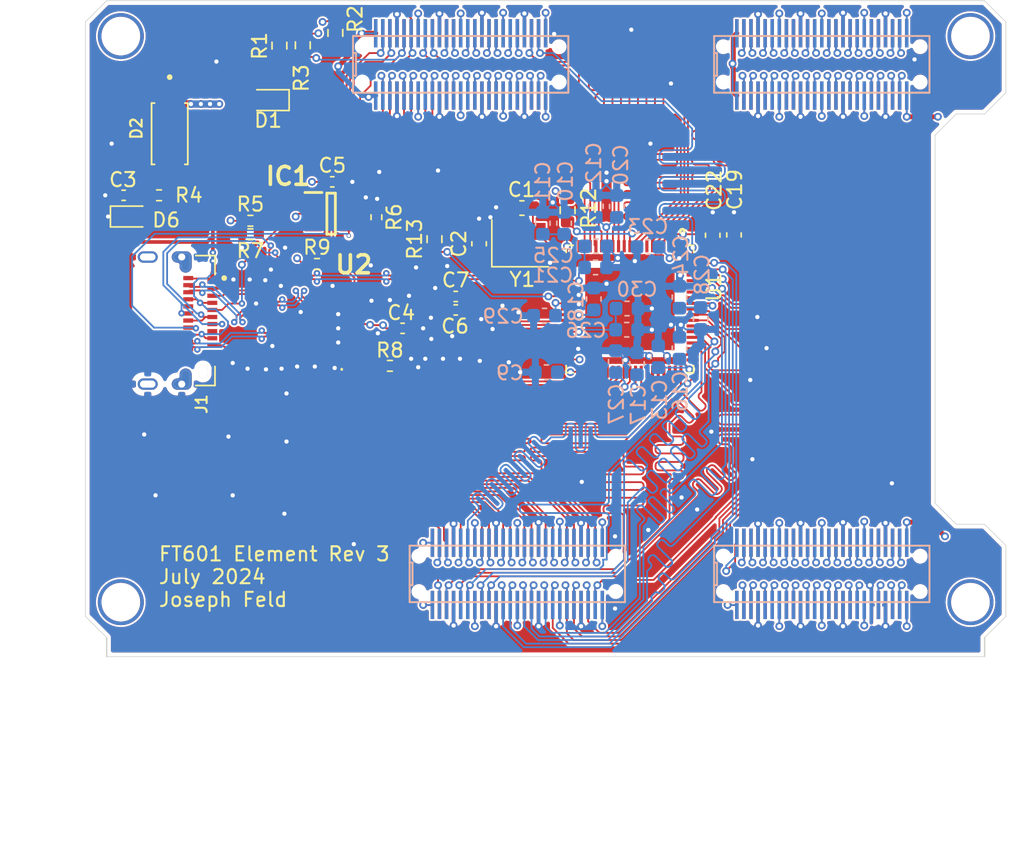
<source format=kicad_pcb>
(kicad_pcb (version 20240108) (generator "pcbnew") (generator_version "8.0")
  (layers (0 "F.Cu" signal) (1 "In1.Cu" signal) (2 "In2.Cu" signal) (31 "B.Cu" signal) (34 "B.Paste" user) (35 "F.Paste" user) (36 "B.SilkS" user "B.Silkscreen") (37 "F.SilkS" user "F.Silkscreen") (38 "B.Mask" user) (39 "F.Mask" user) (44 "Edge.Cuts" user))
  (net 0 "")
  (net 1 "unconnected-(B1A-H3-PadA_34)")
  (net 2 "unconnected-(B1A-J5-PadA_36)")
  (net 3 "unconnected-(B1A-J4-PadA_37)")
  (net 4 "unconnected-(B1A-K3-PadA_39)")
  (net 5 "unconnected-(B1A-K2-PadA_40)")
  (net 6 "unconnected-(B1A-J1-PadA_14)")
  (net 7 "unconnected-(B1D-L14-PadD_2)")
  (net 8 "unconnected-(B1D-L13-PadD_3)")
  (net 9 "unconnected-(B1D-M12-PadD_5)")
  (net 10 "unconnected-(B1D-N16-PadD_6)")
  (net 11 "unconnected-(B1D-R16-PadD_8)")
  (net 12 "unconnected-(B1D-R15-PadD_9)")
  (net 13 "unconnected-(B1D-P14-PadD_11)")
  (net 14 "unconnected-(B1D-M15-PadD_12)")
  (net 15 "unconnected-(B1D-P16-PadD_14)")
  (net 16 "unconnected-(B1D-P15-PadD_15)")
  (net 17 "unconnected-(B1D-A1V8-PadD_17)")
  (net 18 "unconnected-(B1D-A1V8-PadD_18)")
  (net 19 "/FT601/A1+")
  (net 20 "unconnected-(B1D-1V8-PadD_21)")
  (net 21 "unconnected-(B1D-N7-PadD_23)")
  (net 22 "unconnected-(B1D-N8-PadD_24)")
  (net 23 "unconnected-(B1D-L7-PadD_27)")
  (net 24 "unconnected-(B1D-M7-PadD_28)")
  (net 25 "unconnected-(B1D-J7-PadD_30)")
  (net 26 "unconnected-(B1D-H8-PadD_31)")
  (net 27 "unconnected-(B1D-H7-PadD_33)")
  (net 28 "unconnected-(B1D-J8-PadD_34)")
  (net 29 "unconnected-(B1D-L9-PadD_36)")
  (net 30 "unconnected-(B1D-H10-PadD_37)")
  (net 31 "unconnected-(B1D-P6-PadD_39)")
  (net 32 "unconnected-(B1D-N14-PadD_40)")
  (net 33 "unconnected-(B1D-T14-PadD_42)")
  (net 34 "unconnected-(B1D-T15-PadD_43)")
  (net 35 "unconnected-(B1D-M14-PadD_45)")
  (net 36 "unconnected-(B1D-M16-PadD_46)")
  (net 37 "unconnected-(B1D-K12-PadD_48)")
  (net 38 "unconnected-(B1D-K13-PadD_49)")
  (net 39 "Net-(U1-XI)")
  (net 40 "GND")
  (net 41 "Net-(U1-XO)")
  (net 42 "RESET_N")
  (net 43 "WAKEUP_N")
  (net 44 "Net-(D1-A)")
  (net 45 "+3V3")
  (net 46 "GPIO_1")
  (net 47 "GPIO_0")
  (net 48 "Net-(U1-RREF)")
  (net 49 "+1V0")
  (net 50 "BE_0")
  (net 51 "BE_1")
  (net 52 "BE_2")
  (net 53 "BE_3")
  (net 54 "TXE_N")
  (net 55 "RXF_N")
  (net 56 "Net-(U1-SIWU_N)")
  (net 57 "WR_N")
  (net 58 "RD_N")
  (net 59 "OE_N")
  (net 60 "/FT601/A1-")
  (net 61 "Net-(D6-A)")
  (net 62 "/FT601/VBUS")
  (net 63 "DATA_0")
  (net 64 "DATA_1")
  (net 65 "DATA_2")
  (net 66 "DATA_3")
  (net 67 "DATA_4")
  (net 68 "DATA_5")
  (net 69 "DATA_6")
  (net 70 "DATA_7")
  (net 71 "DATA_8")
  (net 72 "DATA_9")
  (net 73 "DATA_10")
  (net 74 "DATA_11")
  (net 75 "DATA_12")
  (net 76 "DATA_13")
  (net 77 "DATA_14")
  (net 78 "DATA_15")
  (net 79 "CLK")
  (net 80 "DATA_16")
  (net 81 "DATA_17")
  (net 82 "DATA_18")
  (net 83 "DATA_19")
  (net 84 "DATA_20")
  (net 85 "DATA_21")
  (net 86 "DATA_22")
  (net 87 "DATA_23")
  (net 88 "DATA_24")
  (net 89 "DATA_25")
  (net 90 "DATA_26")
  (net 91 "DATA_27")
  (net 92 "DATA_28")
  (net 93 "DATA_29")
  (net 94 "DATA_30")
  (net 95 "DATA_31")
  (net 96 "+5V")
  (net 97 "/FT601/CC1")
  (net 98 "unconnected-(B1B-C7-PadB_27)")
  (net 99 "unconnected-(B1B-C6-PadB_28)")
  (net 100 "unconnected-(B1B-D6-PadB_30)")
  (net 101 "unconnected-(B1B-D5-PadB_31)")
  (net 102 "unconnected-(B1B-G4-PadB_37)")
  (net 103 "/FT601/TOD+")
  (net 104 "/FT601/TOD-")
  (net 105 "/FT601/CC2")
  (net 106 "/FT601/SEL")
  (net 107 "/FT601/RX1-")
  (net 109 "unconnected-(B1B-D4-PadB_39)")
  (net 110 "unconnected-(B1B-D3-PadB_43)")
  (net 111 "unconnected-(B1B-E3-PadB_42)")
  (net 112 "unconnected-(B1B-C4-PadB_40)")
  (net 113 "unconnected-(B1B-E2-PadB_6)")
  (net 114 "unconnected-(B1A-K1-PadA_15)")
  (net 115 "unconnected-(B1B-F3-PadB_11)")
  (net 116 "unconnected-(B1B-D1-PadB_2)")
  (net 117 "unconnected-(B1B-C3-PadB_45)")
  (net 118 "unconnected-(B1A-K5-PadA_23)")
  (net 119 "unconnected-(B1A-H2-PadA_18)")
  (net 120 "unconnected-(B1B-F5-PadB_33)")
  (net 121 "unconnected-(B1A-H1-PadA_17)")
  (net 122 "unconnected-(B1B-B4-PadB_15)")
  (net 123 "unconnected-(B1B-E1-PadB_8)")
  (net 124 "unconnected-(B1B-C2-PadB_46)")
  (net 125 "unconnected-(B1B-B6-PadB_21)")
  (net 126 "unconnected-(B1B-B1-PadB_49)")
  (net 127 "unconnected-(B1B-A7-PadB_23)")
  (net 128 "unconnected-(B1A-G2-PadA_21)")
  (net 129 "unconnected-(B1B-F2-PadB_9)")
  (net 130 "unconnected-(B1B-C1-PadB_48)")
  (net 131 "unconnected-(B1B-B5-PadB_20)")
  (net 132 "unconnected-(B1B-G5-PadB_36)")
  (net 133 "unconnected-(B1B-A3-PadB_14)")
  (net 134 "unconnected-(B1A-J3-PadA_33)")
  (net 135 "unconnected-(B1A-L2-PadA_11)")
  (net 136 "unconnected-(B1B-F4-PadB_12)")
  (net 137 "unconnected-(B1B-A4-PadB_17)")
  (net 138 "unconnected-(B1B-E5-PadB_34)")
  (net 139 "unconnected-(B1B-B7-PadB_24)")
  (net 140 "unconnected-(B1B-A5-PadB_18)")
  (net 141 "unconnected-(B1A-E6-PadA_24)")
  (net 142 "unconnected-(B1A-L3-PadA_12)")
  (net 143 "unconnected-(B1A-G1-PadA_20)")
  (net 144 "unconnected-(B1B-A2-PadB_5)")
  (net 145 "unconnected-(B1B-E2-PadB_3)")
  (net 146 "unconnected-(B1A-H4-PadA_31)")
  (net 147 "unconnected-(B1A-H5-PadA_30)")
  (net 148 "/FT601/RX2-")
  (net 149 "/FT601/TX2-")
  (net 150 "/FT601/RX2+")
  (net 152 "/FT601/RX1+")
  (net 153 "/FT601/TX1+")
  (net 154 "/FT601/TX1-")
  (net 155 "/FT601/TX2+")
  (net 156 "Net-(U2-OE_N)")
  (net 157 "/FT601/A0+")
  (net 158 "/FT601/A0-")
  (net 161 "/FT601/D+")
  (net 162 "/FT601/D-")
  (footprint "Resistor_SMD:R_0603_1608Metric" (layer "F.Cu") (at 165.75 86.15 -90)
    (property "Reference" "R13")
    (property "Value" "1.6k")
  )
  (footprint "Handheld_MRI:QFN40P900X900X100-77N" (layer "F.Cu") (at 179.55 91.085 -90)
    (property "Reference" "U1")
    (property "Value" "FT601Q-B-T")
  )
  (footprint "Handheld_MRI:Element" (layer "F.Cu") (at 141.1 114.3)
    (property "Reference" "B1" (hide yes))
    (property "Value" "Alchitry_Element_AU")
  )
  (footprint "handheld_mri_footprints:SN74HCS541RKSR" (layer "F.Cu") (at 158.95 92.4 180)
    (property "Reference" "U2")
    (property "Value" "HD3SS3212IRKSR" (hide yes))
  )
  (footprint "Capacitor_SMD:C_0402_1005Metric_Pad0.74x0.62mm_HandSolder" (layer "F.Cu") (at 163.5 92.45 180)
    (property "Reference" "C4")
    (property "Value" "0.1u")
  )
  (footprint "Capacitor_SMD:C_0603_1608Metric" (layer "F.Cu") (at 185.4 85.875 90)
    (property "Reference" "C22")
    (property "Value" "100n")
  )
  (footprint "LED_SMD:LED_0603_1608Metric" (layer "F.Cu") (at 144.35 84.55)
    (property "Reference" "D6")
    (property "Value" "Green")
  )
  (footprint "Capacitor_SMD:C_0603_1608Metric" (layer "F.Cu") (at 186.9 85.85 90)
    (property "Reference" "C19")
    (property "Value" "6.8n")
  )
  (footprint "Handheld_MRI:DIOM4325X250N" (layer "F.Cu") (at 147.05 78.7 -90)
    (property "Reference" "D2")
    (property "Value" "SK34A")
  )
  (footprint "Capacitor_SMD:C_0603_1608Metric" (layer "F.Cu") (at 171.925 83.95 180)
    (property "Reference" "C1")
    (property "Value" "18p")
  )
  (footprint "Resistor_SMD:R_0402_1005Metric_Pad0.72x0.64mm_HandSolder" (layer "F.Cu") (at 162.6025 95.1)
    (property "Reference" "R8")
    (property "Value" "10k")
  )
  (footprint "Crystal:Crystal_SMD_3225-4Pin_3.2x2.5mm" (layer "F.Cu") (at 171.8 86.45)
    (property "Reference" "Y1")
    (property "Value" "30Meg")
  )
  (footprint "Resistor_SMD:R_0402_1005Metric_Pad0.72x0.64mm_HandSolder" (layer "F.Cu") (at 157.4525 87.9)
    (property "Reference" "R9")
    (property "Value" "100k")
  )
  (footprint "handheld_mri_footprints:SOT95P280X130-5N" (layer "F.Cu") (at 158.45 84.35)
    (property "Reference" "IC1")
    (property "Value" "MIC7221YM5-TR" (hide yes))
  )
  (footprint "Resistor_SMD:R_0603_1608Metric" (layer "F.Cu") (at 156.45 72.45 -90)
    (property "Reference" "R3")
    (property "Value" "10k")
  )
  (footprint "Capacitor_SMD:C_0402_1005Metric_Pad0.74x0.62mm_HandSolder" (layer "F.Cu") (at 158.5325 82.1)
    (property "Reference" "C5")
    (property "Value" "0.1u")
  )
  (footprint "Capacitor_SMD:C_0402_1005Metric_Pad0.74x0.62mm_HandSolder" (layer "F.Cu") (at 167.25 90.2)
    (property "Reference" "C7")
    (property "Value" "0.1u")
  )
  (footprint "Resistor_SMD:R_0402_1005Metric_Pad0.72x0.64mm_HandSolder" (layer "F.Cu") (at 152.75 85.8 180)
    (property "Reference" "R7")
    (property "Value" "5.1k")
  )
  (footprint "Resistor_SMD:R_0402_1005Metric_Pad0.72x0.64mm_HandSolder" (layer "F.Cu") (at 152.75 84.85)
    (property "Reference" "R5")
    (property "Value" "100k")
  )
  (footprint "Capacitor_SMD:C_0402_1005Metric_Pad0.74x0.62mm_HandSolder" (layer "F.Cu") (at 143.8 83.05 180)
    (property "Reference" "C3")
    (property "Value" "0.1u")
  )
  (footprint "Resistor_SMD:R_0402_1005Metric_Pad0.72x0.64mm_HandSolder" (layer "F.Cu") (at 161.65 84.6 90)
    (property "Reference" "R6")
    (property "Value" "5.1k")
  )
  (footprint "Resistor_SMD:R_0402_1005Metric_Pad0.72x0.64mm_HandSolder" (layer "F.Cu") (at 146.3 83.05 180)
    (property "Reference" "R4")
    (property "Value" "4.3k")
  )
  (footprint "handheld_mri_footprints:AMPHENOL_12401899E412A" (layer "F.Cu") (at 149.4 91.9 -90)
    (property "Reference" "J1")
    (property "Value" "USB_C_Receptacle")
    (fp_line (start -4.74 1.8) (end -4.74 1.2) (stroke (width 0.01)) (layer "Edge.Cuts"))
    (fp_line (start 4.74 1.8) (end 4.74 1.2) (stroke (width 0.01)) (layer "Edge.Cuts"))
    (fp_line (start -3.815 1.5) (end -3.94 1.5) (stroke (width 0.01)) (layer "Edge.Cuts"))
    (fp_line (start 3.815 1.5) (end 3.94 1.5) (stroke (width 0.01)) (layer "Edge.Cuts"))
    (fp_line (start -4.49 0.95) (end -3.815 0.95) (stroke (width 0.01)) (layer "Edge.Cuts"))
    (fp_line (start 4.49 0.95) (end 3.815 0.95) (stroke (width 0.01)) (layer "Edge.Cuts"))
    (fp_line (start 3.76 0.315) (end 3.44 0.315) (stroke (width 0.01)) (layer "Edge.Cuts"))
    (fp_line (start 3.44 -0.315) (end 3.76 -0.315) (stroke (width 0.01)) (layer "Edge.Cuts"))
    (fp_arc (start -4.49 2.05) (mid -4.666777 1.976777) (end -4.74 1.8) (stroke (width 0.01)) (layer "Edge.Cuts"))
    (fp_arc (start 4.49 2.05) (mid 4.313223 1.976777) (end 4.24 1.8) (stroke (width 0.01)) (layer "Edge.Cuts"))
    (fp_arc (start -4.24 1.8) (mid -4.313223 1.976777) (end -4.49 2.05) (stroke (width 0.01)) (layer "Edge.Cuts"))
    (fp_arc (start -4.24 1.8) (mid -4.152132 1.587868) (end -3.94 1.5) (stroke (width 0.01)) (layer "Edge.Cuts"))
    (fp_arc (start 4.74 1.8) (mid 4.666777 1.976777) (end 4.49 2.05) (stroke (width 0.01)) (layer "Edge.Cuts"))
    (fp_arc (start 3.815 1.5) (mid 3.620546 1.419454) (end 3.54 1.225) (stroke (width 0.01)) (layer "Edge.Cuts"))
    (fp_arc (start 3.94 1.5) (mid 4.152132 1.587868) (end 4.24 1.8) (stroke (width 0.01)) (layer "Edge.Cuts"))
    (fp_arc (start -3.54 1.225) (mid -3.620546 1.419454) (end -3.815 1.5) (stroke (width 0.01)) (layer "Edge.Cuts"))
    (fp_arc (start 3.54 1.225) (mid 3.620546 1.030546) (end 3.815 0.95) (stroke (width 0.01)) (layer "Edge.Cuts"))
    (fp_arc (start -4.74 1.2) (mid -4.666777 1.023223) (end -4.49 0.95) (stroke (width 0.01)) (layer "Edge.Cuts"))
    (fp_arc (start -3.815 0.95) (mid -3.620547 1.030547) (end -3.54 1.225) (stroke (width 0.01)) (layer "Edge.Cuts"))
    (fp_arc (start 4.49 0.95) (mid 4.666777 1.023223) (end 4.74 1.2) (stroke (width 0.01)) (layer "Edge.Cuts"))
    (fp_arc (start 3.44 0.315) (mid 3.217261 0.222739) (end 3.125 0) (stroke (width 0.01)) (layer "Edge.Cuts"))
    (fp_arc (start 3.125 0) (mid 3.217261 -0.222739) (end 3.44 -0.315) (stroke (width 0.01)) (layer "Edge.Cuts"))
    (fp_arc (start 4.075 0) (mid 3.982739 0.222739) (end 3.76 0.315) (stroke (width 0.01)) (layer "Edge.Cuts"))
    (fp_arc (start 3.76 -0.315) (mid 3.982739 -0.222739) (end 4.075 0) (stroke (width 0.01)) (layer "Edge.Cuts"))
  )
  (footprint "Resistor_SMD:R_0603_1608Metric" (layer "F.Cu") (at 154.8 72.475 90)
    (property "Reference" "R1")
    (property "Value" "100")
  )
  (footprint "Resistor_SMD:R_0603_1608Metric" (layer "F.Cu") (at 175.15 84.1 -90)
    (property "Reference" "R12")
    (property "Value" "10k")
  )
  (footprint "Resistor_SMD:R_0603_1608Metric" (layer "F.Cu") (at 158.75 71.575 -90)
    (property "Reference" "R2")
    (property "Value" "10k")
  )
  (footprint "Capacitor_SMD:C_0402_1005Metric_Pad0.74x0.62mm_HandSolder" (layer "F.Cu") (at 167.25 91.15)
    (property "Reference" "C6")
    (property "Value" "0.1u")
  )
  (footprint "Capacitor_SMD:C_0603_1608Metric" (layer "F.Cu") (at 168.9 86.475 90)
    (property "Reference" "C2")
    (property "Value" "18p")
  )
  (footprint "LED_SMD:LED_0603_1608Metric" (layer "F.Cu") (at 154 76.325 180)
    (property "Reference" "D1")
    (property "Value" "Green")
  )
  (footprint "Capacitor_SMD:C_0603_1608Metric" (layer "B.Cu") (at 183.05 90.25 90)
    (property "Reference" "C24")
    (property "Value" "100n")
  )
  (footprint "Capacitor_SMD:C_0603_1608Metric" (layer "B.Cu") (at 173.65 95.55 180)
    (property "Reference" "C9")
    (property "Value" "10u")
  )
  (footprint "Capacitor_SMD:C_0603_1608Metric" (layer "B.Cu") (at 173.4 85.025 90)
    (property "Reference" "C11")
    (property "Value" "470n")
  )
  (footprint "Capacitor_SMD:C_0603_1608Metric" (layer "B.Cu") (at 181.55 94.45 90)
    (property "Reference" "C13")
    (property "Value" "470n")
  )
  (footprint "Capacitor_SMD:C_0603_1608Metric" (layer "B.Cu") (at 174.9 85.025 90)
    (property "Reference" "C10")
    (property "Value" "100n")
  )
  (footprint "Capacitor_SMD:C_0603_1608Metric" (layer "B.Cu") (at 178.62 83.835 90)
    (property "Reference" "C20")
    (property "Value" "470n")
  )
  (footprint "Capacitor_SMD:C_0603_1608Metric" (layer "B.Cu") (at 177 90.375 90)
    (property "Reference" "C18")
    (property "Value" "6.8n")
  )
  (footprint "Capacitor_SMD:C_0603_1608Metric" (layer "B.Cu") (at 179.325 92.55)
    (property "Reference" "C26")
    (property "Value" "6.8n")
  )
  (footprint "Capacitor_SMD:C_0603_1608Metric" (layer "B.Cu") (at 177.125 88.15)
    (property "Reference" "C21")
    (property "Value" "470n")
  )
  (footprint "Capacitor_SMD:C_0603_1608Metric" (layer "B.Cu") (at 173.525 91.55 180)
    (property "Reference" "C29")
    (property "Value" "470n")
  )
  (footprint "Capacitor_SMD:C_0603_1608Metric" (layer "B.Cu") (at 177.15 83.825 90)
    (property "Reference" "C12")
    (property "Value" "100n")
  )
  (footprint "Capacitor_SMD:C_0603_1608Metric" (layer "B.Cu") (at 180.825 86.7 180)
    (property "Reference" "C23")
    (property "Value" "100n")
  )
  (footprint "Capacitor_SMD:C_0603_1608Metric" (layer "B.Cu") (at 183.05 93.85 90)
    (property "Reference" "C16")
    (property "Value" "100n")
  )
  (footprint "Capacitor_SMD:C_0603_1608Metric" (layer "B.Cu") (at 179.35 91.05)
    (property "Reference" "C30")
    (property "Value" "100n")
  )
  (footprint "Capacitor_SMD:C_0603_1608Metric" (layer "B.Cu") (at 180.05 94.95 90)
    (property "Reference" "C17")
    (property "Value" "100n")
  )
  (footprint "Capacitor_SMD:C_0603_1608Metric" (layer "B.Cu") (at 177.15 86.65)
    (property "Reference" "C25")
    (property "Value" "100n")
  )
  (footprint "Capacitor_SMD:C_0603_1608Metric" (layer "B.Cu") (at 178.55 94.8 90)
    (property "Reference" "C27")
    (property "Value" "1u")
  )
  (footprint "Capacitor_SMD:C_0603_1608Metric" (layer "B.Cu") (at 184.55 91.75 -90)
    (property "Reference" "C28")
    (property "Value" "470n")
  )
  (gr_line (start 206.1 107.8) (end 206.1 112.8) (stroke (width 0.05)) (layer "Edge.Cuts"))
  (gr_line (start 202.6 106.3) (end 204.6 106.3) (stroke (width 0.05)) (layer "Edge.Cuts"))
  (gr_line (start 206.1 112.8) (end 204.6 114.3) (stroke (width 0.05)) (layer "Edge.Cuts"))
  (gr_line (start 201.1 78.8) (end 201.1 104.8) (stroke (width 0.05)) (layer "Edge.Cuts"))
  (gr_line (start 204.6 115.65) (end 142.6 115.65) (stroke (width 0.05)) (layer "Edge.Cuts"))
  (gr_line (start 204.6 69.3) (end 206.1 70.8) (stroke (width 0.05)) (layer "Edge.Cuts"))
  (gr_line (start 204.6 115.65) (end 204.6 114.3) (stroke (width 0.1)) (layer "Edge.Cuts"))
  (gr_line (start 142.6 114.3) (end 141.1 112.8) (stroke (width 0.05)) (layer "Edge.Cuts"))
  (gr_line (start 201.1 104.8) (end 202.6 106.3) (stroke (width 0.05)) (layer "Edge.Cuts"))
  (gr_line (start 142.6 114.3) (end 142.6 115.65) (stroke (width 0.1)) (layer "Edge.Cuts"))
  (gr_line (start 206.1 75.8) (end 204.6 77.3) (stroke (width 0.05)) (layer "Edge.Cuts"))
  (gr_line (start 202.6 77.3) (end 201.1 78.8) (stroke (width 0.05)) (layer "Edge.Cuts"))
  (gr_line (start 142.6 69.3) (end 204.6 69.3) (stroke (width 0.05)) (layer "Edge.Cuts"))
  (gr_line (start 141.1 112.8) (end 141.1 70.8) (stroke (width 0.05)) (layer "Edge.Cuts"))
  (gr_line (start 206.1 70.8) (end 206.1 75.8) (stroke (width 0.05)) (layer "Edge.Cuts"))
  (gr_line (start 141.1 70.8) (end 142.6 69.3) (stroke (width 0.05)) (layer "Edge.Cuts"))
  (gr_line (start 204.6 77.3) (end 202.6 77.3) (stroke (width 0.05)) (layer "Edge.Cuts"))
  (gr_line (start 204.6 106.3) (end 206.1 107.8) (stroke (width 0.05)) (layer "Edge.Cuts"))
  (gr_text "FT601 Element Rev 3\nJuly 2024\nJoseph Feld" (at 146.2 112.2 0) (layer "F.SilkS") (effects (font (size 1 1)) (justify left bottom)))
  (segment (start 169.6 71.6) (end 169.6 72.85) (width 0.127) (layer "F.Cu") (net 1))
  (segment (start 169.6 72.85) (end 169.45 73) (width 0.127) (layer "F.Cu") (net 1))
  (via (at 169.45 73) (size 0.554) (drill 0.3) (layers "F.Cu" "B.Cu") (net 1))
  (segment (start 169.6 72.85) (end 169.6 71.6) (width 0.127) (layer "B.Cu") (net 1))
  (segment (start 169.45 73) (end 169.6 72.85) (width 0.127) (layer "B.Cu") (net 1))
  (segment (start 168.6 71.6) (end 168.6 72.9) (width 0.127) (layer "F.Cu") (net 2))
  (segment (start 168.6 72.9) (end 168.7 73) (width 0.127) (layer "F.Cu") (net 2))
  (via (at 168.7 73) (size 0.554) (drill 0.3) (layers "F.Cu" "B.Cu") (net 2))
  (segment (start 168.6 72.9) (end 168.6 71.6) (width 0.127) (layer "B.Cu") (net 2))
  (segment (start 168.7 73) (end 168.6 72.9) (width 0.127) (layer "B.Cu") (net 2))
  (segment (start 168.1 72.85) (end 167.95 73) (width 0.127) (layer "F.Cu") (net 3))
  (segment (start 168.1 71.6) (end 168.1 72.85) (width 0.127) (layer "F.Cu") (net 3))
  (via (at 167.95 73) (size 0.554) (drill 0.3) (layers "F.Cu" "B.Cu") (net 3))
  (segment (start 167.95 73) (end 168.1 72.85) (width 0.127) (layer "B.Cu") (net 3))
  (segment (start 168.1 72.85) (end 168.1 71.6) (width 0.127) (layer "B.Cu") (net 3))
  (segment (start 167.1 71.6) (end 167.1 72.9) (width 0.127) (layer "F.Cu") (net 4))
  (segment (start 167.1 72.9) (end 167.2 73) (width 0.127) (layer "F.Cu") (net 4))
  (via (at 167.2 73) (size 0.554) (drill 0.3) (layers "F.Cu" "B.Cu") (net 4))
  (segment (start 167.1 72.9) (end 167.1 71.6) (width 0.127) (layer "B.Cu") (net 4))
  (segment (start 167.2 73) (end 167.1 72.9) (width 0.127) (layer "B.Cu") (net 4))
  (segment (start 166.6 71.6) (end 166.6 72.85) (width 0.127) (layer "F.Cu") (net 5))
  (segment (start 166.6 72.85) (end 166.45 73) (width 0.127) (layer "F.Cu") (net 5))
  (via (at 166.45 73) (size 0.554) (drill 0.3) (layers "F.Cu" "B.Cu") (net 5))
  (segment (start 166.6 72.85) (end 166.6 71.6) (width 0.127) (layer "B.Cu") (net 5))
  (segment (start 166.45 73) (end 166.6 72.85) (width 0.127) (layer "B.Cu") (net 5))
  (segment (start 168.1 76) (end 168.1 74.7) (width 0.127) (layer "F.Cu") (net 6))
  (segment (start 168.1 74.7) (end 168 74.6) (width 0.127) (layer "F.Cu") (net 6))
  (via (at 168 74.6) (size 0.554) (drill 0.3) (layers "F.Cu" "B.Cu") (net 6))
  (segment (start 168.1 74.7) (end 168.1 76) (width 0.127) (layer "B.Cu") (net 6))
  (segment (start 168 74.6) (end 168.1 74.7) (width 0.127) (layer "B.Cu") (net 6))
  (segment (start 187.6 110.7) (end 187.5 110.6) (width 0.127) (layer "F.Cu") (net 7))
  (segment (start 187.6 112) (end 187.6 110.7) (width 0.127) (layer "F.Cu") (net 7))
  (via (at 187.5 110.6) (size 0.554) (drill 0.3) (layers "F.Cu" "B.Cu") (net 7))
  (segment (start 187.5 110.6) (end 187.6 110.7) (width 0.127) (layer "B.Cu") (net 7))
  (segment (start 187.6 110.7) (end 187.6 112) (width 0.127) (layer "B.Cu") (net 7))
  (segment (start 188.1 112) (end 188.1 110.75) (width 0.127) (layer "F.Cu") (net 8))
  (segment (start 188.1 110.75) (end 188.25 110.6) (width 0.127) (layer "F.Cu") (net 8))
  (via (at 188.25 110.6) (size 0.554) (drill 0.3) (layers "F.Cu" "B.Cu") (net 8))
  (segment (start 188.25 110.6) (end 188.1 110.75) (width 0.127) (layer "B.Cu") (net 8))
  (segment (start 188.1 110.75) (end 188.1 112) (width 0.127) (layer "B.Cu") (net 8))
  (segment (start 189.1 112) (end 189.1 110.7) (width 0.127) (layer "F.Cu") (net 9))
  (segment (start 189.1 110.7) (end 189 110.6) (width 0.127) (layer "F.Cu") (net 9))
  (via (at 189 110.6) (size 0.554) (drill 0.3) (layers "F.Cu" "B.Cu") (net 9))
  (segment (start 189.1 110.7) (end 189.1 112) (width 0.127) (layer "B.Cu") (net 9))
  (segment (start 189 110.6) (end 189.1 110.7) (width 0.127) (layer "B.Cu") (net 9))
  (segment (start 189.6 112) (end 189.6 110.75) (width 0.127) (layer "F.Cu") (net 10))
  (segment (start 189.6 110.75) (end 189.75 110.6) (width 0.127) (layer "F.Cu") (net 10))
  (via (at 189.75 110.6) (size 0.554) (drill 0.3) (layers "F.Cu" "B.Cu") (net 10))
  (segment (start 189.75 110.6) (end 189.6 110.75) (width 0.127) (layer "B.Cu") (net 10))
  (segment (start 189.6 110.75) (end 189.6 112) (width 0.127) (layer "B.Cu") (net 10))
  (segment (start 190.6 110.7) (end 190.5 110.6) (width 0.127) (layer "F.Cu") (net 11))
  (segment (start 190.6 112) (end 190.6 110.7) (width 0.127) (layer "F.Cu") (net 11))
  (via (at 190.5 110.6) (size 0.554) (drill 0.3) (layers "F.Cu" "B.Cu") (net 11))
  (segment (start 190.5 110.6) (end 190.6 110.7) (width 0.127) (layer "B.Cu") (net 11))
  (segment (start 190.6 110.7) (end 190.6 112) (width 0.127) (layer "B.Cu") (net 11))
  (segment (start 191.1 112) (end 191.1 110.75) (width 0.127) (layer "F.Cu") (net 12))
  (segment (start 191.1 110.75) (end 191.25 110.6) (width 0.127) (layer "F.Cu") (net 12))
  (via (at 191.25 110.6) (size 0.554) (drill 0.3) (layers "F.Cu" "B.Cu") (net 12))
  (segment (start 191.25 110.6) (end 191.1 110.75) (width 0.127) (layer "B.Cu") (net 12))
  (segment (start 191.1 110.75) (end 191.1 112) (width 0.127) (layer "B.Cu") (net 12))
  (segment (start 192.1 110.7) (end 192 110.6) (width 0.127) (layer "F.Cu") (net 13))
  (segment (start 192.1 112) (end 192.1 110.7) (width 0.127) (layer "F.Cu") (net 13))
  (via (at 192 110.6) (size 0.554) (drill 0.3) (layers "F.Cu" "B.Cu") (net 13))
  (segment (start 192 110.6) (end 192.1 110.7) (width 0.127) (layer "B.Cu") (net 13))
  (segment (start 192.1 110.7) (end 192.1 112) (width 0.127) (layer "B.Cu") (net 13))
  (segment (start 192.6 110.75) (end 192.75 110.6) (width 0.127) (layer "F.Cu") (net 14))
  (segment (start 192.6 112) (end 192.6 110.75) (width 0.127) (layer "F.Cu") (net 14))
  (via (at 192.75 110.6) (size 0.554) (drill 0.3) (layers "F.Cu" "B.Cu") (net 14))
  (segment (start 192.6 110.75) (end 192.6 112) (width 0.127) (layer "B.Cu") (net 14))
  (segment (start 192.75 110.6) (end 192.6 110.75) (width 0.127) (layer "B.Cu") (net 14))
  (segment (start 193.6 110.7) (end 193.5 110.6) (width 0.127) (layer "F.Cu") (net 15))
  (segment (start 193.6 112) (end 193.6 110.7) (width 0.127) (layer "F.Cu") (net 15))
  (via (at 193.5 110.6) (size 0.554) (drill 0.3) (layers "F.Cu" "B.Cu") (net 15))
  (segment (start 193.6 110.7) (end 193.6 112) (width 0.127) (layer "B.Cu") (net 15))
  (segment (start 193.5 110.6) (end 193.6 110.7) (width 0.127) (layer "B.Cu") (net 15))
  (segment (start 194.1 110.75) (end 194.25 110.6) (width 0.127) (layer "F.Cu") (net 16))
  (segment (start 194.1 112) (end 194.1 110.75) (width 0.127) (layer "F.Cu") (net 16))
  (via (at 194.25 110.6) (size 0.554) (drill 0.3) (layers "F.Cu" "B.Cu") (net 16))
  (segment (start 194.1 110.75) (end 194.1 112) (width 0.127) (layer "B.Cu") (net 16))
  (segment (start 194.25 110.6) (end 194.1 110.75) (width 0.127) (layer "B.Cu") (net 16))
  (segment (start 195.1 110.7) (end 195 110.6) (width 0.127) (layer "F.Cu") (net 17))
  (segment (start 195.1 112) (end 195.1 110.7) (width 0.127) (layer "F.Cu") (net 17))
  (via (at 195 110.6) (size 0.554) (drill 0.3) (layers "F.Cu" "B.Cu") (net 17))
  (segment (start 195 110.6) (end 195.1 110.7) (width 0.127) (layer "B.Cu") (net 17))
  (segment (start 195.1 110.7) (end 195.1 112) (width 0.127) (layer "B.Cu") (net 17))
  (segment (start 195.6 110.75) (end 195.75 110.6) (width 0.127) (layer "F.Cu") (net 18))
  (segment (start 195.6 112) (end 195.6 110.75) (width 0.127) (layer "F.Cu") (net 18))
  (via (at 195.75 110.6) (size 0.554) (drill 0.3) (layers "F.Cu" "B.Cu") (net 18))
  (segment (start 195.6 110.75) (end 195.6 112) (width 0.127) (layer "B.Cu") (net 18))
  (segment (start 195.75 110.6) (end 195.6 110.75) (width 0.127) (layer "B.Cu") (net 18))
  (segment (start 166.131249 91.15) (end 166.6825 91.15) (width 0.127) (layer "F.Cu") (net 19))
  (segment (start 165.783249 90.802) (end 166.131249 91.15) (width 0.127) (layer "F.Cu") (net 19))
  (segment (start 164.002606 91.527) (end 164.727606 90.802) (width 0.127) (layer "F.Cu") (net 19))
  (segment (start 164.727606 90.802) (end 165.783249 90.802) (width 0.127) (layer "F.Cu") (net 19))
  (segment (start 160.673001 91.527) (end 164.002606 91.527) (width 0.127) (layer "F.Cu") (net 19))
  (segment (start 160.550001 91.65) (end 160.673001 91.527) (width 0.127) (layer "F.Cu") (net 19))
  (segment (start 160.1 91.65) (end 160.550001 91.65) (width 0.127) (layer "F.Cu") (net 19))
  (segment (start 197.1 112) (end 197.1 110.75) (width 0.127) (layer "F.Cu") (net 20))
  (segment (start 197.1 110.75) (end 197.25 110.6) (width 0.127) (layer "F.Cu") (net 20))
  (via (at 197.25 110.6) (size 0.554) (drill 0.3) (layers "F.Cu" "B.Cu") (net 20))
  (segment (start 197.1 110.75) (end 197.1 112) (width 0.127) (layer "B.Cu") (net 20))
  (segment (start 197.25 110.6) (end 197.1 110.75) (width 0.127) (layer "B.Cu") (net 20))
  (segment (start 198.1 112) (end 198.1 110.7) (width 0.127) (layer "F.Cu") (net 21))
  (segment (start 198.1 110.7) (end 198 110.6) (width 0.127) (layer "F.Cu") (net 21))
  (via (at 198 110.6) (size 0.554) (drill 0.3) (layers "F.Cu" "B.Cu") (net 21))
  (segment (start 198 110.6) (end 198.1 110.7) (width 0.127) (layer "B.Cu") (net 21))
  (segment (start 198.1 110.7) (end 198.1 112) (width 0.127) (layer "B.Cu") (net 21))
  (segment (start 198.6 112) (end 198.6 110.75) (width 0.127) (layer "F.Cu") (net 22))
  (segment (start 198.6 110.75) (end 198.75 110.6) (width 0.127) (layer "F.Cu") (net 22))
  (via (at 198.75 110.6) (size 0.554) (drill 0.3) (layers "F.Cu" "B.Cu") (net 22))
  (segment (start 198.6 110.75) (end 198.6 112) (width 0.127) (layer "B.Cu") (net 22))
  (segment (start 198.75 110.6) (end 198.6 110.75) (width 0.127) (layer "B.Cu") (net 22))
  (segment (start 198.6 107.6) (end 198.6 108.9) (width 0.127) (layer "F.Cu") (net 23))
  (segment (start 198.6 108.9) (end 198.7 109) (width 0.127) (layer "F.Cu") (net 23))
  (via (at 198.7 109) (size 0.554) (drill 0.3) (layers "F.Cu" "B.Cu") (net 23))
  (segment (start 198.7 109) (end 198.6 108.9) (width 0.127) (layer "B.Cu") (net 23))
  (segment (start 198.6 108.9) (end 198.6 107.6) (width 0.127) (layer "B.Cu") (net 23))
  (segment (start 198.1 108.85) (end 197.95 109) (width 0.127) (layer "F.Cu") (net 24))
  (segment (start 198.1 107.6) (end 198.1 108.85) (width 0.127) (layer "F.Cu") (net 24))
  (via (at 197.95 109) (size 0.554) (drill 0.3) (layers "F.Cu" "B.Cu") (net 24))
  (segment (start 197.95 109) (end 198.1 108.85) (width 0.127) (layer "B.Cu") (net 24))
  (segment (start 198.1 108.85) (end 198.1 107.6) (width 0.127) (layer "B.Cu") (net 24))
  (segment (start 197.1 107.6) (end 197.1 108.9) (width 0.127) (layer "F.Cu") (net 25))
  (segment (start 197.1 108.9) (end 197.2 109) (width 0.127) (layer "F.Cu") (net 25))
  (via (at 197.2 109) (size 0.554) (drill 0.3) (layers "F.Cu" "B.Cu") (net 25))
  (segment (start 197.2 109) (end 197.1 108.9) (width 0.127) (layer "B.Cu") (net 25))
  (segment (start 197.1 108.9) (end 197.1 107.6) (width 0.127) (layer "B.Cu") (net 25))
  (segment (start 196.6 107.6) (end 196.6 108.85) (width 0.127) (layer "F.Cu") (net 26))
  (segment (start 196.6 108.85) (end 196.45 109) (width 0.127) (layer "F.Cu") (net 26))
  (via (at 196.45 109) (size 0.554) (drill 0.3) (layers "F.Cu" "B.Cu") (net 26))
  (segment (start 196.45 109) (end 196.6 108.85) (width 0.127) (layer "B.Cu") (net 26))
  (segment (start 196.6 108.85) (end 196.6 107.6) (width 0.127) (layer "B.Cu") (net 26))
  (segment (start 195.6 108.9) (end 195.7 109) (width 0.127) (layer "F.Cu") (net 27))
  (segment (start 195.6 107.6) (end 195.6 108.9) (width 0.127) (layer "F.Cu") (net 27))
  (via (at 195.7 109) (size 0.554) (drill 0.3) (layers "F.Cu" "B.Cu") (net 27))
  (segment (start 195.6 108.9) (end 195.6 107.6) (width 0.127) (layer "B.Cu") (net 27))
  (segment (start 195.7 109) (end 195.6 108.9) (width 0.127) (layer "B.Cu") (net 27))
  (segment (start 195.1 108.85) (end 194.95 109) (width 0.127) (layer "F.Cu") (net 28))
  (segment (start 195.1 107.6) (end 195.1 108.85) (width 0.127) (layer "F.Cu") (net 28))
  (via (at 194.95 109) (size 0.554) (drill 0.3) (layers "F.Cu" "B.Cu") (net 28))
  (segment (start 194.95 109) (end 195.1 108.85) (width 0.127) (layer "B.Cu") (net 28))
  (segment (start 195.1 108.85) (end 195.1 107.6) (width 0.127) (layer "B.Cu") (net 28))
  (segment (start 194.1 108.9) (end 194.2 109) (width 0.127) (layer "F.Cu") (net 29))
  (segment (start 194.1 107.6) (end 194.1 108.9) (width 0.127) (layer "F.Cu") (net 29))
  (via (at 194.2 109) (size 0.554) (drill 0.3) (layers "F.Cu" "B.Cu") (net 29))
  (segment (start 194.1 108.9) (end 194.1 107.6) (width 0.127) (layer "B.Cu") (net 29))
  (segment (start 194.2 109) (end 194.1 108.9) (width 0.127) (layer "B.Cu") (net 29))
  (segment (start 193.6 107.6) (end 193.6 108.85) (width 0.127) (layer "F.Cu") (net 30))
  (segment (start 193.6 108.85) (end 193.45 109) (width 0.127) (layer "F.Cu") (net 30))
  (via (at 193.45 109) (size 0.554) (drill 0.3) (layers "F.Cu" "B.Cu") (net 30))
  (segment (start 193.6 108.85) (end 193.6 107.6) (width 0.127) (layer "B.Cu") (net 30))
  (segment (start 193.45 109) (end 193.6 108.85) (width 0.127) (layer "B.Cu") (net 30))
  (segment (start 192.6 107.6) (end 192.6 108.9) (width 0.127) (layer "F.Cu") (net 31))
  (segment (start 192.6 108.9) (end 192.7 109) (width 0.127) (layer "F.Cu") (net 31))
  (via (at 192.7 109) (size 0.554) (drill 0.3) (layers "F.Cu" "B.Cu") (net 31))
  (segment (start 192.6 108.9) (end 192.6 107.6) (width 0.127) (layer "B.Cu") (net 31))
  (segment (start 192.7 109) (end 192.6 108.9) (width 0.127) (layer "B.Cu") (net 31))
  (segment (start 192.1 108.85) (end 191.95 109) (width 0.127) (layer "F.Cu") (net 32))
  (segment (start 192.1 107.6) (end 192.1 108.85) (width 0.127) (layer "F.Cu") (net 32))
  (via (at 191.95 109) (size 0.554) (drill 0.3) (layers "F.Cu" "B.Cu") (net 32))
  (segment (start 191.95 109) (end 192.1 108.85) (width 0.127) (layer "B.Cu") (net 32))
  (segment (start 192.1 108.85) (end 192.1 107.6) (width 0.127) (layer "B.Cu") (net 32))
  (segment (start 191.1 108.9) (end 191.2 109) (width 0.127) (layer "F.Cu") (net 33))
  (segment (start 191.1 107.6) (end 191.1 108.9) (width 0.127) (layer "F.Cu") (net 33))
  (via (at 191.2 109) (size 0.554) (drill 0.3) (layers "F.Cu" "B.Cu") (net 33))
  (segment (start 191.2 109) (end 191.1 108.9) (width 0.127) (layer "B.Cu") (net 33))
  (segment (start 191.1 108.9) (end 191.1 107.6) (width 0.127) (layer "B.Cu") (net 33))
  (segment (start 190.6 108.85) (end 190.45 109) (width 0.127) (layer "F.Cu") (net 34))
  (segment (start 190.6 107.6) (end 190.6 108.85) (width 0.127) (layer "F.Cu") (net 34))
  (via (at 190.45 109) (size 0.554) (drill 0.3) (layers "F.Cu" "B.Cu") (net 34))
  (segment (start 190.45 109) (end 190.6 108.85) (width 0.127) (layer "B.Cu") (net 34))
  (segment (start 190.6 108.85) (end 190.6 107.6) (width 0.127) (layer "B.Cu") (net 34))
  (segment (start 189.6 108.9) (end 189.7 109) (width 0.127) (layer "F.Cu") (net 35))
  (segment (start 189.6 107.6) (end 189.6 108.9) (width 0.127) (layer "F.Cu") (net 35))
  (via (at 189.7 109) (size 0.554) (drill 0.3) (layers "F.Cu" "B.Cu") (net 35))
  (segment (start 189.6 108.9) (end 189.6 107.6) (width 0.127) (layer "B.Cu") (net 35))
  (segment (start 189.7 109) (end 189.6 108.9) (width 0.127) (layer "B.Cu") (net 35))
  (segment (start 189.1 107.6) (end 189.1 108.85) (width 0.127) (layer "F.Cu") (net 36))
  (segment (start 189.1 108.85) (end 188.95 109) (width 0.127) (layer "F.Cu") (net 36))
  (via (at 188.95 109) (size 0.554) (drill 0.3) (layers "F.Cu" "B.Cu") (net 36))
  (segment (start 188.95 109) (end 189.1 108.85) (width 0.127) (layer "B.Cu") (net 36))
  (segment (start 189.1 108.85) (end 189.1 107.6) (width 0.127) (layer "B.Cu") (net 36))
  (segment (start 188.1 108.9) (end 188.2 109) (width 0.127) (layer "F.Cu") (net 37))
  (segment (start 188.1 107.6) (end 188.1 108.9) (width 0.127) (layer "F.Cu") (net 37))
  (via (at 188.2 109) (size 0.554) (drill 0.3) (layers "F.Cu" "B.Cu") (net 37))
  (segment (start 188.1 108.9) (end 188.1 107.6) (width 0.127) (layer "B.Cu") (net 37))
  (segment (start 188.2 109) (end 188.1 108.9) (width 0.127) (layer "B.Cu") (net 37))
  (segment (start 187.6 108.85) (end 187.45 109) (width 0.127) (layer "F.Cu") (net 38))
  (segment (start 187.6 107.6) (end 187.6 108.85) (width 0.127) (layer "F.Cu") (net 38))
  (via (at 187.45 109) (size 0.554) (drill 0.3) (layers "F.Cu" "B.Cu") (net 38))
  (segment (start 187.6 108.85) (end 187.6 107.6) (width 0.127) (layer "B.Cu") (net 38))
  (segment (start 187.45 109) (end 187.6 108.85) (width 0.127) (layer "B.Cu") (net 38))
  (segment (start 174.032042 86.732042) (end 174.032042 87.282042) (width 0.127) (layer "F.Cu") (net 39))
  (segment (start 172.9 85.6) (end 174.032042 86.732042) (width 0.127) (layer "F.Cu") (net 39))
  (segment (start 172.9 85.55) (end 172.7 85.35) (width 0.127) (layer "F.Cu") (net 39))
  (segment (start 172.9 85.6) (end 172.9 85.55) (width 0.127) (layer "F.Cu") (net 39))
  (segment (start 172.7 85.35) (end 172.7 83.95) (width 0.127) (layer "F.Cu") (net 39))
  (segment (start 174.032042 87.282042) (end 174.635 87.885) (width 0.127) (layer "F.Cu") (net 39))
  (segment (start 174.635 87.885) (end 175.115 87.885) (width 0.127) (layer "F.Cu") (net 39))
  (segment (start 194.6 107.6) (end 194.6 106.15) (width 0.127) (layer "F.Cu") (net 40))
  (segment (start 172.9 87.3) (end 173.388855 87.3) (width 0.127) (layer "F.Cu") (net 40))
  (segment (start 191.6 76) (end 191.6 77.5) (width 0.127) (layer "F.Cu") (net 40))
  (segment (start 173.388855 87.3) (end 173.906356 87.817501) (width 0.127) (layer "F.Cu") (net 40))
  (segment (start 164.5 95.1) (end 164.6 95.2) (width 0.127) (layer "F.Cu") (net 40))
  (segment (start 188.6 76) (end 188.6 77.45) (width 0.127) (layer "F.Cu") (net 40))
  (segment (start 158.7 94.55) (end 158.7 95.25) (width 0.127) (layer "F.Cu") (net 40))
  (segment (start 183.15 87.381003) (end 183.031003 87.5) (width 0.127) (layer "F.Cu") (net 40))
  (segment (start 175.115 93.885) (end 175.885 93.885) (width 0.127) (layer "F.Cu") (net 40))
  (segment (start 161.65 84.0025) (end 161.65 83.35) (width 0.127) (layer "F.Cu") (net 40))
  (segment (start 175.885 93.885) (end 175.9 93.9) (width 0.127) (layer "F.Cu") (net 40))
  (segment (start 173.1 112) (end 173.1 113.5) (width 0.127) (layer "F.Cu") (net 40))
  (segment (start 169.1 76) (end 169.1 77.5) (width 0.127) (layer "F.Cu") (net 40))
  (segment (start 166.1 76) (end 166.1 77.5) (width 0.127) (layer "F.Cu") (net 40))
  (segment (start 143.5625 84.55) (end 142.7 84.55) (width 0.127) (layer "F.Cu") (net 40))
  (segment (start 148.3925 88.9325) (end 149.8425 88.9325) (width 0.127) (layer "F.Cu") (net 40))
  (segment (start 188.6 107.6) (end 188.6 106.25) (width 0.127) (layer "F.Cu") (net 40))
  (segment (start 168.9 85.7) (end 168.9 84.7) (width 0.127) (layer "F.Cu") (net 40))
  (segment (start 175.730729 89.885) (end 175.937875 90.092146) (width 0.127) (layer "F.Cu") (net 40))
  (segment (start 143.2325 83.05) (end 142.5 83.05) (width 0.127) (layer "F.Cu") (net 40))
  (segment (start 159.7 83.4) (end 160.7 83.4) (width 0.127) (layer "F.Cu") (net 40))
  (segment (start 148.36 88.9) (end 148.3925 88.9325) (width 0.127) (layer "F.Cu") (net 40))
  (segment (start 175.115 91.085) (end 175.615 91.085) (width 0.127) (layer "F.Cu") (net 40))
  (segment (start 172.1 71.6) (end 172.1 70.2) (width 0.127) (layer "F.Cu") (net 40))
  (segment (start 170.1 107.6) (end 170.1 106.2) (width 0.127) (layer "F.Cu") (net 40))
  (segment (start 160.988855 92.65) (end 161.138855 92.8) (width 0.127) (layer "F.Cu") (net 40))
  (segment (start 163.1 71.6) (end 163.1 70.25) (width 0.127) (layer "F.Cu") (net 40))
  (segment (start 170.1 112) (end 170.1 113.5) (width 0.127) (layer "F.Cu") (net 40))
  (segment (start 194.6 112) (end 194.6 113.5) (width 0.127) (layer "F.Cu") (net 40))
  (segment (start 167.1 112) (end 167.1 113.45) (width 0.127) (layer "F.Cu") (net 40))
  (segment (start 150.06 94.65) (end 149.246361 94.65) (width 0.127) (layer "F.Cu") (net 40))
  (segment (start 175.615 91.085) (end 175.95 90.75) (width 0.127) (layer "F.Cu") (net 40))
  (segment (start 185.4 85.1) (end 185.4 84.25) (width 0.127) (layer "F.Cu") (net 40))
  (segment (start 175.115 89.885) (end 175.730729 89.885) (width 0.127) (layer "F.Cu") (net 40))
  (segment (start 161.65 83.35) (end 161.7 83.3) (width 0.127) (layer "F.Cu") (net 40))
  (segment (start 167.1 107.6) (end 167.1 106.25) (width 0.127) (layer "F.Cu") (net 40))
  (segment (start 197.6 76) (end 197.6 77.5) (width 0.127) (layer "F.Cu") (net 40))
  (segment (start 160.7 83.4) (end 160.9 83.2) (width 0.127) (layer "F.Cu") (net 40))
  (segment (start 191.6 112) (end 191.6 113.5) (width 0.127) (layer "F.Cu") (net 40))
  (segment (start 194.6 76) (end 194.6 77.5) (width 0.127) (layer "F.Cu") (net 40))
  (segment (start 172.1 76) (end 172.1 77.5) (width 0.127) (layer "F.Cu") (net 40))
  (segment (start 164.0675 92.45) (end 164.95 92.45) (width 0.127) (layer "F.Cu") (net 40))
  (segment (start 161.138855 92.8) (end 161.75 92.8) (width 0.127) (layer "F.Cu") (net 40))
  (segment (start 159.1 82.1) (end 159.95 82.1) (width 0.127) (layer "F.Cu") (net 40))
  (segment (start 194.6 71.6) (end 194.6 70.15) (width 0.127) (layer "F.Cu") (net 40))
  (segment (start 171.15 83.95) (end 170.15 83.95) (width 0.127) (layer "F.Cu") (net 40))
  (segment (start 197.6 112) (end 197.6 113.5) (width 0.127) (layer "F.Cu") (net 40))
  (segment (start 196.6 110.7) (end 196.5 110.6) (width 0.127) (layer "F.Cu") (net 40))
  (segment (start 166.1 71.6) (end 166.1 70.2) (width 0.127) (layer "F.Cu") (net 40))
  (segment (start 148.36 94.4) (end 148.996361 94.4) (width 0.127) (layer "F.Cu") (net 40))
  (segment (start 173.1 107.6) (end 173.1 106.15) (width 0.127) (layer "F.Cu") (net 40))
  (segment (start 196.6 112) (end 196.6 110.7) (width 0.127) (layer "F.Cu") (net 40))
  (segment (start 158.7 89.6) (end 158.55 89.45) (width 0.127) (layer "F.Cu") (net 40))
  (segment (start 160.1 92.65) (end 160.988855 92.65) (width 0.127) (layer "F.Cu") (net 40))
  (segment (start 188.6 71.6) (end 188.6 70.25) (width 0.127) (layer "F.Cu") (net 40))
  (segment (start 188.6 112) (end 188.6 113.45) (width 0.127) (layer "F.Cu") (net 40))
  (segment (start 176.1 112) (end 176.1 113.5) (width 0.127) (layer "F.Cu") (net 40))
  (segment (start 197.6 71.6) (end 197.6 70.2) (width 0.127) (layer "F.Cu") (net 40))
  (segment (start 169.1 71.6) (end 169.1 70.15) (width 0.127) (layer "F.Cu") (net 40))
  (segment (start 152.1525 85.8) (end 152.1525 86.7475) (width 0.127) (layer "F.Cu") (net 40))
  (segment (start 152.1525 86.7475) (end 152.15 86.75) (width 0.127) (layer "F.Cu") (net 40))
  (segment (start 186.9 85.075) (end 186.9 84.25) (width 0.127) (layer "F.Cu") (net 40))
  (segment (start 176.1 107.6) (end 176.1 106.2) (width 0.127) (layer "F.Cu") (net 40))
  (segment (start 148.996361 94.4) (end 149.098874 94.502513) (width 0.127) (layer "F.Cu") (net 40))
  (segment (start 170.7 85.6) (end 169.7 84.6) (width 0.127) (layer "F.Cu") (net 40))
  (segment (start 149.246361 94.65) (end 149.098874 94.502513) (width 0.127) (layer "F.Cu") (net 40))
  (segment (start 183.15 86.65) (end 183.15 87.381003) (width 0.127) (layer "F.Cu") (net 40))
  (segment (start 191.6 71.6) (end 191.6 70.2) (width 0.127) (layer "F.Cu") (net 40))
  (segment (start 191.6 107.6) (end 191.6 106.2) (width 0.127) (layer "F.Cu") (net 40))
  (segment (start 170.15 83.95) (end 170.1 83.9) (width 0.127) (layer "F.Cu") (net 40))
  (segment (start 197.6 107.6) (end 197.6 106.2) (width 0.127) (layer "F.Cu") (net 40))
  (segment (start 149.8425 88.9325) (end 150.06 89.15) (width 0.127) (layer "F.Cu") (net 40))
  (segment (start 163.2 95.1) (end 164.5 95.1) (width 0.127) (layer "F.Cu") (net 40))
  (segment (start 158.7 90.25) (end 158.7 89.6) (width 0.127) (layer "F.Cu") (net 40))
  (segment (start 163.1 76) (end 163.1 77.45) (width 0.127) (layer "F.Cu") (net 40))
  (via (at 188.6 77.45) (size 0.554) (drill 0.3) (layers "F.Cu" "B.Cu") (net 40))
  (via (at 165.8 89.6) (size 0.554) (drill 0.3) (layers "F.Cu" "B.Cu") (net 40))
  (via (at 163.1 77.45) (size 0.554) (drill 0.3) (layers "F.Cu" "B.Cu") (net 40))
  (via (at 152.55 95.3) (size 0.554) (drill 0.3) (layers "F.Cu" "B.Cu") (net 40))
  (via (at 158.95 93.45) (size 0.554) (drill 0.3) (layers "F.Cu" "B.Cu") (net 40))
  (via (at 181.1 91.05) (size 0.554) (drill 0.3) (layers "F.Cu" "B.Cu") (net 40))
  (via (at 169.85 92.5) (size 0.554) (drill 0.3) (layers "F.Cu" "B.Cu") (net 40))
  (via (at 161.3 90.5) (size 0.554) (drill 0.3) (layers "F.Cu" "B.Cu") (net 40))
  (via (at 178.5 107.15) (size 0.554) (drill 0.3) (layers "F.Cu" "B.Cu") (net 40))
  (via (at 189.2 93.85) (size 0.554) (drill 0.3) (layers "F.Cu" "B.Cu") (net 40))
  (via (at 151.5 94.9) (size 0.554) (drill 0.3) (layers "F.Cu" "B.Cu") (net 40))
  (via (at 150.35 73.6) (size 0.554) (drill 0.3) (layers "F.Cu" "B.Cu") (net 40))
  (via (at 168.9 84.7) (size 0.554) (drill 0.3) (layers "F.Cu" "B.Cu") (net 40))
  (via (at 183.15 92.2) (size 0.554) (drill 0.3) (layers "F.Cu" "B.Cu") (net 40))
  (via (at 174.2 71.65) (size 0.554) (drill 0.3) (layers "F.Cu" "B.Cu") (net 40))
  (via (at 142.5 83.05) (size 0.554) (drill 0.3) (layers "F.Cu" "B.Cu") (net 40))
  (via (at 169.1 70.15) (size 0.554) (drill 0.3) (layers "F.Cu" "B.Cu") (net 40))
  (via (at 166.65 88.05) (size 0.554) (drill 0.3) (layers "F.Cu" "B.Cu") (net 40))
  (via (at 153.15 90.7) (size 0.554) (drill 0.3) (layers "F.Cu" "B.Cu") (net 40))
  (via (at 194.6 113.5) (size 0.554) (drill 0.3) (layers "F.Cu" "B.Cu") (net 40))
  (via (at 177.9 89.3) (size 0.554) (drill 0.3) (layers "F.Cu" "B.Cu") (net 40))
  (via (at 169.7 84.6) (size 0.554) (drill 0.3) (layers "F.Cu" "B.Cu") (net 40))
  (via (at 170.1 106.2) (size 0.554) (drill 0.3) (layers "F.Cu" "B.Cu") (net 40))
  (via (at 146.05 104.25) (size 0.554) (drill 0.3) (layers "F.Cu" "B.Cu") (net 40))
  (via (at 158.95 91.45) (size 0.554) (drill 0.3) (layers "F.Cu" "B.Cu") (net 40))
  (via (at 175.937875 90.092146) (size 0.554) (drill 0.3) (layers "F.Cu" "B.Cu") (net 40))
  (via (at 155.3 100.45) (size 0.554) (drill 0.3) (layers "F.Cu" "B.Cu") (net 40))
  (via (at 155.2 86.75) (size 0.554) (drill 0.3) (layers "F.Cu" "B.Cu") (net 40))
  (via (at 174.1 83.55) (size 0.554) (drill 0.3) (layers "F.Cu" "B.Cu") (net 40))
  (via (at 163.95 90.15) (size 0.554) (drill 0.3) (layers "F.Cu" "B.Cu") (net 40))
  (via (at 182.45 75.15) (size 0.554) (drill 0.3) (layers "F.Cu" "B.Cu") (net 40))
  (via (at 181 79.4) (size 0.554) (drill 0.3) (layers "F.Cu" "B.Cu") (net 40))
  (via (at 179.9 87.7) (size 0.554) (drill 0.3) (layers "F.Cu" "B.Cu") (net 40))
  (via (at 167 93) (size 0.554) (drill 0.3) (layers "F.Cu" "B.Cu") (net 40))
  (via (at 191.6 77.5) (size 0.554) (drill 0.3) (layers "F.Cu" "B.Cu") (net 40))
  (via (at 158.55 89.45) (size 0.554) (drill 0.3) (layers "F.Cu" "B.Cu") (net 40))
  (via (at 152.7 89) (size 0.554) (drill 0.3) (layers "F.Cu" "B.Cu") (net 40))
  (via (at 191.6 106.2) (size 0.554) (drill 0.3) (layers "F.Cu" "B.Cu") (net 40))
  (via (at 158.7 95.25) (size 0.554) (drill 0.3) (layers "F.Cu" "B.Cu") (net 40))
  (via (at 161.7 83.3) (size 0.554) (drill 0.3) (layers "F.Cu" "B.Cu") (net 40))
  (via (at 161.25 88) (size 0.554) (drill 0.3) (layers "F.Cu" "B.Cu") (net 40))
  (via (at 164.1 94.6) (size 0.554) (drill 0.3) (layers "F.Cu" "B.Cu") (net 40))
  (via (at 151.2 100.1) (size 0.554) (drill 0.3) (layers "F.Cu" "B.Cu") (net 40))
  (via (at 194.6 106.15) (size 0.554) (drill 0.3) (layers "F.Cu" "B.Cu") (net 40))
  (via (at 197.6 70.2) (size 0.554) (drill 0.3) (layers "F.Cu" "B.Cu") (net 40))
  (via (at 153.8 89.05) (size 0.554) (drill 0.3) (layers "F.Cu" "B.Cu") (net 40))
  (via (at 169.1 77.5) (size 0.554) (drill 0.3) (layers "F.Cu" "B.Cu") (net 40))
  (via (at 165.1 94.6) (size 0.554) (drill 0.3) (layers "F.Cu" "B.Cu") (net 40))
  (via (at 167.1 106.25) (size 0.554) (drill 0.3) (layers "F.Cu" "B.Cu") (net 40))
  (via (at 161.75 92.8) (size 0.554) (drill 0.3) (layers "F.Cu" "B.Cu") (net 40))
  (via (at 158.95 92.45) (size 0.554) (drill 0.3) (layers "F.Cu" "B.Cu") (net 40))
  (via (at 173.906356 87.817501) (size 0.554) (drill 0.3) (layers "F.Cu" "B.Cu") (net 40))
  (via (at 170.1 113.5) (size 0.554) (drill 0.3) (layers "F.Cu" "B.Cu") (net 40))
  (via (at 182.45 92.2) (size 0.554) (drill 0.3) (layers "F.Cu" "B.Cu") (net 40))
  (via (at 163.1 70.25) (size 0.554) (drill 0.3) (layers "F.Cu" "B.Cu") (net 40))
  (via (at 188.6 106.25) (size 0.554) (drill 0.3) (layers "F.Cu" "B.Cu") (net 40))
  (via (at 166 81.3) (size 0.554) (drill 0.3) (layers "F.Cu" "B.Cu") (net 40))
  (via (at 198.05 103.4) (size 0.554) (drill 0.3) (layers "F.Cu" "B.Cu") (net 40))
  (via (at 167.55 94.6) (size 0.554) (drill 0.3) (layers "F.Cu" "B.Cu") (net 40))
  (via (at 160.05 107.7) (size 0.554) (drill 0.3) (layers "F.Cu" "B.Cu") (net 40))
  (via (at 171.681076 91.316677) (size 0.554) (drill 0.3) (layers "F.Cu" "B.Cu") (net 40))
  (via (at 178.697945 87.484) (size 0.554) (drill 0.3) (layers "F.Cu" "B.Cu") (net 40))
  (via (at 156.05 95.15) (size 0.554) (drill 0.3) (layers "F.Cu" "B.Cu") (net 40))
  (via (at 176.1 106.2) (size 0.554) (drill 0.3) (layers "F.Cu" "B.Cu") (net 40))
  (via (at 171.8 95.55) (size 0.554) (drill 0.3) (layers "F.Cu" "B.Cu") (net 40))
  (via (at 172.1 77.5) (size 0.554) (drill 0.3) (layers "F.Cu" "B.Cu") (net 40))
  (via (at 161.85 81.4) (size 0.554) (drill 0.3) (layers "F.Cu" "B.Cu") (net 40))
  (via (at 171 94.85) (size 0.554) (drill 0.3) (layers "F.Cu" "B.Cu") (net 40))
  (via (at 188.2 101.7) (size 0.554) (drill 0.3) (layers "F.Cu" "B.Cu") (net 40))
  (via (at 168.95 94.75) (size 0.554) (drill 0.3) (layers "F.Cu" "B.Cu") (net 40))
  (via (at 167.1 113.45) (size 0.554) (drill 0.3) (layers "F.Cu" "B.Cu") (net 40))
  (via (at 160.9 83.2) (size 0.554) (drill 0.3) (layers "F.Cu" "B.Cu") (net 40))
  (via (at 165.5 91.7) (size 0.554) (drill 0.3) (layers "F.Cu" "B.Cu") (net 40))
  (via (at 159.95 82.1) (size 0.554) (drill 0.3) (layers "F.Cu" "B.Cu") (net 40))
  (via (at 154.95 95.3) (size 0.554) (drill 0.3) (layers "F.Cu" "B.Cu") (net 40))
  (via (at 151.5 104.25) (size 0.554) (drill 0.3) (layers "F.Cu" "B.Cu") (net 40))
  (via (at 188.55 91.65) (size 0.554) (drill 0.3) (layers "F.Cu" "B.Cu") (net 40))
  (via (at 175.95 90.75) (size 0.554) (drill 0.3) (layers "F.Cu" "B.Cu") (net 40))
  (via (at 166.1 70.2) (size 0.554) (drill 0.3) (layers "F.Cu" "B.Cu") (net 40))
  (via (at 183.1 88.7) (size 0.554) (drill 0.3) (layers "F.Cu" "B.Cu") (net 40))
  (via (at 191.6 70.2) (size 0.554) (drill 0.3) (layers "F.Cu" "B.Cu") (net 40))
  (via (at 186.9 84.25) (size 0.554) (drill 0.3) (layers "F.Cu" "B.Cu") (net 40))
  (via (at 157.3 95.15) (size 0.554) (drill 0.3) (layers "F.Cu" "B.Cu") (net 40))
  (via (at 169.05 91.8) (size 0.554) (drill 0.3) (layers "F.Cu" "B.Cu") (net 40))
  (via (at 175.9 93.9) (size 0.554) (drill 0.3) (layers "F.Cu" "B.Cu") (net 40))
  (via (at 154.9 89.45) (size 0.554) (drill 0.3) (layers "F.Cu" "B.Cu") (net 40))
  (via (at 170.1 83.9) (size 0.554) (drill 0.3) (layers "F.Cu" "B.Cu") (net 40))
  (via (at 162.6 90.45) (size 0.554) (drill 0.3) (layers "F.Cu" "B.Cu") (net 40))
  (via (at 166.1 77.5) (size 0.554) (drill 0.3) (layers "F.Cu" "B.Cu") (net 40))
  (via (at 170.55 90.85) (size 0.554) (drill 0.3) (layers "F.Cu" "B.Cu") (net 40))
  (via (at 191.6 113.5) (size 0.554) (drill 0.3) (layers "F.Cu" "B.Cu") (net 40))
  (via (at 179.235594 94.686) (size 0.554) (drill 0.3) (layers "F.Cu" "B.Cu") (net 40))
  (via (at 151.55 89) (size 0.554) (drill 0.3) (layers "F.Cu" "B.Cu") (net 40))
  (via (at 197.6 113.5) (size 0.554) (drill 0.3) (layers "F.Cu" "B.Cu") (net 40))
  (via (at 173.1 113.5) (size 0.554) (drill 0.3) (layers "F.Cu" "B.Cu") (net 40))
  (via (at 182.171 94.4) (size 0.554) (drill 0.3) (layers "F.Cu" "B.Cu") (net 40))
  (via (at 156.301953 91.29908) (size 0.554) (drill 0.3) (layers "F.Cu" "B.Cu") (net 40))
  (via (at 145.25 99.95) (size 0.554) (drill 0.3) (layers "F.Cu" "B.Cu") (net 40))
  (via (at 197.6 106.2) (size 0.554) (drill 0.3) (layers "F.Cu" "B.Cu") (net 40))
  (via (at 188.6 70.25) (size 0.554) (drill 0.3) (layers "F.Cu" "B.Cu") (net 40))
  (via (at 154.2 88.3) (size 0.554) (drill 0.3) (layers "F.Cu" "B.Cu") (net 40))
  (via (at 194.6 77.5) (size 0.554) (drill 0.3) (layers "F.Cu" "B.Cu") (net 40))
  (via (at 178.5 112.25) (size 0.554) (drill 0.3) (layers "F.Cu" "B.Cu") (net 40))
  (via (at 196.5 110.6) (size 0.554) (drill 0.3) (layers "F.Cu" "B.Cu") (net 40))
  (via (at 188.6 113.45) (size 0.554) (drill 0.3) (layers "F.Cu" "B.Cu") (net 40))
  (via (at 185.3 99.75) (size 0.554) (drill 0.3) (layers "F.Cu" "B.Cu") (net 40))
  (via (at 180.9 94.4) (size 0.554) (drill 0.3) (layers "F.Cu" "B.Cu") (net 40))
  (via (at 164.95 92.45) (size 0.554) (drill 0.3) (layers "F.Cu" "B.Cu") (net 40))
  (via (at 142.95 79.4) (size 0.554) (drill 0.3) (layers "F.Cu" "B.Cu") (net 40))
  (via (at 164.6 95.2) (size 0.554) (drill 0.3) (layers "F.Cu" "B.Cu") (net 40))
  (via (at 165.52606 93.198811) (size 0.554) (drill 0.3) (layers "F.Cu" "B.Cu") (net 40))
  (via (at 172.1 70.2) (size 0.554) (drill 0.3) (layers "F.Cu" "B.Cu") (net 40))
  (via (at 176.1 113.5) (size 0.554) (drill 0.3) (layers "F.Cu" "B.Cu") (net 40))
  (via (at 176.15 103.3) (size 0.554) (drill 0.3) (layers "F.Cu" "B.Cu") (net 40))
  (via (at 142.7 84.55) (size 0.554) (drill 0.3) (layers "F.Cu" "B.Cu") (net 40))
  (via (at 166.35 94.6) (size 0.554) (drill 0.3) (layers "F.Cu" "B.Cu") (net 40))
  (via (at 188.05 96.1) (size 0.554) (drill 0.3) (layers "F.Cu" "B.Cu") (net 40))
  (via (at 155.3 97.05) (size 0.554) (drill 0.3) (layers "F.Cu" "B.Cu") (net 40))
  (via (at 179.65 71.35) (size 0.554) (drill 0.3) (layers "F.Cu" "B.Cu") (net 40))
  (via (at 177.9 82.05) (size 0.554) (drill 0.3) (layers "F.Cu" "B.Cu") (net 40))
  (via (at 183.031003 87.5) (size 0.554) (drill 0.3) (layers "F.Cu" "B.Cu") (net 40))
  (via (at 181.1 92.55) (size 0.554) (drill 0.3) (layers "F.Cu" "B.Cu") (net 40))
  (via (at 194.6 70.15) (size 0.554) (drill 0.3) (layers "F.Cu" "B.Cu") (net 40))
  (via (at 184.3 105.25) (size 0.554) (drill 0.3) (layers "F.Cu" "B.Cu") (net 40))
  (via (at 153.85 95.35) (size 0.554) (drill 0.3) (layers "F.Cu" "B.Cu") (net 40))
  (via (at 199.65 73.45) (size 0.554) (drill 0.3) (layers "F.Cu" "B.Cu") (net 40))
  (via (at 177.9 81.45) (size 0.554) (drill 0.3) (layers "F.Cu" "B.Cu") (net 40))
  (via (at 197.6 77.5) (size 0.554) (drill 0.3) (layers "F.Cu" "B.Cu") (net 40))
  (via (at 185.4 84.25) (size 0.554) (drill 0.3) (layers "F.Cu" "B.Cu") (net 40))
  (via (at 164.45 88.15) (size 0.554) (drill 0.3) (layers "F.Cu" "B.Cu") (net 40))
  (via (at 173.1 106.15) (size 0.554) (drill 0.3) (layers "F.Cu" "B.Cu") (net 40))
  (via (at 152.15 86.75) (size 0.554) (drill 0.3) (layers "F.Cu" "B.Cu") (net 40))
  (via (at 154.3 93.7) (size 0.554) (drill 0.3) (layers "F.Cu" "B.Cu") (net 40))
  (via (at 155.15 105.55) (size 0.554) (drill 0.3) (layers "F.Cu" "B.Cu") (net 40))
  (via (at 180.85 106.7) (size 0.554) (drill 0.3) (layers "F.Cu" "B.Cu") (net 40))
  (via (at 183.2 104.4) (size 0.554) (drill 0.3) (layers "F.Cu" "B.Cu") (net 40))
  (segment (start 197.6 77.5) (end 197.6 76) (width 0.127) (layer "B.Cu") (net 40))
  (segment (start 174.8 84.25) (end 174.1 83.55) (width 0.127) (layer "B.Cu") (net 40))
  (segment (start 171.914399 91.55) (end 171.681076 91.316677) (width 0.127) (layer "B.Cu") (net 40))
  (segment (start 180.675 94.175) (end 180.9 94.4) (width 0.127) (layer "B.Cu") (net 40))
  (segment (start 167.1 106.25) (end 167.1 107.6) (width 0.127) (layer "B.Cu") (net 40))
  (segment (start 170.1 113.5) (end 170.1 112) (width 0.127) (layer "B.Cu") (net 40))
  (segment (start 191.6 77.5) (end 191.6 76) (width 0.127) (layer "B.Cu") (net 40))
  (segment (start 178.55 94.025) (end 178.574594 94.025) (width 0.127) (layer "B.Cu") (net 40))
  (segment (start 180.05 94.175) (end 180.675 94.175) (width 0.127) (layer "B.Cu") (net 40))
  (segment (start 197.6 106.2) (end 197.6 107.6) (width 0.127) (layer "B.Cu") (net 40))
  (segment (start 169.1 70.15) (end 169.1 71.6) (width 0.127) (layer "B.Cu") (net 40))
  (segment (start 180.05 87.55) (end 179.9 87.7) (width 0.127) (layer "B.Cu") (net 40))
  (segment (start 188.6 113.45) (end 188.6 112) (width 0.127) (layer "B.Cu") (net 40))
  (segment (start 173.4 84.25) (end 174.1 83.55) (width 0.127) (layer "B.Cu") (net 40))
  (segment (start 174.9 84.25) (end 174.8 84.25) (width 0.127) (layer "B.Cu") (net 40))
  (segment (start 176.1 113.5) (end 176.1 112) (width 0.127) (layer "B.Cu") (net 40))
  (segment (start 172.1 77.5) (end 172.1 76) (width 0.127) (layer "B.Cu") (net 40))
  (segment (start 194.6 70.15) (end 194.6 71.6) (width 0.127) (layer "B.Cu") (net 40))
  (segment (start 197.6 70.2) (end 197.6 71.6) (width 0.127) (layer "B.Cu") (net 40))
  (segment (start 177.9 89.3) (end 177.3 89.3) (width 0.127) (layer "B.Cu") (net 40))
  (segment (start 180.1 92.55) (end 180.1 91.075) (width 0.127) (layer "B.Cu") (net 40))
  (segment (start 172 95.55) (end 171.8 95.55) (width 0.127) (layer "B.Cu") (net 40))
  (segment (start 188.6 70.25) (end 188.6 71.6) (width 0.127) (layer "B.Cu") (net 40))
  (segment (start 163.1 70.25) (end 163.1 71.6) (width 0.127) (layer "B.Cu") (net 40))
  (segment (start 177.9 82.05) (end 177.9 81.45) (width 0.127) (layer "B.Cu") (net 40))
  (segment (start 172.1 70.2) (end 172.1 71.6) (width 0.127) (layer "B.Cu") (net 40))
  (segment (start 183.05 88.75) (end 183.1 88.7) (width 0.127) (layer "B.Cu") (net 40))
  (segment (start 178.031945 88.15) (end 178.697945 87.484) (width 0.127) (layer "B.Cu") (net 40))
  (segment (start 180.05 86.7) (end 180.05 87.55) (width 0.127) (layer "B.Cu") (net 40))
  (segment (start 191.6 106.2) (end 191.6 107.6) (width 0.127) (layer "B.Cu") (net 40))
  (segment (start 191.6 70.2) (end 191.6 71.6) (width 0.127) (layer "B.Cu") (net 40))
  (segment (start 194.6 106.15) (end 194.6 107.6) (width 0.127) (layer "B.Cu") (net 40))
  (segment (start 173.1 113.5) (end 173.1 112) (width 0.127) (layer "B.Cu") (net 40))
  (segment (start 176.1 106.2) (end 176.1 107.6) (width 0.127) (layer "B.Cu") (net 40))
  (segment (start 194.6 113.5) (end 194.6 112) (width 0.127) (layer "B.Cu") (net 40))
  (segment (start 177.9 82.34) (end 178.62 83.06) (width 0.127) (layer "B.Cu") (net 40))
  (segment (start 172.75 91.55) (end 171.914399 91.55) (width 0.127) (layer "B.Cu") (net 40))
  (segment (start 177.9 82.05) (end 177.9 82.34) (width 0.127) (layer "B.Cu") (net 40))
  (segment (start 191.6 113.5) (end 191.6 112) (width 0.127) (layer "B.Cu") (net 40))
  (segment (start 170.1 106.2) (end 170.1 107.6) (width 0.127) (layer "B.Cu") (net 40))
  (segment (start 181.1 91.05) (end 180.125 91.05) (width 0.127) (layer "B.Cu") (net 40))
  (segment (start 177.925 86.65) (end 177.925 86.711055) (width 0.127) (layer "B.Cu") (net 40))
  (segment (start 181.55 93.779) (end 182.171 94.4) (width 0.127) (layer "B.Cu") (net 40))
  (segment (start 183.05 93.075) (end 183.05 92.3) (width 0.127) (layer "B.Cu") (net 40))
  (segment (start 173.1 106.15) (end 173.1 107.6) (width 0.127) (layer "B.Cu") (net 40))
  (segment (start 166.1 77.5) (end 166.1 76) (width 0.127) (layer "B.Cu") (net 40))
  (segment (start 180.1 92.55) (end 181.1 92.55) (width 0.127) (layer "B.Cu") (net 40))
  (segment (start 177.9 82.3) (end 177.9 82.05) (width 0.127) (layer "B.Cu") (net 40))
  (segment (start 197.6 113.5) (end 197.6 112) (width 0.127) (layer "B.Cu") (net 40))
  (segment (start 178.574594 94.025) (end 179.235594 94.686) (width 0.127) (layer "B.Cu") (net 40))
  (segment (start 163.1 77.45) (end 163.1 76) (width 0.127) (layer "B.Cu") (net 40))
  (segment (start 188.6 77.45) (end 188.6 76) (width 0.127) (layer "B.Cu") (net 40))
  (segment (start 183.475 92.525) (end 183.15 92.2) (width 0.127) (layer "B.Cu") (net 40))
  (segment (start 184.55 92.525) (end 183.475 92.525) (width 0.127) (layer "B.Cu") (net 40))
  (segment (start 177.925 86.711055) (end 178.697945 87.484) (width 0.127) (layer "B.Cu") (net 40))
  (segment (start 180.1 91.075) (end 180.125 91.05) (width 0.127) (layer "B.Cu") (net 40))
  (segment (start 188.6 106.25) (end 188.6 107.6) (width 0.127) (layer "B.Cu") (net 40))
  (segment (start 177.15 83.05) (end 177.9 82.3) (width 0.127) (layer "B.Cu") (net 40))
  (segment (start 166.1 70.2) (end 166.1 71.6) (width 0.127) (layer "B.Cu") (net 40))
  (segment (start 169.1 77.5) (end 169.1 76) (width 0.127) (layer "B.Cu") (net 40))
  (segment (start 196.6 110.7) (end 196.6 112) (width 0.127) (layer "B.Cu") (net 40))
  (segment (start 167.1 113.45) (end 167.1 112) (width 0.127) (layer "B.Cu") (net 40))
  (segment (start 177.3 89.3) (end 177 89.6) (width 0.127) (layer "B.Cu") (net 40))
  (segment (start 181.55 93.675) (end 181.55 93.779) (width 0.127) (layer "B.Cu") (net 40))
  (segment (start 172.875 95.55) (end 172 95.55) (width 0.127) (layer "B.Cu") (net 40))
  (segment (start 194.6 77.5) (end 194.6 76) (width 0.127) (layer "B.Cu") (net 40))
  (segment (start 182.45 92.2) (end 183.15 92.2) (width 0.127) (layer "B.Cu") (net 40))
  (segment (start 183.05 89.475) (end 183.05 88.75) (width 0.127) (layer "B.Cu") (net 40))
  (segment (start 177.9 88.15) (end 178.031945 88.15) (width 0.127) (layer "B.Cu") (net 40))
  (segment (start 183.05 92.3) (end 183.15 92.2) (width 0.127) (layer "B.Cu") (net 40))
  (segment (start 196.5 110.6) (end 196.6 110.7) (width 0.127) (layer "B.Cu") (net 40))
  (segment (start 170.7 87.3) (end 171.685 88.285) (width 0.127) (layer "F.Cu") (net 41))
  (segment (start 171.685 88.285) (end 175.115 88.285) (width 0.127) (layer "F.Cu") (net 41))
  (segment (start 168.95 87.3) (end 168.9 87.25) (width 0.127) (layer "F.Cu") (net 41))
  (segment (start 170.7 87.3) (end 168.95 87.3) (width 0.127) (layer "F.Cu") (net 41))
  (segment (start 176.95504 81.39583) (end 177.35 81.79079) (width 0.127) (layer "F.Cu") (net 42))
  (segment (start 158.75 72.4) (end 161.3675 69.7825) (width 0.127) (layer "F.Cu") (net 42))
  (segment (start 161.188388 74.750467) (end 161.2425 74.804578) (width 0.127) (layer "F.Cu") (net 42))
  (segment (start 161.806355 74.1325) (end 161.188388 74.750467) (width 0.127) (layer "F.Cu") (net 42))
  (segment (start 160.5 76.406) (end 164.498 80.404) (width 0.127) (layer "F.Cu") (net 42))
  (segment (start 164.1 70.55) (end 164.1 71.6) (width 0.127) (layer "F.Cu") (net 42))
  (segment (start 166.533493 80.404) (end 167.525323 81.39583) (width 0.127) (layer "F.Cu") (net 42))
  (segment (start 164.1 72.9) (end 164.2 73) (width 0.127) (layer "F.Cu") (net 42))
  (segment (start 161.2425 75.295422) (end 160.5 76.037922) (width 0.127) (layer "F.Cu") (net 42))
  (segment (start 167.525323 81.39583) (end 176.95504 81.39583) (width 0.127) (layer "F.Cu") (net 42))
  (segment (start 163.3325 69.7825) (end 164.1 70.55) (width 0.127) (layer "F.Cu") (net 42))
  (segment (start 161.3675 69.7825) (end 163.3325 69.7825) (width 0.127) (layer "F.Cu") (net 42))
  (segment (start 177.35 81.79079) (end 177.35 85.428645) (width 0.127) (layer "F.Cu") (net 42))
  (segment (start 164.2 73) (end 163.0675 74.1325) (width 0.127) (layer "F.Cu") (net 42))
  (segment (start 164.1 71.6) (end 164.1 72.9) (width 0.127) (layer "F.Cu") (net 42))
  (segment (start 163.0675 74.1325) (end 161.806355 74.1325) (width 0.127) (layer "F.Cu") (net 42))
  (segment (start 177.35 85.428645) (end 177.55 85.628645) (width 0.127) (layer "F.Cu") (net 42))
  (segment (start 177.55 85.628645) (end 177.55 86.65) (width 0.127) (layer "F.Cu") (net 42))
  (segment (start 164.498 80.404) (end 166.533493 80.404) (width 0.127) (layer "F.Cu") (net 42))
  (segment (start 160.5 76.037922) (end 160.5 76.406) (width 0.127) (layer "F.Cu") (net 42))
  (segment (start 161.2425 74.804578) (end 161.2425 75.295422) (width 0.127) (layer "F.Cu") (net 42))
  (via (at 164.2 73) (size 0.554) (drill 0.3) (layers "F.Cu" "B.Cu") (net 42))
  (segment (start 164.1 72.9) (end 164.1 71.6) (width 0.127) (layer "B.Cu") (net 42))
  (segment (start 164.2 73) (end 164.1 72.9) (width 0.127) (layer "B.Cu") (net 42))
  (segment (start 177.0505 86.5505) (end 177.0505 81.8505) (width 0.127) (layer "F.Cu") (net 43))
  (segment (start 162.5715 73.8785) (end 163.45 73) (width 0.127) (layer "F.Cu") (net 43))
  (segment (start 167.420113 81.64983) (end 166.428283 80.658) (width 0.127) (layer "F.Cu") (net 43))
  (segment (start 177.15 86.65) (end 177.0505 86.5505) (width 0.127) (layer "F.Cu") (net 43))
  (segment (start 160.983578 73.8785) (end 162.5715 73.8785) (width 0.127) (layer "F.Cu") (net 43))
  (segment (start 163.6 72.85) (end 163.45 73) (width 0.127) (layer "F.Cu") (net 43))
  (segment (start 156.45 73.275) (end 157.325 73.275) (width 0.127) (layer "F.Cu") (net 43))
  (segment (start 160.05 74.812078) (end 160.983578 73.8785) (width 0.127) (layer "F.Cu") (net 43))
  (segment (start 176.84983 81.64983) (end 167.420113 81.64983) (width 0.127) (layer "F.Cu") (net 43))
  (segment (start 177.0505 81.8505) (end 176.84983 81.64983) (width 0.127) (layer "F.Cu") (net 43))
  (segment (start 156.45 73.275) (end 156.45 74.6625) (width 0.127) (layer "F.Cu") (net 43))
  (segment (start 156.45 74.6625) (end 154.7875 76.325) (width 0.127) (layer "F.Cu") (net 43))
  (segment (start 166.428283 80.658) (end 164.39279 80.658) (width 0.127) (layer "F.Cu") (net 43))
  (segment (start 157.325 73.275) (end 157.4 73.35) (width 0.127) (layer "F.Cu") (net 43))
  (segment (start 164.39279 80.658) (end 160.05 76.31521) (width 0.127) (layer "F.Cu") (net 43))
  (segment (start 156.45 73.275) (end 156.45 73.725) (width 0.127) (layer "F.Cu") (net 43))
  (segment (start 160.05 76.31521) (end 160.05 74.812078) (width 0.127) (layer "F.Cu") (net 43))
  (segment (start 163.6 71.6) (end 163.6 72.85) (width 0.127) (layer "F.Cu") (net 43))
  (via (at 157.4 73.35) (size 0.554) (drill 0.3) (layers "F.Cu" "B.Cu") (net 43))
  (via (at 163.45 73) (size 0.554) (drill 0.3) (layers "F.Cu" "B.Cu") (net 43))
  (segment (start 157.4 73.35) (end 157.5175 73.4675) (width 0.127) (layer "B.Cu") (net 43))
  (segment (start 157.5175 73.4675) (end 162.9825 73.4675) (width 0.127) (layer "B.Cu") (net 43))
  (segment (start 163.6 72.85) (end 163.6 71.6) (width 0.127) (layer "B.Cu") (net 43))
  (segment (start 162.9825 73.4675) (end 163.45 73) (width 0.127) (layer "B.Cu") (net 43))
  (segment (start 163.45 73) (end 163.6 72.85) (width 0.127) (layer "B.Cu") (net 43))
  (segment (start 153.2125 76.325) (end 153.2125 74.8875) (width 0.127) (layer "F.Cu") (net 44))
  (segment (start 153.2125 74.8875) (end 154.8 73.3) (width 0.127) (layer "F.Cu") (net 44))
  (segment (start 162.9325 92.45) (end 162.340148 92.45) (width 0.127) (layer "F.Cu") (net 45))
  (segment (start 168.6 112) (end 168.6 113.5) (width 0.127) (layer "F.Cu") (net 45))
  (segment (start 170.6 76) (end 170.6 77.45) (width 0.127) (layer "F.Cu") (net 45))
  (segment (start 200.8 106.15) (end 201.8 107.15) (width 0.349) (layer "F.Cu") (net 45))
  (segment (start 173.6 71.6) (end 173.6 70.15) (width 0.127) (layer "F.Cu") (net 45))
  (segment (start 183.985 90.685) (end 185.217292 90.685) (width 0.127) (layer "F.Cu") (net 45))
  (segment (start 199.1 71.6) (end 199.1 70.15) (width 0.127) (layer "F.Cu") (net 45))
  (segment (start 171.6 107.6) (end 171.6 106.2) (width 0.127) (layer "F.Cu") (net 45))
  (segment (start 175.935 89.085) (end 175.95 89.1) (width 0.127) (layer "F.Cu") (net 45))
  (segment (start 171.6 112) (end 171.6 113.45) (width 0.127) (layer "F.Cu") (net 45))
  (segment (start 179.95 95.52) (end 179.95 96.474384) (width 0.127) (layer "F.Cu") (net 45))
  (segment (start 183.35 94.9) (end 183.75 95.3) (width 0.127) (layer "F.Cu") (net 45))
  (segment (start 167.6 76) (end 167.6 77.4) (width 0.127) (layer "F.Cu") (net 45))
  (segment (start 177.95 85.3675) (end 177.8825 85.3) (width 0.127) (layer "F.Cu") (net 45))
  (segment (start 157.525 71.625) (end 157.55 71.6) (width 0.127) (layer "F.Cu") (net 45))
  (segment (start 176 94.65) (end 175.15 94.65) (width 0.127) (layer "F.Cu") (net 45))
  (segment (start 162.115613 92.225465) (end 161.225465 92.225465) (width 0.127) (layer "F.Cu") (net 45))
  (segment (start 173.6 76) (end 173.6 77.5) (width 0.127) (layer "F.Cu") (net 45))
  (segment (start 177.6 107.6) (end 177.6 106.15) (width 0.127) (layer "F.Cu") (net 45))
  (segment (start 175.115 90.685) (end 174.335 90.685) (width 0.127) (layer "F.Cu") (net 45))
  (segment (start 196.1 71.6) (end 196.1 70.15) (width 0.127) (layer "F.Cu") (net 45))
  (segment (start 175.115 89.085) (end 175.935 89.085) (width 0.127) (layer "F.Cu") (net 45))
  (segment (start 161.225465 92.225465) (end 161.2 92.2) (width 0.127) (layer "F.Cu") (net 45))
  (segment (start 154.8 71.65) (end 156.425 71.65) (width 0.127) (layer "F.Cu") (net 45))
  (segment (start 174.825 83.275) (end 174.3 82.75) (width 0.127) (layer "F.Cu") (net 45))
  (segment (start 193.1 76) (end 193.1 77.45) (width 0.127) (layer "F.Cu") (net 45))
  (segment (start 156.15 84.35) (end 155.95 84.55) (width 0.127) (layer "F.Cu") (net 45))
  (segment (start 193.1 112) (end 193.1 113.45) (width 0.127) (layer "F.Cu") (net 45))
  (segment (start 164.6 71.6) (end 164.6 70.2) (width 0.127) (layer "F.Cu") (net 45))
  (segment (start 199.1 107.6) (end 199.1 106.15) (width 0.127) (layer "F.Cu") (net 45))
  (segment (start 157.965 82.1) (end 157.1 82.1) (width 0.127) (layer "F.Cu") (net 45))
  (segment (start 175.115 86.665) (end 175.1 86.65) (width 0.127) (layer "F.Cu") (net 45))
  (segment (start 199.1 76) (end 199.1 77.5) (width 0.127) (layer "F.Cu") (net 45))
  (segment (start 151.3675 84.85) (end 151.35 84.8325) (width 0.127) (layer "F.Cu") (net 45))
  (segment (start 196.1 107.6) (end 196.1 106.1) (width 0.127) (layer "F.Cu") (net 45))
  (segment (start 177.6 112) (end 177.6 113.5) (width 0.127) (layer "F.Cu") (net 45))
  (segment (start 152.1525 84.85) (end 151.3675 84.85) (width 0.127) (layer "F.Cu") (net 45))
  (segment (start 193.1 107.6) (end 193.1 106.2) (width 0.127) (layer "F.Cu") (net 45))
  (segment (start 161.15 92.15) (end 161.2 92.2) (width 0.127) (layer "F.Cu") (net 45))
  (segment (start 156.855 87.9) (end 156.45 87.9) (width 0.127) (layer "F.Cu") (net 45))
  (segment (start 183.985 94.285) (end 183.555 94.285) (width 0.127) (layer "F.Cu") (net 45))
  (segment (start 157.2 84.35) (end 156.15 84.35) (width 0.127) (layer "F.Cu") (net 45))
  (segment (start 156.425 71.65) (end 156.45 71.625) (width 0.127) (layer "F.Cu") (net 45))
  (segment (start 199.1 77.5) (end 201.3 77.5) (width 0.349) (layer "F.Cu") (net 45))
  (segment (start 179.95 96.474384) (end 179.862192 96.562192) (width 0.127) (layer "F.Cu") (net 45))
  (segment (start 157.9 70.75) (end 157.85 70.8) (width 0.127) (layer "F.Cu") (net 45))
  (segment (start 164.6 76) (end 164.6 77.5) (width 0.127) (layer "F.Cu") (net 45))
  (segment (start 190.1 112) (end 190.1 113.5) (width 0.127) (layer "F.Cu") (net 45))
  (segment (start 156.45 71.625) (end 157.525 71.625) (width 0.127) (layer "F.Cu") (net 45))
  (segment (start 183.35 94.49) (end 183.35 94.9) (width 0.127) (layer "F.Cu") (net 45))
  (segment (start 167.6 71.6) (end 167.6 70.2) (width 0.127) (layer "F.Cu") (net 45))
  (segment (start 199.1 112) (end 199.1 113.5) (width 0.127) (layer "F.Cu") (net 45))
  (segment (start 190.1 71.6) (end 190.1 70.2) (width 0.127) (layer "F.Cu") (net 45))
  (segment (start 193.1 71.6) (end 193.1 70.2) (width 0.127) (layer "F.Cu") (net 45))
  (segment (start 162.340148 92.45) (end 162.115613 92.225465) (width 0.127) (layer "F.Cu") (net 45))
  (segment (start 170.6 71.6) (end 170.6 70.15) (width 0.127) (layer "F.Cu") (net 45))
  (segment (start 196.1 112) (end 196.1 113.45) (width 0.127) (layer "F.Cu") (net 45))
  (segment (start 183.555 94.285) (end 183.35 94.49) (width 0.127) (layer "F.Cu") (net 45))
  (segment (start 183.75 95.3) (end 183.75 95.35) (width 0.127) (layer "F.Cu") (net 45))
  (segment (start 175.15 94.65) (end 175.115 94.685) (width 0.127) (layer "F.Cu") (net 45))
  (segment (start 175.115 87.485) (end 175.115 86.665) (width 0.127) (layer "F.Cu") (net 45))
  (segment (start 160.1 92.15) (end 161.15 92.15) (width 0.127) (layer "F.Cu") (net 45))
  (segment (start 190.1 107.6) (end 190.1 106.2) (width 0.127) (layer "F.Cu") (net 45))
  (segment (start 190.1 76) (end 190.1 77.5) (width 0.127) (layer "F.Cu") (net 45))
  (segment (start 199.1 106.15) (end 200.8 106.15) (width 0.349) (layer "F.Cu") (net 45))
  (segment (start 185.217292 90.685) (end 185.384548 90.852256) (width 0.127) (layer "F.Cu") (net 45))
  (segment (start 175.15 83.275) (end 174.825 83.275) (width 0.127) (layer "F.Cu") (net 45))
  (segment (start 174.335 90.685) (end 174.3 90.65) (width 0.127) (layer "F.Cu") (net 45))
  (segment (start 168.6 107.6) (end 168.6 106.2) (width 0.127) (layer "F.Cu") (net 45))
  (segment (start 158.75 70.75) (end 157.9 70.75) (width 0.127) (layer "F.Cu") (net 45))
  (segment (start 156.45 87.9) (end 156.05 87.5) (width 0.127) (layer "F.Cu") (net 45))
  (segment (start 177.95 86.65) (end 177.95 85.3675) (width 0.127) (layer "F.Cu") (net 45))
  (segment (start 174.6 112) (end 174.6 113.45) (width 0.127) (layer "F.Cu") (net 45))
  (segment (start 174.6 107.6) (end 174.6 106.1) (width 0.127) (layer "F.Cu") (net 45))
  (segment (start 196.1 76) (end 196.1 77.45) (width 0.127) (layer "F.Cu") (net 45))
  (via (at 157.55 71.6) (size 0.554) (drill 0.3) (layers "F.Cu" "B.Cu") (net 45))
  (via (at 199.1 70.15) (size 0.554) (drill 0.3) (layers "F.Cu" "B.Cu") (net 45))
  (via (at 177.8825 85.3) (size 0.554) (drill 0.3) (layers "F.Cu" "B.Cu") (net 45))
  (via (at 183.75 95.35) (size 0.554) (drill 0.3) (layers "F.Cu" "B.Cu") (net 45))
  (via (at 196.1 106.1) (size 0.554) (drill 0.3) (layers "F.Cu" "B.Cu") (net 45))
  (via (at 177.6 113.5) (size 0.554) (drill 0.3) (layers "F.Cu" "B.Cu") (net 45))
  (via (at 177.6 106.15) (size 0.554) (drill 0.3) (layers "F.Cu" "B.Cu") (net 45))
  (via (at 171.6 106.2) (size 0.554) (drill 0.3) (layers "F.Cu" "B.Cu") (net 45))
  (via (at 174.6 106.1) (size 0.554) (drill 0.3) (layers "F.Cu" "B.Cu") (net 45))
  (via (at 193.1 77.45) (size 0.554) (drill 0.3) (layers "F.Cu" "B.Cu") (net 45))
  (via (at 174.3 90.65) (size 0.554) (drill 0.3) (layers "F.Cu" "B.Cu") (net 45))
  (via (at 157.85 70.8) (size 0.554) (drill 0.3) (layers "F.Cu" "B.Cu") (net 45))
  (via (at 193.1 70.2) (size 0.554) (drill 0.3) (layers "F.Cu" "B.Cu") (net 45))
  (via (at 164.6 77.5) (size 0.554) (drill 0.3) (layers "F.Cu" "B.Cu") (net 45))
  (via (at 193.1 106.2) (size 0.554) (drill 0.3) (layers "F.Cu" "B.Cu") (net 45))
  (via (at 173.6 70.15) (size 0.554) (drill 0.3) (layers "F.Cu" "B.Cu") (net 45))
  (via (at 151.35 84.8325) (size 0.554) (drill 0.3) (layers "F.Cu" "B.Cu") (net 45))
  (via (at 164.6 70.2) (size 0.554) (drill 0.3) (layers "F.Cu" "B.Cu") (net 45))
  (via (at 167.6 70.2) (size 0.554) (drill 0.3) (layers "F.Cu" "B.Cu") (net 45))
  (via (at 199.1 113.5) (size 0.554) (drill 0.3) (layers "F.Cu" "B.Cu") (net 45))
  (via (at 175.1 86.65) (size 0.554) (drill 0.3) (layers "F.Cu" "B.Cu") (net 45))
  (via (at 190.1 113.5) (size 0.554) (drill 0.3) (layers "F.Cu" "B.Cu") (net 45))
  (via (at 170.6 77.45) (size 0.554) (drill 0.3) (layers "F.Cu" "B.Cu") (net 45))
  (via (at 201.3 77.5) (size 0.554) (drill 0.3) (layers "F.Cu" "B.Cu") (net 45))
  (via (at 157.1 82.1) (size 0.554) (drill 0.3) (layers "F.Cu" "B.Cu") (net 45))
  (via (at 196.1 70.15) (size 0.554) (drill 0.3) (layers "F.Cu" "B.Cu") (net 45))
  (via (at 199.1 106.15) (size 0.554) (drill 0.3) (layers "F.Cu" "B.Cu") (net 45))
  (via (at 201.8 107.15) (size 0.554) (drill 0.3) (layers "F.Cu" "B.Cu") (net 45))
  (via (at 161.2 92.2) (size 0.554) (drill 0.3) (layers "F.Cu" "B.Cu") (net 45))
  (via (at 179.862192 96.562192) (size 0.554) (drill 0.3) (layers "F.Cu" "B.Cu") (net 45))
  (via (at 185.384548 90.852256) (size 0.554) (drill 0.3) (layers "F.Cu" "B.Cu") (net 45))
  (via (at 155.95 84.55) (size 0.554) (drill 0.3) (layers "F.Cu" "B.Cu") (net 45))
  (via (at 156.05 87.5) (size 0.554) (drill 0.3) (layers "F.Cu" "B.Cu") (net 45))
  (via (at 193.1 113.45) (size 0.554) (drill 0.3) (layers "F.Cu" "B.Cu") (net 45))
  (via (at 174.6 113.45) (size 0.554) (drill 0.3) (layers "F.Cu" "B.Cu") (net 45))
  (via (at 190.1 106.2) (size 0.554) (drill 0.3) (layers "F.Cu" "B.Cu") (net 45))
  (via (at 190.1 70.2) (size 0.554) (drill 0.3) (layers "F.Cu" "B.Cu") (net 45))
  (via (at 162.115613 92.225465) (size 0.554) (drill 0.3) (layers "F.Cu" "B.Cu") (net 45))
  (via (at 175.95 89.1) (size 0.554) (drill 0.3) (layers "F.Cu" "B.Cu") (net 45))
  (via (at 190.1 77.5) (size 0.554) (drill 0.3) (layers "F.Cu" "B.Cu") (net 45))
  (via (at 196.1 113.45) (size 0.554) (drill 0.3) (layers "F.Cu" "B.Cu") (net 45))
  (via (at 170.6 70.15) (size 0.554) (drill 0.3) (layers "F.Cu" "B.Cu") (net 45))
  (via (at 168.6 113.5) (size 0.554) (drill 0.3) (layers "F.Cu" "B.Cu") (net 45))
  (via (at 173.6 77.5) (size 0.554) (drill 0.3) (layers "F.Cu" "B.Cu") (net 45))
  (via (at 168.6 106.2) (size 0.554) (drill 0.3) (layers "F.Cu" "B.Cu") (net 45))
  (via (at 171.6 113.45) (size 0.554) (drill 0.3) (layers "F.Cu" "B.Cu") (net 45))
  (via (at 176 94.65) (size 0.554) (drill 0.3) (layers "F.Cu" "B.Cu") (net 45))
  (via (at 174.3 82.75) (size 0.554) (drill 0.3) (layers "F.Cu" "B.Cu") (net 45))
  (via (at 196.1 77.45) (size 0.554) (drill 0.3) (layers "F.Cu" "B.Cu") (net 45))
  (via (at 167.6 77.4) (size 0.554) (drill 0.3) (layers "F.Cu" "B.Cu") (net 45))
  (via (at 199.1 77.5) (size 0.554) (drill 0.3) (layers "F.Cu" "B.Cu") (net 45))
  (segment (start 168.6 106.2) (end 168.6 107.6) (width 0.127) (layer "B.Cu") (net 45))
  (segment (start 184.55 90.975) (end 183.1 90.975) (width 0.127) (layer "B.Cu") (net 45))
  (segment (start 177.6 113.5) (end 177.6 112) (width 0.127) (layer "B.Cu") (net 45))
  (segment (start 174.9 85.8) (end 173.4 85.8) (width 0.127) (layer "B.Cu") (net 45))
  (segment (start 193.1 77.45) (end 193.1 76) (width 0.127) (layer "B.Cu") (net 45))
  (segment (start 199.1 77.5) (end 199.1 76) (width 0.127) (layer "B.Cu") (net 45))
  (segment (start 177.85 85.3) (end 177.15 84.6) (width 0.127) (layer "B.Cu") (net 45))
  (segment (start 176.35 88.15) (end 176.35 86.675) (width 0.127) (layer "B.Cu") (net 45))
  (segment (start 190.1 77.5) (end 190.1 76) (width 0.127) (layer "B.Cu") (net 45))
  (segment (start 171.6 113.45) (end 171.6 112) (width 0.127) (layer "B.Cu") (net 45))
  (segment (start 175.95 88.55) (end 176.35 88.15) (width 0.127) (layer "B.Cu") (net 45))
  (segment (start 179.862192 95.912808) (end 180.05 95.725) (width 0.127) (layer "B.Cu") (net 45))
  (segment (start 164.6 77.5) (end 164.6 76) (width 0.127) (layer "B.Cu") (net 45))
  (segment (start 174.6 106.1) (end 174.6 107.6) (width 0.127) (layer "B.Cu") (net 45))
  (segment (start 183.05 94.65) (end 183.75 95.35) (width 0.127) (layer "B.Cu") (net 45))
  (segment (start 174.3 91.55) (end 174.3 90.65) (width 0.127) (layer "B.Cu") (net 45))
  (segment (start 170.6 70.15) (end 170.6 71.6) (width 0.127) (layer "B.Cu") (net 45))
  (segment (start 173.6 77.5) (end 173.6 76) (width 0.127) (layer "B.Cu") (net 45))
  (segment (start 184.672744 90.852256) (end 184.55 90.975) (width 0.127) (layer "B.Cu") (net 45))
  (segment (start 168.6 113.5) (end 168.6 112) (width 0.127) (layer "B.Cu") (net 45))
  (segment (start 196.1 106.1) (end 196.1 107.6) (width 0.127) (layer "B.Cu") (net 45))
  (segment (start 171.6 106.2) (end 171.6 107.6) (width 0.127) (layer "B.Cu") (net 45))
  (segment (start 177.8825 85.3) (end 177.85 85.3) (width 0.127) (layer "B.Cu") (net 45))
  (segment (start 175.1 86) (end 174.9 85.8) (width 0.127) (layer "B.Cu") (net 45))
  (segment (start 190.1 70.2) (end 190.1 71.6) (width 0.127) (layer "B.Cu") (net 45))
  (segment (start 190.1 106.2) (end 190.1 107.6) (width 0.127) (layer "B.Cu") (net 45))
  (segment (start 181.55 95.225) (end 183.625 95.225) (width 0.127) (layer "B.Cu") (net 45))
  (segment (start 199.1 70.15) (end 199.1 71.6) (width 0.127) (layer "B.Cu") (net 45))
  (segment (start 193.1 113.45) (end 193.1 112) (width 0.127) (layer "B.Cu") (net 45))
  (segment (start 193.1 70.2) (end 193.1 71.6) (width 0.127) (layer "B.Cu") (net 45))
  (segment (start 185.384548 90.852256) (end 184.672744 90.852256) (width 0.127) (layer "B.Cu") (net 45))
  (segment (start 173.6 70.15) (end 173.6 71.6) (width 0.127) (layer "B.Cu") (net 45))
  (segment (start 176.35 86.675) (end 176.375 86.65) (width 0.127) (layer "B.Cu") (net 45))
  (segment (start 167.6 77.4) (end 167.6 76) (width 0.127) (layer "B.Cu") (net 45))
  (segment (start 175.95 89.1) (end 175.95 88.55) (width 0.127) (layer "B.Cu") (net 45))
  (segment (start 177.6 106.15) (end 177.6 107.6) (width 0.127) (layer "B.Cu") (net 45))
  (segment (start 164.6 70.2) (end 164.6 71.6) (width 0.127) (layer "B.Cu") (net 45))
  (segment (start 199.1 106.15) (end 199.1 107.6) (width 0.127) (layer "B.Cu") (net 45))
  (segment (start 199.1 113.5) (end 199.1 112) (width 0.127) (layer "B.Cu") (net 45))
  (segment (start 183.625 95.225) (end 183.75 95.35) (width 0.127) (layer "B.Cu") (net 45))
  (segment (start 196.1 77.45) (end 196.1 76) (width 0.127) (layer "B.Cu") (net 45))
  (segment (start 183.1 90.975) (end 183.05 91.025) (width 0.127) (layer "B.Cu") (net 45))
  (segment (start 170.6 77.45) (end 170.6 76) (width 0.127) (layer "B.Cu") (net 45))
  (segment (start 196.1 70.15) (end 196.1 71.6) (width 0.127) (layer "B.Cu") (net 45))
  (segment (start 167.6 70.2) (end 167.6 71.6) (width 0.127) (layer "B.Cu") (net 45))
  (segment (start 177.93 85.3) (end 178.62 84.61) (width 0.127) (layer "B.Cu") (net 45))
  (segment (start 174.6 113.45) (end 174.6 112) (width 0.127) (layer "B.Cu") (net 45))
  (segment (start 175.1 86.65) (end 175.1 86) (width 0.127) (layer "B.Cu") (net 45))
  (segment (start 196.1 113.45) (end 196.1 112) (width 0.127) (layer "B.Cu") (net 45))
  (segment (start 179.862192 96.562192) (end 179.862192 95.912808) (width 0.127) (layer "B.Cu") (net 45))
  (segment (start 190.1 113.5) (end 190.1 112) (width 0.127) (layer "B.Cu") (net 45))
  (segment (start 183.05 94.625) (end 183.05 94.65) (width 0.127) (layer "B.Cu") (net 45))
  (segment (start 177.8825 85.3) (end 177.93 85.3) (width 0.127) (layer "B.Cu") (net 45))
  (segment (start 193.1 106.2) (end 193.1 107.6) (width 0.127) (layer "B.Cu") (net 45))
  (segment (start 161.60783 82.15783) (end 159.542 80.092) (width 0.127) (layer "F.Cu") (net 46))
  (segment (start 159.742 79.167369) (end 157.543074 79.167369) (width 0.127) (layer "F.Cu") (net 46))
  (segment (start 176.35 86.65) (end 176.35 82.9) (width 0.127) (layer "F.Cu") (net 46))
  (segment (start 160.140936 77.467369) (end 160.140936 77.367369) (width 0.127) (layer "F.Cu") (net 46))
  (segment (start 160.190937 79.467369) (end 160.190937 79.367369) (width 0.127) (layer "F.Cu") (net 46))
  (segment (start 175.60783 82.15783) (end 161.60783 82.15783) (width 0.127) (layer "F.Cu") (net 46))
  (segment (start 157.343074 77.967369) (end 157.343074 77.867369) (width 0.127) (layer "F.Cu") (net 46))
  (segment (start 159.542 77.167369) (end 159.342 77.167369) (width 0.127) (layer "F.Cu") (net 46))
  (segment (start 159.542 74.601658) (end 161.143658 73) (width 0.127) (layer "F.Cu") (net 46))
  (segment (start 159.542 76.467369) (end 159.542 76.367369) (width 0.127) (layer "F.Cu") (net 46))
  (segment (start 157.543058 76.667369) (end 159.342 76.667369) (width 0.127) (layer "F.Cu") (net 46))
  (segment (start 162.1 71.6) (end 162.1 72.85) (width 0.127) (layer "F.Cu") (net 46))
  (segment (start 159.542 80.092) (end 159.542 79.867369) (width 0.127) (layer "F.Cu") (net 46))
  (segment (start 157.543074 78.667369) (end 159.342 78.667369) (width 0.127) (layer "F.Cu") (net 46))
  (segment (start 162.1 72.85) (end 161.95 73) (width 0.127) (layer "F.Cu") (net 46))
  (segment (start 157.343058 76.967369) (end 157.343058 76.867369) (width 0.127) (layer "F.Cu") (net 46))
  (segment (start 159.742 79.667369) (end 159.990937 79.667369) (width 0.127) (layer "F.Cu") (net 46))
  (segment (start 159.542 75.2) (end 159.542 74.601658) (width 0.127) (layer "F.Cu") (net 46))
  (segment (start 159.542 78.467369) (end 159.542 78.367369) (width 0.127) (layer "F.Cu") (net 46))
  (segment (start 157.543074 77.667369) (end 159.342 77.667369) (width 0.127) (layer "F.Cu") (net 46))
  (segment (start 159.990937 79.167369) (end 159.742 79.167369) (width 0.127) (layer "F.Cu") (net 46))
  (segment (start 159.940936 77.167369) (end 159.542 77.167369) (width 0.127) (layer "F.Cu") (net 46))
  (segment (start 159.542 76.367369) (end 159.542 75.2) (width 0.127) (layer "F.Cu") (net 46))
  (segment (start 161.143658 73) (end 161.95 73) (width 0.127) (layer "F.Cu") (net 46))
  (segment (start 159.342 78.167369) (end 157.543074 78.167369) (width 0.127) (layer "F.Cu") (net 46))
  (segment (start 157.343074 78.967369) (end 157.343074 78.867369) (width 0.127) (layer "F.Cu") (net 46))
  (segment (start 159.342 77.667369) (end 159.542 77.667369) (width 0.127) (layer "F.Cu") (net 46))
  (segment (start 159.542 77.667369) (end 159.940936 77.667369) (width 0.127) (layer "F.Cu") (net 46))
  (segment (start 176.35 82.9) (end 175.60783 82.15783) (width 0.127) (layer "F.Cu") (net 46))
  (segment (start 159.342 77.167369) (end 157.543058 77.167369) (width 0.127) (layer "F.Cu") (net 46))
  (via (at 161.95 73) (size 0.554) (drill 0.3) (layers "F.Cu" "B.Cu") (net 46))
  (arc (start 157.343058 76.867369) (mid 157.401637 76.725948) (end 157.543058 76.667369) (width 0.127) (layer "F.Cu") (net 46))
  (arc (start 157.543074 78.167369) (mid 157.401653 78.10879) (end 157.343074 77.967369) (width 0.127) (layer "F.Cu") (net 46))
  (arc (start 157.343074 77.867369) (mid 157.401653 77.725948) (end 157.543074 77.667369) (width 0.127) (layer "F.Cu") (net 46))
  (arc (start 157.543058 77.167369) (mid 157.401637 77.10879) (end 157.343058 76.967369) (width 0.127) (layer "F.Cu") (net 46))
  (arc (start 159.990937 79.667369) (mid 160.132358 79.60879) (end 160.190937 79.467369) (width 0.127) (layer "F.Cu") (net 46))
  (arc (start 159.342 76.667369) (mid 159.483421 76.60879) (end 159.542 76.467369) (width 0.127) (layer "F.Cu") (net 46))
  (arc (start 157.343074 78.867369) (mid 157.401653 78.725948) (end 157.543074 78.667369) (width 0.127) (layer "F.Cu") (net 46))
  (arc (start 159.542 79.867369) (mid 159.600579 79.725948) (end 159.742 79.667369) (width 0.127) (layer "F.Cu") (net 46))
  (arc (start 159.342 78.667369) (mid 159.483421 78.60879) (end 159.542 78.467369) (width 0.127) (layer "F.Cu") (net 46))
  (arc (start 160.190937 79.367369) (mid 160.132358 79.225948) (end 159.990937 79.167369) (width 0.127) (layer "F.Cu") (net 46))
  (arc (start 160.140936 77.367369) (mid 160.082357 77.225948) (end 159.940936 77.167369) (width 0.127) (layer "F.Cu") (net 46))
  (arc (start 159.542 78.367369) (mid 159.483421 78.225948) (end 159.342 78.167369) (width 0.127) (layer "F.Cu") (net 46))
  (arc (start 157.543074 79.167369) (mid 157.401653 79.10879) (end 157.343074 78.967369) (width 0.127) (layer "F.Cu") (net 46))
  (arc (start 159.940936 77.667369) (mid 160.082357 77.60879) (end 160.140936 77.467369) (width 0.127) (layer "F.Cu") (net 46))
  (segment (start 161.95 73) (end 162.1 72.85) (width 0.127) (layer "B.Cu") (net 46))
  (segment (start 162.1 72.85) (end 162.1 71.6) (width 0.127) (layer "B.Cu") (net 46))
  (segment (start 161.933633 80.372495) (end 162.713573 79.592552) (width 0.127) (layer "F.Cu") (net 47))
  (segment (start 176.75 86.65) (end 176.75 82.20383) (width 0.127) (layer "F.Cu") (net 47))
  (segment (start 160.660853 79.099686) (end 161.440781 78.319759) (width 0.127) (layer "F.Cu") (net 47))
  (segment (start 164.502557 80.985555) (end 164.431846 81.056265) (width 0.127) (layer "F.Cu") (net 47))
  (segment (start 163.66817 80.547149) (end 162.888243 81.327077) (width 0.127) (layer "F.Cu") (net 47))
  (segment (start 162.6 71.6) (end 162.6 72.9) (width 0.127) (layer "F.Cu") (net 47))
  (segment (start 164.431846 81.056265) (end 164.431847 81.056267) (width 0.127) (layer "F.Cu") (net 47))
  (segment (start 159.796 74.706868) (end 160.878368 73.6245) (width 0.127) (layer "F.Cu") (net 47))
  (segment (start 160.740745 77.365165) (end 160.29867 76.92309) (width 0.127) (layer "F.Cu") (net 47))
  (segment (start 161.360891 80.054283) (end 161.297251 79.990643) (width 0.127) (layer "F.Cu") (net 47))
  (segment (start 160.29867 76.92309) (end 159.796 76.42042) (width 0.127) (layer "F.Cu") (net 47))
  (segment (start 160.804383 77.428803) (end 160.740745 77.365165) (width 0.127) (layer "F.Cu") (net 47))
  (segment (start 161.122582 78.001561) (end 160.342634 78.78151) (width 0.127) (layer "F.Cu") (net 47))
  (segment (start 160.088074 78.781509) (end 160.024434 78.717869) (width 0.127) (layer "F.Cu") (net 47))
  (segment (start 161.997272 80.690693) (end 161.933632 80.627053) (width 0.127) (layer "F.Cu") (net 47))
  (segment (start 164.838435 81.180011) (end 164.643979 80.985555) (width 0.127) (layer "F.Cu") (net 47))
  (segment (start 161.29725 79.736083) (end 162.077178 78.956156) (width 0.127) (layer "F.Cu") (net 47))
  (segment (start 176.45 81.90383) (end 165.27941 81.90383) (width 0.127) (layer "F.Cu") (net 47))
  (segment (start 163.031773 79.910752) (end 162.251832 80.690694) (width 0.127) (layer "F.Cu") (net 47))
  (segment (start 162.713574 79.337994) (end 162.649936 79.274356) (width 0.127) (layer "F.Cu") (net 47))
  (segment (start 162.633685 81.327077) (end 162.570045 81.263437) (width 0.127) (layer "F.Cu") (net 47))
  (segment (start 161.440781 78.065201) (end 161.377142 78.001562) (width 0.127) (layer "F.Cu") (net 47))
  (segment (start 160.724494 79.417886) (end 160.660854 79.354246) (width 0.127) (layer "F.Cu") (net 47))
  (segment (start 162.395376 79.274355) (end 161.615449 80.054283) (width 0.127) (layer "F.Cu") (net 47))
  (segment (start 161.758979 78.637958) (end 160.979052 79.417886) (width 0.127) (layer "F.Cu") (net 47))
  (segment (start 163.411528 81.822025) (end 163.347888 81.758385) (width 0.127) (layer "F.Cu") (net 47))
  (segment (start 160.878368 73.6245) (end 162.0755 73.6245) (width 0.127) (layer "F.Cu") (net 47))
  (segment (start 162.6 72.9) (end 162.7 73) (width 0.127) (layer "F.Cu") (net 47))
  (segment (start 163.347889 81.503827) (end 163.986367 80.865346) (width 0.127) (layer "F.Cu") (net 47))
  (segment (start 163.349972 79.974392) (end 163.286333 79.910753) (width 0.127) (layer "F.Cu") (net 47))
  (segment (start 164.431847 81.056267) (end 164.304566 81.183545) (width 0.127) (layer "F.Cu") (net 47))
  (segment (start 164.304566 81.183545) (end 163.666086 81.822025) (width 0.127) (layer "F.Cu") (net 47))
  (segment (start 176.75 82.20383) (end 176.45 81.90383) (width 0.127) (layer "F.Cu") (net 47))
  (segment (start 162.077178 78.701598) (end 162.013539 78.637959) (width 0.127) (layer "F.Cu") (net 47))
  (segment (start 160.024435 78.463311) (end 160.804382 77.683361) (width 0.127) (layer "F.Cu") (net 47))
  (segment (start 163.986368 80.610788) (end 163.92273 80.54715) (width 0.127) (layer "F.Cu") (net 47))
  (segment (start 162.570044 81.008877) (end 163.349972 80.22895) (width 0.127) (layer "F.Cu") (net 47))
  (segment (start 162.0755 73.6245) (end 162.7 73) (width 0.127) (layer "F.Cu") (net 47))
  (segment (start 165.27941 81.90383) (end 164.838435 81.462855) (width 0.127) (layer "F.Cu") (net 47))
  (segment (start 159.796 76.42042) (end 159.796 74.706868) (width 0.127) (layer "F.Cu") (net 47))
  (via (at 162.7 73) (size 0.554) (drill 0.3) (layers "F.Cu" "B.Cu") (net 47))
  (arc (start 162.888243 81.327077) (mid 162.760964 81.379798) (end 162.633685 81.327077) (width 0.127) (layer "F.Cu") (net 47))
  (arc (start 160.024434 78.717869) (mid 159.971713 78.59059) (end 160.024435 78.463311) (width 0.127) (layer "F.Cu") (net 47))
  (arc (start 164.838435 81.462855) (mid 164.809146 81.392144) (end 164.838435 81.321433) (width 0.127) (layer "F.Cu") (net 47))
  (arc (start 162.713573 79.592552) (mid 162.766295 79.465273) (end 162.713574 79.337994) (width 0.127) (layer "F.Cu") (net 47))
  (arc (start 160.804382 77.683361) (mid 160.857104 77.556082) (end 160.804383 77.428803) (width 0.127) (layer "F.Cu") (net 47))
  (arc (start 160.342634 78.78151) (mid 160.215353 78.83423) (end 160.088074 78.781509) (width 0.127) (layer "F.Cu") (net 47))
  (arc (start 162.013539 78.637959) (mid 161.88626 78.585238) (end 161.758979 78.637958) (width 0.127) (layer "F.Cu") (net 47))
  (arc (start 161.440781 78.319759) (mid 161.493502 78.19248) (end 161.440781 78.065201) (width 0.127) (layer "F.Cu") (net 47))
  (arc (start 161.297251 79.990643) (mid 161.24453 79.863364) (end 161.29725 79.736083) (width 0.127) (layer "F.Cu") (net 47))
  (arc (start 161.933632 80.627053) (mid 161.880911 80.499774) (end 161.933633 80.372495) (width 0.127) (layer "F.Cu") (net 47))
  (arc (start 162.077178 78.956156) (mid 162.129899 78.828877) (end 162.077178 78.701598) (width 0.127) (layer "F.Cu") (net 47))
  (arc (start 163.349972 80.22895) (mid 163.402693 80.101671) (end 163.349972 79.974392) (width 0.127) (layer "F.Cu") (net 47))
  (arc (start 162.251832 80.690694) (mid 162.124551 80.743414) (end 161.997272 80.690693) (width 0.127) (layer "F.Cu") (net 47))
  (arc (start 161.377142 78.001562) (mid 161.249863 77.948841) (end 161.122582 78.001561) (width 0.127) (layer "F.Cu") (net 47))
  (arc (start 163.92273 80.54715) (mid 163.795451 80.494429) (end 163.66817 80.547149) (width 0.127) (layer "F.Cu") (net 47))
  (arc (start 163.666086 81.822025) (mid 163.538807 81.874746) (end 163.411528 81.822025) (width 0.127) (layer "F.Cu") (net 47))
  (arc (start 163.347888 81.758385) (mid 163.295167 81.631106) (end 163.347889 81.503827) (width 0.127) (layer "F.Cu") (net 47))
  (arc (start 162.570045 81.263437) (mid 162.517324 81.136158) (end 162.570044 81.008877) (width 0.127) (layer "F.Cu") (net 47))
  (arc (start 160.979052 79.417886) (mid 160.851773 79.470607) (end 160.724494 79.417886) (width 0.127) (layer "F.Cu") (net 47))
  (arc (start 160.660854 79.354246) (mid 160.608133 79.226967) (end 160.660853 79.099686) (width 0.127) (layer "F.Cu") (net 47))
  (arc (start 164.838435 81.321433) (mid 164.867724 81.250722) (end 164.838435 81.180011) (width 0.127) (layer "F.Cu") (net 47))
  (arc (start 163.986367 80.865346) (mid 164.039089 80.738067) (end 163.986368 80.610788) (width 0.127) (layer "F.Cu") (net 47))
  (arc (start 161.615449 80.054283) (mid 161.48817 80.107004) (end 161.360891 80.054283) (width 0.127) (layer "F.Cu") (net 47))
  (arc (start 162.649936 79.274356) (mid 162.522657 79.221635) (end 162.395376 79.274355) (width 0.127) (layer "F.Cu") (net 47))
  (arc (start 164.643979 80.985555) (mid 164.573268 80.956266) (end 164.502557 80.985555) (width 0.127) (layer "F.Cu") (net 47))
  (arc (start 163.286333 79.910753) (mid 163.159054 79.858032) (end 163.031773 79.910752) (width 0.127) (layer "F.Cu") (net 47))
  (segment (start 162.7 73) (end 162.6 72.9) (width 0.127) (layer "B.Cu") (net 47))
  (segment (start 162.6 72.9) (end 162.6 71.6) (width 0.127) (layer "B.Cu") (net 47))
  (segment (start 173.806078 90.1825) (end 173.791012 90.197566) (width 0.127) (layer "F.Cu") (net 48))
  (segment (start 166.65 87.05) (end 165.825 87.05) (width 0.127) (layer "F.Cu") (net 48))
  (segment (start 165.825 87.05) (end 165.75 86.975) (width 0.127) (layer "F.Cu") (net 48))
  (segment (start 175.115 90.285) (end 174.596145 90.285) (width 0.127) (layer "F.Cu") (net 48))
  (segment (start 174.493645 90.1825) (end 173.806078 90.1825) (width 0.127) (layer "F.Cu") (net 48))
  (segment (start 174.596145 90.285) (end 174.493645 90.1825) (width 0.127) (layer "F.Cu") (net 48))
  (via (at 173.791012 90.197566) (size 0.554) (drill 0.3) (layers "F.Cu" "B.Cu") (net 48))
  (via (at 166.65 87.05) (size 0.554) (drill 0.3) (layers "F.Cu" "B.Cu") (net 48))
  (segment (start 169.797566 90.197566) (end 166.65 87.05) (width 0.127) (layer "B.Cu") (net 48))
  (segment (start 173.791012 90.197566) (end 169.797566 90.197566) (width 0.127) (layer "B.Cu") (net 48))
  (segment (start 182.35 86.22) (end 182.77 85.8) (width 0.127) (layer "F.Cu") (net 49))
  (segment (start 182.35 86.65) (end 182.35 86.22) (width 0.127) (layer "F.Cu") (net 49))
  (segment (start 186.875 86.65) (end 186.9 86.625) (width 0.127) (layer "F.Cu") (net 49))
  (segment (start 175.5 95.5) (end 175.4 95.5) (width 0.127) (layer "F.Cu") (net 49))
  (segment (start 179.55 95.52) (end 179.55 96.211145) (width 0.127) (layer "F.Cu") (net 49))
  (segment (start 175.115 92.685) (end 175.935 92.685) (width 0.127) (layer "F.Cu") (net 49))
  (segment (start 175.935 92.685) (end 175.95 92.7) (width 0.127) (layer "F.Cu") (net 49))
  (segment (start 182.75 86.65) (end 182.75 87.1) (width 0.127) (layer "F.Cu") (net 49))
  (segment (start 175.55 95.55) (end 175.5 95.5) (width 0.127) (layer "F.Cu") (net 49))
  (segment (start 175.95 95.52) (end 175.58 95.52) (width 0.127) (layer "F.Cu") (net 49))
  (segment (start 184.55 85.8) (end 185.4 86.65) (width 0.127) (layer "F.Cu") (net 49))
  (segment (start 182.77 85.8) (end 183.3 85.8) (width 0.127) (layer "F.Cu") (net 49))
  (segment (start 175.58 95.52) (end 175.55 95.55) (width 0.127) (layer "F.Cu") (net 49))
  (segment (start 182.75 87.1) (end 182.35 87.5) (width 0.127) (layer "F.Cu") (net 49))
  (segment (start 175.4 95.5) (end 175.35 95.55) (width 0.127) (layer "F.Cu") (net 49))
  (segment (start 175.115 91.485) (end 175.935 91.485) (width 0.127) (layer "F.Cu") (net 49))
  (segment (start 183.3 85.8) (end 184.55 85.8) (width 0.127) (layer "F.Cu") (net 49))
  (segment (start 175.935 91.485) (end 175.95 91.5) (width 0.127) (layer "F.Cu") (net 49))
  (segment (start 185.4 86.65) (end 186.875 86.65) (width 0.127) (layer "F.Cu") (net 49))
  (segment (start 179.55 96.211145) (end 179.181417 96.579728) (width 0.127) (layer "F.Cu") (net 49))
  (via (at 175.95 91.5) (size 0.554) (drill 0.3) (layers "F.Cu" "B.Cu") (net 49))
  (via (at 175.95 92.7) (size 0.554) (drill 0.3) (layers "F.Cu" "B.Cu") (net 49))
  (via (at 179.181417 96.579728) (size 0.554) (drill 0.3) (layers "F.Cu" "B.Cu") (net 49))
  (via (at 182.35 87.5) (size 0.554) (drill 0.3) (layers "F.Cu" "B.Cu") (net 49))
  (via (at 183.3 85.8) (size 0.554) (drill 0.3) (layers "F.Cu" "B.Cu") (net 49))
  (via (at 175.35 95.55) (size 0.554) (drill 0.3) (layers "F.Cu" "B.Cu") (net 49))
  (segment (start 176.1 92.55) (end 178.55 92.55) (width 0.127) (layer "B.Cu") (net 49))
  (segment (start 178.55 92.55) (end 178.55 91.075) (width 0.127) (layer "B.Cu") (net 49))
  (segment (start 174.425 95.55) (end 175.35 95.55) (width 0.127) (layer "B.Cu") (net 49))
  (segment (start 182.35 87.5) (end 182.35 87.45) (width 0.127) (layer "B.Cu") (net 49))
  (segment (start 175.95 92.7) (end 176.1 92.55) (width 0.127) (layer "B.Cu") (net 49))
  (segment (start 179.181417 96.206417) (end 178.55 95.575) (width 0.127) (layer "B.Cu") (net 49))
  (segment (start 179.181417 96.579728) (end 179.181417 96.206417) (width 0.127) (layer "B.Cu") (net 49))
  (segment (start 175.95 91.5) (end 176.65 91.5) (width 0.127) (layer "B.Cu") (net 49))
  (segment (start 178.55 91.075) (end 178.575 91.05) (width 0.127) (layer "B.Cu") (net 49))
  (segment (start 176.65 91.5) (end 177 91.15) (width 0.127) (layer "B.Cu") (net 49))
  (segment (start 182.35 87.45) (end 181.6 86.7) (width 0.127) (layer "B.Cu") (net 49))
  (segment (start 185.45 78.20914) (end 185.45 78.15) (width 0.127) (layer "F.Cu") (net 50))
  (segment (start 185.45 78.41914) (end 185.45 78.20914) (width 0.127) (layer "F.Cu") (net 50))
  (segment (start 172.6 72.85) (end 172.45 73) (width 0.127) (layer "F.Cu") (net 50))
  (segment (start 190.273608 79.46914) (end 190.273608 79.25914) (width 0.127) (layer "F.Cu") (net 50))
  (segment (start 184.0745 73.6245) (end 173.0745 73.6245) (width 0.127) (layer "F.Cu") (net 50))
  (segment (start 190.273608 81.56914) (end 190.273608 81.35914) (width 0.127) (layer "F.Cu") (net 50))
  (segment (start 185.45 80.51914) (end 185.45 80.30914) (width 0.127) (layer "F.Cu") (net 50))
  (segment (start 189.853608 78.83914) (end 185.87 78.83914) (width 0.127) (layer "F.Cu") (net 50))
  (segment (start 189.853608 80.93914) (end 185.87 80.93914) (width 0.127) (layer "F.Cu") (net 50))
  (segment (start 173.0745 73.6245) (end 172.45 73) (width 0.127) (layer "F.Cu") (net 50))
  (segment (start 185.45 75) (end 184.0745 73.6245) (width 0.127) (layer "F.Cu") (net 50))
  (segment (start 185.45 82.747958) (end 185.45 82.40914) (width 0.127) (layer "F.Cu") (net 50))
  (segment (start 185.87 81.98914) (end 189.853608 81.98914) (width 0.127) (layer "F.Cu") (net 50))
  (segment (start 185.45 78.15) (end 185.45 75) (width 0.127) (layer "F.Cu") (net 50))
  (segment (start 185.87 79.88914) (end 189.853608 79.88914) (width 0.127) (layer "F.Cu") (net 50))
  (segment (start 181.95 86.65) (end 181.95 86.247958) (width 0.127) (layer "F.Cu") (net 50))
  (segment (start 181.95 86.247958) (end 185.45 82.747958) (width 0.127) (layer "F.Cu") (net 50))
  (segment (start 172.6 71.6) (end 172.6 72.85) (width 0.127) (layer "F.Cu") (net 50))
  (via (at 172.45 73) (size 0.554) (drill 0.3) (layers "F.Cu" "B.Cu") (net 50))
  (arc (start 185.45 82.40914) (mid 185.573015 82.112155) (end 185.87 81.98914) (width 0.127) (layer "F.Cu") (net 50))
  (arc (start 185.87 80.93914) (mid 185.573015 80.816125) (end 185.45 80.51914) (width 0.127) (layer "F.Cu") (net 50))
  (arc (start 190.273608 81.35914) (mid 190.150593 81.062155) (end 189.853608 80.93914) (width 0.127) (layer "F.Cu") (net 50))
  (arc (start 190.273608 79.25914) (mid 190.150593 78.962155) (end 189.853608 78.83914) (width 0.127) (layer "F.Cu") (net 50))
  (arc (start 185.87 78.83914) (mid 185.573015 78.716125) (end 185.45 78.41914) (width 0.127) (layer "F.Cu") (net 50))
  (arc (start 185.45 80.30914) (mid 185.573015 80.012155) (end 185.87 79.88914) (width 0.127) (layer "F.Cu") (net 50))
  (arc (start 189.853608 81.98914) (mid 190.150593 81.866125) (end 190.273608 81.56914) (width 0.127) (layer "F.Cu") (net 50))
  (arc (start 189.853608 79.88914) (mid 190.150593 79.766125) (end 190.273608 79.46914) (width 0.127) (layer "F.Cu") (net 50))
  (segment (start 172.6 72.85) (end 172.6 71.6) (width 0.127) (layer "B.Cu") (net 50))
  (segment (start 172.45 73) (end 172.6 72.85) (width 0.127) (layer "B.Cu") (net 50))
  (segment (start 184.184057 78.486438) (end 184.956 78.486438) (width 0.127) (layer "F.Cu") (net 51))
  (segment (start 185.196 75.726438) (end 185.196 75.606921) (width 0.127) (layer "F.Cu") (net 51))
  (segment (start 183.944057 78.846438) (end 183.944057 78.726438) (width 0.127) (layer "F.Cu") (net 51))
  (segment (start 184.184049 76.086438) (end 184.956 76.086438) (width 0.127) (layer "F.Cu") (net 51))
  (segment (start 185.196 75.606921) (end 185.196 75.10521) (width 0.127) (layer "F.Cu") (net 51))
  (segment (start 185.196 78.246438) (end 185.196 78.126438) (width 0.127) (layer "F.Cu") (net 51))
  (segment (start 185.196 81.246438) (end 185.196 81.126438) (width 0.127) (layer "F.Cu") (net 51))
  (segment (start 183.96929 73.8785) (end 166.5785 73.8785) (width 0.127) (layer "F.Cu") (net 51))
  (segment (start 185.196 80.046438) (end 185.196 79.926438) (width 0.127) (layer "F.Cu") (net 51))
  (segment (start 184.956 80.886438) (end 184.184057 80.886438) (width 0.127) (layer "F.Cu") (net 51))
  (segment (start 184.956 77.886438) (end 184.184053 77.886438) (width 0.127) (layer "F.Cu") (net 51))
  (segment (start 185.196 77.046438) (end 185.196 76.926438) (width 0.127) (layer "F.Cu") (net 51))
  (segment (start 184.956 76.686438) (end 184.184049 76.686438) (width 0.127) (layer "F.Cu") (net 51))
  (segment (start 184.184053 77.286438) (end 184.956 77.286438) (width 0.127) (layer "F.Cu") (net 51))
  (segment (start 185.196 82.601958) (end 185.196 82.326438) (width 0.127) (layer "F.Cu") (net 51))
  (segment (start 185.196 75.846438) (end 185.196 75.726438) (width 0.127) (layer "F.Cu") (net 51))
  (segment (start 185.507939 79.086438) (end 185.436 79.086438) (width 0.127) (layer "F.Cu") (net 51))
  (segment (start 165.6 72.9) (end 165.7 73) (width 0.127) (layer "F.Cu") (net 51))
  (segment (start 183.944049 76.446438) (end 183.944049 76.326438) (width 0.127) (layer "F.Cu") (net 51))
  (segment (start 181.55 86.65) (end 181.55 86.247958) (width 0.127) (layer "F.Cu") (net 51))
  (segment (start 183.944057 80.646438) (end 183.944057 80.526438) (width 0.127) (layer "F.Cu") (net 51))
  (segment (start 184.184057 80.286438) (end 184.956 80.286438) (width 0.127) (layer "F.Cu") (net 51))
  (segment (start 184.184057 81.486438) (end 184.956 81.486438) (width 0.127) (layer "F.Cu") (net 51))
  (segment (start 185.436 79.086438) (end 184.184057 79.086438) (width 0.127) (layer "F.Cu") (net 51))
  (segment (start 184.956 82.086438) (end 184.184057 82.086438) (width 0.127) (layer "F.Cu") (net 51))
  (segment (start 181.55 86.247958) (end 185.196 82.601958) (width 0.127) (layer "F.Cu") (net 51))
  (segment (start 185.196 75.10521) (end 183.96929 73.8785) (width 0.127) (layer "F.Cu") (net 51))
  (segment (start 183.944057 81.846438) (end 183.944057 81.726438) (width 0.127) (layer "F.Cu") (net 51))
  (segment (start 166.5785 73.8785) (end 165.7 73) (width 0.127) (layer "F.Cu") (net 51))
  (segment (start 185.747939 79.446438) (end 185.747939 79.326438) (width 0.127) (layer "F.Cu") (net 51))
  (segment (start 165.6 71.6) (end 165.6 72.9) (width 0.127) (layer "F.Cu") (net 51))
  (segment (start 183.944053 77.646438) (end 183.944053 77.526438) (width 0.127) (layer "F.Cu") (net 51))
  (segment (start 185.436 79.686438) (end 185.507939 79.686438) (width 0.127) (layer "F.Cu") (net 51))
  (via (at 165.7 73) (size 0.554) (drill 0.3) (layers "F.Cu" "B.Cu") (net 51))
  (arc (start 183.944057 78.726438) (mid 184.014351 78.556732) (end 184.184057 78.486438) (width 0.127) (layer "F.Cu") (net 51))
  (arc (start 184.184057 80.886438) (mid 184.014351 80.816144) (end 183.944057 80.646438) (width 0.127) (layer "F.Cu") (net 51))
  (arc (start 185.196 76.926438) (mid 185.125706 76.756732) (end 184.956 76.686438) (width 0.127) (layer "F.Cu") (net 51))
  (arc (start 184.184049 76.686438) (mid 184.014343 76.616144) (end 183.944049 76.446438) (width 0.127) (layer "F.Cu") (net 51))
  (arc (start 183.944057 81.726438) (mid 184.014351 81.556732) (end 184.184057 81.486438) (width 0.127) (layer "F.Cu") (net 51))
  (arc (start 185.196 81.126438) (mid 185.125706 80.956732) (end 184.956 80.886438) (width 0.127) (layer "F.Cu") (net 51))
  (arc (start 184.956 76.086438) (mid 185.125706 76.016144) (end 185.196 75.846438) (width 0.127) (layer "F.Cu") (net 51))
  (arc (start 185.196 79.926438) (mid 185.266294 79.756732) (end 185.436 79.686438) (width 0.127) (layer "F.Cu") (net 51))
  (arc (start 185.196 78.126438) (mid 185.125706 77.956732) (end 184.956 77.886438) (width 0.127) (layer "F.Cu") (net 51))
  (arc (start 185.747939 79.326438) (mid 185.677645 79.156732) (end 185.507939 79.086438) (width 0.127) (layer "F.Cu") (net 51))
  (arc (start 184.184057 79.086438) (mid 184.014351 79.016144) (end 183.944057 78.846438) (width 0.127) (layer "F.Cu") (net 51))
  (arc (start 183.944057 80.526438) (mid 184.014351 80.356732) (end 184.184057 80.286438) (width 0.127) (layer "F.Cu") (net 51))
  (arc (start 184.956 78.486438) (mid 185.125706 78.416144) (end 185.196 78.246438) (width 0.127) (layer "F.Cu") (net 51))
  (arc (start 185.196 82.326438) (mid 185.125706 82.156732) (end 184.956 82.086438) (width 0.127) (layer "F.Cu") (net 51))
  (arc (start 184.184057 82.086438) (mid 184.014351 82.016144) (end 183.944057 81.846438) (width 0.127) (layer "F.Cu") (net 51))
  (arc (start 183.944053 77.526438) (mid 184.014347 77.356732) (end 184.184053 77.286438) (width 0.127) (layer "F.Cu") (net 51))
  (arc (start 184.956 80.286438) (mid 185.125706 80.216144) (end 185.196 80.046438) (width 0.127) (layer "F.Cu") (net 51))
  (arc (start 183.944049 76.326438) (mid 184.014343 76.156732) (end 184.184049 76.086438) (width 0.127) (layer "F.Cu") (net 51))
  (arc (start 185.507939 79.686438) (mid 185.677645 79.616144) (end 185.747939 79.446438) (width 0.127) (layer "F.Cu") (net 51))
  (arc (start 184.184053 77.886438) (mid 184.014347 77.816144) (end 183.944053 77.646438) (width 0.127) (layer "F.Cu") (net 51))
  (arc (start 184.956 77.286438) (mid 185.125706 77.216144) (end 185.196 77.046438) (width 0.127) (layer "F.Cu") (net 51))
  (arc (start 184.956 81.486438) (mid 185.125706 81.416144) (end 185.196 81.246438) (width 0.127) (layer "F.Cu") (net 51))
  (segment (start 165.7 73) (end 165.6 72.9) (width 0.127) (layer "B.Cu") (net 51))
  (segment (start 165.6 72.9) (end 165.6 71.6) (width 0.127) (layer "B.Cu") (net 51))
  (segment (start 181.547632 75.337854) (end 181.547632 74.4125) (width 0.127) (layer "F.Cu") (net 52))
  (segment (start 165.1 72.85) (end 164.95 73) (width 0.127) (layer "F.Cu") (net 52))
  (segment (start 177.627632 74.1325) (end 177.767632 74.1325) (width 0.127) (layer "F.Cu") (net 52))
  (segment (start 181.127632 75.617854) (end 181.267632 75.617854) (width 0.127) (layer "F.Cu") (net 52))
  (segment (start 164.95 73) (end 166.0825 74.1325) (width 0.127) (layer "F.Cu") (net 52))
  (segment (start 166.0825 74.1325) (end 174.967632 74.1325) (width 0.127) (layer "F.Cu") (net 52))
  (segment (start 179.727632 75.617859) (end 179.867632 75.617859) (width 0.127) (layer "F.Cu") (net 52))
  (segment (start 175.247632 74.4125) (end 175.247632 75.337859) (width 0.127) (layer "F.Cu") (net 52))
  (segment (start 180.847632 74.4125) (end 180.847632 75.337854) (width 0.127) (layer "F.Cu") (net 52))
  (segment (start 165.1 71.6) (end 165.1 72.85) (width 0.127) (layer "F.Cu") (net 52))
  (segment (start 178.327632 75.617859) (end 178.467632 75.617859) (width 0.127) (layer "F.Cu") (net 52))
  (segment (start 181.967632 74.1325) (end 182.9825 74.1325) (width 0.127) (layer "F.Cu") (net 52))
  (segment (start 183.65 74.8) (end 183.65 83.747958) (width 0.127) (layer "F.Cu") (net 52))
  (segment (start 178.047632 74.4125) (end 178.047632 75.337859) (width 0.127) (layer "F.Cu") (net 52))
  (segment (start 176.647632 74.4125) (end 176.647632 75.337859) (width 0.127) (layer "F.Cu") (net 52))
  (segment (start 183.247776 74.397776) (end 183.65 74.8) (width 0.127) (layer "F.Cu") (net 52))
  (segment (start 179.447632 74.4125) (end 179.447632 75.337859) (width 0.127) (layer "F.Cu") (net 52))
  (segment (start 175.947632 75.337859) (end 175.947632 74.4125) (width 0.127) (layer "F.Cu") (net 52))
  (segment (start 181.15 86.247958) (end 181.15 86.65) (width 0.127) (layer "F.Cu") (net 52))
  (segment (start 177.347632 75.337859) (end 177.347632 74.4125) (width 0.127) (layer "F.Cu") (net 52))
  (segment (start 180.147632 75.337859) (end 180.147632 74.4125) (width 0.127) (layer "F.Cu") (net 52))
  (segment (start 183.65 83.747958) (end 181.15 86.247958) (width 0.127) (layer "F.Cu") (net 52))
  (segment (start 179.027632 74.1325) (end 179.167632 74.1325) (width 0.127) (layer "F.Cu") (net 52))
  (segment (start 176.927632 75.617859) (end 177.067632 75.617859) (width 0.127) (layer "F.Cu") (net 52))
  (segment (start 176.227632 74.1325) (end 176.367632 74.1325) (width 0.127) (layer "F.Cu") (net 52))
  (segment (start 180.427632 74.1325) (end 180.567632 74.1325) (width 0.127) (layer "F.Cu") (net 52))
  (segment (start 175.527632 75.617859) (end 175.667632 75.617859) (width 0.127) (layer "F.Cu") (net 52))
  (segment (start 182.9825 74.1325) (end 183.247776 74.397776) (width 0.127) (layer "F.Cu") (net 52))
  (segment (start 178.747632 75.337859) (end 178.747632 74.4125) (width 0.127) (layer "F.Cu") (net 52))
  (segment (start 181.827632 74.1325) (end 181.967632 74.1325) (width 0.127) (layer "F.Cu") (net 52))
  (via (at 164.95 73) (size 0.554) (drill 0.3) (layers "F.Cu" "B.Cu") (net 52))
  (arc (start 180.567632 74.1325) (mid 180.765622 74.21451) (end 180.847632 74.4125) (width 0.127) (layer "F.Cu") (net 52))
  (arc (start 175.247632 75.337859) (mid 175.329642 75.535849) (end 175.527632 75.617859) (width 0.127) (layer "F.Cu") (net 52))
  (arc (start 176.367632 74.1325) (mid 176.565622 74.21451) (end 176.647632 74.4125) (width 0.127) (layer "F.Cu") (net 52))
  (arc (start 180.147632 74.4125) (mid 180.229642 74.21451) (end 180.427632 74.1325) (width 0.127) (layer "F.Cu") (net 52))
  (arc (start 178.467632 75.617859) (mid 178.665622 75.535849) (end 178.747632 75.337859) (width 0.127) (layer "F.Cu") (net 52))
  (arc (start 177.767632 74.1325) (mid 177.965622 74.21451) (end 178.047632 74.4125) (width 0.127) (layer "F.Cu") (net 52))
  (arc (start 179.447632 75.337859) (mid 179.529642 75.535849) (end 179.727632 75.617859) (width 0.127) (layer "F.Cu") (net 52))
  (arc (start 181.267632 75.617854) (mid 181.465622 75.535844) (end 181.547632 75.337854) (width 0.127) (layer "F.Cu") (net 52))
  (arc (start 175.947632 74.4125) (mid 176.029642 74.21451) (end 176.227632 74.1325) (width 0.127) (layer "F.Cu") (net 52))
  (arc (start 176.647632 75.337859) (mid 176.729642 75.535849) (end 176.927632 75.617859) (width 0.127) (layer "F.Cu") (net 52))
  (arc (start 179.867632 75.617859) (mid 180.065622 75.535849) (end 180.147632 75.337859) (width 0.127) (layer "F.Cu") (net 52))
  (arc (start 180.847632 75.337854) (mid 180.929642 75.535844) (end 181.127632 75.617854) (width 0.127) (layer "F.Cu") (net 52))
  (arc (start 175.667632 75.617859) (mid 175.865622 75.535849) (end 175.947632 75.337859) (width 0.127) (layer "F.Cu") (net 52))
  (arc (start 178.747632 74.4125) (mid 178.829642 74.21451) (end 179.027632 74.1325) (width 0.127) (layer "F.Cu") (net 52))
  (arc (start 174.967632 74.1325) (mid 175.165622 74.21451) (end 175.247632 74.4125) (width 0.127) (layer "F.Cu") (net 52))
  (arc (start 181.547632 74.4125) (mid 181.629642 74.21451) (end 181.827632 74.1325) (width 0.127) (layer "F.Cu") (net 52))
  (arc (start 177.347632 74.4125) (mid 177.429642 74.21451) (end 177.627632 74.1325) (width 0.127) (layer "F.Cu") (net 52))
  (arc (start 179.167632 74.1325) (mid 179.365622 74.21451) (end 179.447632 74.4125) (width 0.127) (layer "F.Cu") (net 52))
  (arc (start 178.047632 75.337859) (mid 178.129642 75.535849) (end 178.327632 75.617859) (width 0.127) (layer "F.Cu") (net 52))
  (arc (start 177.067632 75.617859) (mid 177.265622 75.535849) (end 177.347632 75.337859) (width 0.127) (layer "F.Cu") (net 52))
  (segment (start 165.1 72.85) (end 165.1 71.6) (width 0.127) (layer "B.Cu") (net 52))
  (segment (start 164.95 73) (end 165.1 72.85) (width 0.127) (layer "B.Cu") (net 52))
  (segment (start 165.6 74.75) (end 165.75 74.6) (width 0.127) (layer "F.Cu") (net 53))
  (segment (start 176.158045 75.871859) (end 176.278045 75.871859) (width 0.127) (layer "F.Cu") (net 53))
  (segment (start 180.75 86.247958) (end 180.75 86.65) (width 0.127) (layer "F.Cu") (net 53))
  (segment (start 179.158045 77.083372) (end 179.278045 77.083372) (width 0.127) (layer "F.Cu") (net 53))
  (segment (start 173.793645 77.9675) (end 174.0675 77.693645) (width 0.127) (layer "F.Cu") (net 53))
  (segment (start 178.318045 76.843372) (end 178.318045 76.111859) (width 0.127) (layer "F.Cu") (net 53))
  (segment (start 165.6 76) (end 165.6 77.838855) (width 0.127) (layer "F.Cu") (net 53))
  (segment (start 177.958045 77.083372) (end 178.078045 77.083372) (width 0.127) (layer "F.Cu") (net 53))
  (segment (start 183.396 76.396) (end 183.396 83.601958) (width 0.127) (layer "F.Cu") (net 53))
  (segment (start 178.558045 75.871859) (end 178.678045 75.871859) (width 0.127) (layer "F.Cu") (net 53))
  (segment (start 180.958045 75.871859) (end 181.078045 75.871859) (width 0.127) (layer "F.Cu") (net 53))
  (segment (start 174.0675 77.693645) (end 174.0675 76.6825) (width 0.127) (layer "F.Cu") (net 53))
  (segment (start 182.278045 75.871859) (end 182.386329 75.871859) (width 0.127) (layer "F.Cu") (net 53))
  (segment (start 181.918045 76.843389) (end 181.918045 76.111859) (width 0.127) (layer "F.Cu") (net 53))
  (segment (start 179.758045 75.871859) (end 179.878045 75.871859) (width 0.127) (layer "F.Cu") (net 53))
  (segment (start 174.0675 76.6825) (end 174.878141 75.871859) (width 0.127) (layer "F.Cu") (net 53))
  (segment (start 181.558045 77.083389) (end 181.678045 77.083389) (width 0.127) (layer "F.Cu") (net 53))
  (segment (start 180.118045 76.111859) (end 180.118045 76.843389) (width 0.127) (layer "F.Cu") (net 53))
  (segment (start 177.118045 76.843372) (end 177.118045 76.111859) (width 0.127) (layer "F.Cu") (net 53))
  (segment (start 175.318045 76.111859) (end 175.318045 76.843372) (width 0.127) (layer "F.Cu") (net 53))
  (segment (start 183.396 83.601958) (end 180.75 86.247958) (width 0.127) (layer "F.Cu") (net 53))
  (segment (start 165.6 76) (end 165.6 74.75) (width 0.127) (layer "F.Cu") (net 53))
  (segment (start 180.718045 76.843389) (end 180.718045 76.111859) (width 0.127) (layer "F.Cu") (net 53))
  (segment (start 177.358045 75.871859) (end 177.478045 75.871859) (width 0.127) (layer "F.Cu") (net 53))
  (segment (start 165.728645 77.9675) (end 173.793645 77.9675) (width 0.127) (layer "F.Cu") (net 53))
  (segment (start 180.358045 77.083389) (end 180.478045 77.083389) (width 0.127) (layer "F.Cu") (net 53))
  (segment (start 176.518045 76.111859) (end 176.518045 76.843372) (width 0.127) (layer "F.Cu") (net 53))
  (segment (start 179.518045 76.843372) (end 179.518045 76.111859) (width 0.127) (layer "F.Cu") (net 53))
  (segment (start 175.918045 76.843372) (end 175.918045 76.111859) (width 0.127) (layer "F.Cu") (net 53))
  (segment (start 181.318045 76.111859) (end 181.318045 76.843389) (width 0.127) (layer "F.Cu") (net 53))
  (segment (start 182.158045 75.871859) (end 182.278045 75.871859) (width 0.127) (layer "F.Cu") (net 53))
  (segment (start 174.878141 75.871859) (end 175.078045 75.871859) (width 0.127) (layer "F.Cu") (net 53))
  (segment (start 165.6 77.838855) (end 165.728645 77.9675) (width 0.127) (layer "F.Cu") (net 53))
  (segment (start 176.758045 77.083372) (end 176.878045 77.083372) (width 0.127) (layer "F.Cu") (net 53))
  (segment (start 178.918045 76.111859) (end 178.918045 76.843372) (width 0.127) (layer "F.Cu") (net 53))
  (segment (start 182.871859 75.871859) (end 183.396 76.396) (width 0.127) (layer "F.Cu") (net 53))
  (segment (start 177.718045 76.111859) (end 177.718045 76.843372) (width 0.127) (layer "F.Cu") (net 53))
  (segment (start 175.558045 77.083372) (end 175.678045 77.083372) (width 0.127) (layer "F.Cu") (net 53))
  (segment (start 182.386329 75.871859) (end 182.871859 75.871859) (width 0.127) (layer "F.Cu") (net 53))
  (via (at 165.75 74.6) (size 0.554) (drill 0.3) (layers "F.Cu" "B.Cu") (net 53))
  (arc (start 175.318045 76.843372) (mid 175.388339 77.013078) (end 175.558045 77.083372) (width 0.127) (layer "F.Cu") (net 53))
  (arc (start 178.078045 77.083372) (mid 178.247751 77.013078) (end 178.318045 76.843372) (width 0.127) (layer "F.Cu") (net 53))
  (arc (start 181.918045 76.111859) (mid 181.988339 75.942153) (end 182.158045 75.871859) (width 0.127) (layer "F.Cu") (net 53))
  (arc (start 179.518045 76.111859) (mid 179.588339 75.942153) (end 179.758045 75.871859) (width 0.127) (layer "F.Cu") (net 53))
  (arc (start 180.718045 76.111859) (mid 180.788339 75.942153) (end 180.958045 75.871859) (width 0.127) (layer "F.Cu") (net 53))
  (arc (start 175.078045 75.871859) (mid 175.247751 75.942153) (end 175.318045 76.111859) (width 0.127) (layer "F.Cu") (net 53))
  (arc (start 181.678045 77.083389) (mid 181.847751 77.013095) (end 181.918045 76.843389) (width 0.127) (layer "F.Cu") (net 53))
  (arc (start 175.918045 76.111859) (mid 175.988339 75.942153) (end 176.158045 75.871859) (width 0.127) (layer "F.Cu") (net 53))
  (arc (start 178.678045 75.871859) (mid 178.847751 75.942153) (end 178.918045 76.111859) (width 0.127) (layer "F.Cu") (net 53))
  (arc (start 175.678045 77.083372) (mid 175.847751 77.013078) (end 175.918045 76.843372) (width 0.127) (layer "F.Cu") (net 53))
  (arc (start 181.078045 75.871859) (mid 181.247751 75.942153) (end 181.318045 76.111859) (width 0.127) (layer "F.Cu") (net 53))
  (arc (start 179.878045 75.871859) (mid 180.047751 75.942153) (end 180.118045 76.111859) (width 0.127) (layer "F.Cu") (net 53))
  (arc (start 176.878045 77.083372) (mid 177.047751 77.013078) (end 177.118045 76.843372) (width 0.127) (layer "F.Cu") (net 53))
  (arc (start 176.518045 76.843372) (mid 176.588339 77.013078) (end 176.758045 77.083372) (width 0.127) (layer "F.Cu") (net 53))
  (arc (start 176.278045 75.871859) (mid 176.447751 75.942153) (end 176.518045 76.111859) (width 0.127) (layer "F.Cu") (net 53))
  (arc (start 178.318045 76.111859) (mid 178.388339 75.942153) (end 178.558045 75.871859) (width 0.127) (layer "F.Cu") (net 53))
  (arc (start 181.318045 76.843389) (mid 181.388339 77.013095) (end 181.558045 77.083389) (width 0.127) (layer "F.Cu") (net 53))
  (arc (start 178.918045 76.843372) (mid 178.988339 77.013078) (end 179.158045 77.083372) (width 0.127) (layer "F.Cu") (net 53))
  (arc (start 177.118045 76.111859) (mid 177.188339 75.942153) (end 177.358045 75.871859) (width 0.127) (layer "F.Cu") (net 53))
  (arc (start 179.278045 77.083372) (mid 179.447751 77.013078) (end 179.518045 76.843372) (width 0.127) (layer "F.Cu") (net 53))
  (arc (start 180.118045 76.843389) (mid 180.188339 77.013095) (end 180.358045 77.083389) (width 0.127) (layer "F.Cu") (net 53))
  (arc (start 180.478045 77.083389) (mid 180.647751 77.013095) (end 180.718045 76.843389) (width 0.127) (layer "F.Cu") (net 53))
  (arc (start 177.478045 75.871859) (mid 177.647751 75.942153) (end 177.718045 76.111859) (width 0.127) (layer "F.Cu") (net 53))
  (arc (start 177.718045 76.843372) (mid 177.788339 77.013078) (end 177.958045 77.083372) (width 0.127) (layer "F.Cu") (net 53))
  (segment (start 165.6 74.75) (end 165.6 76) (width 0.127) (layer "B.Cu") (net 53))
  (segment (start 165.75 74.6) (end 165.6 74.75) (width 0.127) (layer "B.Cu") (net 53))
  (segment (start 175.386554 78.214353) (end 175.386554 77.53) (width 0.127) (layer "F.Cu") (net 54))
  (segment (start 181.686554 78.214338) (end 181.686554 77.53) (width 0.127) (layer "F.Cu") (net 54))
  (segment (start 181.056554 78.394338) (end 180.966554 78.394338) (width 0.127) (layer "F.Cu") (net 54))
  (segment (start 181.956554 78.394338) (end 181.866554 78.394338) (width 0.127) (layer "F.Cu") (net 54))
  (segment (start 175.836554 77.53) (end 175.836554 78.214353) (width 0.127) (layer "F.Cu") (net 54))
  (segment (start 173.898855 78.2215) (end 165.623435 78.2215) (width 0.127) (layer "F.Cu") (net 54))
  (segment (start 178.986554 78.214338) (end 178.986554 77.53) (width 0.127) (layer "F.Cu") (net 54))
  (segment (start 176.286554 78.214349) (end 176.286554 77.53) (width 0.127) (layer "F.Cu") (net 54))
  (segment (start 176.556554 78.394349) (end 176.466554 78.394349) (width 0.127) (layer "F.Cu") (net 54))
  (segment (start 165.1 77.698065) (end 165.1 76) (width 0.127) (layer "F.Cu") (net 54))
  (segment (start 181.506554 77.35) (end 181.416554 77.35) (width 0.127) (layer "F.Cu") (net 54))
  (segment (start 176.106554 77.35) (end 176.016554 77.35) (width 0.127) (layer "F.Cu") (net 54))
  (segment (start 180.336554 77.53) (end 180.336554 78.214338) (width 0.127) (layer "F.Cu") (net 54))
  (segment (start 180.786554 78.214338) (end 180.786554 77.53) (width 0.127) (layer "F.Cu") (net 54))
  (segment (start 182.75 77.35) (end 182.316554 77.35) (width 0.127) (layer "F.Cu") (net 54))
  (segment (start 176.736554 77.53) (end 176.736554 78.214349) (width 0.127) (layer "F.Cu") (net 54))
  (segment (start 178.356554 78.394345) (end 178.266554 78.394345) (width 0.127) (layer "F.Cu") (net 54))
  (segment (start 177.006554 77.35) (end 176.916554 77.35) (width 0.127) (layer "F.Cu") (net 54))
  (segment (start 180.35 86.65) (end 180.35 86.247958) (width 0.127) (layer "F.Cu") (net 54))
  (segment (start 174.770355 77.35) (end 173.898855 78.2215) (width 0.127) (layer "F.Cu") (net 54))
  (segment (start 178.086554 78.214345) (end 178.086554 77.53) (width 0.127) (layer "F.Cu") (net 54))
  (segment (start 179.256554 78.394338) (end 179.166554 78.394338) (width 0.127) (layer "F.Cu") (net 54))
  (segment (start 165.1 76) (end 165.1 74.7) (width 0.127) (layer "F.Cu") (net 54))
  (segment (start 177.636554 77.53) (end 177.636554 78.214345) (width 0.127) (layer "F.Cu") (net 54))
  (segment (start 165.623435 78.2215) (end 165.1 77.698065) (width 0.127) (layer "F.Cu") (net 54))
  (segment (start 182.136554 77.53) (end 182.136554 78.214338) (width 0.127) (layer "F.Cu") (net 54))
  (segment (start 183.142 77.742) (end 182.75 77.35) (width 0.127) (layer "F.Cu") (net 54))
  (segment (start 178.536554 77.53) (end 178.536554 78.214345) (width 0.127) (layer "F.Cu") (net 54))
  (segment (start 177.186554 78.214345) (end 177.186554 77.53) (width 0.127) (layer "F.Cu") (net 54))
  (segment (start 175.028311 77.35) (end 174.770355 77.35) (width 0.127) (layer "F.Cu") (net 54))
  (segment (start 179.436554 77.53) (end 179.436554 78.214338) (width 0.127) (layer "F.Cu") (net 54))
  (segment (start 177.906554 77.35) (end 177.816554 77.35) (width 0.127) (layer "F.Cu") (net 54))
  (segment (start 175.116554 77.35) (end 175.028311 77.35) (width 0.127) (layer "F.Cu") (net 54))
  (segment (start 179.886554 78.214338) (end 179.886554 77.53) (width 0.127) (layer "F.Cu") (net 54))
  (segment (start 183.142 83.455958) (end 183.142 77.742) (width 0.127) (layer "F.Cu") (net 54))
  (segment (start 175.206554 77.35) (end 175.116554 77.35) (width 0.127) (layer "F.Cu") (net 54))
  (segment (start 180.35 86.247958) (end 183.142 83.455958) (width 0.127) (layer "F.Cu") (net 54))
  (segment (start 180.606554 77.35) (end 180.516554 77.35) (width 0.127) (layer "F.Cu") (net 54))
  (segment (start 177.456554 78.394345) (end 177.366554 78.394345) (width 0.127) (layer "F.Cu") (net 54))
  (segment (start 178.806554 77.35) (end 178.716554 77.35) (width 0.127) (layer "F.Cu") (net 54))
  (segment (start 165.1 74.7) (end 165 74.6) (width 0.127) (layer "F.Cu") (net 54))
  (segment (start 175.656554 78.394353) (end 175.566554 78.394353) (width 0.127) (layer "F.Cu") (net 54))
  (segment (start 181.236554 77.53) (end 181.236554 78.214338) (width 0.127) (layer "F.Cu") (net 54))
  (segment (start 179.706554 77.35) (end 179.616554 77.35) (width 0.127) (layer "F.Cu") (net 54))
  (segment (start 180.156554 78.394338) (end 180.066554 78.394338) (width 0.127) (layer "F.Cu") (net 54))
  (via (at 165 74.6) (size 0.554) (drill 0.3) (layers "F.Cu" "B.Cu") (net 54))
  (arc (start 178.266554 78.394345) (mid 178.139275 78.341624) (end 178.086554 78.214345) (width 0.127) (layer "F.Cu") (net 54))
  (arc (start 178.536554 78.214345) (mid 178.483833 78.341624) (end 178.356554 78.394345) (width 0.127) (layer "F.Cu") (net 54))
  (arc (start 176.916554 77.35) (mid 176.789275 77.402721) (end 176.736554 77.53) (width 0.127) (layer "F.Cu") (net 54))
  (arc (start 176.016554 77.35) (mid 175.889275 77.402721) (end 175.836554 77.53) (width 0.127) (layer "F.Cu") (net 54))
  (arc (start 177.186554 77.53) (mid 177.133833 77.402721) (end 177.006554 77.35) (width 0.127) (layer "F.Cu") (net 54))
  (arc (start 175.386554 77.53) (mid 175.333833 77.402721) (end 175.206554 77.35) (width 0.127) (layer "F.Cu") (net 54))
  (arc (start 182.136554 78.214338) (mid 182.083833 78.341617) (end 181.956554 78.394338) (width 0.127) (layer "F.Cu") (net 54))
  (arc (start 179.166554 78.394338) (mid 179.039275 78.341617) (end 178.986554 78.214338) (width 0.127) (layer "F.Cu") (net 54))
  (arc (start 176.286554 77.53) (mid 176.233833 77.402721) (end 176.106554 77.35) (width 0.127) (layer "F.Cu") (net 54))
  (arc (start 180.336554 78.214338) (mid 180.283833 78.341617) (end 180.156554 78.394338) (width 0.127) (layer "F.Cu") (net 54))
  (arc (start 180.066554 78.394338) (mid 179.939275 78.341617) (end 179.886554 78.214338) (width 0.127) (layer "F.Cu") (net 54))
  (arc (start 175.836554 78.214353) (mid 175.783833 78.341632) (end 175.656554 78.394353) (width 0.127) (layer "F.Cu") (net 54))
  (arc (start 180.786554 77.53) (mid 180.733833 77.402721) (end 180.606554 77.35) (width 0.127) (layer "F.Cu") (net 54))
  (arc (start 175.566554 78.394353) (mid 175.439275 78.341632) (end 175.386554 78.214353) (width 0.127) (layer "F.Cu") (net 54))
  (arc (start 178.716554 77.35) (mid 178.589275 77.402721) (end 178.536554 77.53) (width 0.127) (layer "F.Cu") (net 54))
  (arc (start 180.516554 77.35) (mid 180.389275 77.402721) (end 180.336554 77.53) (width 0.127) (layer "F.Cu") (net 54))
  (arc (start 179.616554 77.35) (mid 179.489275 77.402721) (end 179.436554 77.53) (width 0.127) (layer "F.Cu") (net 54))
  (arc (start 181.686554 77.53) (mid 181.633833 77.402721) (end 181.506554 77.35) (width 0.127) (layer "F.Cu") (net 54))
  (arc (start 177.636554 78.214345) (mid 177.583833 78.341624) (end 177.456554 78.394345) (width 0.127) (layer "F.Cu") (net 54))
  (arc (start 177.816554 77.35) (mid 177.689275 77.402721) (end 177.636554 77.53) (width 0.127) (layer "F.Cu") (net 54))
  (arc (start 176.736554 78.214349) (mid 176.683833 78.341628) (end 176.556554 78.394349) (width 0.127) (layer "F.Cu") (net 54))
  (arc (start 176.466554 78.394349) (mid 176.339275 78.341628) (end 176.286554 78.214349) (width 0.127) (layer "F.Cu") (net 54))
  (arc (start 179.436554 78.214338) (mid 179.383833 78.341617) (end 179.256554 78.394338) (width 0.127) (layer "F.Cu") (net 54))
  (arc (start 181.866554 78.394338) (mid 181.739275 78.341617) (end 181.686554 78.214338) (width 0.127) (layer "F.Cu") (net 54))
  (arc (start 182.316554 77.35) (mid 182.189275 77.402721) (end 182.136554 77.53) (width 0.127) (layer "F.Cu") (net 54))
  (arc (start 181.236554 78.214338) (mid 181.183833 78.341617) (end 181.056554 78.394338) (width 0.127) (layer "F.Cu") (net 54))
  (arc (start 179.886554 77.53) (mid 179.833833 77.402721) (end 179.706554 77.35) (width 0.127) (layer "F.Cu") (net 54))
  (arc (start 178.086554 77.53) (mid 178.033833 77.402721) (end 177.906554 77.35) (width 0.127) (layer "F.Cu") (net 54))
  (arc (start 181.416554 77.35) (mid 181.289275 77.402721) (end 181.236554 77.53) (width 0.127) (layer "F.Cu") (net 54))
  (arc (start 177.366554 78.394345) (mid 177.239275 78.341624) (end 177.186554 78.214345) (width 0.127) (layer "F.Cu") (net 54))
  (arc (start 178.986554 77.53) (mid 178.933833 77.402721) (end 178.806554 77.35) (width 0.127) (layer "F.Cu") (net 54))
  (arc (start 180.966554 78.394338) (mid 180.839275 78.341617) (end 180.786554 78.214338) (width 0.127) (layer "F.Cu") (net 54))
  (segment (start 165 74.6) (end 165.1 74.7) (width 0.127) (layer "B.Cu") (net 54))
  (segment (start 165.1 74.7) (end 165.1 76) (width 0.127) (layer "B.Cu") (net 54))
  (segment (start 182.888 79.976207) (end 182.888 79.895407) (width 0.127) (layer "F.Cu") (net 55))
  (segment (start 180.871749 81.996207) (end 180.871749 81.915407) (width 0.127) (layer "F.Cu") (net 55))
  (segment (start 180.871778 81.188207) (end 180.871778 81.107407) (width 0.127) (layer "F.Cu") (net 55))
  (segment (start 164.1 74.75) (end 164.25 74.6) (width 0.127) (layer "F.Cu") (net 55))
  (segment (start 180.871764 82.804207) (end 180.871764 82.723407) (width 0.127) (layer "F.Cu") (net 55))
  (segment (start 181.033349 81.753807) (end 182.7264 81.753807) (width 0.127) (layer "F.Cu") (net 55))
  (segment (start 179.95 86.65) (end 179.95 86.247958) (width 0.127) (layer "F.Cu") (net 55))
  (segment (start 182.7264 80.541807) (end 181.033349 80.541807) (width 0.127) (layer "F.Cu") (net 55))
  (segment (start 182.7264 82.157807) (end 181.033349 82.157807) (width 0.127) (layer "F.Cu") (net 55))
  (segment (start 182.888 83.309958) (end 182.888 83.127407) (width 0.127) (layer "F.Cu") (net 55))
  (segment (start 181.033364 82.561807) (end 182.7264 82.561807) (width 0.127) (layer "F.Cu") (net 55))
  (segment (start 180.871749 80.380207) (end 180.871749 80.299407) (width 0.127) (layer "F.Cu") (net 55))
  (segment (start 181.033378 80.945807) (end 182.7264 80.945807) (width 0.127) (layer "F.Cu") (net 55))
  (segment (start 165.087208 78.648353) (end 164.1 77.661145) (width 0.127) (layer "F.Cu") (net 55))
  (segment (start 182.888 79.188) (end 182.348353 78.648353) (width 0.127) (layer "F.Cu") (net 55))
  (segment (start 182.888 79.895407) (end 182.888 79.416625) (width 0.127) (layer "F.Cu") (net 55))
  (segment (start 182.888 82.400207) (end 182.888 82.319407) (width 0.127) (layer "F.Cu") (net 55))
  (segment (start 181.033349 80.137807) (end 182.7264 80.137807) (width 0.127) (layer "F.Cu") (net 55))
  (segment (start 182.888 81.592207) (end 182.888 81.511407) (width 0.127) (layer "F.Cu") (net 55))
  (segment (start 182.7264 81.349807) (end 181.033378 81.349807) (width 0.127) (layer "F.Cu") (net 55))
  (segment (start 182.7264 82.965807) (end 181.033364 82.965807) (width 0.127) (layer "F.Cu") (net 55))
  (segment (start 164.1 76) (end 164.1 74.75) (width 0.127) (layer "F.Cu") (net 55))
  (segment (start 182.888 80.784207) (end 182.888 80.703407) (width 0.127) (layer "F.Cu") (net 55))
  (segment (start 182.888 79.416625) (end 182.888 79.188) (width 0.127) (layer "F.Cu") (net 55))
  (segment (start 179.95 86.247958) (end 182.888 83.309958) (width 0.127) (layer "F.Cu") (net 55))
  (segment (start 182.348353 78.648353) (end 165.087208 78.648353) (width 0.127) (layer "F.Cu") (net 55))
  (segment (start 164.1 77.661145) (end 164.1 76) (width 0.127) (layer "F.Cu") (net 55))
  (via (at 164.25 74.6) (size 0.554) (drill 0.3) (layers "F.Cu" "B.Cu") (net 55))
  (arc (start 180.871778 81.107407) (mid 180.91911 80.993139) (end 181.033378 80.945807) (width 0.127) (layer "F.Cu") (net 55))
  (arc (start 182.7264 82.561807) (mid 182.840668 82.514475) (end 182.888 82.400207) (width 0.127) (layer "F.Cu") (net 55))
  (arc (start 181.033364 82.965807) (mid 180.919096 82.918475) (end 180.871764 82.804207) (width 0.127) (layer "F.Cu") (net 55))
  (arc (start 181.033349 82.157807) (mid 180.919081 82.110475) (end 180.871749 81.996207) (width 0.127) (layer "F.Cu") (net 55))
  (arc (start 180.871749 80.299407) (mid 180.919081 80.185139) (end 181.033349 80.137807) (width 0.127) (layer "F.Cu") (net 55))
  (arc (start 182.888 81.511407) (mid 182.840668 81.397139) (end 182.7264 81.349807) (width 0.127) (layer "F.Cu") (net 55))
  (arc (start 180.871749 81.915407) (mid 180.919081 81.801139) (end 181.033349 81.753807) (width 0.127) (layer "F.Cu") (net 55))
  (arc (start 182.888 82.319407) (mid 182.840668 82.205139) (end 182.7264 82.157807) (width 0.127) (layer "F.Cu") (net 55))
  (arc (start 182.7264 80.137807) (mid 182.840668 80.090475) (end 182.888 79.976207) (width 0.127) (layer "F.Cu") (net 55))
  (arc (start 181.033349 80.541807) (mid 180.919081 80.494475) (end 180.871749 80.380207) (width 0.127) (layer "F.Cu") (net 55))
  (arc (start 182.7264 81.753807) (mid 182.840668 81.706475) (end 182.888 81.592207) (width 0.127) (layer "F.Cu") (net 55))
  (arc (start 182.888 83.127407) (mid 182.840668 83.013139) (end 182.7264 82.965807) (width 0.127) (layer "F.Cu") (net 55))
  (arc (start 182.888 80.703407) (mid 182.840668 80.589139) (end 182.7264 80.541807) (width 0.127) (layer "F.Cu") (net 55))
  (arc (start 180.871764 82.723407) (mid 180.919096 82.609139) (end 181.033364 82.561807) (width 0.127) (layer "F.Cu") (net 55))
  (arc (start 181.033378 81.349807) (mid 180.91911 81.302475) (end 180.871778 81.188207) (width 0.127) (layer "F.Cu") (net 55))
  (arc (start 182.7264 80.945807) (mid 182.840668 80.898475) (end 182.888 80.784207) (width 0.127) (layer "F.Cu") (net 55))
  (segment (start 164.1 74.75) (end 164.1 76) (width 0.127) (layer "B.Cu") (net 55))
  (segment (start 164.25 74.6) (end 164.1 74.75) (width 0.127) (layer "B.Cu") (net 55))
  (segment (start 179.55 85.9) (end 179.7 85.75) (width 0.127) (layer "F.Cu") (net 56))
  (segment (start 175.15 84.925) (end 175.15 84.95) (width 0.127) (layer "F.Cu") (net 56))
  (segment (start 179.55 86.65) (end 179.55 85.9) (width 0.127) (layer "F.Cu") (net 56))
  (segment (start 175.15 84.95) (end 175.8 85.6) (width 0.127) (layer "F.Cu") (net 56))
  (via (at 179.7 85.75) (size 0.554) (drill 0.3) (layers "F.Cu" "B.Cu") (net 56))
  (via (at 175.8 85.6) (size 0.554) (drill 0.3) (layers "F.Cu" "B.Cu") (net 56))
  (segment (start 179.6825 85.7675) (end 179.7 85.75) (width 0.127) (layer "B.Cu") (net 56))
  (segment (start 175.9675 85.7675) (end 179.6825 85.7675) (width 0.127) (layer "B.Cu") (net 56))
  (segment (start 175.8 85.6) (end 175.9675 85.7675) (width 0.127) (layer "B.Cu") (net 56))
  (segment (start 179.15 80.58) (end 179.15 80.5) (width 0.127) (layer "F.Cu") (net 57))
  (segment (start 179.31 82.74) (end 180.39585 82.74) (width 0.127) (layer "F.Cu") (net 57))
  (segment (start 180.545848 84.74) (end 179.31 84.74) (width 0.127) (layer "F.Cu") (net 57))
  (segment (start 180.39585 82.34) (end 179.31 82.34) (width 0.127) (layer "F.Cu") (net 57))
  (segment (start 179.15 79.55) (end 178.502353 78.902353) (width 0.127) (layer "F.Cu") (net 57))
  (segment (start 180.855849 83.38) (end 180.855849 83.3) (width 0.127) (layer "F.Cu") (net 57))
  (segment (start 179.31 81.94) (end 180.395852 81.94) (width 0.127) (layer "F.Cu") (net 57))
  (segment (start 163.6 76) (end 163.6 74.7) (width 0.127) (layer "F.Cu") (net 57))
  (segment (start 179.15 79.78) (end 179.15 79.7) (width 0.127) (layer "F.Cu") (net 57))
  (segment (start 164.981998 78.902353) (end 163.6 77.520355) (width 0.127) (layer "F.Cu") (net 57))
  (segment (start 180.945847 83.94) (end 179.31 83.94) (width 0.127) (layer "F.Cu") (net 57))
  (segment (start 179.15 86.65) (end 179.15 85.3) (width 0.127) (layer "F.Cu") (net 57))
  (segment (start 163.6 77.520355) (end 163.6 76) (width 0.127) (layer "F.Cu") (net 57))
  (segment (start 180.695849 83.14) (end 179.31 83.14) (width 0.127) (layer "F.Cu") (net 57))
  (segment (start 178.502353 78.902353) (end 164.981998 78.902353) (width 0.127) (layer "F.Cu") (net 57))
  (segment (start 179.15 82.98) (end 179.15 82.9) (width 0.127) (layer "F.Cu") (net 57))
  (segment (start 181.105847 84.18) (end 181.105847 84.1) (width 0.127) (layer "F.Cu") (net 57))
  (segment (start 179.15 84.58) (end 179.15 84.5) (width 0.127) (layer "F.Cu") (net 57))
  (segment (start 179.15 79.7) (end 179.15 79.55) (width 0.127) (layer "F.Cu") (net 57))
  (segment (start 180.555852 80.18) (end 180.555852 80.1) (width 0.127) (layer "F.Cu") (net 57))
  (segment (start 163.6 74.7) (end 163.5 74.6) (width 0.127) (layer "F.Cu") (net 57))
  (segment (start 180.395852 79.94) (end 179.31 79.94) (width 0.127) (layer "F.Cu") (net 57))
  (segment (start 180.55585 82.58) (end 180.55585 82.5) (width 0.127) (layer "F.Cu") (net 57))
  (segment (start 180.39585 80.74) (end 179.31 80.74) (width 0.127) (layer "F.Cu") (net 57))
  (segment (start 180.705848 84.98) (end 180.705848 84.9) (width 0.127) (layer "F.Cu") (net 57))
  (segment (start 179.31 81.14) (end 180.39585 81.14) (width 0.127) (layer "F.Cu") (net 57))
  (segment (start 180.55585 80.98) (end 180.55585 80.9) (width 0.127) (layer "F.Cu") (net 57))
  (segment (start 179.15 83.78) (end 179.15 83.7) (width 0.127) (layer "F.Cu") (net 57))
  (segment (start 179.15 81.38) (end 179.15 81.3) (width 0.127) (layer "F.Cu") (net 57))
  (segment (start 179.15 82.18) (end 179.15 82.1) (width 0.127) (layer "F.Cu") (net 57))
  (segment (start 179.31 80.34) (end 180.395852 80.34) (width 0.127) (layer "F.Cu") (net 57))
  (segment (start 179.31 83.54) (end 180.695849 83.54) (width 0.127) (layer "F.Cu") (net 57))
  (segment (start 180.395852 81.54) (end 179.31 81.54) (width 0.127) (layer "F.Cu") (net 57))
  (segment (start 179.31 85.14) (end 180.545848 85.14) (width 0.127) (layer "F.Cu") (net 57))
  (segment (start 180.555852 81.78) (end 180.555852 81.7) (width 0.127) (layer "F.Cu") (net 57))
  (segment (start 179.31 84.34) (end 180.945847 84.34) (width 0.127) (layer "F.Cu") (net 57))
  (via (at 163.5 74.6) (size 0.554) (drill 0.3) (layers "F.Cu" "B.Cu") (net 57))
  (arc (start 179.31 84.74) (mid 179.196863 84.693137) (end 179.15 84.58) (width 0.127) (layer "F.Cu") (net 57))
  (arc (start 180.555852 81.7) (mid 180.508989 81.586863) (end 180.395852 81.54) (width 0.127) (layer "F.Cu") (net 57))
  (arc (start 180.39585 82.74) (mid 180.508987 82.693137) (end 180.55585 82.58) (width 0.127) (layer "F.Cu") (net 57))
  (arc (start 179.31 83.14) (mid 179.196863 83.093137) (end 179.15 82.98) (width 0.127) (layer "F.Cu") (net 57))
  (arc (start 181.105847 84.1) (mid 181.058984 83.986863) (end 180.945847 83.94) (width 0.127) (layer "F.Cu") (net 57))
  (arc (start 179.31 81.54) (mid 179.196863 81.493137) (end 179.15 81.38) (width 0.127) (layer "F.Cu") (net 57))
  (arc (start 179.15 85.3) (mid 179.196863 85.186863) (end 179.31 85.14) (width 0.127) (layer "F.Cu") (net 57))
  (arc (start 179.15 80.5) (mid 179.196863 80.386863) (end 179.31 80.34) (width 0.127) (layer "F.Cu") (net 57))
  (arc (start 179.15 81.3) (mid 179.196863 81.186863) (end 179.31 81.14) (width 0.127) (layer "F.Cu") (net 57))
  (arc (start 180.855849 83.3) (mid 180.808986 83.186863) (end 180.695849 83.14) (width 0.127) (layer "F.Cu") (net 57))
  (arc (start 180.705848 84.9) (mid 180.658985 84.786863) (end 180.545848 84.74) (width 0.127) (layer "F.Cu") (net 57))
  (arc (start 179.31 79.94) (mid 179.196863 79.893137) (end 179.15 79.78) (width 0.127) (layer "F.Cu") (net 57))
  (arc (start 180.395852 81.94) (mid 180.508989 81.893137) (end 180.555852 81.78) (width 0.127) (layer "F.Cu") (net 57))
  (arc (start 180.395852 80.34) (mid 180.508989 80.293137) (end 180.555852 80.18) (width 0.127) (layer "F.Cu") (net 57))
  (arc (start 180.55585 82.5) (mid 180.508987 82.386863) (end 180.39585 82.34) (width 0.127) (layer "F.Cu") (net 57))
  (arc (start 180.695849 83.54) (mid 180.808986 83.493137) (end 180.855849 83.38) (width 0.127) (layer "F.Cu") (net 57))
  (arc (start 179.15 82.1) (mid 179.196863 81.986863) (end 179.31 81.94) (width 0.127) (layer "F.Cu") (net 57))
  (arc (start 179.15 82.9) (mid 179.196863 82.786863) (end 179.31 82.74) (width 0.127) (layer "F.Cu") (net 57))
  (arc (start 179.31 82.34) (mid 179.196863 82.293137) (end 179.15 82.18) (width 0.127) (layer "F.Cu") (net 57))
  (arc (start 180.555852 80.1) (mid 180.508989 79.986863) (end 180.395852 79.94) (width 0.127) (layer "F.Cu") (net 57))
  (arc (start 179.15 83.7) (mid 179.196863 83.586863) (end 179.31 83.54) (width 0.127) (layer "F.Cu") (net 57))
  (arc (start 180.945847 84.34) (mid 181.058984 84.293137) (end 181.105847 84.18) (width 0.127) (layer "F.Cu") (net 57))
  (arc (start 179.15 84.5) (mid 179.196863 84.386863) (end 179.31 84.34) (width 0.127) (layer "F.Cu") (net 57))
  (arc (start 180.39585 81.14) (mid 180.508987 81.093137) (end 180.55585 80.98) (width 0.127) (layer "F.Cu") (net 57))
  (arc (start 179.31 83.94) (mid 179.196863 83.893137) (end 179.15 83.78) (width 0.127) (layer "F.Cu") (net 57))
  (arc (start 180.55585 80.9) (mid 180.508987 80.786863) (end 180.39585 80.74) (width 0.127) (layer "F.Cu") (net 57))
  (arc (start 180.545848 85.14) (mid 180.658985 85.093137) (end 180.705848 84.98) (width 0.127) (layer "F.Cu") (net 57))
  (arc (start 179.31 80.74) (mid 179.196863 80.693137) (end 179.15 80.58) (width 0.127) (layer "F.Cu") (net 57))
  (segment (start 163.6 74.7) (end 163.6 76) (width 0.127) (layer "B.Cu") (net 57))
  (segment (start 163.5 74.6) (end 163.6 74.7) (width 0.127) (layer "B.Cu") (net 57))
  (segment (start 177.265035 79.156353) (end 177.195035 79.156353) (width 0.127) (layer "F.Cu") (net 58))
  (segment (start 178.397143 79.156353) (end 177.895035 79.156353) (width 0.127) (layer "F.Cu") (net 58))
  (segment (start 170.265035 79.156353) (end 170.195035 79.156353) (width 0.127) (layer "F.Cu") (net 58))
  (segment (start 166.555035 79.296353) (end 166.555035 79.697705) (width 0.127) (layer "F.Cu") (net 58))
  (segment (start 175.305035 79.69772) (end 175.305035 79.296353) (width 0.127) (layer "F.Cu") (net 58))
  (segment (start 169.355035 79.296353) (end 169.355035 79.69772) (width 0.127) (layer "F.Cu") (net 58))
  (segment (start 171.805035 79.69772) (end 171.805035 79.296353) (width 0.127) (layer "F.Cu") (net 58))
  (segment (start 164.145208 79.156353) (end 162.6 77.611145) (width 0.127) (layer "F.Cu") (net 58))
  (segment (start 167.465035 79.156353) (end 167.395035 79.156353) (width 0.127) (layer "F.Cu") (net 58))
  (segment (start 174.815035 79.83772) (end 174.745035 79.83772) (width 0.127) (layer "F.Cu") (net 58))
  (segment (start 167.115035 79.83772) (end 167.045035 79.83772) (width 0.127) (layer "F.Cu") (net 58))
  (segment (start 169.215035 79.83772) (end 169.145035 79.83772) (width 0.127) (layer "F.Cu") (net 58))
  (segment (start 172.365035 79.156353) (end 172.295035 79.156353) (width 0.127) (layer "F.Cu") (net 58))
  (segment (start 173.905035 79.69772) (end 173.905035 79.296353) (width 0.127) (layer "F.Cu") (net 58))
  (segment (start 162.6 77.611145) (end 162.6 76) (width 0.127) (layer "F.Cu") (net 58))
  (segment (start 172.715035 79.83772) (end 172.645035 79.83772) (width 0.127) (layer "F.Cu") (net 58))
  (segment (start 175.165035 79.156353) (end 175.095035 79.156353) (width 0.127) (layer "F.Cu") (net 58))
  (segment (start 175.655035 79.296353) (end 175.655035 79.69772) (width 0.127) (layer "F.Cu") (net 58))
  (segment (start 162.6 76) (end 162.6 74.75) (width 0.127) (layer "F.Cu") (net 58))
  (segment (start 168.655035 79.296353) (end 168.655035 79.69772) (width 0.127) (layer "F.Cu") (net 58))
  (segment (start 167.955035 79.296353) (end 167.955035 79.697736) (width 0.127) (layer "F.Cu") (net 58))
  (segment (start 172.015035 79.83772) (end 171.945035 79.83772) (width 0.127) (layer "F.Cu") (net 58))
  (segment (start 173.065035 79.156353) (end 172.995035 79.156353) (width 0.127) (layer "F.Cu") (net 58))
  (segment (start 168.305035 79.69772) (end 168.305035 79.296353) (width 0.127) (layer "F.Cu") (net 58))
  (segment (start 175.515035 79.83772) (end 175.445035 79.83772) (width 0.127) (layer "F.Cu") (net 58))
  (segment (start 175.865035 79.156353) (end 175.795035 79.156353) (width 0.127) (layer "F.Cu") (net 58))
  (segment (start 176.005035 79.69772) (end 176.005035 79.296353) (width 0.127) (layer "F.Cu") (net 58))
  (segment (start 169.005035 79.69772) (end 169.005035 79.296353) (width 0.127) (layer "F.Cu") (net 58))
  (segment (start 166.415035 79.837705) (end 166.345035 79.837705) (width 0.127) (layer "F.Cu") (net 58))
  (segment (start 176.705035 79.697736) (end 176.705035 79.296353) (width 0.127) (layer "F.Cu") (net 58))
  (segment (start 167.255035 79.296353) (end 167.255035 79.69772) (width 0.127) (layer "F.Cu") (net 58))
  (segment (start 169.915035 79.83772) (end 169.845035 79.83772) (width 0.127) (layer "F.Cu") (net 58))
  (segment (start 166.765035 79.156353) (end 166.695035 79.156353) (width 0.127) (layer "F.Cu") (net 58))
  (segment (start 165.995035 79.156353) (end 164.7935 79.156353) (width 0.127) (layer "F.Cu") (net 58))
  (segment (start 168.865035 79.156353) (end 168.795035 79.156353) (width 0.127) (layer "F.Cu") (net 58))
  (segment (start 177.615035 79.83772) (end 177.545035 79.83772) (width 0.127) (layer "F.Cu") (net 58))
  (segment (start 173.555035 79.296353) (end 173.555035 79.697736) (width 0.127) (layer "F.Cu") (net 58))
  (segment (start 177.405035 79.69772) (end 177.405035 79.296353) (width 0.127) (layer "F.Cu") (net 58))
  (segment (start 178.75 79.50921) (end 178.397143 79.156353) (width 0.127) (layer "F.Cu") (net 58))
  (segment (start 168.515035 79.83772) (end 168.445035 79.83772) (width 0.127) (layer "F.Cu") (net 58))
  (segment (start 171.105035 79.69772) (end 171.105035 79.296353) (width 0.127) (layer "F.Cu") (net 58))
  (segment (start 166.205035 79.697705) (end 166.205035 79.296353) (width 0.127) (layer "F.Cu") (net 58))
  (segment (start 167.605035 79.697736) (end 167.605035 79.296353) (width 0.127) (layer "F.Cu") (net 58))
  (segment (start 171.315035 79.83772) (end 171.245035 79.83772) (width 0.127) (layer "F.Cu") (net 58))
  (segment (start 173.765035 79.156353) (end 173.695035 79.156353) (width 0.127) (layer "F.Cu") (net 58))
  (segment (start 174.465035 79.156353) (end 174.395035 79.156353) (width 0.127) (layer "F.Cu") (net 58))
  (segment (start 169.565035 79.156353) (end 169.495035 79.156353) (width 0.127) (layer "F.Cu") (net 58))
  (segment (start 169.705035 79.69772) (end 169.705035 79.296353) (width 0.127) (layer "F.Cu") (net 58))
  (segment (start 166.065035 79.156353) (end 165.995035 79.156353) (width 0.127) (layer "F.Cu") (net 58))
  (segment (start 176.215035 79.83772) (end 176.145035 79.83772) (width 0.127) (layer "F.Cu") (net 58))
  (segment (start 174.255035 79.296353) (end 174.255035 79.69772) (width 0.127) (layer "F.Cu") (net 58))
  (segment (start 170.405035 79.697736) (end 170.405035 79.296353) (width 0.127) (layer "F.Cu") (net 58))
  (segment (start 167.815035 79.837736) (end 167.745035 79.837736) (width 0.127) (layer "F.Cu") (net 58))
  (segment (start 174.605035 79.69772) (end 174.605035 79.296353) (width 0.127) (layer "F.Cu") (net 58))
  (segment (start 174.955035 79.296353) (end 174.955035 79.69772) (width 0.127) (layer "F.Cu") (net 58))
  (segment (start 171.455035 79.296353) (end 171.455035 79.69772) (width 0.127) (layer "F.Cu") (net 58))
  (segment (start 170.055035 79.296353) (end 170.055035 79.69772) (width 0.127) (layer "F.Cu") (net 58))
  (segment (start 162.6 74.75) (end 162.75 74.6) (width 0.127) (layer "F.Cu") (net 58))
  (segment (start 172.155035 79.296353) (end 172.155035 79.69772) (width 0.127) (layer "F.Cu") (net 58))
  (segment (start 166.905035 79.69772) (end 166.905035 79.296353) (width 0.127) (layer "F.Cu") (net 58))
  (segment (start 178.75 86.65) (end 178.75 79.50921) (width 0.127) (layer "F.Cu") (net 58))
  (segment (start 173.205035 79.697736) (end 173.205035 79.296353) (width 0.127) (layer "F.Cu") (net 58))
  (segment (start 172.505035 79.69772) (end 172.505035 79.296353) (width 0.127) (layer "F.Cu") (net 58))
  (segment (start 164.7935 79.156353) (end 164.145208 79.156353) (width 0.127) (layer "F.Cu") (net 58))
  (segment (start 171.665035 79.156353) (end 171.595035 79.156353) (width 0.127) (layer "F.Cu") (net 58))
  (segment (start 170.615035 79.837736) (end 170.545035 79.837736) (width 0.127) (layer "F.Cu") (net 58))
  (segment (start 177.755035 79.296353) (end 177.755035 79.69772) (width 0.127) (layer "F.Cu") (net 58))
  (segment (start 168.165035 79.156353) (end 168.095035 79.156353) (width 0.127) (layer "F.Cu") (net 58))
  (segment (start 176.915035 79.837736) (end 176.845035 79.837736) (width 0.127) (layer "F.Cu") (net 58))
  (segment (start 176.355035 79.296353) (end 176.355035 79.69772) (width 0.127) (layer "F.Cu") (net 58))
  (segment (start 174.115035 79.83772) (end 174.045035 79.83772) (width 0.127) (layer "F.Cu") (net 58))
  (segment (start 172.855035 79.296353) (end 172.855035 79.69772) (width 0.127) (layer "F.Cu") (net 58))
  (segment (start 170.965035 79.156353) (end 170.895035 79.156353) (width 0.127) (layer "F.Cu") (net 58))
  (segment (start 177.055035 79.296353) (end 177.055035 79.697736) (width 0.127) (layer "F.Cu") (net 58))
  (segment (start 176.565035 79.156353) (end 176.495035 79.156353) (width 0.127) (layer "F.Cu") (net 58))
  (segment (start 170.755035 79.296353) (end 170.755035 79.697736) (width 0.127) (layer "F.Cu") (net 58))
  (segment (start 173.415035 79.837736) (end 173.345035 79.837736) (width 0.127) (layer "F.Cu") (net 58))
  (via (at 162.75 74.6) (size 0.554) (drill 0.3) (layers "F.Cu" "B.Cu") (net 58))
  (arc (start 172.855035 79.69772) (mid 172.81403 79.796715) (end 172.715035 79.83772) (width 0.127) (layer "F.Cu") (net 58))
  (arc (start 169.845035 79.83772) (mid 169.74604 79.796715) (end 169.705035 79.69772) (width 0.127) (layer "F.Cu") (net 58))
  (arc (start 175.795035 79.156353) (mid 175.69604 79.197358) (end 175.655035 79.296353) (width 0.127) (layer "F.Cu") (net 58))
  (arc (start 169.495035 79.156353) (mid 169.39604 79.197358) (end 169.355035 79.296353) (width 0.127) (layer "F.Cu") (net 58))
  (arc (start 171.945035 79.83772) (mid 171.84604 79.796715) (end 171.805035 79.69772) (width 0.127) (layer "F.Cu") (net 58))
  (arc (start 166.555035 79.697705) (mid 166.51403 79.7967) (end 166.415035 79.837705) (width 0.127) (layer "F.Cu") (net 58))
  (arc (start 168.655035 79.69772) (mid 168.61403 79.796715) (end 168.515035 79.83772) (width 0.127) (layer "F.Cu") (net 58))
  (arc (start 176.845035 79.837736) (mid 176.74604 79.796731) (end 176.705035 79.697736) (width 0.127) (layer "F.Cu") (net 58))
  (arc (start 172.155035 79.69772) (mid 172.11403 79.796715) (end 172.015035 79.83772) (width 0.127) (layer "F.Cu") (net 58))
  (arc (start 172.505035 79.296353) (mid 172.46403 79.197358) (end 172.365035 79.156353) (width 0.127) (layer "F.Cu") (net 58))
  (arc (start 177.895035 79.156353) (mid 177.79604 79.197358) (end 177.755035 79.296353) (width 0.127) (layer "F.Cu") (net 58))
  (arc (start 166.905035 79.296353) (mid 166.86403 79.197358) (end 166.765035 79.156353) (width 0.127) (layer "F.Cu") (net 58))
  (arc (start 169.005035 79.296353) (mid 168.96403 79.197358) (end 168.865035 79.156353) (width 0.127) (layer "F.Cu") (net 58))
  (arc (start 177.545035 79.83772) (mid 177.44604 79.796715) (end 177.405035 79.69772) (width 0.127) (layer "F.Cu") (net 58))
  (arc (start 170.405035 79.296353) (mid 170.36403 79.197358) (end 170.265035 79.156353) (width 0.127) (layer "F.Cu") (net 58))
  (arc (start 176.145035 79.83772) (mid 176.04604 79.796715) (end 176.005035 79.69772) (width 0.127) (layer "F.Cu") (net 58))
  (arc (start 177.405035 79.296353) (mid 177.36403 79.197358) (end 177.265035 79.156353) (width 0.127) (layer "F.Cu") (net 58))
  (arc (start 168.795035 79.156353) (mid 168.69604 79.197358) (end 168.655035 79.296353) (width 0.127) (layer "F.Cu") (net 58))
  (arc (start 167.955035 79.697736) (mid 167.91403 79.796731) (end 167.815035 79.837736) (width 0.127) (layer "F.Cu") (net 58))
  (arc (start 174.045035 79.83772) (mid 173.94604 79.796715) (end 173.905035 79.69772) (width 0.127) (layer "F.Cu") (net 58))
  (arc (start 174.745035 79.83772) (mid 174.64604 79.796715) (end 174.605035 79.69772) (width 0.127) (layer "F.Cu") (net 58))
  (arc (start 171.595035 79.156353) (mid 171.49604 79.197358) (end 171.455035 79.296353) (width 0.127) (layer "F.Cu") (net 58))
  (arc (start 171.245035 79.83772) (mid 171.14604 79.796715) (end 171.105035 79.69772) (width 0.127) (layer "F.Cu") (net 58))
  (arc (start 167.395035 79.156353) (mid 167.29604 79.197358) (end 167.255035 79.296353) (width 0.127) (layer "F.Cu") (net 58))
  (arc (start 175.655035 79.69772) (mid 175.61403 79.796715) (end 175.515035 79.83772) (width 0.127) (layer "F.Cu") (net 58))
  (arc (start 171.805035 79.296353) (mid 171.76403 79.197358) (end 171.665035 79.156353) (width 0.127) (layer "F.Cu") (net 58))
  (arc (start 171.455035 79.69772) (mid 171.41403 79.796715) (end 171.315035 79.83772) (width 0.127) (layer "F.Cu") (net 58))
  (arc (start 168.445035 79.83772) (mid 168.34604 79.796715) (end 168.305035 79.69772) (width 0.127) (layer "F.Cu") (net 58))
  (arc (start 170.895035 79.156353) (mid 170.79604 79.197358) (end 170.755035 79.296353) (width 0.127) (layer "F.Cu") (net 58))
  (arc (start 173.205035 79.296353) (mid 173.16403 79.197358) (end 173.065035 79.156353) (width 0.127) (layer "F.Cu") (net 58))
  (arc (start 168.095035 79.156353) (mid 167.99604 79.197358) (end 167.955035 79.296353) (width 0.127) (layer "F.Cu") (net 58))
  (arc (start 172.295035 79.156353) (mid 172.19604 79.197358) (end 172.155035 79.296353) (width 0.127) (layer "F.Cu") (net 58))
  (arc (start 173.905035 79.296353) (mid 173.86403 79.197358) (end 173.765035 79.156353) (width 0.127) (layer "F.Cu") (net 58))
  (arc (start 170.755035 79.697736) (mid 170.71403 79.796731) (end 170.615035 79.837736) (width 0.127) (layer "F.Cu") (net 58))
  (arc (start 175.305035 79.296353) (mid 175.26403 79.197358) (end 175.165035 79.156353) (width 0.127) (layer "F.Cu") (net 58))
  (arc (start 176.495035 79.156353) (mid 176.39604 79.197358) (end 176.355035 79.296353) (width 0.127) (layer "F.Cu") (net 58))
  (arc (start 176.355035 79.69772) (mid 176.31403 79.796715) (end 176.215035 79.83772) (width 0.127) (layer "F.Cu") (net 58))
  (arc (start 169.705035 79.296353) (mid 169.66403 79.197358) (end 169.565035 79.156353) (width 0.127) (layer "F.Cu") (net 58))
  (arc (start 177.195035 79.156353) (mid 177.09604 79.197358) (end 177.055035 79.296353) (width 0.127) (layer "F.Cu") (net 58))
  (arc (start 168.305035 79.296353) (mid 168.26403 79.197358) (end 168.165035 79.156353) (width 0.127) (layer "F.Cu") (net 58))
  (arc (start 174.605035 79.296353) (mid 174.56403 79.197358) (end 174.465035 79.156353) (width 0.127) (layer "F.Cu") (net 58))
  (arc (start 170.545035 79.837736) (mid 170.44604 79.796731) (end 170.405035 79.697736) (width 0.127) (layer "F.Cu") (net 58))
  (arc (start 167.255035 79.69772) (mid 167.21403 79.796715) (end 167.115035 79.83772) (width 0.127) (layer "F.Cu") (net 58))
  (arc (start 173.345035 79.837736) (mid 173.24604 79.796731) (end 173.205035 79.697736) (width 0.127) (layer "F.Cu") (net 58))
  (arc (start 174.395035 79.156353) (mid 174.29604 79.197358) (end 174.255035 79.296353) (width 0.127) (layer "F.Cu") (net 58))
  (arc (start 176.705035 79.296353) (mid 176.66403 79.197358) (end 176.565035 79.156353) (width 0.127) (layer "F.Cu") (net 58))
  (arc (start 171.105035 79.296353) (mid 171.06403 79.197358) (end 170.965035 79.156353) (width 0.127) (layer "F.Cu") (net 58))
  (arc (start 169.145035 79.83772) (mid 169.04604 79.796715) (end 169.005035 79.69772) (width 0.127) (layer "F.Cu") (net 58))
  (arc (start 167.745035 79.837736) (mid 167.64604 79.796731) (end 167.605035 79.697736) (width 0.127) (layer "F.Cu") (net 58))
  (arc (start 175.095035 79.156353) (mid 174.99604 79.197358) (end 174.955035 79.296353) (width 0.127) (layer "F.Cu") (net 58))
  (arc (start 173.695035 79.156353) (mid 173.59604 79.197358) (end 173.555035 79.296353) (width 0.127) (layer "F.Cu") (net 58))
  (arc (start 172.995035 79.156353) (mid 172.89604 79.197358) (end 172.855035 79.296353) (width 0.127) (layer "F.Cu") (net 58))
  (arc (start 174.955035 79.69772) (mid 174.91403 79.796715) (end 174.815035 79.83772) (width 0.127) (layer "F.Cu") (net 58))
  (arc (start 176.005035 79.296353) (mid 175.96403 79.197358) (end 175.865035 79.156353) (width 0.127) (layer "F.Cu") (net 58))
  (arc (start 170.195035 79.156353) (mid 170.09604 79.197358) (end 170.055035 79.296353) (width 0.127) (layer "F.Cu") (net 58))
  (arc (start 167.045035 79.83772) (mid 166.94604 79.796715) (end 166.905035 79.69772) (width 0.127) (layer "F.Cu") (net 58))
  (arc (start 169.355035 79.69772) (mid 169.31403 79.796715) (end 169.215035 79.83772) (width 0.127) (layer "F.Cu") (net 58))
  (arc (start 173.555035 79.697736) (mid 173.51403 79.796731) (end 173.415035 79.837736) (width 0.127) (layer "F.Cu") (net 58))
  (arc (start 166.345035 79.837705) (mid 166.24604 79.7967) (end 166.205035 79.697705) (width 0.127) (layer "F.Cu") (net 58))
  (arc (start 175.445035 79.83772) (mid 175.34604 79.796715) (end 175.305035 79.69772) (width 0.127) (layer "F.Cu") (net 58))
  (arc (start 166.695035 79.156353) (mid 166.59604 79.197358) (end 166.555035 79.296353) (width 0.127) (layer "F.Cu") (net 58))
  (arc (start 174.255035 79.69772) (mid 174.21403 79.796715) (end 174.115035 79.83772) (width 0.127) (layer "F.Cu") (net 58))
  (arc (start 177.755035 79.69772) (mid 177.71403 79.796715) (end 177.615035 79.83772) (width 0.127) (layer "F.Cu") (net 58))
  (arc (start 167.605035 79.296353) (mid 167.56403 79.197358) (end 167.465035 79.156353) (width 0.127) (layer "F.Cu") (net 58))
  (arc (start 172.645035 79.83772) (mid 172.54604 79.796715) (end 172.505035 79.69772) (width 0.127) (layer "F.Cu") (net 58))
  (arc (start 170.055035 79.69772) (mid 170.01403 79.796715) (end 169.915035 79.83772) (width 0.127) (layer "F.Cu") (net 58))
  (arc (start 177.055035 79.697736) (mid 177.01403 79.796731) (end 176.915035 79.837736) (width 0.127) (layer "F.Cu") (net 58))
  (arc (start 166.205035 79.296353) (mid 166.16403 79.197358) (end 166.065035 79.156353) (width 0.127) (layer "F.Cu") (net 58))
  (segment (start 162.75 74.6) (end 162.6 74.75) (width 0.127) (layer "B.Cu") (net 58))
  (segment (start 162.6 74.75) (end 162.6 76) (width 0.127) (layer "B.Cu") (net 58))
  (segment (start 168.638625 80.31) (end 168.638625 80.885777) (width 0.127) (layer "F.Cu") (net 59))
  (segment (start 167.838625 80.31) (end 167.838625 80.785785) (width 0.127) (layer "F.Cu") (net 59))
  (segment (start 177.9 80.15) (end 177.598625 80.15) (width 0.127) (layer "F.Cu") (net 59))
  (segment (start 165.202781 80.15) (end 164.779645 80.15) (width 0.127) (layer "F.Cu") (net 59))
  (segment (start 167.198625 80.15) (end 165.202781 80.15) (width 0.127) (layer "F.Cu") (net 59))
  (segment (start 173.038625 80.885777) (end 173.038625 80.31) (width 0.127) (layer "F.Cu") (net 59))
  (segment (start 169.278625 81.0458) (end 169.198625 81.0458) (width 0.127) (layer "F.Cu") (net 59))
  (segment (start 167.278625 80.15) (end 167.198625 80.15) (width 0.127) (layer "F.Cu") (net 59))
  (segment (start 176.078625 80.15) (end 175.998625 80.15) (width 0.127) (layer "F.Cu") (net 59))
  (segment (start 172.878625 80.15) (end 172.798625 80.15) (width 0.127) (layer "F.Cu") (net 59))
  (segment (start 167.678625 80.945785) (end 167.598625 80.945785) (width 0.127) (layer "F.Cu") (net 59))
  (segment (start 171.838625 80.31) (end 171.838625 80.885777) (width 0.127) (layer "F.Cu") (net 59))
  (segment (start 168.078625 80.15) (end 167.998625 80.15) (width 0.127) (layer "F.Cu") (net 59))
  (segment (start 175.278625 80.15) (end 175.198625 80.15) (width 0.127) (layer "F.Cu") (net 59))
  (segment (start 173.278625 81.045777) (end 173.198625 81.045777) (width 0.127) (layer "F.Cu") (net 59))
  (segment (start 178.45 80.7) (end 177.9 80.15) (width 0.127) (layer "F.Cu") (net 59))
  (segment (start 173.438625 80.31) (end 173.438625 80.885777) (width 0.127) (layer "F.Cu") (net 59))
  (segment (start 170.878625 81.0458) (end 170.798625 81.0458) (width 0.127) (layer "F.Cu") (net 59))
  (segment (start 174.078625 81.0458) (end 173.998625 81.0458) (width 0.127) (layer "F.Cu") (net 59))
  (segment (start 175.838625 80.31) (end 175.838625 80.885777) (width 0.127) (layer "F.Cu") (net 59))
  (segment (start 172.478625 81.0458) (end 172.398625 81.0458) (width 0.127) (layer "F.Cu") (net 59))
  (segment (start 162.1 77.470355) (end 162.1 76) (width 0.127) (layer "F.Cu") (net 59))
  (segment (start 169.438625 80.31) (end 169.438625 80.8858) (width 0.127) (layer "F.Cu") (net 59))
  (segment (start 176.238625 80.885777) (end 176.238625 80.31) (width 0.127) (layer "F.Cu") (net 59))
  (segment (start 178.45 85.3) (end 178.45 80.7) (width 0.127) (layer "F.Cu") (net 59))
  (segment (start 162.1 74.7) (end 162 74.6) (width 0.127) (layer "F.Cu") (net 59))
  (segment (start 169.838625 80.885777) (end 169.838625 80.31) (width 0.127) (layer "F.Cu") (net 59))
  (segment (start 170.078625 81.045777) (end 169.998625 81.045777) (width 0.127) (layer "F.Cu") (net 59))
  (segment (start 168.878625 80.15) (end 168.798625 80.15) (width 0.127) (layer "F.Cu") (net 59))
  (segment (start 171.038625 80.31) (end 171.038625 80.8858) (width 0.127) (layer "F.Cu") (net 59))
  (segment (start 169.038625 80.8858) (end 169.038625 80.31) (width 0.127) (layer "F.Cu") (net 59))
  (segment (start 169.678625 80.15) (end 169.598625 80.15) (width 0.127) (layer "F.Cu") (net 59))
  (segment (start 170.638625 80.8858) (end 170.638625 80.31) (width 0.127) (layer "F.Cu") (net 59))
  (segment (start 178.35 86.65) (end 178.35 85.4) (width 0.127) (layer "F.Cu") (net 59))
  (segment (start 177.438625 80.31) (end 177.438625 80.935774) (width 0.127) (layer "F.Cu") (net 59))
  (segment (start 164.779645 80.15) (end 162.1 77.470355) (width 0.127) (layer "F.Cu") (net 59))
  (segment (start 170.238625 80.31) (end 170.238625 80.885777) (width 0.127) (layer "F.Cu") (net 59))
  (segment (start 174.638625 80.885777) (end 174.638625 80.31) (width 0.127) (layer "F.Cu") (net 59))
  (segment (start 173.678625 80.15) (end 173.598625 80.15) (width 0.127) (layer "F.Cu") (net 59))
  (segment (start 170.478625 80.15) (end 170.398625 80.15) (width 0.127) (layer "F.Cu") (net 59))
  (segment (start 174.878625 81.045777) (end 174.798625 81.045777) (width 0.127) (layer "F.Cu") (net 59))
  (segment (start 177.038625 80.935774) (end 177.038625 80.31) (width 0.127) (layer "F.Cu") (net 59))
  (segment (start 175.038625 80.31) (end 175.038625 80.885777) (width 0.127) (layer "F.Cu") (net 59))
  (segment (start 172.638625 80.31) (end 172.638625 80.8858) (width 0.127) (layer "F.Cu") (net 59))
  (segment (start 177.278625 81.095774) (end 177.198625 81.095774) (width 0.127) (layer "F.Cu") (net 59))
  (segment (start 175.678625 81.045777) (end 175.598625 81.045777) (width 0.127) (layer "F.Cu") (net 59))
  (segment (start 175.438625 80.885777) (end 175.438625 80.31) (width 0.127) (layer "F.Cu") (net 59))
  (segment (start 176.478625 81.045777) (end 176.398625 81.045777) (width 0.127) (layer "F.Cu") (net 59))
  (segment (start 172.238625 80.8858) (end 172.238625 80.31) (width 0.127) (layer "F.Cu") (net 59))
  (segment (start 171.678625 81.045777) (end 171.598625 81.045777) (width 0.127) (layer "F.Cu") (net 59))
  (segment (start 172.078625 80.15) (end 171.998625 80.15) (width 0.127) (layer "F.Cu") (net 59))
  (segment (start 167.438625 80.785785) (end 167.438625 80.31) (width 0.127) (layer "F.Cu") (net 59))
  (segment (start 171.438625 80.885777) (end 171.438625 80.31) (width 0.127) (layer "F.Cu") (net 59))
  (segment (start 174.478625 80.15) (end 174.398625 80.15) (width 0.127) (layer "F.Cu") (net 59))
  (segment (start 171.278625 80.15) (end 171.198625 80.15) (width 0.127) (layer "F.Cu") (net 59))
  (segment (start 173.838625 80.8858) (end 173.838625 80.31) (width 0.127) (layer "F.Cu") (net 59))
  (segment (start 168.238625 80.885777) (end 168.238625 80.31) (width 0.127) (layer "F.Cu") (net 59))
  (segment (start 176.638625 80.31) (end 176.638625 80.885777) (width 0.127) (layer "F.Cu") (net 59))
  (segment (start 162.1 76) (end 162.1 74.7) (width 0.127) (layer "F.Cu") (net 59))
  (segment (start 176.878625 80.15) (end 176.798625 80.15) (width 0.127) (layer "F.Cu") (net 59))
  (segment (start 178.35 85.4) (end 178.45 85.3) (width 0.127) (layer "F.Cu") (net 59))
  (segment (start 168.478625 81.045777) (end 168.398625 81.045777) (width 0.127) (layer "F.Cu") (net 59))
  (segment (start 174.238625 80.31) (end 174.238625 80.8858) (width 0.127) (layer "F.Cu") (net 59))
  (via (at 162 74.6) (size 0.554) (drill 0.3) (layers "F.Cu" "B.Cu") (net 59))
  (arc (start 168.238625 80.31) (mid 168.191762 80.196863) (end 168.078625 80.15) (width 0.127) (layer "F.Cu") (net 59))
  (arc (start 173.838625 80.31) (mid 173.791762 80.196863) (end 173.678625 80.15) (width 0.127) (layer "F.Cu") (net 59))
  (arc (start 168.798625 80.15) (mid 168.685488 80.196863) (end 168.638625 80.31) (width 0.127) (layer "F.Cu") (net 59))
  (arc (start 175.438625 80.31) (mid 175.391762 80.196863) (end 175.278625 80.15) (width 0.127) (layer "F.Cu") (net 59))
  (arc (start 175.598625 81.045777) (mid 175.485488 80.998914) (end 175.438625 80.885777) (width 0.127) (layer "F.Cu") (net 59))
  (arc (start 171.998625 80.15) (mid 171.885488 80.196863) (end 171.838625 80.31) (width 0.127) (layer "F.Cu") (net 59))
  (arc (start 173.598625 80.15) (mid 173.485488 80.196863) (end 173.438625 80.31) (width 0.127) (layer "F.Cu") (net 59))
  (arc (start 175.998625 80.15) (mid 175.885488 80.196863) (end 175.838625 80.31) (width 0.127) (layer "F.Cu") (net 59))
  (arc (start 173.038625 80.31) (mid 172.991762 80.196863) (end 172.878625 80.15) (width 0.127) (layer "F.Cu") (net 59))
  (arc (start 172.398625 81.0458) (mid 172.285488 80.998937) (end 172.238625 80.8858) (width 0.127) (layer "F.Cu") (net 59))
  (arc (start 170.238625 80.885777) (mid 170.191762 80.998914) (end 170.078625 81.045777) (width 0.127) (layer "F.Cu") (net 59))
  (arc (start 173.438625 80.885777) (mid 173.391762 80.998914) (end 173.278625 81.045777) (width 0.127) (layer "F.Cu") (net 59))
  (arc (start 169.998625 81.045777) (mid 169.885488 80.998914) (end 169.838625 80.885777) (width 0.127) (layer "F.Cu") (net 59))
  (arc (start 168.398625 81.045777) (mid 168.285488 80.998914) (end 168.238625 80.885777) (width 0.127) (layer "F.Cu") (net 59))
  (arc (start 170.638625 80.31) (mid 170.591762 80.196863) (end 170.478625 80.15) (width 0.127) (layer "F.Cu") (net 59))
  (arc (start 172.638625 80.8858) (mid 172.591762 80.998937) (end 172.478625 81.0458) (width 0.127) (layer "F.Cu") (net 59))
  (arc (start 177.598625 80.15) (mid 177.485488 80.196863) (end 177.438625 80.31) (width 0.127) (layer "F.Cu") (net 59))
  (arc (start 176.798625 80.15) (mid 176.685488 80.196863) (end 176.638625 80.31) (width 0.127) (layer "F.Cu") (net 59))
  (arc (start 176.638625 80.885777) (mid 176.591762 80.998914) (end 176.478625 81.045777) (width 0.127) (layer "F.Cu") (net 59))
  (arc (start 167.598625 80.945785) (mid 167.485488 80.898922) (end 167.438625 80.785785) (width 0.127) (layer "F.Cu") (net 59))
  (arc (start 177.438625 80.935774) (mid 177.391762 81.048911) (end 177.278625 81.095774) (width 0.127) (layer "F.Cu") (net 59))
  (arc (start 171.198625 80.15) (mid 171.085488 80.196863) (end 171.038625 80.31) (width 0.127) (layer "F.Cu") (net 59))
  (arc (start 169.198625 81.0458) (mid 169.085488 80.998937) (end 169.038625 80.8858) (width 0.127) (layer "F.Cu") (net 59))
  (arc (start 176.398625 81.045777) (mid 176.285488 80.998914) (end 176.238625 80.885777) (width 0.127) (layer "F.Cu") (net 59))
  (arc (start 167.998625 80.15) (mid 167.885488 80.196863) (end 167.838625 80.31) (width 0.127) (layer "F.Cu") (net 59))
  (arc (start 171.598625 81.045777) (mid 171.485488 80.998914) (end 171.438625 80.885777) (width 0.127) (layer "F.Cu") (net 59))
  (arc (start 169.038625 80.31) (mid 168.991762 80.196863) (end 168.878625 80.15) (width 0.127) (layer "F.Cu") (net 59))
  (arc (start 172.798625 80.15) (mid 172.685488 80.196863) (end 172.638625 80.31) (width 0.127) (layer "F.Cu") (net 59))
  (arc (start 171.038625 80.8858) (mid 170.991762 80.998937) (end 170.878625 81.0458) (width 0.127) (layer "F.Cu") (net 59))
  (arc (start 175.038625 80.885777) (mid 174.991762 80.998914) (end 174.878625 81.045777) (width 0.127) (layer "F.Cu") (net 59))
  (arc (start 167.838625 80.785785) (mid 167.791762 80.898922) (end 167.678625 80.945785) (width 0.127) (layer "F.Cu") (net 59))
  (arc (start 173.198625 81.045777) (mid 173.085488 80.998914) (end 173.038625 80.885777) (width 0.127) (layer "F.Cu") (net 59))
  (arc (start 170.398625 80.15) (mid 170.285488 80.196863) (end 170.238625 80.31) (width 0.127) (layer "F.Cu") (net 59))
  (arc (start 177.198625 81.095774) (mid 177.085488 81.048911) (end 177.038625 80.935774) (width 0.127) (layer "F.Cu") (net 59))
  (arc (start 169.598625 80.15) (mid 169.485488 80.196863) (end 169.438625 80.31) (width 0.127) (layer "F.Cu") (net 59))
  (arc (start 171.838625 80.885777) (mid 171.791762 80.998914) (end 171.678625 81.045777) (width 0.127) (layer "F.Cu") (net 59))
  (arc (start 175.198625 80.15) (mid 175.085488 80.196863) (end 175.038625 80.31) (width 0.127) (layer "F.Cu") (net 59))
  (arc (start 168.638625 80.885777) (mid 168.591762 80.998914) (end 168.478625 81.045777) (width 0.127) (layer "F.Cu") (net 59))
  (arc (start 170.798625 81.0458) (mid 170.685488 80.998937) (end 170.638625 80.8858) (width 0.127) (layer "F.Cu") (net 59))
  (arc (start 169.838625 80.31) (mid 169.791762 80.196863) (end 169.678625 80.15) (width 0.127) (layer "F.Cu") (net 59))
  (arc (start 174.398625 80.15) (mid 174.285488 80.196863) (end 174.238625 80.31) (width 0.127) (layer "F.Cu") (net 59))
  (arc (start 174.238625 80.8858) (mid 174.191762 80.998937) (end 174.078625 81.0458) (width 0.127) (layer "F.Cu") (net 59))
  (arc (start 174.798625 81.045777) (mid 174.685488 80.998914) (end 174.638625 80.885777) (width 0.127) (layer "F.Cu") (net 59))
  (arc (start 169.438625 80.8858) (mid 169.391762 80.998937) (end 169.278625 81.0458) (width 0.127) (layer "F.Cu") (net 59))
  (arc (start 167.438625 80.31) (mid 167.391762 80.196863) (end 167.278625 80.15) (width 0.127) (layer "F.Cu") (net 59))
  (arc (start 172.238625 80.31) (mid 172.191762 80.196863) (end 172.078625 80.15) (width 0.127) (layer "F.Cu") (net 59))
  (arc (start 177.038625 80.31) (mid 176.991762 80.196863) (end 176.878625 80.15) (width 0.127) (layer "F.Cu") (net 59))
  (arc (start 171.438625 80.31) (mid 171.391762 80.196863) (end 171.278625 80.15) (width 0.127) (layer "F.Cu") (net 59))
  (arc (start 176.238625 80.31) (mid 176.191762 80.196863) (end 176.078625 80.15) (width 0.127) (layer "F.Cu") (net 59))
  (arc (start 175.838625 80.885777) (mid 175.791762 80.998914) (end 175.678625 81.045777) (width 0.127) (layer "F.Cu") (net 59))
  (arc (start 173.998625 81.0458) (mid 173.885488 80.998937) (end 173.838625 80.8858) (width 0.127) (layer "F.Cu") (net 59))
  (arc (start 174.638625 80.31) (mid 174.591762 80.196863) (end 174.478625 80.15) (width 0.127) (layer "F.Cu") (net 59))
  (segment (start 162.1 74.7) (end 162.1 76) (width 0.127) (layer "B.Cu") (net 59))
  (segment (start 162 74.6) (end 162.1 74.7) (width 0.127) (layer "B.Cu") (net 59))
  (segment (start 166.131249 90.2) (end 166.6825 90.2) (width 0.127) (layer "F.Cu") (net 60))
  (segment (start 160.673001 91.273) (end 163.897394 91.273) (width 0.127) (layer "F.Cu") (net 60))
  (segment (start 164.622394 90.548) (end 165.783249 90.548) (width 0.127) (layer "F.Cu") (net 60))
  (segment (start 165.783249 90.548) (end 166.131249 90.2) (width 0.127) (layer "F.Cu") (net 60))
  (segment (start 160.550001 91.15) (end 160.673001 91.273) (width 0.127) (layer "F.Cu") (net 60))
  (segment (start 163.897394 91.273) (end 164.622394 90.548) (width 0.127) (layer "F.Cu") (net 60))
  (segment (start 160.1 91.15) (end 160.550001 91.15) (width 0.127) (layer "F.Cu") (net 60))
  (segment (start 146.8975 83.05) (end 145.3975 84.55) (width 0.127) (layer "F.Cu") (net 61))
  (segment (start 145.3975 84.55) (end 145.1375 84.55) (width 0.127) (layer "F.Cu") (net 61))
  (segment (start 165.469 95.781) (end 155.219948 95.781) (width 0.254) (layer "F.Cu") (net 62))
  (segment (start 149.597965 93.15) (end 149.307846 92.859881) (width 0.127) (layer "F.Cu") (net 62))
  (segment (start 147.05 82) (end 147.05 80.815) (width 0.254) (layer "F.Cu") (net 62))
  (segment (start 144.1 86.35) (end 149.7 86.35) (width 0.254) (layer "F.Cu") (net 62))
  (segment (start 148.36 92.9) (end 149.267727 92.9) (width 0.127) (layer "F.Cu") (net 62))
  (segment (start 155.219948 95.781) (end 153.250948 97.75) (width 0.254) (layer "F.Cu") (net 62))
  (segment (start 150.06 93.15) (end 149.597965 93.15) (width 0.127) (layer "F.Cu") (net 62))
  (segment (start 144.35 97.75) (end 143.15 96.55) (width 0.254) (layer "F.Cu") (net 62))
  (segment (start 149.7 86.35) (end 150.1 85.95) (width 0.254) (layer "F.Cu") (net 62))
  (segment (start 150.1 87.25) (end 150.1 87.1) (width 0.254) (layer "F.Cu") (net 62))
  (segment (start 170.814052 94.285) (end 169.349052 95.75) (width 0.254) (layer "F.Cu") (net 62))
  (segment (start 153.250948 97.75) (end 144.35 97.75) (width 0.254) (layer "F.Cu") (net 62))
  (segment (start 165.5 95.75) (end 165.469 95.781) (width 0.254) (layer "F.Cu") (net 62))
  (segment (start 148.95 90.4) (end 149.2 90.65) (width 0.127) (layer "F.Cu") (net 62))
  (segment (start 147.05 80.815) (end 145.7025 82.1625) (width 0.127) (layer "F.Cu") (net 62))
  (segment (start 150.1 85.95) (end 150.1 85.05) (width 0.254) (layer "F.Cu") (net 62))
  (segment (start 145.7025 82.1625) (end 145.7025 83.05) (width 0.127) (layer "F.Cu") (net 62))
  (segment (start 175.115 94.285) (end 170.814052 94.285) (width 0.254) (layer "F.Cu") (net 62))
  (segment (start 148.36 90.4) (end 148.95 90.4) (width 0.127) (layer "F.Cu") (net 62))
  (segment (start 150.1 85.05) (end 147.05 82) (width 0.254) (layer "F.Cu") (net 62))
  (segment (start 143.15 96.55) (end 143.15 87.3) (width 0.254) (layer "F.Cu") (net 62))
  (segment (start 150.1 87.25) (end 150.1 87.758003) (width 0.254) (layer "F.Cu") (net 62))
  (segment (start 145.7025 83.05) (end 144.3675 83.05) (width 0.127) (layer "F.Cu") (net 62))
  (segment (start 150.06 90.65) (end 149.2 90.65) (width 0.127) (layer "F.Cu") (net 62))
  (segment (start 149.267727 92.9) (end 149.307846 92.859881) (width 0.127) (layer "F.Cu") (net 62))
  (segment (start 169.349052 95.75) (end 165.5 95.75) (width 0.254) (layer "F.Cu") (net 62))
  (segment (start 150.1 87.1) (end 150.1 85.95) (width 0.254) (layer "F.Cu") (net 62))
  (segment (start 143.15 87.3) (end 144.1 86.35) (width 0.254) (layer "F.Cu") (net 62))
  (via (at 150.1 87.684203) (size 0.4572) (drill 0.2032) (layers "F.Cu" "B.Cu") (net 62))
  (via (at 150.1 87.1) (size 0.4572) (drill 0.2032) (layers "F.Cu" "B.Cu") (net 62))
  (via (at 149.2 90.65) (size 0.4572) (drill 0.2032) (layers "F.Cu" "B.Cu") (net 62))
  (via (at 149.307846 92.859881) (size 0.4572) (drill 0.2032) (layers "F.Cu" "B.Cu") (net 62))
  (segment (start 150.746348 92.746348) (end 151.1691 92.323597) (width 0.127) (layer "B.Cu") (net 62))
  (segment (start 149.307846 92.859881) (end 150.632815 92.859881) (width 0.127) (layer "B.Cu") (net 62))
  (segment (start 151.1691 91.976403) (end 150.292697 91.1) (width 0.127) (layer "B.Cu") (net 62))
  (segment (start 150.292697 91.1) (end 149.7 91.1) (width 0.127) (layer "B.Cu") (net 62))
  (segment (start 150.1 87.1) (end 150.1 87.684203) (width 0.254) (layer "B.Cu") (net 62))
  (segment (start 149.2 90.6) (end 148.771511 90.171511) (width 0.127) (layer "B.Cu") (net 62))
  (segment (start 150.1 88.5) (end 150.1 87.1) (width 0.254) (layer "B.Cu") (net 62))
  (segment (start 148.771511 89.249803) (end 149.088814 88.9325) (width 0.127) (layer "B.Cu") (net 62))
  (segment (start 149.088814 88.9325) (end 149.6675 88.9325) (width 0.127) (layer "B.Cu") (net 62))
  (segment (start 148.771511 90.171511) (end 148.771511 89.249803) (width 0.127) (layer "B.Cu") (net 62))
  (segment (start 149.2 90.65) (end 149.2 90.6) (width 0.127) (layer "B.Cu") (net 62))
  (segment (start 149.6675 88.9325) (end 150.1 88.5) (width 0.127) (layer "B.Cu") (net 62))
  (segment (start 149.25 90.65) (end 149.2 90.65) (width 0.127) (layer "B.Cu") (net 62))
  (segment (start 150.632815 92.859881) (end 150.746348 92.746348) (width 0.127) (layer "B.Cu") (net 62))
  (segment (start 149.7 91.1) (end 149.25 90.65) (width 0.127) (layer "B.Cu") (net 62))
  (segment (start 151.1691 92.323597) (end 151.1691 91.976403) (width 0.127) (layer "B.Cu") (net 62))
  (segment (start 156.45 105.9) (end 156.45 97.25) (width 0.127) (layer "F.Cu") (net 63))
  (segment (start 166.1 107.6) (end 166.1 106.594) (width 0.127) (layer "F.Cu") (net 63))
  (segment (start 157.5 96.2) (end 176.1 96.2) (width 0.127) (layer "F.Cu") (net 63))
  (segment (start 176.1 96.2) (end 176.35 95.95) (width 0.127) (layer "F.Cu") (net 63))
  (segment (start 161.076566 107.2295) (end 161.076566 108.447507) (width 0.127) (layer "F.Cu") (net 63))
  (segment (start 166.1 108.85) (end 165.95 109) (width 0.127) (layer "F.Cu") (net 63))
  (segment (start 159.026566 108.447507) (end 159.026566 107.2295) (width 0.127) (layer "F.Cu") (net 63))
  (segment (start 166.1 107.6) (end 166.1 108.85) (width 0.127) (layer "F.Cu") (net 63))
  (segment (start 158.206566 106.4095) (end 157.796566 106.4095) (width 0.127) (layer "F.Cu") (net 63))
  (segment (start 165.9155 106.4095) (end 161.896566 106.4095) (width 0.127) (layer "F.Cu") (net 63))
  (segment (start 156.45 97.25) (end 157.5 96.2) (width 0.127) (layer "F.Cu") (net 63))
  (segment (start 157.796566 106.4095) (end 157.204149 106.4095) (width 0.127) (layer "F.Cu") (net 63))
  (segment (start 176.35 95.95) (end 176.35 95.52) (width 0.127) (layer "F.Cu") (net 63))
  (segment (start 166.1 106.594) (end 165.9155 106.4095) (width 0.127) (layer "F.Cu") (net 63))
  (segment (start 156.9595 106.4095) (end 156.45 105.9) (width 0.127) (layer "F.Cu") (net 63))
  (segment (start 157.204149 106.4095) (end 156.9595 106.4095) (width 0.127) (layer "F.Cu") (net 63))
  (segment (start 160.256566 109.267507) (end 159.846566 109.267507) (width 0.127) (layer "F.Cu") (net 63))
  (via (at 165.95 109) (size 0.554) (drill 0.3) (layers "F.Cu" "B.Cu") (net 63))
  (arc (start 161.896566 106.4095) (mid 161.316738 106.649672) (end 161.076566 107.2295) (width 0.127) (layer "F.Cu") (net 63))
  (arc (start 159.026566 107.2295) (mid 158.786394 106.649672) (end 158.206566 106.4095) (width 0.127) (layer "F.Cu") (net 63))
  (arc (start 159.846566 109.267507) (mid 159.266738 109.027335) (end 159.026566 108.447507) (width 0.127) (layer "F.Cu") (net 63))
  (arc (start 161.076566 108.447507) (mid 160.836394 109.027335) (end 160.256566 109.267507) (width 0.127) (layer "F.Cu") (net 63))
  (segment (start 165.95 109) (end 166.1 108.85) (width 0.127) (layer "B.Cu") (net 63))
  (segment (start 166.1 108.85) (end 166.1 107.6) (width 0.127) (layer "B.Cu") (net 63))
  (segment (start 159.718941 107.098761) (end 159.598941 107.098761) (width 0.127) (layer "F.Cu") (net 64))
  (segment (start 161.158941 106.1555) (end 161.158941 106.319416) (width 0.127) (layer "F.Cu") (net 64))
  (segment (start 160.558941 106.319416) (end 160.558941 106.1555) (width 0.127) (layer "F.Cu") (net 64))
  (segment (start 159.958941 106.3955) (end 159.958941 106.858761) (width 0.127) (layer "F.Cu") (net 64))
  (segment (start 161.642585 105.839144) (end 161.317119 105.839144) (width 0.127) (layer "F.Cu") (net 64))
  (segment (start 159.958941 106.1555) (end 159.958941 106.3955) (width 0.127) (layer "F.Cu") (net 64))
  (segment (start 162.258259 106.1555) (end 161.958941 106.1555) (width 0.127) (layer "F.Cu") (net 64))
  (segment (start 156.777 105.86779) (end 156.704 105.79479) (width 0.127) (layer "F.Cu") (net 64))
  (segment (start 156.704 105.79479) (end 156.704 97.35521) (width 0.127) (layer "F.Cu") (net 64))
  (segment (start 161.158941 105.997322) (end 161.158941 106.1555) (width 0.127) (layer "F.Cu") (net 64))
  (segment (start 157.60521 96.454) (end 176.218042 96.454) (width 0.127) (layer "F.Cu") (net 64))
  (segment (start 158.998941 106.1555) (end 157.06471 106.1555) (width 0.127) (layer "F.Cu") (net 64))
  (segment (start 164.658259 106.1555) (end 164.358941 106.1555) (width 0.127) (layer "F.Cu") (net 64))
  (segment (start 176.75 95.922042) (end 176.75 95.52) (width 0.127) (layer "F.Cu") (net 64))
  (segment (start 166.4155 107.4155) (end 166.4155 106.4095) (width 0.127) (layer "F.Cu") (net 64))
  (segment (start 156.704 97.35521) (end 157.60521 96.454) (width 0.127) (layer "F.Cu") (net 64))
  (segment (start 160.395026 105.827669) (end 160.122856 105.827669) (width 0.127) (layer "F.Cu") (net 64))
  (segment (start 163.458259 106.1555) (end 163.158941 106.1555) (width 0.127) (layer "F.Cu") (net 64))
  (segment (start 166.6 107.6) (end 166.6 108.9) (width 0.127) (layer "F.Cu") (net 64))
  (segment (start 159.118941 106.1555) (end 158.998941 106.1555) (width 0.127) (layer "F.Cu") (net 64))
  (segment (start 176.218042 96.454) (end 176.75 95.922042) (width 0.127) (layer "F.Cu") (net 64))
  (segment (start 166.27471 106.4095) (end 166.02071 106.1555) (width 0.127) (layer "F.Cu") (net 64))
  (segment (start 160.558941 106.1555) (end 160.558941 105.991584) (width 0.127) (layer "F.Cu") (net 64))
  (segment (start 166.6 108.9) (end 166.7 109) (width 0.127) (layer "F.Cu") (net 64))
  (segment (start 165.258259 105.854818) (end 164.958941 105.854818) (width 0.127) (layer "F.Cu") (net 64))
  (segment (start 157.06471 106.1555) (end 156.777 105.86779) (width 0.127) (layer "F.Cu") (net 64))
  (segment (start 166.6 107.6) (end 166.4155 107.4155) (width 0.127) (layer "F.Cu") (net 64))
  (segment (start 162.858259 105.854818) (end 162.558941 105.854818) (width 0.127) (layer "F.Cu") (net 64))
  (segment (start 164.058259 105.854818) (end 163.758941 105.854818) (width 0.127) (layer "F.Cu") (net 64))
  (segment (start 166.4155 106.4095) (end 166.27471 106.4095) (width 0.127) (layer "F.Cu") (net 64))
  (segment (start 160.995026 106.483331) (end 160.722856 106.483331) (width 0.127) (layer "F.Cu") (net 64))
  (segment (start 159.958941 105.991584) (end 159.958941 106.1555) (width 0.127) (layer "F.Cu") (net 64))
  (segment (start 166.02071 106.1555) (end 165.558941 106.1555) (width 0.127) (layer "F.Cu") (net 64))
  (segment (start 159.358941 106.858761) (end 159.358941 106.3955) (width 0.127) (layer "F.Cu") (net 64))
  (via (at 166.7 109) (size 0.554) (drill 0.3) (layers "F.Cu" "B.Cu") (net 64))
  (arc (start 165.558941 106.1555) (mid 165.452634 106.111466) (end 165.4086 106.005159) (width 0.127) (layer "F.Cu") (net 64))
  (arc (start 163.758941 105.854818) (mid 163.652634 105.898852) (end 163.6086 106.005159) (width 0.127) (layer "F.Cu") (net 64))
  (arc (start 164.958941 105.854818) (mid 164.852634 105.898852) (end 164.8086 106.005159) (width 0.127) (layer "F.Cu") (net 64))
  (arc (start 161.958941 106.1555) (mid 161.847092 106.109171) (end 161.800763 105.997322) (width 0.127) (layer "F.Cu") (net 64))
  (arc (start 161.158941 106.319416) (mid 161.110931 106.435321) (end 160.995026 106.483331) (width 0.127) (layer "F.Cu") (net 64))
  (arc (start 164.8086 106.005159) (mid 164.764566 106.111466) (end 164.658259 106.1555) (width 0.127) (layer "F.Cu") (net 64))
  (arc (start 159.598941 107.098761) (mid 159.429235 107.028467) (end 159.358941 106.858761) (width 0.127) (layer "F.Cu") (net 64))
  (arc (start 163.6086 106.005159) (mid 163.564566 106.111466) (end 163.458259 106.1555) (width 0.127) (layer "F.Cu") (net 64))
  (arc (start 163.0086 106.005159) (mid 162.964566 105.898852) (end 162.858259 105.854818) (width 0.127) (layer "F.Cu") (net 64))
  (arc (start 160.558941 105.991584) (mid 160.510931 105.875679) (end 160.395026 105.827669) (width 0.127) (layer "F.Cu") (net 64))
  (arc (start 159.958941 106.858761) (mid 159.888647 107.028467) (end 159.718941 107.098761) (width 0.127) (layer "F.Cu") (net 64))
  (arc (start 160.122856 105.827669) (mid 160.006951 105.875679) (end 159.958941 105.991584) (width 0.127) (layer "F.Cu") (net 64))
  (arc (start 164.358941 106.1555) (mid 164.252634 106.111466) (end 164.2086 106.005159) (width 0.127) (layer "F.Cu") (net 64))
  (arc (start 165.4086 106.005159) (mid 165.364566 105.898852) (end 165.258259 105.854818) (width 0.127) (layer "F.Cu") (net 64))
  (arc (start 159.358941 106.3955) (mid 159.288647 106.225794) (end 159.118941 106.1555) (width 0.127) (layer "F.Cu") (net 64))
  (arc (start 164.2086 106.005159) (mid 164.164566 105.898852) (end 164.058259 105.854818) (width 0.127) (layer "F.Cu") (net 64))
  (arc (start 161.800763 105.997322) (mid 161.754434 105.885473) (end 161.642585 105.839144) (width 0.127) (layer "F.Cu") (net 64))
  (arc (start 160.722856 106.483331) (mid 160.606951 106.435321) (end 160.558941 106.319416) (width 0.127) (layer "F.Cu") (net 64))
  (arc (start 162.4086 106.005159) (mid 162.364566 106.111466) (end 162.258259 106.1555) (width 0.127) (layer "F.Cu") (net 64))
  (arc (start 162.558941 105.854818) (mid 162.452634 105.898852) (end 162.4086 106.005159) (width 0.127) (layer "F.Cu") (net 64))
  (arc (start 163.158941 106.1555) (mid 163.052634 106.111466) (end 163.0086 106.005159) (width 0.127) (layer "F.Cu") (net 64))
  (arc (start 161.317119 105.839144) (mid 161.20527 105.885473) (end 161.158941 105.997322) (width 0.127) (layer "F.Cu") (net 64))
  (segment (start 166.7 109) (end 166.6 108.9) (width 0.127) (layer "B.Cu") (net 64))
  (segment (start 166.6 108.9) (end 166.6 107.6) (width 0.127) (layer "B.Cu") (net 64))
  (segment (start 156.958 104.01) (end 156.958 103.9) (width 0.127) (layer "F.Cu") (net 65))
  (segment (start 157.461087 100.16) (end 157.461087 100.05) (width 0.127) (layer "F.Cu") (net 65))
  (segment (start 157.241108 98.73) (end 157.178 98.73) (width 0.127) (layer "F.Cu") (net 65))
  (segment (start 167.6 106.088855) (end 167.011145 105.5) (width 0.127) (layer "F.Cu") (net 65))
  (segment (start 157.35 105.5) (end 156.958 105.108) (width 0.127) (layer "F.Cu") (net 65))
  (segment (start 157.241087 99.83) (end 157.178 99.83) (width 0.127) (layer "F.Cu") (net 65))
  (segment (start 156.958 100.71) (end 156.958 100.6) (width 0.127) (layer "F.Cu") (net 65))
  (segment (start 156.958 98.51) (end 156.958 98.4) (width 0.127) (layer "F.Cu") (net 65))
  (segment (start 158.048 97.102) (end 158.442 96.708) (width 0.127) (layer "F.Cu") (net 65))
  (segment (start 167.6 108.85) (end 167.45 109) (width 0.127) (layer "F.Cu") (net 65))
  (segment (start 157.178 100.38) (end 157.241087 100.38) (width 0.127) (layer "F.Cu") (net 65))
  (segment (start 156.958 101.81) (end 156.958 101.7) (width 0.127) (layer "F.Cu") (net 65))
  (segment (start 156.958 98.192) (end 158.048 97.102) (width 0.127) (layer "F.Cu") (net 65))
  (segment (start 157.241108 102.03) (end 157.178 102.03) (width 0.127) (layer "F.Cu") (net 65))
  (segment (start 176.364042 96.708) (end 177.15 95.922042) (width 0.127) (layer "F.Cu") (net 65))
  (segment (start 157.178 101.48) (end 157.241108 101.48) (width 0.127) (layer "F.Cu") (net 65))
  (segment (start 157.461108 99.06) (end 157.461108 98.95) (width 0.127) (layer "F.Cu") (net 65))
  (segment (start 177.15 95.922042) (end 177.15 95.52) (width 0.127) (layer "F.Cu") (net 65))
  (segment (start 157.461108 101.26) (end 157.461108 101.15) (width 0.127) (layer "F.Cu") (net 65))
  (segment (start 157.461108 102.36) (end 157.461108 102.25) (width 0.127) (layer "F.Cu") (net 65))
  (segment (start 157.461087 103.46) (end 157.461087 103.35) (width 0.127) (layer "F.Cu") (net 65))
  (segment (start 157.178 99.28) (end 157.241108 99.28) (width 0.127) (layer "F.Cu") (net 65))
  (segment (start 157.241087 103.13) (end 157.178 103.13) (width 0.127) (layer "F.Cu") (net 65))
  (segment (start 157.461108 104.56) (end 157.461108 104.45) (width 0.127) (layer "F.Cu") (net 65))
  (segment (start 157.241108 104.23) (end 157.178 104.23) (width 0.127) (layer "F.Cu") (net 65))
  (segment (start 156.958 99.61) (end 156.958 99.5) (width 0.127) (layer "F.Cu") (net 65))
  (segment (start 156.958 98.4) (end 156.958 98.192) (width 0.127) (layer "F.Cu") (net 65))
  (segment (start 157.241108 100.93) (end 157.178 100.93) (width 0.127) (layer "F.Cu") (net 65))
  (segment (start 167.011145 105.5) (end 157.35 105.5) (width 0.127) (layer "F.Cu") (net 65))
  (segment (start 158.442 96.708) (end 176.364042 96.708) (width 0.127) (layer "F.Cu") (net 65))
  (segment (start 157.178 103.68) (end 157.241087 103.68) (width 0.127) (layer "F.Cu") (net 65))
  (segment (start 167.6 107.6) (end 167.6 108.85) (width 0.127) (layer "F.Cu") (net 65))
  (segment (start 157.178 102.58) (end 157.241108 102.58) (width 0.127) (layer "F.Cu") (net 65))
  (segment (start 167.6 107.6) (end 167.6 106.088855) (width 0.127) (layer "F.Cu") (net 65))
  (segment (start 156.958 105.108) (end 156.958 105) (width 0.127) (layer "F.Cu") (net 65))
  (segment (start 156.958 102.91) (end 156.958 102.8) (width 0.127) (layer "F.Cu") (net 65))
  (segment (start 167.6 107.6) (end 167.65 107.55) (width 0.127) (layer "F.Cu") (net 65))
  (segment (start 157.178 104.78) (end 157.241108 104.78) (width 0.127) (layer "F.Cu") (net 65))
  (via (at 167.45 109) (size 0.554) (drill 0.3) (layers "F.Cu" "B.Cu") (net 65))
  (arc (start 157.241108 104.78) (mid 157.396671 104.715563) (end 157.461108 104.56) (width 0.127) (layer "F.Cu") (net 65))
  (arc (start 157.461108 98.95) (mid 157.396671 98.794437) (end 157.241108 98.73) (width 0.127) (layer "F.Cu") (net 65))
  (arc (start 157.178 103.13) (mid 157.022437 103.065563) (end 156.958 102.91) (width 0.127) (layer "F.Cu") (net 65))
  (arc (start 157.178 99.83) (mid 157.022437 99.765563) (end 156.958 99.61) (width 0.127) (layer "F.Cu") (net 65))
  (arc (start 157.241108 101.48) (mid 157.396671 101.415563) (end 157.461108 101.26) (width 0.127) (layer "F.Cu") (net 65))
  (arc (start 157.461108 104.45) (mid 157.396671 104.294437) (end 157.241108 104.23) (width 0.127) (layer "F.Cu") (net 65))
  (arc (start 156.958 102.8) (mid 157.022437 102.644437) (end 157.178 102.58) (width 0.127) (layer "F.Cu") (net 65))
  (arc (start 157.241108 102.58) (mid 157.396671 102.515563) (end 157.461108 102.36) (width 0.127) (layer "F.Cu") (net 65))
  (arc (start 156.958 101.7) (mid 157.022437 101.544437) (end 157.178 101.48) (width 0.127) (layer "F.Cu") (net 65))
  (arc (start 157.461087 100.05) (mid 157.39665 99.894437) (end 157.241087 99.83) (width 0.127) (layer "F.Cu") (net 65))
  (arc (start 157.241108 99.28) (mid 157.396671 99.215563) (end 157.461108 99.06) (width 0.127) (layer "F.Cu") (net 65))
  (arc (start 156.958 105) (mid 157.022437 104.844437) (end 157.178 104.78) (width 0.127) (layer "F.Cu") (net 65))
  (arc (start 157.461108 102.25) (mid 157.396671 102.094437) (end 157.241108 102.03) (width 0.127) (layer "F.Cu") (net 65))
  (arc (start 157.461108 101.15) (mid 157.396671 100.994437) (end 157.241108 100.93) (width 0.127) (layer "F.Cu") (net 65))
  (arc (start 156.958 100.6) (mid 157.022437 100.444437) (end 157.178 100.38) (width 0.127) (layer "F.Cu") (net 65))
  (arc (start 157.178 100.93) (mid 157.022437 100.865563) (end 156.958 100.71) (width 0.127) (layer "F.Cu") (net 65))
  (arc (start 156.958 103.9) (mid 157.022437 103.744437) (end 157.178 103.68) (width 0.127) (layer "F.Cu") (net 65))
  (arc (start 156.958 99.5) (mid 157.022437 99.344437) (end 157.178 99.28) (width 0.127) (layer "F.Cu") (net 65))
  (arc (start 157.241087 103.68) (mid 157.39665 103.615563) (end 157.461087 103.46) (width 0.127) (layer "F.Cu") (net 65))
  (arc (start 157.178 98.73) (mid 157.022437 98.665563) (end 156.958 98.51) (width 0.127) (layer "F.Cu") (net 65))
  (arc (start 157.178 102.03) (mid 157.022437 101.965563) (end 156.958 101.81) (width 0.127) (layer "F.Cu") (net 65))
  (arc (start 157.178 104.23) (mid 157.022437 104.165563) (end 156.958 104.01) (width 0.127) (layer "F.Cu") (net 65))
  (arc (start 157.241087 100.38) (mid 157.39665 100.315563) (end 157.461087 100.16) (width 0.127) (layer "F.Cu") (net 65))
  (arc (start 157.461087 103.35) (mid 157.39665 103.194437) (end 157.241087 103.13) (width 0.127) (layer "F.Cu") (net 65))
  (segment (start 167.6 108.85) (end 167.6 107.6) (width 0.127) (layer "B.Cu") (net 65))
  (segment (start 167.45 109) (end 167.6 108.85) (width 0.127) (layer "B.Cu") (net 65))
  (segment (start 158.538501 102.1) (end 158.538501 102) (width 0.127) (layer "F.Cu") (net 66))
  (segment (start 158.538509 103.8) (end 158 103.8) (width 0.127) (layer "F.Cu") (net 66))
  (segment (start 157.8 102.6) (end 157.8 102.5) (width 0.127) (layer "F.Cu") (net 66))
  (segment (start 169.1 107.6) (end 169.1 106.038855) (width 0.127) (layer "F.Cu") (net 66))
  (segment (start 169.1 108.85) (end 168.95 109) (width 0.127) (layer "F.Cu") (net 66))
  (segment (start 158 102.3) (end 158.338501 102.3) (width 0.127) (layer "F.Cu") (net 66))
  (segment (start 169.1 106.038855) (end 168.307145 105.246) (width 0.127) (layer "F.Cu") (net 66))
  (segment (start 158.338501 101.8) (end 158 101.8) (width 0.127) (layer "F.Cu") (net 66))
  (segment (start 168.307145 105.246) (end 158.346 105.246) (width 0.127) (layer "F.Cu") (net 66))
  (segment (start 158 103.3) (end 158.338501 103.3) (width 0.127) (layer "F.Cu") (net 66))
  (segment (start 157.8 101.5) (end 157.8 98.409192) (width 0.127) (layer "F.Cu") (net 66))
  (segment (start 157.8 104.7) (end 157.8 104.5) (width 0.127) (layer "F.Cu") (net 66))
  (segment (start 158.738509 104.1) (end 158.738509 104) (width 0.127) (layer "F.Cu") (net 66))
  (segment (start 157.8 101.6) (end 157.8 101.5) (width 0.127) (layer "F.Cu") (net 66))
  (segment (start 158.338501 102.8) (end 158 102.8) (width 0.127) (layer "F.Cu") (net 66))
  (segment (start 158 104.3) (end 158.538509 104.3) (width 0.127) (layer "F.Cu") (net 66))
  (segment (start 157.8 98.3) (end 159.138 96.962) (width 0.127) (layer "F.Cu") (net 66))
  (segment (start 158.538501 103.1) (end 158.538501 103) (width 0.127) (layer "F.Cu") (net 66))
  (segment (start 158.346 105.246) (end 157.8 104.7) (width 0.127) (layer "F.Cu") (net 66))
  (segment (start 169.1 107.6) (end 169.1 108.85) (width 0.127) (layer "F.Cu") (net 66))
  (segment (start 176.538 96.962) (end 177.55 95.95) (width 0.127) (layer "F.Cu") (net 66))
  (segment (start 159.138 96.962) (end 176.538 96.962) (width 0.127) (layer "F.Cu") (net 66))
  (segment (start 157.8 103.6) (end 157.8 103.5) (width 0.127) (layer "F.Cu") (net 66))
  (segment (start 177.55 95.95) (end 177.55 95.52) (width 0.127) (layer "F.Cu") (net 66))
  (segment (start 157.8 98.409192) (end 157.8 98.3) (width 0.127) (layer "F.Cu") (net 66))
  (via (at 168.95 109) (size 0.554) (drill 0.3) (layers "F.Cu" "B.Cu") (net 66))
  (arc (start 158.538501 102) (mid 158.479922 101.858579) (end 158.338501 101.8) (width 0.127) (layer "F.Cu") (net 66))
  (arc (start 157.8 102.5) (mid 157.858579 102.358579) (end 158 102.3) (width 0.127) (layer "F.Cu") (net 66))
  (arc (start 158.338501 102.3) (mid 158.479922 102.241421) (end 158.538501 102.1) (width 0.127) (layer "F.Cu") (net 66))
  (arc (start 158.538501 103) (mid 158.479922 102.858579) (end 158.338501 102.8) (width 0.127) (layer "F.Cu") (net 66))
  (arc (start 158.738509 104) (mid 158.67993 103.858579) (end 158.538509 103.8) (width 0.127) (layer "F.Cu") (net 66))
  (arc (start 157.8 103.5) (mid 157.858579 103.358579) (end 158 103.3) (width 0.127) (layer "F.Cu") (net 66))
  (arc (start 158.338501 103.3) (mid 158.479922 103.241421) (end 158.538501 103.1) (width 0.127) (layer "F.Cu") (net 66))
  (arc (start 157.8 104.5) (mid 157.858579 104.358579) (end 158 104.3) (width 0.127) (layer "F.Cu") (net 66))
  (arc (start 158.538509 104.3) (mid 158.67993 104.241421) (end 158.738509 104.1) (width 0.127) (layer "F.Cu") (net 66))
  (arc (start 158 103.8) (mid 157.858579 103.741421) (end 157.8 103.6) (width 0.127) (layer "F.Cu") (net 66))
  (arc (start 158 101.8) (mid 157.858579 101.741421) (end 157.8 101.6) (width 0.127) (layer "F.Cu") (net 66))
  (arc (start 158 102.8) (mid 157.858579 102.741421) (end 157.8 102.6) (width 0.127) (layer "F.Cu") (net 66))
  (segment (start 168.95 109) (end 169.1 108.85) (width 0.127) (layer "B.Cu") (net 66))
  (segment (start 169.1 108.85) (end 169.1 107.6) (width 0.127) (layer "B.Cu") (net 66))
  (segment (start 158.73 100.13) (end 158.220854 100.13) (width 0.127) (layer "F.Cu") (net 67))
  (segment (start 169.6 106.179645) (end 168.412355 104.992) (width 0.127) (layer "F.Cu") (net 67))
  (segment (start 169.6 107.6) (end 169.6 106.179645) (width 0.127) (layer "F.Cu") (net 67))
  (segment (start 158.100858 101.21) (end 158.100858 101.15) (width 0.127) (layer "F.Cu") (net 67))
  (segment (start 176.64321 97.216) (end 177.71871 96.1405) (width 0.127) (layer "F.Cu") (net 67))
  (segment (start 158.85 100.91) (end 158.85 100.85) (width 0.127) (layer "F.Cu") (net 67))
  (segment (start 169.6 107.6) (end 169.6 108.9) (width 0.127) (layer "F.Cu") (net 67))
  (segment (start 158.73 101.33) (end 158.220858 101.33) (width 0.127) (layer "F.Cu") (net 67))
  (segment (start 158.85 103.664217) (end 158.85 101.45) (width 0.127) (layer "F.Cu") (net 67))
  (segment (start 158.220854 99.83) (end 158.73 99.83) (width 0.127) (layer "F.Cu") (net 67))
  (segment (start 158.85 98) (end 159.2 97.65) (width 0.127) (layer "F.Cu") (net 67))
  (segment (start 158.85 99.11) (end 158.85 99.05) (width 0.127) (layer "F.Cu") (net 67))
  (segment (start 158.85 99.71) (end 158.85 99.65) (width 0.127) (layer "F.Cu") (net 67))
  (segment (start 158.73 99.53) (end 158.22085 99.53) (width 0.127) (layer "F.Cu") (net 67))
  (segment (start 177.71871 96.1405) (end 177.731542 96.1405) (width 0.127) (layer "F.Cu") (net 67))
  (segment (start 158.100854 100.01) (end 158.100854 99.95) (width 0.127) (layer "F.Cu") (net 67))
  (segment (start 169.6 108.9) (end 169.7 109) (width 0.127) (layer "F.Cu") (net 67))
  (segment (start 159.2 97.65) (end 159.634 97.216) (width 0.127) (layer "F.Cu") (net 67))
  (segment (start 158.22085 99.23) (end 158.73 99.23) (width 0.127) (layer "F.Cu") (net 67))
  (segment (start 158.992509 104.442509) (end 158.992509 103.806726) (width 0.127) (layer "F.Cu") (net 67))
  (segment (start 159.542 104.992) (end 158.992509 104.442509) (width 0.127) (layer "F.Cu") (net 67))
  (segment (start 158.100858 100.61) (end 158.100858 100.55) (width 0.127) (layer "F.Cu") (net 67))
  (segment (start 158.220858 100.43) (end 158.73 100.43) (width 0.127) (layer "F.Cu") (net 67))
  (segment (start 158.10085 99.41) (end 158.10085 99.35) (width 0.127) (layer "F.Cu") (net 67))
  (segment (start 158.85 99.05) (end 158.85 98) (width 0.127) (layer "F.Cu") (net 67))
  (segment (start 158.85 100.31) (end 158.85 100.25) (width 0.127) (layer "F.Cu") (net 67))
  (segment (start 158.220858 101.03) (end 158.73 101.03) (width 0.127) (layer "F.Cu") (net 67))
  (segment (start 159.634 97.216) (end 176.64321 97.216) (width 0.127) (layer "F.Cu") (net 67))
  (segment (start 168.412355 104.992) (end 159.542 104.992) (width 0.127) (layer "F.Cu") (net 67))
  (segment (start 177.95 95.922042) (end 177.95 95.52) (width 0.127) (layer "F.Cu") (net 67))
  (segment (start 158.73 100.73) (end 158.220858 100.73) (width 0.127) (layer "F.Cu") (net 67))
  (segment (start 158.992509 103.806726) (end 158.85 103.664217) (width 0.127) (layer "F.Cu") (net 67))
  (segment (start 177.731542 96.1405) (end 177.95 95.922042) (width 0.127) (layer "F.Cu") (net 67))
  (via (at 169.7 109) (size 0.554) (drill 0.3) (layers "F.Cu" "B.Cu") (net 67))
  (arc (start 158.100854 99.95) (mid 158.136001 99.865147) (end 158.220854 99.83) (width 0.127) (layer "F.Cu") (net 67))
  (arc (start 158.73 99.83) (mid 158.814853 99.794853) (end 158.85 99.71) (width 0.127) (layer "F.Cu") (net 67))
  (arc (start 158.220854 100.13) (mid 158.136001 100.094853) (end 158.100854 100.01) (width 0.127) (layer "F.Cu") (net 67))
  (arc (start 158.85 101.45) (mid 158.814853 101.365147) (end 158.73 101.33) (width 0.127) (layer "F.Cu") (net 67))
  (arc (start 158.220858 100.73) (mid 158.136005 100.694853) (end 158.100858 100.61) (width 0.127) (layer "F.Cu") (net 67))
  (arc (start 158.85 100.85) (mid 158.814853 100.765147) (end 158.73 100.73) (width 0.127) (layer "F.Cu") (net 67))
  (arc (start 158.85 99.65) (mid 158.814853 99.565147) (end 158.73 99.53) (width 0.127) (layer "F.Cu") (net 67))
  (arc (start 158.73 101.03) (mid 158.814853 100.994853) (end 158.85 100.91) (width 0.127) (layer "F.Cu") (net 67))
  (arc (start 158.100858 101.15) (mid 158.136005 101.065147) (end 158.220858 101.03) (width 0.127) (layer "F.Cu") (net 67))
  (arc (start 158.85 100.25) (mid 158.814853 100.165147) (end 158.73 100.13) (width 0.127) (layer "F.Cu") (net 67))
  (arc (start 158.10085 99.35) (mid 158.135997 99.265147) (end 158.22085 99.23) (width 0.127) (layer "F.Cu") (net 67))
  (arc (start 158.100858 100.55) (mid 158.136005 100.465147) (end 158.220858 100.43) (width 0.127) (layer "F.Cu") (net 67))
  (arc (start 158.73 99.23) (mid 158.814853 99.194853) (end 158.85 99.11) (width 0.127) (layer "F.Cu") (net 67))
  (arc (start 158.73 100.43) (mid 158.814853 100.394853) (end 158.85 100.31) (width 0.127) (layer "F.Cu") (net 67))
  (arc (start 158.220858 101.33) (mid 158.136005 101.294853) (end 158.100858 101.21) (width 0.127) (layer "F.Cu") (net 67))
  (arc (start 158.22085 99.53) (mid 158.135997 99.494853) (end 158.10085 99.41) (width 0.127) (layer "F.Cu") (net 67))
  (segment (start 169.6 108.9) (end 169.6 107.6) (width 0.127) (layer "B.Cu") (net 67))
  (segment (start 169.7 109) (end 169.6 108.9) (width 0.127) (layer "B.Cu") (net 67))
  (segment (start 159.284 99.779007) (end 159.510302 99.779007) (width 0.127) (layer "F.Cu") (net 68))
  (segment (start 159.510278 102.929007) (end 159.284 102.929007) (width 0.127) (layer "F.Cu") (net 68))
  (segment (start 159.690278 101.399007) (end 159.690278 101.309007) (width 0.127) (layer "F.Cu") (net 68))
  (segment (start 170.6 108.85) (end 170.45 109) (width 0.127) (layer "F.Cu") (net 68))
  (segment (start 159.510278 102.029007) (end 159.284 102.029007) (width 0.127) (layer "F.Cu") (net 68))
  (segment (start 159.284 102.479007) (end 159.510278 102.479007) (width 0.127) (layer "F.Cu") (net 68))
  (segment (start 159.104 99.149007) (end 159.104 99.059007) (width 0.127) (layer "F.Cu") (net 68))
  (segment (start 159.104 98.10521) (end 159.529605 97.679605) (width 0.127) (layer "F.Cu") (net 68))
  (segment (start 159.529605 97.679605) (end 159.73921 97.47) (width 0.127) (layer "F.Cu") (net 68))
  (segment (start 159.104 100.949007) (end 159.104 100.859007) (width 0.127) (layer "F.Cu") (net 68))
  (segment (start 159.64721 104.738) (end 159.246509 104.337299) (width 0.127) (layer "F.Cu") (net 68))
  (segment (start 159.104 102.749007) (end 159.104 102.659007) (width 0.127) (layer "F.Cu") (net 68))
  (segment (start 170.6 107.6) (end 170.6 106.038855) (width 0.127) (layer "F.Cu") (net 68))
  (segment (start 159.690278 100.499007) (end 159.690278 100.409007) (width 0.127) (layer "F.Cu") (net 68))
  (segment (start 159.690302 99.599007) (end 159.690302 99.509007) (width 0.127) (layer "F.Cu") (net 68))
  (segment (start 159.284 100.679007) (end 159.510278 100.679007) (width 0.127) (layer "F.Cu") (net 68))
  (segment (start 159.73921 97.47) (end 176.802042 97.47) (width 0.127) (layer "F.Cu") (net 68))
  (segment (start 159.104 99.059007) (end 159.104 98.10521) (width 0.127) (layer "F.Cu") (net 68))
  (segment (start 159.104 100.049007) (end 159.104 99.959007) (width 0.127) (layer "F.Cu") (net 68))
  (segment (start 176.802042 97.47) (end 178.35 95.922042) (width 0.127) (layer "F.Cu") (net 68))
  (segment (start 159.510278 100.229007) (end 159.284 100.229007) (width 0.127) (layer "F.Cu") (net 68))
  (segment (start 159.510278 101.129007) (end 159.284 101.129007) (width 0.127) (layer "F.Cu") (net 68))
  (segment (start 159.690278 103.199007) (end 159.690278 103.109007) (width 0.127) (layer "F.Cu") (net 68))
  (segment (start 170.6 106.038855) (end 169.299145 104.738) (width 0.127) (layer "F.Cu") (net 68))
  (segment (start 159.690278 102.299007) (end 159.690278 102.209007) (width 0.127) (layer "F.Cu") (net 68))
  (segment (start 159.284 103.379007) (end 159.510278 103.379007) (width 0.127) (layer "F.Cu") (net 68))
  (segment (start 178.35 95.922042) (end 178.35 95.52) (width 0.127) (layer "F.Cu") (net 68))
  (segment (start 159.104 101.849007) (end 159.104 101.759007) (width 0.127) (layer "F.Cu") (net 68))
  (segment (start 159.246509 103.701516) (end 159.104 103.559007) (width 0.127) (layer "F.Cu") (net 68))
  (segment (start 169.299145 104.738) (end 159.64721 104.738) (width 0.127) (layer "F.Cu") (net 68))
  (segment (start 159.246509 104.337299) (end 159.246509 104.2) (width 0.127) (layer "F.Cu") (net 68))
  (segment (start 159.246509 104.2) (end 159.246509 103.701516) (width 0.127) (layer "F.Cu") (net 68))
  (segment (start 170.6 107.6) (end 170.6 108.85) (width 0.127) (layer "F.Cu") (net 68))
  (segment (start 159.284 101.579007) (end 159.510278 101.579007) (width 0.127) (layer "F.Cu") (net 68))
  (segment (start 159.510302 99.329007) (end 159.284 99.329007) (width 0.127) (layer "F.Cu") (net 68))
  (via (at 170.45 109) (size 0.554) (drill 0.3) (layers "F.Cu" "B.Cu") (net 68))
  (arc (start 159.510302 99.779007) (mid 159.637581 99.726286) (end 159.690302 99.599007) (width 0.127) (layer "F.Cu") (net 68))
  (arc (start 159.284 102.029007) (mid 159.156721 101.976286) (end 159.104 101.849007) (width 0.127) (layer "F.Cu") (net 68))
  (arc (start 159.510278 103.379007) (mid 159.637557 103.326286) (end 159.690278 103.199007) (width 0.127) (layer "F.Cu") (net 68))
  (arc (start 159.104 99.959007) (mid 159.156721 99.831728) (end 159.284 99.779007) (width 0.127) (layer "F.Cu") (net 68))
  (arc (start 159.690278 103.109007) (mid 159.637557 102.981728) (end 159.510278 102.929007) (width 0.127) (layer "F.Cu") (net 68))
  (arc (start 159.104 102.659007) (mid 159.156721 102.531728) (end 159.284 102.479007) (width 0.127) (layer "F.Cu") (net 68))
  (arc (start 159.284 101.129007) (mid 159.156721 101.076286) (end 159.104 100.949007) (width 0.127) (layer "F.Cu") (net 68))
  (arc (start 159.284 99.329007) (mid 159.156721 99.276286) (end 159.104 99.149007) (width 0.127) (layer "F.Cu") (net 68))
  (arc (start 159.284 100.229007) (mid 159.156721 100.176286) (end 159.104 100.049007) (width 0.127) (layer "F.Cu") (net 68))
  (arc (start 159.690278 101.309007) (mid 159.637557 101.181728) (end 159.510278 101.129007) (width 0.127) (layer "F.Cu") (net 68))
  (arc (start 159.690302 99.509007) (mid 159.637581 99.381728) (end 159.510302 99.329007) (width 0.127) (layer "F.Cu") (net 68))
  (arc (start 159.104 100.859007) (mid 159.156721 100.731728) (end 159.284 100.679007) (width 0.127) (layer "F.Cu") (net 68))
  (arc (start 159.510278 102.479007) (mid 159.637557 102.426286) (end 159.690278 102.299007) (width 0.127) (layer "F.Cu") (net 68))
  (arc (start 159.510278 100.679007) (mid 159.637557 100.626286) (end 159.690278 100.499007) (width 0.127) (layer "F.Cu") (net 68))
  (arc (start 159.104 101.759007) (mid 159.156721 101.631728) (end 159.284 101.579007) (width 0.127) (layer "F.Cu") (net 68))
  (arc (start 159.104 103.559007) (mid 159.156721 103.431728) (end 159.284 103.379007) (width 0.127) (layer "F.Cu") (net 68))
  (arc (start 159.510278 101.579007) (mid 159.637557 101.526286) (end 159.690278 101.399007) (width 0.127) (layer "F.Cu") (net 68))
  (arc (start 159.284 102.929007) (mid 159.156721 102.876286) (end 159.104 102.749007) (width 0.127) (layer "F.Cu") (net 68))
  (arc (start 159.690278 102.209007) (mid 159.637557 102.081728) (end 159.510278 102.029007) (width 0.127) (layer "F.Cu") (net 68))
  (arc (start 159.690278 100.409007) (mid 159.637557 100.281728) (end 159.510278 100.229007) (width 0.127) (layer "F.Cu") (net 68))
  (segment (start 170.45 109) (end 170.6 108.85) (width 0.127) (layer "B.Cu") (net 68))
  (segment (start 170.6 108.85) (end 170.6 107.6) (width 0.127) (layer "B.Cu") (net 68))
  (segment (start 160.844004 99.914133) (end 160.844004 99.812533) (width 0.127) (layer "F.Cu") (net 69))
  (segment (start 160.65 97.75) (end 160.676 97.724) (width 0.127) (layer "F.Cu") (net 69))
  (segment (start 176.948042 97.724) (end 178.75 95.922042) (width 0.127) (layer "F.Cu") (net 69))
  (segment (start 160.676 97.724) (end 176.948042 97.724) (width 0.127) (layer "F.Cu") (net 69))
  (segment (start 160.640804 99.609333) (end 160.169464 99.609333) (width 0.127) (layer "F.Cu") (net 69))
  (segment (start 171.1 106.179645) (end 169.404355 104.484) (width 0.127) (layer "F.Cu") (net 69))
  (segment (start 171.1 107.6) (end 171.1 106.179645) (width 0.127) (layer "F.Cu") (net 69))
  (segment (start 159.966264 100.422133) (end 159.966264 100.320533) (width 0.127) (layer "F.Cu") (net 69))
  (segment (start 171.1 107.6) (end 171.1 108.9) (width 0.127) (layer "F.Cu") (net 69))
  (segment (start 160.169464 103.165333) (end 160.640804 103.165333) (width 0.127) (layer "F.Cu") (net 69))
  (segment (start 159.966264 103.666264) (end 159.966264 103.368533) (width 0.127) (layer "F.Cu") (net 69))
  (segment (start 159.966264 99.304533) (end 159.966264 98.433736) (width 0.127) (layer "F.Cu") (net 69))
  (segment (start 160.784 104.484) (end 159.966264 103.666264) (width 0.127) (layer "F.Cu") (net 69))
  (segment (start 160.894015 100.930133) (end 160.894015 100.828533) (width 0.127) (layer "F.Cu") (net 69))
  (segment (start 160.169464 101.133333) (end 160.690815 101.133333) (width 0.127) (layer "F.Cu") (net 69))
  (segment (start 160.640804 101.641333) (end 160.169464 101.641333) (width 0.127) (layer "F.Cu") (net 69))
  (segment (start 160.169464 100.117333) (end 160.640804 100.117333) (width 0.127) (layer "F.Cu") (net 69))
  (segment (start 171.1 108.9) (end 171.2 109) (width 0.127) (layer "F.Cu") (net 69))
  (segment (start 159.966264 98.433736) (end 160.65 97.75) (width 0.127) (layer "F.Cu") (net 69))
  (segment (start 160.844004 102.962133) (end 160.844004 102.860533) (width 0.127) (layer "F.Cu") (net 69))
  (segment (start 160.640804 102.657333) (end 160.169464 102.657333) (width 0.127) (layer "F.Cu") (net 69))
  (segment (start 159.966264 101.438133) (end 159.966264 101.336533) (width 0.127) (layer "F.Cu") (net 69))
  (segment (start 160.844004 101.946133) (end 160.844004 101.844533) (width 0.127) (layer "F.Cu") (net 69))
  (segment (start 169.404355 104.484) (end 160.784 104.484) (width 0.127) (layer "F.Cu") (net 69))
  (segment (start 159.966264 99.406133) (end 159.966264 99.304533) (width 0.127) (layer "F.Cu") (net 69))
  (segment (start 160.169464 102.149333) (end 160.640804 102.149333) (width 0.127) (layer "F.Cu") (net 69))
  (segment (start 159.966264 102.454133) (end 159.966264 102.352533) (width 0.127) (layer "F.Cu") (net 69))
  (segment (start 178.75 95.922042) (end 178.75 95.52) (width 0.127) (layer "F.Cu") (net 69))
  (segment (start 160.690815 100.625333) (end 160.169464 100.625333) (width 0.127) (layer "F.Cu") (net 69))
  (via (at 171.2 109) (size 0.554) (drill 0.3) (layers "F.Cu" "B.Cu") (net 69))
  (arc (start 160.169464 101.641333) (mid 160.02578 101.581817) (end 159.966264 101.438133) (width 0.127) (layer "F.Cu") (net 69))
  (arc (start 160.844004 102.860533) (mid 160.784488 102.716849) (end 160.640804 102.657333) (width 0.127) (layer "F.Cu") (net 69))
  (arc (start 160.844004 101.844533) (mid 160.784488 101.700849) (end 160.640804 101.641333) (width 0.127) (layer "F.Cu") (net 69))
  (arc (start 159.966264 101.336533) (mid 160.02578 101.192849) (end 160.169464 101.133333) (width 0.127) (layer "F.Cu") (net 69))
  (arc (start 160.640804 100.117333) (mid 160.784488 100.057817) (end 160.844004 99.914133) (width 0.127) (layer "F.Cu") (net 69))
  (arc (start 159.966264 102.352533) (mid 160.02578 102.208849) (end 160.169464 102.149333) (width 0.127) (layer "F.Cu") (net 69))
  (arc (start 160.894015 100.828533) (mid 160.834499 100.684849) (end 160.690815 100.625333) (width 0.127) (layer "F.Cu") (net 69))
  (arc (start 160.169464 102.657333) (mid 160.02578 102.597817) (end 159.966264 102.454133) (width 0.127) (layer "F.Cu") (net 69))
  (arc (start 160.169464 100.625333) (mid 160.02578 100.565817) (end 159.966264 100.422133) (width 0.127) (layer "F.Cu") (net 69))
  (arc (start 160.640804 103.165333) (mid 160.784488 103.105817) (end 160.844004 102.962133) (width 0.127) (layer "F.Cu") (net 69))
  (arc (start 159.966264 100.320533) (mid 160.02578 100.176849) (end 160.169464 100.117333) (width 0.127) (layer "F.Cu") (net 69))
  (arc (start 159.966264 103.368533) (mid 160.02578 103.224849) (end 160.169464 103.165333) (width 0.127) (layer "F.Cu") (net 69))
  (arc (start 160.640804 102.149333) (mid 160.784488 102.089817) (end 160.844004 101.946133) (width 0.127) (layer "F.Cu") (net 69))
  (arc (start 160.690815 101.133333) (mid 160.834499 101.073817) (end 160.894015 100.930133) (width 0.127) (layer "F.Cu") (net 69))
  (arc (start 160.169464 99.609333) (mid 160.02578 99.549817) (end 159.966264 99.406133) (width 0.127) (layer "F.Cu") (net 69))
  (arc (start 160.844004 99.812533) (mid 160.784488 99.668849) (end 160.640804 99.609333) (width 0.127) (layer "F.Cu") (net 69))
  (segment (start 171.1 108.9) (end 171.1 107.6) (width 0.127) (layer "B.Cu") (net 69))
  (segment (start 171.2 109) (end 171.1 108.9) (width 0.127) (layer "B.Cu") (net 69))
  (segment (start 162.07735 102.71063) (end 162.07735 102.65063) (width 0.127) (layer "F.Cu") (net 70))
  (segment (start 161.15 103.28) (end 161.15 102.95063) (width 0.127) (layer "F.Cu") (net 70))
  (segment (start 161.27 101.03063) (end 161.949831 101.03063) (width 0.127) (layer "F.Cu") (net 70))
  (segment (start 161.27 101.63063) (end 161.949808 101.63063) (width 0.127) (layer "F.Cu") (net 70))
  (segment (start 170.291145 104.23) (end 162.1 104.23) (width 0.127) (layer "F.Cu") (net 70))
  (segment (start 161.949831 100.73063) (end 161.27 100.73063) (width 0.127) (layer "F.Cu") (net 70))
  (segment (start 161.05 102.23063) (end 161.15 102.23063) (width 0.127) (layer "F.Cu") (net 70))
  (segment (start 162.1 104.23) (end 161.15 103.28) (width 0.127) (layer "F.Cu") (net 70))
  (segment (start 172.1 106.038855) (end 170.291145 104.23) (width 0.127) (layer "F.Cu") (net 70))
  (segment (start 161.15 102.23063) (end 161.27 102.23063) (width 0.127) (layer "F.Cu") (net 70))
  (segment (start 162.069808 101.51063) (end 162.069808 101.45063) (width 0.127) (layer "F.Cu") (net 70))
  (segment (start 179.15 95.95) (end 179.15 95.52) (width 0.127) (layer "F.Cu") (net 70))
  (segment (start 161.15 100.55063) (end 161.15 98.7) (width 0.127) (layer "F.Cu") (net 70))
  (segment (start 172.1 108.85) (end 171.95 109) (width 0.127) (layer "F.Cu") (net 70))
  (segment (start 161.949808 101.33063) (end 161.27 101.33063) (width 0.127) (layer "F.Cu") (net 70))
  (segment (start 161.27 102.53063) (end 161.15 102.53063) (width 0.127) (layer "F.Cu") (net 70))
  (segment (start 177.122 97.978) (end 179.15 95.95) (width 0.127) (layer "F.Cu") (net 70))
  (segment (start 161.15 101.21063) (end 161.15 101.15063) (width 0.127) (layer "F.Cu") (net 70))
  (segment (start 161.872 97.978) (end 177.122 97.978) (width 0.127) (layer "F.Cu") (net 70))
  (segment (start 161.15 101.81063) (end 161.15 101.75063) (width 0.127) (layer "F.Cu") (net 70))
  (segment (start 161.949808 101.93063) (end 161.27 101.93063) (width 0.127) (layer "F.Cu") (net 70))
  (segment (start 160.95 102.43063) (end 160.95 102.33063) (width 0.127) (layer "F.Cu") (net 70))
  (segment (start 162.069831 100.91063) (end 162.069831 100.85063) (width 0.127) (layer "F.Cu") (net 70))
  (segment (start 161.95735 102.53063) (end 161.27 102.53063) (width 0.127) (layer "F.Cu") (net 70))
  (segment (start 161.15 102.53063) (end 161.05 102.53063) (width 0.127) (layer "F.Cu") (net 70))
  (segment (start 161.15 100.61063) (end 161.15 100.55063) (width 0.127) (layer "F.Cu") (net 70))
  (segment (start 162.069808 102.11063) (end 162.069808 102.05063) (width 0.127) (layer "F.Cu") (net 70))
  (segment (start 172.1 107.6) (end 172.1 108.85) (width 0.127) (layer "F.Cu") (net 70))
  (segment (start 161.27 102.83063) (end 161.95735 102.83063) (width 0.127) (layer "F.Cu") (net 70))
  (segment (start 172.1 107.6) (end 172.1 106.038855) (width 0.127) (layer "F.Cu") (net 70))
  (segment (start 161.15 98.7) (end 161.872 97.978) (width 0.127) (layer "F.Cu") (net 70))
  (segment (start 161.27 102.23063) (end 161.949808 102.23063) (width 0.127) (layer "F.Cu") (net 70))
  (via (at 171.95 109) (size 0.554) (drill 0.3) (layers "F.Cu" "B.Cu") (net 70))
  (arc (start 162.069808 101.45063) (mid 162.034661 101.365777) (end 161.949808 101.33063) (width 0.127) (layer "F.Cu") (net 70))
  (arc (start 161.949808 101.63063) (mid 162.034661 101.595483) (end 162.069808 101.51063) (width 0.127) (layer "F.Cu") (net 70))
  (arc (start 161.27 101.33063) (mid 161.185147 101.295483) (end 161.15 101.21063) (width 0.127) (layer "F.Cu") (net 70))
  (arc (start 161.949831 101.03063) (mid 162.034684 100.995483) (end 162.069831 100.91063) (width 0.127) (layer "F.Cu") (net 70))
  (arc (start 161.15 101.15063) (mid 161.185147 101.065777) (end 161.27 101.03063) (width 0.127) (layer "F.Cu") (net 70))
  (arc (start 162.069831 100.85063) (mid 162.034684 100.765777) (end 161.949831 100.73063) (width 0.127) (layer "F.Cu") (net 70))
  (arc (start 162.069808 102.05063) (mid 162.034661 101.965777) (end 161.949808 101.93063) (width 0.127) (layer "F.Cu") (net 70))
  (arc (start 161.27 101.93063) (mid 161.185147 101.895483) (end 161.15 101.81063) (width 0.127) (layer "F.Cu") (net 70))
  (arc (start 161.949808 102.23063) (mid 162.034661 102.195483) (end 162.069808 102.11063) (width 0.127) (layer "F.Cu") (net 70))
  (arc (start 161.95735 102.83063) (mid 162.042203 102.795483) (end 162.07735 102.71063) (width 0.127) (layer "F.Cu") (net 70))
  (arc (start 161.05 102.53063) (mid 160.979289 102.501341) (end 160.95 102.43063) (width 0.127) (layer "F.Cu") (net 70))
  (arc (start 161.15 101.75063) (mid 161.185147 101.665777) (end 161.27 101.63063) (width 0.127) (layer "F.Cu") (net 70))
  (arc (start 161.15 102.95063) (mid 161.185147 102.865777) (end 161.27 102.83063) (width 0.127) (layer "F.Cu") (net 70))
  (arc (start 162.07735 102.65063) (mid 162.042203 102.565777) (end 161.95735 102.53063) (width 0.127) (layer "F.Cu") (net 70))
  (arc (start 160.95 102.33063) (mid 160.979289 102.259919) (end 161.05 102.23063) (width 0.127) (layer "F.Cu") (net 70))
  (arc (start 161.27 100.73063) (mid 161.185147 100.695483) (end 161.15 100.61063) (width 0.127) (layer "F.Cu") (net 70))
  (segment (start 172.1 108.85) (end 172.1 107.6) (width 0.127) (layer "B.Cu") (net 70))
  (segment (start 171.95 109) (end 172.1 108.85) (width 0.127) (layer "B.Cu") (net 70))
  (segment (start 172.6 108.9) (end 172.7 109) (width 0.127) (layer "F.Cu") (net 71))
  (segment (start 161.650284 100.025921) (end 162.361679 100.025921) (width 0.127) (layer "F.Cu") (net 71))
  (segment (start 162.483279 99.113921) (end 162.361679 99.113921) (width 0.127) (layer "F.Cu") (net 71))
  (segment (start 162.360811 101.839293) (end 162.360811 103.110811) (width 0.127) (layer "F.Cu") (net 71))
  (segment (start 162.45 98.6) (end 162.361679 98.688321) (width 0.127) (layer "F.Cu") (net 71))
  (segment (start 162.483279 100.025921) (end 163.023097 100.025921) (width 0.127) (layer "F.Cu") (net 71))
  (segment (start 162.361679 100.451521) (end 162.361679 100.512321) (width 0.127) (layer "F.Cu") (net 71))
  (segment (start 162.361737 101.504223) (end 162.362113 101.539483) (width 0.127) (layer "F.Cu") (net 71))
  (segment (start 162.361679 99.721921) (end 161.650284 99.721921) (width 0.127) (layer "F.Cu") (net 71))
  (segment (start 162.362113 101.539483) (end 162.36228 101.555142) (width 0.127) (layer "F.Cu") (net 71))
  (segment (start 162.360811 103.110811) (end 163.226 103.976) (width 0.127) (layer "F.Cu") (net 71))
  (segment (start 161.528684 99.843521) (end 161.528684 99.904321) (width 0.127) (layer "F.Cu") (net 71))
  (segment (start 163.023075 99.113921) (end 162.483279 99.113921) (width 0.127) (layer "F.Cu") (net 71))
  (segment (start 161.528684 99.235521) (end 161.528684 99.296321) (width 0.127) (layer "F.Cu") (net 71))
  (segment (start 170.396355 103.976) (end 172.6 106.179645) (width 0.127) (layer "F.Cu") (net 71))
  (segment (start 163.023097 100.329921) (end 162.483279 100.329921) (width 0.127) (layer "F.Cu") (net 71))
  (segment (start 163.226 103.976) (end 170.396355 103.976) (width 0.127) (layer "F.Cu") (net 71))
  (segment (start 163.144697 100.147521) (end 163.144697 100.208321) (width 0.127) (layer "F.Cu") (net 71))
  (segment (start 163.144675 98.931521) (end 163.144675 98.992321) (width 0.127) (layer "F.Cu") (net 71))
  (segment (start 163.144697 99.539521) (end 163.144697 99.600321) (width 0.127) (layer "F.Cu") (net 71))
  (segment (start 162.361679 99.417921) (end 163.023097 99.417921) (width 0.127) (layer "F.Cu") (net 71))
  (segment (start 178.65753 98.428) (end 162.622 98.428) (width 0.127) (layer "F.Cu") (net 71))
  (segment (start 162.361679 99.113921) (end 161.650284 99.113921) (width 0.127) (layer "F.Cu") (net 71))
  (segment (start 172.6 107.6) (end 172.6 108.9) (width 0.127) (layer "F.Cu") (net 71))
  (segment (start 162.360811 101.556643) (end 162.360811 101.839293) (width 0.127) (layer "F.Cu") (net 71))
  (segment (start 180.35 95.52) (end 180.35 96.73553) (width 0.127) (layer "F.Cu") (net 71))
  (segment (start 162.361679 100.512321) (end 162.361679 101.498809) (width 0.127) (layer "F.Cu") (net 71))
  (segment (start 162.361679 101.498809) (end 162.361737 101.504223) (width 0.127) (layer "F.Cu") (net 71))
  (segment (start 161.650284 99.417921) (end 162.361679 99.417921) (width 0.127) (layer "F.Cu") (net 71))
  (segment (start 162.622 98.428) (end 162.45 98.6) (width 0.127) (layer "F.Cu") (net 71))
  (segment (start 162.361679 100.025921) (end 162.483279 100.025921) (width 0.127) (layer "F.Cu") (net 71))
  (segment (start 162.483279 98.809921) (end 163.023075 98.809921) (width 0.127) (layer "F.Cu") (net 71))
  (segment (start 180.35 96.73553) (end 178.65753 98.428) (width 0.127) (layer "F.Cu") (net 71))
  (segment (start 163.023097 99.721921) (end 162.361679 99.721921) (width 0.127) (layer "F.Cu") (net 71))
  (segment (start 172.6 106.179645) (end 172.6 107.6) (width 0.127) (layer "F.Cu") (net 71))
  (segment (start 162.36228 101.555142) (end 162.360811 101.556643) (width 0.127) (layer "F.Cu") (net 71))
  (via (at 172.7 109) (size 0.554) (drill 0.3) (layers "F.Cu" "B.Cu") (net 71))
  (arc (start 163.023075 98.809921) (mid 163.109059 98.845537) (end 163.144675 98.931521) (width 0.127) (layer "F.Cu") (net 71))
  (arc (start 161.528684 99.904321) (mid 161.5643 99.990305) (end 161.650284 100.025921) (width 0.127) (layer "F.Cu") (net 71))
  (arc (start 162.361679 98.688321) (mid 162.397295 98.774305) (end 162.483279 98.809921) (width 0.127) (layer "F.Cu") (net 71))
  (arc (start 161.650284 99.721921) (mid 161.5643 99.757537) (end 161.528684 99.843521) (width 0.127) (layer "F.Cu") (net 71))
  (arc (start 163.144697 100.208321) (mid 163.109081 100.294305) (end 163.023097 100.329921) (width 0.127) (layer "F.Cu") (net 71))
  (arc (start 161.528684 99.296321) (mid 161.5643 99.382305) (end 161.650284 99.417921) (width 0.127) (layer "F.Cu") (net 71))
  (arc (start 163.144697 99.600321) (mid 163.109081 99.686305) (end 163.023097 99.721921) (width 0.127) (layer "F.Cu") (net 71))
  (arc (start 163.023097 100.025921) (mid 163.109081 100.061537) (end 163.144697 100.147521) (width 0.127) (layer "F.Cu") (net 71))
  (arc (start 163.144675 98.992321) (mid 163.109059 99.078305) (end 163.023075 99.113921) (width 0.127) (layer "F.Cu") (net 71))
  (arc (start 162.483279 100.329921) (mid 162.397295 100.365537) (end 162.361679 100.451521) (width 0.127) (layer "F.Cu") (net 71))
  (arc (start 161.650284 99.113921) (mid 161.5643 99.149537) (end 161.528684 99.235521) (width 0.127) (layer "F.Cu") (net 71))
  (arc (start 163.023097 99.417921) (mid 163.109081 99.453537) (end 163.144697 99.539521) (width 0.127) (layer "F.Cu") (net 71))
  (segment (start 172.7 109) (end 172.6 108.9) (width 0.127) (layer "B.Cu") (net 71))
  (segment (start 172.6 108.9) (end 172.6 107.6) (width 0.127) (layer "B.Cu") (net 71))
  (segment (start 163.529455 101.7876) (end 162.766689 101.7876) (width 0.127) (layer "F.Cu") (net 72))
  (segment (start 163.530381 99.249243) (end 163.530395 99.250665) (width 0.127) (layer "F.Cu") (net 72))
  (segment (start 163.529455 102.448) (end 163.529455 102.779455) (width 0.127) (layer "F.Cu") (net 72))
  (segment (start 180.75 95.52) (end 180.75 96.69474) (width 0.127) (layer "F.Cu") (net 72))
  (segment (start 162.665089 101.3812) (end 162.665089 101.432) (width 0.127) (layer "F.Cu") (net 72))
  (segment (start 163.893833 100.1112) (end 163.893833 100.162) (width 0.127) (layer "F.Cu") (net 72))
  (segment (start 163.529455 102.0416) (end 163.631055 102.0416) (width 0.127) (layer "F.Cu") (net 72))
  (segment (start 171.333145 103.722) (end 173.6 105.988855) (width 0.127) (layer "F.Cu") (net 72))
  (segment (start 163.631055 100.7716) (end 163.529455 100.7716) (width 0.127) (layer "F.Cu") (net 72))
  (segment (start 163.943839 101.1272) (end 163.943839 101.178) (width 0.127) (layer "F.Cu") (net 72))
  (segment (start 163.530399 99.251127) (end 163.530652 99.278012) (width 0.127) (layer "F.Cu") (net 72))
  (segment (start 163.631055 102.0416) (end 163.792233 102.0416) (width 0.127) (layer "F.Cu") (net 72))
  (segment (start 163.842239 101.2796) (end 163.529455 101.2796) (width 0.127) (layer "F.Cu") (net 72))
  (segment (start 178.76274 98.682) (end 163.818 98.682) (width 0.127) (layer "F.Cu") (net 72))
  (segment (start 162.766689 101.0256) (end 163.529455 101.0256) (width 0.127) (layer "F.Cu") (net 72))
  (segment (start 162.665089 100.8732) (end 162.665089 100.924) (width 0.127) (layer "F.Cu") (net 72))
  (segment (start 163.530652 99.278012) (end 163.529455 99.279232) (width 0.127) (layer "F.Cu") (net 72))
  (segment (start 163.529455 99.279232) (end 163.529455 99.4) (width 0.127) (layer "F.Cu") (net 72))
  (segment (start 162.766689 102.0416) (end 163.529455 102.0416) (width 0.127) (layer "F.Cu") (net 72))
  (segment (start 163.529455 102.779455) (end 164.472 103.722) (width 0.127) (layer "F.Cu") (net 72))
  (segment (start 163.893833 101.6352) (end 163.893833 101.686) (width 0.127) (layer "F.Cu") (net 72))
  (segment (start 173.6 107.6) (end 173.6 108.85) (width 0.127) (layer "F.Cu") (net 72))
  (segment (start 163.529455 102.3972) (end 163.529455 102.448) (width 0.127) (layer "F.Cu") (net 72))
  (segment (start 163.792233 101.7876) (end 163.529455 101.7876) (width 0.127) (layer "F.Cu") (net 72))
  (segment (start 163.631055 99.5016) (end 163.792233 99.5016) (width 0.127) (layer "F.Cu") (net 72))
  (segment (start 163.529455 101.0256) (end 163.842239 101.0256) (width 0.127) (layer "F.Cu") (net 72))
  (segment (start 163.631055 100.0096) (end 163.792233 100.0096) (width 0.127) (layer "F.Cu") (net 72))
  (segment (start 163.818 98.682) (end 163.530381 98.969619) (width 0.127) (layer "F.Cu") (net 72))
  (segment (start 163.893833 99.6032) (end 163.893833 99.654) (width 0.127) (layer "F.Cu") (net 72))
  (segment (start 163.529455 99.8572) (end 163.529455 99.908) (width 0.127) (layer "F.Cu") (net 72))
  (segment (start 180.75 96.69474) (end 178.76274 98.682) (width 0.127) (layer "F.Cu") (net 72))
  (segment (start 173.6 105.988855) (end 173.6 107.6) (width 0.127) (layer "F.Cu") (net 72))
  (segment (start 163.792233 100.7716) (end 163.631055 100.7716) (width 0.127) (layer "F.Cu") (net 72))
  (segment (start 162.766689 101.5336) (end 163.529455 101.5336) (width 0.127) (layer "F.Cu") (net 72))
  (segment (start 162.665089 101.8892) (end 162.665089 101.94) (width 0.127) (layer "F.Cu") (net 72))
  (segment (start 163.893833 102.1432) (end 163.893833 102.194) (width 0.127) (layer "F.Cu") (net 72))
  (segment (start 163.529455 101.5336) (end 163.792233 101.5336) (width 0.127) (layer "F.Cu") (net 72))
  (segment (start 163.529455 100.3652) (end 163.529455 100.416) (width 0.127) (layer "F.Cu") (net 72))
  (segment (start 163.792233 99.7556) (end 163.631055 99.7556) (width 0.127) (layer "F.Cu") (net 72))
  (segment (start 163.792233 100.2636) (end 163.631055 100.2636) (width 0.127) (layer "F.Cu") (net 72))
  (segment (start 163.529455 101.2796) (end 162.766689 101.2796) (width 0.127) (layer "F.Cu") (net 72))
  (segment (start 163.893833 100.6192) (end 163.893833 100.67) (width 0.127) (layer "F.Cu") (net 72))
  (segment (start 173.6 108.85) (end 173.45 109) (width 0.127) (layer "F.Cu") (net 72))
  (segment (start 163.631055 100.5176) (end 163.792233 100.5176) (width 0.127) (layer "F.Cu") (net 72))
  (segment (start 163.529455 100.7716) (end 162.766689 100.7716) (width 0.127) (layer "F.Cu") (net 72))
  (segment (start 164.472 103.722) (end 171.333145 103.722) (width 0.127) (layer "F.Cu") (net 72))
  (segment (start 163.530395 99.250665) (end 163.530399 99.251127) (width 0.127) (layer "F.Cu") (net 72))
  (segment (start 163.530381 98.969619) (end 163.530381 99.249243) (width 0.127) (layer "F.Cu") (net 72))
  (segment (start 163.792233 102.2956) (end 163.631055 102.2956) (width 0.127) (layer "F.Cu") (net 72))
  (via (at 173.45 109) (size 0.554) (drill 0.3) (layers "F.Cu" "B.Cu") (net 72))
  (arc (start 162.665089 100.924) (mid 162.694847 100.995842) (end 162.766689 101.0256) (width 0.127) (layer "F.Cu") (net 72))
  (arc (start 162.665089 101.94) (mid 162.694847 102.011842) (end 162.766689 102.0416) (width 0.127) (layer "F.Cu") (net 72))
  (arc (start 163.631055 100.2636) (mid 163.559213 100.293358) (end 163.529455 100.3652) (width 0.127) (layer "F.Cu") (net 72))
  (arc (start 163.893833 102.194) (mid 163.864075 102.265842) (end 163.792233 102.2956) (width 0.127) (layer "F.Cu") (net 72))
  (arc (start 163.842239 101.0256) (mid 163.914081 101.055358) (end 163.943839 101.1272) (width 0.127) (layer "F.Cu") (net 72))
  (arc (start 163.792233 100.0096) (mid 163.864075 100.039358) (end 163.893833 100.1112) (width 0.127) (layer "F.Cu") (net 72))
  (arc (start 163.529455 99.908) (mid 163.559213 99.979842) (end 163.631055 100.0096) (width 0.127) (layer "F.Cu") (net 72))
  (arc (start 163.792233 101.5336) (mid 163.864075 101.563358) (end 163.893833 101.6352) (width 0.127) (layer "F.Cu") (net 72))
  (arc (start 163.529455 99.4) (mid 163.559213 99.471842) (end 163.631055 99.5016) (width 0.127) (layer "F.Cu") (net 72))
  (arc (start 163.631055 102.2956) (mid 163.559213 102.325358) (end 163.529455 102.3972) (width 0.127) (layer "F.Cu") (net 72))
  (arc (start 163.792233 99.5016) (mid 163.864075 99.531358) (end 163.893833 99.6032) (width 0.127) (layer "F.Cu") (net 72))
  (arc (start 162.665089 101.432) (mid 162.694847 101.503842) (end 162.766689 101.5336) (width 0.127) (layer "F.Cu") (net 72))
  (arc (start 163.631055 99.7556) (mid 163.559213 99.785358) (end 163.529455 99.8572) (width 0.127) (layer "F.Cu") (net 72))
  (arc (start 162.766689 100.7716) (mid 162.694847 100.801358) (end 162.665089 100.8732) (width 0.127) (layer "F.Cu") (net 72))
  (arc (start 163.893833 99.654) (mid 163.864075 99.725842) (end 163.792233 99.7556) (width 0.127) (layer "F.Cu") (net 72))
  (arc (start 163.529455 100.416) (mid 163.559213 100.487842) (end 163.631055 100.5176) (width 0.127) (layer "F.Cu") (net 72))
  (arc (start 163.893833 100.162) (mid 163.864075 100.233842) (end 163.792233 100.2636) (width 0.127) (layer "F.Cu") (net 72))
  (arc (start 163.792233 100.5176) (mid 163.864075 100.547358) (end 163.893833 100.6192) (width 0.127) (layer "F.Cu") (net 72))
  (arc (start 162.766689 101.2796) (mid 162.694847 101.309358) (end 162.665089 101.3812) (width 0.127) (layer "F.Cu") (net 72))
  (arc (start 163.893833 101.686) (mid 163.864075 101.757842) (end 163.792233 101.7876) (width 0.127) (layer "F.Cu") (net 72))
  (arc (start 163.943839 101.178) (mid 163.914081 101.249842) (end 163.842239 101.2796) (width 0.127) (layer "F.Cu") (net 72))
  (arc (start 163.893833 100.67) (mid 163.864075 100.741842) (end 163.792233 100.7716) (width 0.127) (layer "F.Cu") (net 72))
  (arc (start 162.766689 101.7876) (mid 162.694847 101.817358) (end 162.665089 101.8892) (width 0.127) (layer "F.Cu") (net 72))
  (arc (start 163.792233 102.0416) (mid 163.864075 102.071358) (end 163.893833 102.1432) (width 0.127) (layer "F.Cu") (net 72))
  (segment (start 173.45 109) (end 173.6 108.85) (width 0.127) (layer "B.Cu") (net 72))
  (segment (start 173.6 108.85) (end 173.6 107.6) (width 0.127) (layer "B.Cu") (net 72))
  (segment (start 165.262068 102.158655) (end 165.262068 102.219455) (width 0.127) (layer "F.Cu") (net 73))
  (segment (start 164.747455 98.936) (end 164.2 99.483455) (width 0.127) (layer "F.Cu") (net 73))
  (segment (start 164.2 103.055234) (end 164.2 103.09079) (width 0.127) (layer "F.Cu") (net 73))
  (segment (start 165.090475 99.909055) (end 164.3216 99.909055) (width 0.127) (layer "F.Cu") (net 73))
  (segment (start 164.2 101.246655) (end 164.2 101.307455) (width 0.127) (layer "F.Cu") (net 73))
  (segment (start 164.3216 101.429055) (end 165.140468 101.429055) (width 0.127) (layer "F.Cu") (net 73))
  (segment (start 165.140468 102.341055) (end 164.3216 102.341055) (width 0.127) (layer "F.Cu") (net 73))
  (segment (start 164.3216 100.821055) (end 165.090475 100.821055) (width 0.127) (layer "F.Cu") (net 73))
  (segment (start 174.1 106.129645) (end 174.1 107.6) (width 0.127) (layer "F.Cu") (net 73))
  (segment (start 164.2 102.462655) (end 164.2 102.523455) (width 0.127) (layer "F.Cu") (net 73))
  (segment (start 165.090475 100.517055) (end 164.3216 100.517055) (width 0.127) (layer "F.Cu") (net 73))
  (segment (start 164.2 100.030655) (end 164.2 100.091455) (width 0.127) (layer "F.Cu") (net 73))
  (segment (start 165.140468 101.733055) (end 164.3216 101.733055) (width 0.127) (layer "F.Cu") (net 73))
  (segment (start 164.2 103.09079) (end 164.57721 103.468) (width 0.127) (layer "F.Cu") (net 73))
  (segment (start 164.2 100.638655) (end 164.2 100.699455) (width 0.127) (layer "F.Cu") (net 73))
  (segment (start 165.090475 101.125055) (end 164.3216 101.125055) (width 0.127) (layer "F.Cu") (net 73))
  (segment (start 164.3216 102.037055) (end 165.140468 102.037055) (width 0.127) (layer "F.Cu") (net 73))
  (segment (start 164.2 101.854655) (end 164.2 101.915455) (width 0.127) (layer "F.Cu") (net 73))
  (segment (start 164.3216 100.213055) (end 165.090475 100.213055) (width 0.127) (layer "F.Cu") (net 73))
  (segment (start 178.86795 98.936) (end 164.747455 98.936) (width 0.127) (layer "F.Cu") (net 73))
  (segment (start 165.212075 100.942655) (end 165.212075 101.003455) (width 0.127) (layer "F.Cu") (net 73))
  (segment (start 171.438355 103.468) (end 174.1 106.129645) (width 0.127) (layer "F.Cu") (net 73))
  (segment (start 181.15 96.65395) (end 178.86795 98.936) (width 0.127) (layer "F.Cu") (net 73))
  (segment (start 174.1 108.9) (end 174.2 109) (width 0.127) (layer "F.Cu") (net 73))
  (segment (start 181.15 95.52) (end 181.15 96.65395) (width 0.127) (layer "F.Cu") (net 73))
  (segment (start 164.57721 103.468) (end 171.438355 103.468) (width 0.127) (layer "F.Cu") (net 73))
  (segment (start 174.1 107.6) (end 174.1 108.9) (width 0.127) (layer "F.Cu") (net 73))
  (segment (start 165.262068 101.550655) (end 165.262068 101.611455) (width 0.127) (layer "F.Cu") (net 73))
  (segment (start 164.3216 99.605055) (end 165.090475 99.605055) (width 0.127) (layer "F.Cu") (net 73))
  (segment (start 165.212075 100.334655) (end 165.212075 100.395455) (width 0.127) (layer "F.Cu") (net 73))
  (segment (start 165.212075 99.726655) (end 165.212075 99.787455) (width 0.127) (layer "F.Cu") (net 73))
  (segment (start 164.2 102.523455) (end 164.2 103.055234) (width 0.127) (layer "F.Cu") (net 73))
  (via (at 174.2 109) (size 0.554) (drill 0.3) (layers "F.Cu" "B.Cu") (net 73))
  (arc (start 165.212075 100.395455) (mid 165.176459 100.481439) (end 165.090475 100.517055) (width 0.127) (layer "F.Cu") (net 73))
  (arc (start 164.3216 102.341055) (mid 164.235616 102.376671) (end 164.2 102.462655) (width 0.127) (layer "F.Cu") (net 73))
  (arc (start 164.3216 101.733055) (mid 164.235616 101.768671) (end 164.2 101.854655) (width 0.127) (layer "F.Cu") (net 73))
  (arc (start 165.140468 101.429055) (mid 165.226452 101.464671) (end 165.262068 101.550655) (width 0.127) (layer "F.Cu") (net 73))
  (arc (start 164.2 99.483455) (mid 164.235616 99.569439) (end 164.3216 99.605055) (width 0.127) (layer "F.Cu") (net 73))
  (arc (start 164.2 100.699455) (mid 164.235616 100.785439) (end 164.3216 100.821055) (width 0.127) (layer "F.Cu") (net 73))
  (arc (start 164.2 101.915455) (mid 164.235616 102.001439) (end 164.3216 102.037055) (width 0.127) (layer "F.Cu") (net 73))
  (arc (start 165.212075 101.003455) (mid 165.176459 101.089439) (end 165.090475 101.125055) (width 0.127) (layer "F.Cu") (net 73))
  (arc (start 165.212075 99.787455) (mid 165.176459 99.873439) (end 165.090475 99.909055) (width 0.127) (layer "F.Cu") (net 73))
  (arc (start 165.090475 100.821055) (mid 165.176459 100.856671) (end 165.212075 100.942655) (width 0.127) (layer "F.Cu") (net 73))
  (arc (start 165.090475 100.213055) (mid 165.176459 100.248671) (end 165.212075 100.334655) (width 0.127) (layer "F.Cu") (net 73))
  (arc (start 164.3216 101.125055) (mid 164.235616 101.160671) (end 164.2 101.246655) (width 0.127) (layer "F.Cu") (net 73))
  (arc (start 164.3216 100.517055) (mid 164.235616 100.552671) (end 164.2 100.638655) (width 0.127) (layer "F.Cu") (net 73))
  (arc (start 164.2 101.307455) (mid 164.235616 101.393439) (end 164.3216 101.429055) (width 0.127) (layer "F.Cu") (net 73))
  (arc (start 164.3216 99.909055) (mid 164.235616 99.944671) (end 164.2 100.030655) (width 0.127) (layer "F.Cu") (net 73))
  (arc (start 164.2 100.091455) (mid 164.235616 100.177439) (end 164.3216 100.213055) (width 0.127) (layer "F.Cu") (net 73))
  (arc (start 165.262068 102.219455) (mid 165.226452 102.305439) (end 165.140468 102.341055) (width 0.127) (layer "F.Cu") (net 73))
  (arc (start 165.140468 102.037055) (mid 165.226452 102.072671) (end 165.262068 102.158655) (width 0.127) (layer "F.Cu") (net 73))
  (arc (start 165.090475 99.605055) (mid 165.176459 99.640671) (end 165.212075 99.726655) (width 0.127) (layer "F.Cu") (net 73))
  (arc (start 165.262068 101.611455) (mid 165.226452 101.697439) (end 165.140468 101.733055) (width 0.127) (layer "F.Cu") (net 73))
  (segment (start 174.2 109) (end 174.1 108.9) (width 0.127) (layer "B.Cu") (net 73))
  (segment (start 174.1 108.9) (end 174.1 107.6) (width 0.127) (layer "B.Cu") (net 73))
  (segment (start 165.531794 102.881794) (end 165.576484 102.926484) (width 0.127) (layer "F.Cu") (net 74))
  (segment (start 166.965351 102.1572) (end 166.965351 102.228) (width 0.127) (layer "F.Cu") (net 74))
  (segment (start 165.531794 101.8032) (end 165.531794 101.874) (width 0.127) (layer "F.Cu") (net 74))
  (segment (start 165.531794 102.5112) (end 165.531794 102.582) (width 0.127) (layer "F.Cu") (net 74))
  (segment (start 166.82376 101.6616) (end 165.673394 101.6616) (width 0.127) (layer "F.Cu") (net 74))
  (segment (start 165.673394 101.3076) (end 166.82376 101.3076) (width 0.127) (layer "F.Cu") (net 74))
  (segment (start 165.531794 99.518206) (end 165.531794 99.75) (width 0.127) (layer "F.Cu") (net 74))
  (segment (start 165.531794 102.582) (end 165.531794 102.881794) (width 0.127) (layer "F.Cu") (net 74))
  (segment (start 166.96536 101.4492) (end 166.96536 101.52) (width 0.127) (layer "F.Cu") (net 74))
  (segment (start 166.873768 100.2456) (end 165.673394 100.2456) (width 0.127) (layer "F.Cu") (net 74))
  (segment (start 165.531794 100.3872) (end 165.531794 100.458) (width 0.127) (layer "F.Cu") (net 74))
  (segment (start 181.55 96.61316) (end 178.97316 99.19) (width 0.127) (layer "F.Cu") (net 74))
  (segment (start 166.82376 100.9536) (end 165.673394 100.9536) (width 0.127) (layer "F.Cu") (net 74))
  (segment (start 165.673394 100.5996) (end 166.82376 100.5996) (width 0.127) (layer "F.Cu") (net 74))
  (segment (start 165.673394 99.8916) (end 166.873768 99.8916) (width 0.127) (layer "F.Cu") (net 74))
  (segment (start 166.96536 100.7412) (end 166.96536 100.812) (width 0.127) (layer "F.Cu") (net 74))
  (segment (start 178.97316 99.19) (end 165.86 99.19) (width 0.127) (layer "F.Cu") (net 74))
  (segment (start 167.015368 100.0332) (end 167.015368 100.104) (width 0.127) (layer "F.Cu") (net 74))
  (segment (start 181.55 95.52) (end 181.55 96.61316) (width 0.127) (layer "F.Cu") (net 74))
  (segment (start 166.823751 102.3696) (end 165.673394 102.3696) (width 0.127) (layer "F.Cu") (net 74))
  (segment (start 175.1 105.938855) (end 175.1 107.6) (width 0.127) (layer "F.Cu") (net 74))
  (segment (start 175.1 107.6) (end 175.1 108.85) (width 0.127) (layer "F.Cu") (net 74))
  (segment (start 165.673394 102.0156) (end 166.823751 102.0156) (width 0.127) (layer "F.Cu") (net 74))
  (segment (start 165.86 99.19) (end 165.531794 99.518206) (width 0.127) (layer "F.Cu") (net 74))
  (segment (start 172.375145 103.214) (end 175.1 105.938855) (width 0.127) (layer "F.Cu") (net 74))
  (segment (start 175.1 108.85) (end 174.95 109) (width 0.127) (layer "F.Cu") (net 74))
  (segment (start 165.576484 102.926484) (end 165.864 103.214) (width 0.127) (layer "F.Cu") (net 74))
  (segment (start 165.864 103.214) (end 172.375145 103.214) (width 0.127) (layer "F.Cu") (net 74))
  (segment (start 165.531794 101.0952) (end 165.531794 101.166) (width 0.127) (layer "F.Cu") (net 74))
  (via (at 174.95 109) (size 0.554) (drill 0.3) (layers "F.Cu" "B.Cu") (net 74))
  (arc (start 165.531794 101.166) (mid 165.573268 101.266126) (end 165.673394 101.3076) (width 0.127) (layer "F.Cu") (net 74))
  (arc (start 166.82376 101.3076) (mid 166.923886 101.349074) (end 166.96536 101.4492) (width 0.127) (layer "F.Cu") (net 74))
  (arc (start 165.531794 101.874) (mid 165.573268 101.974126) (end 165.673394 102.0156) (width 0.127) (layer "F.Cu") (net 74))
  (arc (start 166.82376 100.5996) (mid 166.923886 100.641074) (end 166.96536 100.7412) (width 0.127) (layer "F.Cu") (net 74))
  (arc (start 165.673394 102.3696) (mid 165.573268 102.411074) (end 165.531794 102.5112) (width 0.127) (layer "F.Cu") (net 74))
  (arc (start 166.823751 102.0156) (mid 166.923877 102.057074) (end 166.965351 102.1572) (width 0.127) (layer "F.Cu") (net 74))
  (arc (start 166.96536 100.812) (mid 166.923886 100.912126) (end 166.82376 100.9536) (width 0.127) (layer "F.Cu") (net 74))
  (arc (start 165.673394 100.9536) (mid 165.573268 100.995074) (end 165.531794 101.0952) (width 0.127) (layer "F.Cu") (net 74))
  (arc (start 165.673394 101.6616) (mid 165.573268 101.703074) (end 165.531794 101.8032) (width 0.127) (layer "F.Cu") (net 74))
  (arc (start 165.531794 100.458) (mid 165.573268 100.558126) (end 165.673394 100.5996) (width 0.127) (layer "F.Cu") (net 74))
  (arc (start 166.96536 101.52) (mid 166.923886 101.620126) (end 166.82376 101.6616) (width 0.127) (layer "F.Cu") (net 74))
  (arc (start 166.965351 102.228) (mid 166.923877 102.328126) (end 166.823751 102.3696) (width 0.127) (layer "F.Cu") (net 74))
  (arc (start 166.873768 99.8916) (mid 166.973894 99.933074) (end 167.015368 100.0332) (width 0.127) (layer "F.Cu") (net 74))
  (arc (start 167.015368 100.104) (mid 166.973894 100.204126) (end 166.873768 100.2456) (width 0.127) (layer "F.Cu") (net 74))
  (arc (start 165.673394 100.2456) (mid 165.573268 100.287074) (end 165.531794 100.3872) (width 0.127) (layer "F.Cu") (net 74))
  (arc (start 165.531794 99.75) (mid 165.573268 99.850126) (end 165.673394 99.8916) (width 0.127) (layer "F.Cu") (net 74))
  (segment (start 175.1 108.85) (end 175.1 107.6) (width 0.127) (layer "B.Cu") (net 74))
  (segment (start 174.95 109) (end 175.1 108.85) (width 0.127) (layer "B.Cu") (net 74))
  (segment (start 167.284049 100.7152) (end 167.284049 100.766) (width 0.127) (layer "F.Cu") (net 75))
  (segment (start 169.08476 101.135531) (end 169.08476 101.186331) (width 0.127) (layer "F.Cu") (net 75))
  (segment (start 167.556 99.444) (end 167.284049 99.715951) (width 0.127) (layer "F.Cu") (net 75))
  (segment (start 168.98316 101.287931) (end 167.384853 101.287931) (width 0.127) (layer "F.Cu") (net 75))
  (segment (start 167.385649 99.8516) (end 168.983943 99.8516) (width 0.127) (layer "F.Cu") (net 75))
  (segment (start 181.95 96.57237) (end 179.07837 99.444) (width 0.127) (layer "F.Cu") (net 75))
  (segment (start 175.6 106.079645) (end 175.6 107.6) (width 0.127) (layer "F.Cu") (net 75))
  (segment (start 175.6 107.6) (end 175.6 108.9) (width 0.127) (layer "F.Cu") (net 75))
  (segment (start 167.283253 101.948331) (end 167.283253 102.383253) (width 0.127) (layer "F.Cu") (net 75))
  (segment (start 181.95 95.52) (end 181.95 96.57237) (width 0.127) (layer "F.Cu") (net 75))
  (segment (start 167.284049 99.715951) (end 167.284049 99.75) (width 0.127) (layer "F.Cu") (net 75))
  (segment (start 167.385649 100.3596) (end 168.983943 100.3596) (width 0.127) (layer "F.Cu") (net 75))
  (segment (start 167.343671 102.443671) (end 167.85 102.95) (width 0.127) (layer "F.Cu") (net 75))
  (segment (start 168.98316 101.795931) (end 167.384853 101.795931) (width 0.127) (layer "F.Cu") (net 75))
  (segment (start 175.6 108.9) (end 175.7 109) (width 0.127) (layer "F.Cu") (net 75))
  (segment (start 169.085543 100.4612) (end 169.085543 100.512) (width 0.127) (layer "F.Cu") (net 75))
  (segment (start 167.284049 100.2072) (end 167.284049 100.258) (width 0.127) (layer "F.Cu") (net 75))
  (segment (start 168.983943 100.1056) (end 167.385649 100.1056) (width 0.127) (layer "F.Cu") (net 75))
  (segment (start 167.384853 101.541931) (end 168.98316 101.541931) (width 0.127) (layer "F.Cu") (net 75))
  (segment (start 167.283253 102.383253) (end 167.343671 102.443671) (width 0.127) (layer "F.Cu") (net 75))
  (segment (start 167.283253 101.897531) (end 167.283253 101.948331) (width 0.127) (layer "F.Cu") (net 75))
  (segment (start 179.07837 99.444) (end 167.556 99.444) (width 0.127) (layer "F.Cu") (net 75))
  (segment (start 167.85 102.95) (end 172.470355 102.95) (width 0.127) (layer "F.Cu") (net 75))
  (segment (start 172.470355 102.95) (end 175.6 106.079645) (width 0.127) (layer "F.Cu") (net 75))
  (segment (start 167.283253 101.389531) (end 167.283253 101.440331) (width 0.127) (layer "F.Cu") (net 75))
  (segment (start 167.284049 100.902222) (end 167.283253 100.932331) (width 0.127) (layer "F.Cu") (net 75))
  (segment (start 169.085543 99.9532) (end 169.085543 100.004) (width 0.127) (layer "F.Cu") (net 75))
  (segment (start 168.983943 100.6136) (end 167.385649 100.6136) (width 0.127) (layer "F.Cu") (net 75))
  (segment (start 167.284049 100.766) (end 167.284049 100.902222) (width 0.127) (layer "F.Cu") (net 75))
  (segment (start 169.08476 101.643531) (end 169.08476 101.694331) (width 0.127) (layer "F.Cu") (net 75))
  (segment (start 167.384853 101.033931) (end 168.98316 101.033931) (width 0.127) (layer "F.Cu") (net 75))
  (via (at 175.7 109) (size 0.554) (drill 0.3) (layers "F.Cu" "B.Cu") (net 75))
  (arc (start 169.08476 101.694331) (mid 169.055002 101.766173) (end 168.98316 101.795931) (width 0.127) (layer "F.Cu") (net 75))
  (arc (start 167.284049 100.258) (mid 167.313807 100.329842) (end 167.385649 100.3596) (width 0.127) (layer "F.Cu") (net 75))
  (arc (start 169.085543 100.004) (mid 169.055785 100.075842) (end 168.983943 100.1056) (width 0.127) (layer "F.Cu") (net 75))
  (arc (start 167.384853 101.795931) (mid 167.313011 101.825689) (end 167.283253 101.897531) (width 0.127) (layer "F.Cu") (net 75))
  (arc (start 167.283253 100.932331) (mid 167.313011 101.004173) (end 167.384853 101.033931) (width 0.127) (layer "F.Cu") (net 75))
  (arc (start 169.085543 100.512) (mid 169.055785 100.583842) (end 168.983943 100.6136) (width 0.127) (layer "F.Cu") (net 75))
  (arc (start 168.98316 101.541931) (mid 169.055002 101.571689) (end 169.08476 101.643531) (width 0.127) (layer "F.Cu") (net 75))
  (arc (start 167.283253 101.440331) (mid 167.313011 101.512173) (end 167.384853 101.541931) (width 0.127) (layer "F.Cu") (net 75))
  (arc (start 168.983943 100.3596) (mid 169.055785 100.389358) (end 169.085543 100.4612) (width 0.127) (layer "F.Cu") (net 75))
  (arc (start 167.385649 100.1056) (mid 167.313807 100.135358) (end 167.284049 100.2072) (width 0.127) (layer "F.Cu") (net 75))
  (arc (start 168.983943 99.8516) (mid 169.055785 99.881358) (end 169.085543 99.9532) (width 0.127) (layer "F.Cu") (net 75))
  (arc (start 167.284049 99.75) (mid 167.313807 99.821842) (end 167.385649 99.8516) (width 0.127) (layer "F.Cu") (net 75))
  (arc (start 167.384853 101.287931) (mid 167.313011 101.317689) (end 167.283253 101.389531) (width 0.127) (layer "F.Cu") (net 75))
  (arc (start 167.385649 100.6136) (mid 167.313807 100.643358) (end 167.284049 100.7152) (width 0.127) (layer "F.Cu") (net 75))
  (arc (start 168.98316 101.033931) (mid 169.055002 101.063689) (end 169.08476 101.135531) (width 0.127) (layer "F.Cu") (net 75))
  (arc (start 169.08476 101.186331) (mid 169.055002 101.258173) (end 168.98316 101.287931) (width 0.127) (layer "F.Cu") (net 75))
  (segment (start 175.7 109) (end 175.6 108.9) (width 0.127) (layer "B.Cu") (net 75))
  (segment (start 175.6 108.9) (end 175.6 107.6) (width 0.127) (layer "B.Cu") (net 75))
  (segment (start 169.509398 101.476173) (end 172.00965 101.476173) (width 0.127) (layer "F.Cu") (net 76))
  (segment (start 169.387798 99.962202) (end 169.387798 100.138573) (width 0.127) (layer "F.Cu") (net 76))
  (segment (start 176.6 106.038855) (end 176.6 107.6) (width 0.127) (layer "F.Cu") (net 76))
  (segment (start 172.009651 101.172173) (end 169.509398 101.172173) (width 0.127) (layer "F.Cu") (net 76))
  (segment (start 176.6 108.85) (end 176.45 109) (width 0.127) (layer "F.Cu") (net 76))
  (segment (start 169.509398 100.868173) (end 172.009651 100.868173) (width 0.127) (layer "F.Cu") (net 76))
  (segment (start 182.35 96.53158) (end 179.18358 99.698) (width 0.127) (layer "F.Cu") (net 76))
  (segment (start 169.387798 102.437798) (end 169.646 102.696) (width 0.127) (layer "F.Cu") (net 76))
  (segment (start 169.646 102.696) (end 173.257145 102.696) (width 0.127) (layer "F.Cu") (net 76))
  (segment (start 172.409655 100.564173) (end 169.509398 100.564173) (width 0.127) (layer "F.Cu") (net 76))
  (segment (start 169.652 99.698) (end 169.387798 99.962202) (width 0.127) (layer "F.Cu") (net 76))
  (segment (start 172.00965 101.780173) (end 169.509398 101.780173) (width 0.127) (layer "F.Cu") (net 76))
  (segment (start 169.387798 100.685773) (end 169.387798 100.746573) (width 0.127) (layer "F.Cu") (net 76))
  (segment (start 169.387798 101.293773) (end 169.387798 101.354573) (width 0.127) (layer "F.Cu") (net 76))
  (segment (start 172.13125 101.597773) (end 172.13125 101.658573) (width 0.127) (layer "F.Cu") (net 76))
  (segment (start 169.387798 101.901773) (end 169.387798 101.962573) (width 0.127) (layer "F.Cu") (net 76))
  (segment (start 172.131251 100.989773) (end 172.131251 101.050573) (width 0.127) (layer "F.Cu") (net 76))
  (segment (start 179.18358 99.698) (end 169.652 99.698) (width 0.127) (layer "F.Cu") (net 76))
  (segment (start 172.531255 100.381773) (end 172.531255 100.442573) (width 0.127) (layer "F.Cu") (net 76))
  (segment (start 169.509398 100.260173) (end 172.409655 100.260173) (width 0.127) (layer "F.Cu") (net 76))
  (segment (start 169.387798 102.15) (end 169.387798 102.437798) (width 0.127) (layer "F.Cu") (net 76))
  (segment (start 169.387798 101.962573) (end 169.387798 102.15) (width 0.127) (layer "F.Cu") (net 76))
  (segment (start 176.6 107.6) (end 176.6 108.85) (width 0.127) (layer "F.Cu") (net 76))
  (segment (start 182.35 95.52) (end 182.35 96.53158) (width 0.127) (layer "F.Cu") (net 76))
  (segment (start 173.257145 102.696) (end 176.6 106.038855) (width 0.127) (layer "F.Cu") (net 76))
  (via (at 176.45 109) (size 0.554) (drill 0.3) (layers "F.Cu" "B.Cu") (net 76))
  (arc (start 172.409655 100.260173) (mid 172.495639 100.295789) (end 172.531255 100.381773) (width 0.127) (layer "F.Cu") (net 76))
  (arc (start 169.387798 100.746573) (mid 169.423414 100.832557) (end 169.509398 100.868173) (width 0.127) (layer "F.Cu") (net 76))
  (arc (start 169.509398 101.172173) (mid 169.423414 101.207789) (end 169.387798 101.293773) (width 0.127) (layer "F.Cu") (net 76))
  (arc (start 172.131251 101.050573) (mid 172.095635 101.136557) (end 172.009651 101.172173) (width 0.127) (layer "F.Cu") (net 76))
  (arc (start 172.13125 101.658573) (mid 172.095634 101.744557) (end 172.00965 101.780173) (width 0.127) (layer "F.Cu") (net 76))
  (arc (start 169.387798 101.354573) (mid 169.423414 101.440557) (end 169.509398 101.476173) (width 0.127) (layer "F.Cu") (net 76))
  (arc (start 169.387798 100.138573) (mid 169.423414 100.224557) (end 169.509398 100.260173) (width 0.127) (layer "F.Cu") (net 76))
  (arc (start 169.509398 101.780173) (mid 169.423414 101.815789) (end 169.387798 101.901773) (width 0.127) (layer "F.Cu") (net 76))
  (arc (start 172.531255 100.442573) (mid 172.495639 100.528557) (end 172.409655 100.564173) (width 0.127) (layer "F.Cu") (net 76))
  (arc (start 169.509398 100.564173) (mid 169.423414 100.599789) (end 169.387798 100.685773) (width 0.127) (layer "F.Cu") (net 76))
  (arc (start 172.009651 100.868173) (mid 172.095635 100.903789) (end 172.131251 100.989773) (width 0.127) (layer "F.Cu") (net 76))
  (arc (start 172.00965 101.476173) (mid 172.095634 101.511789) (end 172.13125 101.597773) (width 0.127) (layer "F.Cu") (net 76))
  (segment (start 176.45 109) (end 176.6 108.85) (width 0.127) (layer "B.Cu") (net 76))
  (segment (start 176.6 108.85) (end 176.6 107.6) (width 0.127) (layer "B.Cu") (net 76))
  (segment (start 173.3 101.9092) (end 173.3 101.97) (width 0.127) (layer "F.Cu") (net 77))
  (segment (start 179.28879 99.952) (end 173.598 99.952) (width 0.127) (layer "F.Cu") (net 77))
  (segment (start 173.3 102.379645) (end 177.1 106.179645) (width 0.127) (layer "F.Cu") (net 77))
  (segment (start 172.551246 101.6052) (end 172.551246 101.666) (width 0.127) (layer "F.Cu") (net 77))
  (segment (start 178.648753 100.6932) (end 178.648753 100.754) (width 0.127) (layer "F.Cu") (net 77))
  (segment (start 177.1 108.9) (end 177.2 109) (width 0.127) (layer "F.Cu") (net 77))
  (segment (start 182.75 95.52) (end 182.75 96.49079) (width 0.127) (layer "F.Cu") (net 77))
  (segment (start 178.52715 101.4836) (end 173.3 101.4836) (width 0.127) (layer "F.Cu") (net 77))
  (segment (start 172.551249 100.9972) (end 172.551249 101.058) (width 0.127) (layer "F.Cu") (net 77))
  (segment (start 172.672846 101.7876) (end 173.1784 101.7876) (width 0.127) (layer "F.Cu") (net 77))
  (segment (start 173.3 101.1796) (end 178.52715 101.1796) (width 0.127) (layer "F.Cu") (net 77))
  (segment (start 182.75 96.49079) (end 179.28879 99.952) (width 0.127) (layer "F.Cu") (net 77))
  (segment (start 173.3 100.25) (end 173.3 100.45) (width 0.127) (layer "F.Cu") (net 77))
  (segment (start 177.1 106.179645) (end 177.1 107.6) (width 0.127) (layer "F.Cu") (net 77))
  (segment (start 173.3 100.8756) (end 172.672849 100.8756) (width 0.127) (layer "F.Cu") (net 77))
  (segment (start 177.1 107.6) (end 177.1 108.9) (width 0.127) (layer "F.Cu") (net 77))
  (segment (start 173.4216 100.5716) (end 178.527153 100.5716) (width 0.127) (layer "F.Cu") (net 77))
  (segment (start 173.1784 101.4836) (end 172.672846 101.4836) (width 0.127) (layer "F.Cu") (net 77))
  (segment (start 172.672849 101.1796) (end 173.3 101.1796) (width 0.127) (layer "F.Cu") (net 77))
  (segment (start 178.527153 100.8756) (end 173.4216 100.8756) (width 0.127) (layer "F.Cu") (net 77))
  (segment (start 173.598 99.952) (end 173.3 100.25) (width 0.127) (layer "F.Cu") (net 77))
  (segment (start 173.4216 100.8756) (end 173.3 100.8756) (width 0.127) (layer "F.Cu") (net 77))
  (segment (start 178.64875 101.3012) (end 178.64875 101.362) (width 0.127) (layer "F.Cu") (net 77))
  (segment (start 173.3 101.97) (end 173.3 102.300243) (width 0.127) (layer "F.Cu") (net 77))
  (segment (start 173.3 102.300243) (end 173.3 102.379645) (width 0.127) (layer "F.Cu") (net 77))
  (segment (start 173.3 101.4836) (end 173.1784 101.4836) (width 0.127) (layer "F.Cu") (net 77))
  (via (at 177.2 109) (size 0.554) (drill 0.3) (layers "F.Cu" "B.Cu") (net 77))
  (arc (start 172.672849 100.8756) (mid 172.586865 100.911216) (end 172.551249 100.9972) (width 0.127) (layer "F.Cu") (net 77))
  (arc (start 178.527153 100.5716) (mid 178.613137 100.607216) (end 178.648753 100.6932) (width 0.127) (layer "F.Cu") (net 77))
  (arc (start 178.64875 101.362) (mid 178.613134 101.447984) (end 178.52715 101.4836) (width 0.127) (layer "F.Cu") (net 77))
  (arc (start 173.1784 101.7876) (mid 173.264384 101.823216) (end 173.3 101.9092) (width 0.127) (layer "F.Cu") (net 77))
  (arc (start 173.3 100.45) (mid 173.335616 100.535984) (end 173.4216 100.5716) (width 0.127) (layer "F.Cu") (net 77))
  (arc (start 178.648753 100.754) (mid 178.613137 100.839984) (end 178.527153 100.8756) (width 0.127) (layer "F.Cu") (net 77))
  (arc (start 178.52715 101.1796) (mid 178.613134 101.215216) (end 178.64875 101.3012) (width 0.127) (layer "F.Cu") (net 77))
  (arc (start 172.551249 101.058) (mid 172.586865 101.143984) (end 172.672849 101.1796) (width 0.127) (layer "F.Cu") (net 77))
  (arc (start 172.551246 101.666) (mid 172.586862 101.751984) (end 172.672846 101.7876) (width 0.127) (layer "F.Cu") (net 77))
  (arc (start 172.672846 101.4836) (mid 172.586862 101.519216) (end 172.551246 101.6052) (width 0.127) (layer "F.Cu") (net 77))
  (segment (start 177.2 109) (end 177.1 108.9) (width 0.127) (layer "B.Cu") (net 77))
  (segment (start 177.1 108.9) (end 177.1 107.6) (width 0.127) (layer "B.Cu") (net 77))
  (segment (start 183.15 96.45) (end 179.1 100.5) (width 0.127) (layer "F.Cu") (net 78))
  (segment (start 180.514846 103.54) (end 180.514846 103.65) (width 0.127) (layer "F.Cu") (net 78))
  (segment (start 179.1 107.834282) (end 179.1 108.262078) (width 0.127) (layer "F.Cu") (net 78))
  (segment (start 179.1 103.87) (end 177.905154 103.87) (width 0.127) (layer "F.Cu") (net 78))
  (segment (start 166.1 110.7) (end 166 110.6) (width 0.127) (layer "F.Cu") (net 78))
  (segment (start 177.685148 105.19) (end 177.685148 105.3) (width 0.127) (layer "F.Cu") (net 78))
  (segment (start 179.32 102.77) (end 179.1 102.77) (width 0.127) (layer "F.Cu") (net 78))
  (segment (start 179.1 100.5) (end 179.1 102) (width 0.127) (layer "F.Cu") (net 78))
  (segment (start 179.1 104.42) (end 180.294851 104.42) (width 0.127) (layer "F.Cu") (net 78))
  (segment (start 166.1 112) (end 166.1 110.7) (width 0.127) (layer "F.Cu") (net 78))
  (segment (start 179.1425 108.795422) (end 178.470422 109.4675) (width 0.127) (layer "F.Cu") (net 78))
  (segment (start 179.1 102.77) (end 177.905159 102.77) (width 0.127) (layer "F.Cu") (net 78))
  (segment (start 179.1425 108.304578) (end 179.1425 108.795422) (width 0.127) (layer "F.Cu") (net 78))
  (segment (start 180.294846 103.87) (end 179.1 103.87) (width 0.127) (layer "F.Cu") (net 78))
  (segment (start 179.1 105.85) (end 179.1 107.834282) (width 0.127) (layer "F.Cu") (net 78))
  (segment (start 179.1 105.74) (end 179.1 105.85) (width 0.127) (layer "F.Cu") (net 78))
  (segment (start 178.470422 109.4675) (end 166.7 109.4675) (width 0.127) (layer "F.Cu") (net 78))
  (segment (start 177.685154 104.09) (end 177.685154 104.2) (width 0.127) (layer "F.Cu") (net 78))
  (segment (start 179.32 102.22) (end 180.294841 102.22) (width 0.127) (layer "F.Cu") (net 78))
  (segment (start 177.905159 103.32) (end 179.1 103.32) (width 0.127) (layer "F.Cu") (net 78))
  (segment (start 183.15 95.52) (end 183.15 96.45) (width 0.127) (layer "F.Cu") (net 78))
  (segment (start 166.7 109.4675) (end 166 110.1675) (width 0.127) (layer "F.Cu") (net 78))
  (segment (start 180.294841 102.77) (end 179.32 102.77) (width 0.127) (layer "F.Cu") (net 78))
  (segment (start 180.514841 102.44) (end 180.514841 102.55) (width 0.127) (layer "F.Cu") (net 78))
  (segment (start 177.905148 105.52) (end 178.88 105.52) (width 0.127) (layer "F.Cu") (net 78))
  (segment (start 177.905154 104.42) (end 179.1 104.42) (width 0.127) (layer "F.Cu") (net 78))
  (segment (start 177.685159 102.99) (end 177.685159 103.1) (width 0.127) (layer "F.Cu") (net 78))
  (segment (start 166 110.1675) (end 166 110.6) (width 0.127) (layer "F.Cu") (net 78))
  (segment (start 178.88 104.97) (end 177.905148 104.97) (width 0.127) (layer "F.Cu") (net 78))
  (segment (start 180.294851 104.97) (end 179.1 104.97) (width 0.127) (layer "F.Cu") (net 78))
  (segment (start 179.1 103.32) (end 180.294846 103.32) (width 0.127) (layer "F.Cu") (net 78))
  (segment (start 179.1 108.262078) (end 179.1425 108.304578) (width 0.127) (layer "F.Cu") (net 78))
  (segment (start 179.1 104.97) (end 178.88 104.97) (width 0.127) (layer "F.Cu") (net 78))
  (segment (start 180.514851 104.64) (end 180.514851 104.75) (width 0.127) (layer "F.Cu") (net 78))
  (via (at 166 110.6) (size 0.554) (drill 0.3) (layers "F.Cu" "B.Cu") (net 78))
  (arc (start 179.1 102) (mid 179.164437 102.155563) (end 179.32 102.22) (width 0.127) (layer "F.Cu") (net 78))
  (arc (start 180.294841 102.22) (mid 180.450404 102.284437) (end 180.514841 102.44) (width 0.127) (layer "F.Cu") (net 78))
  (arc (start 180.514846 103.65) (mid 180.450409 103.805563) (end 180.294846 103.87) (width 0.127) (layer "F.Cu") (net 78))
  (arc (start 178.88 105.52) (mid 179.035563 105.584437) (end 179.1 105.74) (width 0.127) (layer "F.Cu") (net 78))
  (arc (start 177.905148 104.97) (mid 177.749585 105.034437) (end 177.685148 105.19) (width 0.127) (layer "F.Cu") (net 78))
  (arc (start 177.685159 103.1) (mid 177.749596 103.255563) (end 177.905159 103.32) (width 0.127) (layer "F.Cu") (net 78))
  (arc (start 180.514851 104.75) (mid 180.450414 104.905563) (end 180.294851 104.97) (width 0.127) (layer "F.Cu") (net 78))
  (arc (start 180.294846 103.32) (mid 180.450409 103.384437) (end 180.514846 103.54) (width 0.127) (layer "F.Cu") (net 78))
  (arc (start 177.905159 102.77) (mid 177.749596 102.834437) (end 177.685159 102.99) (width 0.127) (layer "F.Cu") (net 78))
  (arc (start 180.514841 102.55) (mid 180.450404 102.705563) (end 180.294841 102.77) (width 0.127) (layer "F.Cu") (net 78))
  (arc (start 177.905154 103.87) (mid 177.749591 103.934437) (end 177.685154 104.09) (width 0.127) (layer "F.Cu") (net 78))
  (arc (start 177.685154 104.2) (mid 177.749591 104.355563) (end 177.905154 104.42) (width 0.127) (layer "F.Cu") (net 78))
  (arc (start 177.685148 105.3) (mid 177.749585 105.455563) (end 177.905148 105.52) (width 0.127) (layer "F.Cu") (net 78))
  (arc (start 180.294851 104.42) (mid 180.450414 104.484437) (end 180.514851 104.64) (width 0.127) (layer "F.Cu") (net 78))
  (segment (start 166 110.6) (end 166.1 110.7) (width 0.127) (layer "B.Cu") (net 78))
  (segment (start 166.1 110.7) (end 166.1 112) (width 0.127) (layer "B.Cu") (net 78))
  (segment (start 184.35 95.05) (end 183.985 94.685) (width 0.127) (layer "F.Cu") (net 79))
  (segment (start 168.1 107.6) (end 168.1 108.9) (width 0.127) (layer "F.Cu") (net 79))
  (segment (start 168.1 108.9) (end 168.2 109) (width 0.127) (layer "F.Cu") (net 79))
  (segment (start 183.6175 96.35) (end 184.35 95.6175) (width 0.127) (layer "F.Cu") (net 79))
  (segment (start 184.35 95.6175) (end 184.35 95.05) (width 0.127) (layer "F.Cu") (net 79))
  (via (at 168.2 109) (size 0.554) (drill 0.3) (layers "F.Cu" "B.Cu") (net 79))
  (via (at 183.6175 96.35) (size 0.554) (drill 0.3) (layers "F.Cu" "B.Cu") (net 79))
  (segment (start 168.1 106.038855) (end 168.80225 105.336605) (width 0.127) (layer "B.Cu") (net 79))
  (segment (start 170.485167 103.653691) (end 170.485165 103.65369) (width 0.127) (layer "B.Cu") (net 79))
  (segment (start 182.15 97.45) (end 182.2 97.45) (width 0.127) (layer "B.Cu") (net 79))
  (segment (start 168.802251 104.940625) (end 168.509459 104.647833) (width 0.127) (layer "B.Cu") (net 79))
  (segment (start 168.1325 108.9325) (end 168.2 109) (width 0.127) (layer "B.Cu") (net 79))
  (segment (start 169.495214 104.643641) (end 169.985987 105.134414) (width 0.127) (layer "B.Cu") (net 79))
  (segment (start 169.004433 104.15286) (end 169.297226 104.445653) (width 0.127) (layer "B.Cu") (net 79))
  (segment (start 170.485165 103.65369) (end 170.975972 104.144497) (width 0.127) (layer "B.Cu") (net 79))
  (segment (start 183.3 96.35) (end 183.6175 96.35) (width 0.127) (layer "B.Cu") (net 79))
  (segment (start 182.2 97.45) (end 183.3 96.35) (width 0.127) (layer "B.Cu") (net 79))
  (segment (start 170.980138 103.158714) (end 170.98014 103.158715) (width 0.127) (layer "B.Cu") (net 79))
  (segment (start 169.495216 104.643643) (end 169.495214 104.643641) (width 0.127) (layer "B.Cu") (net 79))
  (segment (start 171.371952 104.144497) (end 171.470946 104.045502) (width 0.127) (layer "B.Cu") (net 79))
  (segment (start 170.489358 102.271953) (end 170.588355 102.172957) (width 0.127) (layer "B.Cu") (net 79))
  (segment (start 175.718855 100.15) (end 175.718855 100.844071) (width 0.127) (layer "B.Cu") (net 79))
  (segment (start 179.45 100.15) (end 180.625 98.975) (width 0.127) (layer "B.Cu") (net 79))
  (segment (start 172.465069 101.673789) (end 172.465067 101.673788) (width 0.127) (layer "B.Cu") (net 79))
  (segment (start 172.96004 101.178812) (end 172.960042 101.178813) (width 0.127) (layer "B.Cu") (net 79))
  (segment (start 175.018855 99.87) (end 175.018855 99.455905) (width 0.127) (layer "B.Cu") (net 79))
  (segment (start 171.974286 101.183006) (end 172.465069 101.673789) (width 0.127) (layer "B.Cu") (net 79))
  (segment (start 169.499407 103.261904) (end 169.598404 103.162908) (width 0.127) (layer "B.Cu") (net 79))
  (segment (start 172.465067 101.673788) (end 172.955874 102.164595) (width 0.127) (layer "B.Cu") (net 79))
  (segment (start 176.698855 99.175905) (end 176.838855 99.175905) (width 0.127) (layer "B.Cu") (net 79))
  (segment (start 169.990186 104.148665) (end 169.990189 104.148666) (width 0.127) (layer "B.Cu") (net 79))
  (segment (start 169.297226 104.445653) (end 169.495216 104.643643) (width 0.127) (layer "B.Cu") (net 79))
  (segment (start 171.970091 102.168764) (end 171.479309 101.677982) (width 0.127) (layer "B.Cu") (net 79))
  (segment (start 168.2 109) (end 168.1 108.9) (width 0.127) (layer "B.Cu") (net 79))
  (segment (start 176.418855 99.87) (end 176.418855 99.455905) (width 0.127) (layer "B.Cu") (net 79))
  (segment (start 172.960042 101.178813) (end 172.762053 100.980824) (width 0.127) (layer "B.Cu") (net 79))
  (segment (start 175.718855 99.455905) (end 175.718855 99.87) (width 0.127) (layer "B.Cu") (net 79))
  (segment (start 169.990189 104.148666) (end 169.499407 103.657884) (width 0.127) (layer "B.Cu") (net 79))
  (segment (start 172.762053 100.980824) (end 172.469256 100.688027) (width 0.127) (layer "B.Cu") (net 79))
  (segment (start 173.450848 101.66962) (end 172.96004 101.178812) (width 0.127) (layer "B.Cu") (net 79))
  (segment (start 172.361868 103.154512) (end 172.460862 103.055517) (width 0.127) (layer "B.Cu") (net 79))
  (segment (start 173.752004 100.386852) (end 173.988855 100.15) (width 0.127) (layer "B.Cu") (net 79))
  (segment (start 175.718855 99.87) (end 175.718855 100.15) (width 0.127) (layer "B.Cu") (net 79))
  (segment (start 173.988855 100.15) (end 174.738855 100.15) (width 0.127) (layer "B.Cu") (net 79))
  (segment (start 176.418855 100.844071) (end 176.418855 100.15) (width 0.127) (layer "B.Cu") (net 79))
  (segment (start 171.470946 103.649522) (end 170.980138 103.158714) (width 0.127) (layer "B.Cu") (net 79))
  (segment (start 169.994384 103.162908) (end 170.485167 103.653691) (width 0.127) (layer "B.Cu") (net 79))
  (segment (start 173.351854 102.164595) (end 173.450848 102.0656) (width 0.127) (layer "B.Cu") (net 79))
  (segment (start 171.475118 102.66374) (end 171.475116 102.663739) (width 0.127) (layer "B.Cu") (net 79))
  (segment (start 168.1 108.9) (end 168.1 107.6) (width 0.127) (layer "B.Cu") (net 79))
  (segment (start 172.460862 102.659537) (end 171.970088 102.168763) (width 0.127) (layer "B.Cu") (net 79))
  (segment (start 173.65301 100.485848) (end 173.752004 100.386852) (width 0.127) (layer "B.Cu") (net 79))
  (segment (start 172.964233 100.193051) (end 173.25703 100.485848) (width 0.127) (layer "B.Cu") (net 79))
  (segment (start 168.509459 104.251853) (end 168.608453 104.15286) (width 0.127) (layer "B.Cu") (net 79))
  (segment (start 171.970088 102.168763) (end 171.970091 102.168764) (width 0.127) (layer "B.Cu") (net 79))
  (segment (start 170.984335 102.172957) (end 171.475118 102.66374) (width 0.127) (layer "B.Cu") (net 79))
  (segment (start 180.625 98.975) (end 182.15 97.45) (width 0.127) (layer "B.Cu") (net 79))
  (segment (start 168.1 107.6) (end 168.1 106.038855) (width 0.127) (layer "B.Cu") (net 79))
  (segment (start 177.538855 100.15) (end 179.45 100.15) (width 0.127) (layer "B.Cu") (net 79))
  (segment (start 176.418855 100.15) (end 176.418855 99.87) (width 0.127) (layer "B.Cu") (net 79))
  (segment (start 171.475116 102.663739) (end 171.965889 103.154512) (width 0.127) (layer "B.Cu") (net 79))
  (segment (start 170.48096 104.639439) (end 169.990186 104.148665) (width 0.127) (layer "B.Cu") (net 79))
  (segment (start 170.381966 105.134414) (end 170.48096 105.035419) (width 0.127) (layer "B.Cu") (net 79))
  (segment (start 171.479309 101.282002) (end 171.578306 101.183006) (width 0.127) (layer "B.Cu") (net 79))
  (segment (start 170.98014 103.158715) (end 170.489358 102.667933) (width 0.127) (layer "B.Cu") (net 79))
  (segment (start 177.118855 99.455905) (end 177.118855 99.87) (width 0.127) (layer "B.Cu") (net 79))
  (segment (start 175.298855 99.175905) (end 175.438855 99.175905) (width 0.127) (layer "B.Cu") (net 79))
  (segment (start 177.398855 100.15) (end 177.538855 100.15) (width 0.127) (layer "B.Cu") (net 79))
  (segment (start 175.998855 101.124071) (end 176.138855 101.124071) (width 0.127) (layer "B.Cu") (net 79))
  (segment (start 172.469256 100.292047) (end 172.568253 100.193051) (width 0.127) (layer "B.Cu") (net 79))
  (arc (start 172.955874 102.164595) (mid 173.153864 102.246605) (end 173.351854 102.164595) (width 0.127) (layer "B.Cu") (net 79))
  (arc (start 168.80225 105.336605) (mid 168.884261 105.138615) (end 168.802251 104.940625) (width 0.127) (layer "B.Cu") (net 79))
  (arc (start 170.975972 104.144497) (mid 171.173962 104.226507) (end 171.371952 104.144497) (width 0.127) (layer "B.Cu") (net 79))
  (arc (start 172.568253 100.193051) (mid 172.766243 100.111041) (end 172.964233 100.193051) (width 0.127) (layer "B.Cu") (net 79))
  (arc (start 170.489358 102.667933) (mid 170.407348 102.469943) (end 170.489358 102.271953) (width 0.127) (layer "B.Cu") (net 79))
  (arc (start 171.479309 101.677982) (mid 171.397299 101.479992) (end 171.479309 101.282002) (width 0.127) (layer "B.Cu") (net 79))
  (arc (start 171.965889 103.154512) (mid 172.163879 103.236521) (end 172.361868 103.154512) (width 0.127) (layer "B.Cu") (net 79))
  (arc (start 175.438855 99.175905) (mid 175.636845 99.257915) (end 175.718855 99.455905) (width 0.127) (layer "B.Cu") (net 79))
  (arc (start 176.418855 99.455905) (mid 176.500865 99.257915) (end 176.698855 99.175905) (width 0.127) (layer "B.Cu") (net 79))
  (arc (start 169.499407 103.657884) (mid 169.417397 103.459894) (end 169.499407 103.261904) (width 0.127) (layer "B.Cu") (net 79))
  (arc (start 176.838855 99.175905) (mid 177.036845 99.257915) (end 177.118855 99.455905) (width 0.127) (layer "B.Cu") (net 79))
  (arc (start 170.48096 105.035419) (mid 170.56297 104.837429) (end 170.48096 104.639439) (width 0.127) (layer "B.Cu") (net 79))
  (arc (start 171.470946 104.045502) (mid 171.552956 103.847512) (end 171.470946 103.649522) (width 0.127) (layer "B.Cu") (net 79))
  (arc (start 171.578306 101.183006) (mid 171.776296 101.100996) (end 171.974286 101.183006) (width 0.127) (layer "B.Cu") (net 79))
  (arc (start 173.450848 102.0656) (mid 173.532858 101.86761) (end 173.450848 101.66962) (width 0.127) (layer "B.Cu") (net 79))
  (arc (start 168.608453 104.15286) (mid 168.806443 104.07085) (end 169.004433 104.15286) (width 0.127) (layer "B.Cu") (net 79))
  (arc (start 175.018855 99.455905) (mid 175.100865 99.257915) (end 175.298855 99.175905) (width 0.127) (layer "B.Cu") (net 79))
  (arc (start 170.588355 102.172957) (mid 170.786345 102.090947) (end 170.984335 102.172957) (width 0.127) (layer "B.Cu") (net 79))
  (arc (start 169.985987 105.134414) (mid 170.183977 105.216423) (end 170.381966 105.134414) (width 0.127) (layer "B.Cu") (net 79))
  (arc (start 177.118855 99.87) (mid 177.200865 100.06799) (end 177.398855 100.15) (width 0.127) (layer "B.Cu") (net 79))
  (arc (start 168.509459 104.647833) (mid 168.427449 104.449843) (end 168.509459 104.251853) (width 0.127) (layer "B.Cu") (net 79))
  (arc (start 174.738855 100.15) (mid 174.936845 100.06799) (end 175.018855 99.87) (width 0.127) (layer "B.Cu") (net 79))
  (arc (start 176.138855 101.124071) (mid 176.336845 101.042061) (end 176.418855 100.844071) (width 0.127) (layer "B.Cu") (net 79))
  (arc (start 175.718855 100.844071) (mid 175.800865 101.042061) (end 175.998855 101.124071) (width 0.127) (layer "B.Cu") (net 79))
  (arc (start 172.469256 100.688027) (mid 172.387246 100.490037) (end 172.469256 100.292047) (width 0.127) (layer "B.Cu") (net 79))
  (arc (start 173.25703 100.485848) (mid 173.45502 100.567858) (end 173.65301 100.485848) (width 0.127) (layer "B.Cu") (net 79))
  (arc (start 169.598404 103.162908) (mid 169.796394 103.080898) (end 169.994384 103.162908) (width 0.127) (layer "B.Cu") (net 79))
  (arc (start 172.460862 103.055517) (mid 172.542872 102.857527) (end 172.460862 102.659537) (width 0.127) (layer "B.Cu") (net 79))
  (segment (start 184.471804 97.417608) (end 184.831744 97.777548) (width 0.127) (layer "F.Cu") (net 80))
  (segment (start 183.339048 102.73) (end 183.339048 102.85) (width 0.127) (layer "F.Cu") (net 80))
  (segment (start 184.40748 98.201812) (end 184.047541 97.841873) (width 0.127) (layer "F.Cu") (net 80))
  (segment (start 181.600951 101.29) (end 182.35 101.29) (width 0.127) (layer "F.Cu") (net 80))
  (segment (start 182.35 102.49) (end 182.59 102.49) (width 0.127) (layer "F.Cu") (net 80))
  (segment (start 183.983184 98.965457) (end 183.898331 99.050311) (width 0.127) (layer "F.Cu") (net 80))
  (segment (start 182.923937 97.566797) (end 183.453569 98.096429) (width 0.127) (layer "F.Cu") (net 80))
  (segment (start 183.453569 98.096429) (end 183.983185 98.626045) (width 0.127) (layer "F.Cu") (net 80))
  (segment (start 183.099048 101.89) (end 182.35 101.89) (width 0.127) (layer "F.Cu") (net 80))
  (segment (start 182.35 101.89) (end 181.600951 101.89) (width 0.127) (layer "F.Cu") (net 80))
  (segment (start 183.099048 103.09) (end 182.59 103.09) (width 0.127) (layer "F.Cu") (net 80))
  (segment (start 183.099048 100.69) (end 182.59 100.69) (width 0.127) (layer "F.Cu") (net 80))
  (segment (start 182.35 105.947132) (end 178.575632 109.7215) (width 0.127) (layer "F.Cu") (net 80))
  (segment (start 181.360951 100.93) (end 181.360951 101.05) (width 0.127) (layer "F.Cu") (net 80))
  (segment (start 182.59 100.69) (end 182.35 100.69) (width 0.127) (layer "F.Cu") (net 80))
  (segment (start 184.387042 93.885) (end 184.6055 94.103458) (width 0.127) (layer "F.Cu") (net 80))
  (segment (start 182.35 103.33) (end 182.35 103.45) (width 0.127) (layer "F.Cu") (net 80))
  (segment (start 166.6 112) (end 166.6 110.75) (width 0.127) (layer "F.Cu") (net 80))
  (segment (start 183.558919 99.050312) (end 183.199011 98.690404) (width 0.127) (layer "F.Cu") (net 80))
  (segment (start 166.6 110.75) (end 166.75 110.6) (width 0.127) (layer "F.Cu") (net 80))
  (segment (start 183.985 93.885) (end 184.387042 93.885) (width 0.127) (layer "F.Cu") (net 80))
  (segment (start 183.339048 101.53) (end 183.339048 101.65) (width 0.127) (layer "F.Cu") (net 80))
  (segment (start 183.339048 100.33) (end 183.339048 100.45) (width 0.127) (layer "F.Cu") (net 80))
  (segment (start 181.600951 102.49) (end 182.35 102.49) (width 0.127) (layer "F.Cu") (net 80))
  (segment (start 183.00879 97.142533) (end 182.923937 97.227385) (width 0.127) (layer "F.Cu") (net 80))
  (segment (start 184.6055 96.9445) (end 184.471804 97.078196) (width 0.127) (layer "F.Cu") (net 80))
  (segment (start 182.35 101.29) (end 183.099048 101.29) (width 0.127) (layer "F.Cu") (net 80))
  (segment (start 182.774746 98.775255) (end 182.35 99.2) (width 0.127) (layer "F.Cu") (net 80))
  (segment (start 182.859599 98.690404) (end 182.774746 98.775255) (width 0.127) (layer "F.Cu") (net 80))
  (segment (start 182.59 100.09) (end 183.099048 100.09) (width 0.127) (layer "F.Cu") (net 80))
  (segment (start 182.35 103.45) (end 182.35 105.771507) (width 0.127) (layer "F.Cu") (net 80))
  (segment (start 182.59 102.49) (end 183.099048 102.49) (width 0.127) (layer "F.Cu") (net 80))
  (segment (start 178.575632 109.7215) (end 167.6285 109.7215) (width 0.127) (layer "F.Cu") (net 80))
  (segment (start 182.35 99.2) (end 182.35 99.85) (width 0.127) (layer "F.Cu") (net 80))
  (segment (start 184.047541 97.841873) (end 183.348201 97.142533) (width 0.127) (layer "F.Cu") (net 80))
  (segment (start 181.360951 102.13) (end 181.360951 102.25) (width 0.127) (layer "F.Cu") (net 80))
  (segment (start 182.35 100.69) (end 181.600951 100.69) (width 0.127) (layer "F.Cu") (net 80))
  (segment (start 182.35 105.771507) (end 182.35 105.947132) (width 0.127) (layer "F.Cu") (net 80))
  (segment (start 167.6285 109.7215) (end 166.75 110.6) (width 0.127) (layer "F.Cu") (net 80))
  (segment (start 184.831743 98.11696) (end 184.746892 98.201812) (width 0.127) (layer "F.Cu") (net 80))
  (segment (start 184.6055 94.103458) (end 184.6055 96.9445) (width 0.127) (layer "F.Cu") (net 80))
  (via (at 166.75 110.6) (size 0.554) (drill 0.3) (layers "F.Cu" "B.Cu") (net 80))
  (arc (start 183.339048 101.65) (mid 183.268754 101.819706) (end 183.099048 101.89) (width 0.127) (layer "F.Cu") (net 80))
  (arc (start 183.898331 99.050311) (mid 183.728625 99.120606) (end 183.558919 99.050312) (width 0.127) (layer "F.Cu") (net 80))
  (arc (start 181.360951 101.05) (mid 181.431245 101.219706) (end 181.600951 101.29) (width 0.127) (layer "F.Cu") (net 80))
  (arc (start 183.339048 100.45) (mid 183.268754 100.619706) (end 183.099048 100.69) (width 0.127) (layer "F.Cu") (net 80))
  (arc (start 183.099048 101.29) (mid 183.268754 101.360294) (end 183.339048 101.53) (width 0.127) (layer "F.Cu") (net 80))
  (arc (start 183.199011 98.690404) (mid 183.029306 98.620108) (end 182.859599 98.690404) (width 0.127) (layer "F.Cu") (net 80))
  (arc (start 182.923937 97.227385) (mid 182.853642 97.397091) (end 182.923937 97.566797) (width 0.127) (layer "F.Cu") (net 80))
  (arc (start 181.600951 100.69) (mid 181.431245 100.760294) (end 181.360951 100.93) (width 0.127) (layer "F.Cu") (net 80))
  (arc (start 181.600951 101.89) (mid 181.431245 101.960294) (end 181.360951 102.13) (width 0.127) (layer "F.Cu") (net 80))
  (arc (start 184.471804 97.078196) (mid 184.401508 97.247903) (end 184.471804 97.417608) (width 0.127) (layer "F.Cu") (net 80))
  (arc (start 183.099048 100.09) (mid 183.268754 100.160294) (end 183.339048 100.33) (width 0.127) (layer "F.Cu") (net 80))
  (arc (start 183.099048 102.49) (mid 183.268754 102.560294) (end 183.339048 102.73) (width 0.127) (layer "F.Cu") (net 80))
  (arc (start 183.348201 97.142533) (mid 183.178496 97.072238) (end 183.00879 97.142533) (width 0.127) (layer "F.Cu") (net 80))
  (arc (start 181.360951 102.25) (mid 181.431245 102.419706) (end 181.600951 102.49) (width 0.127) (layer "F.Cu") (net 80))
  (arc (start 184.746892 98.201812) (mid 184.577185 98.272108) (end 184.40748 98.201812) (width 0.127) (layer "F.Cu") (net 80))
  (arc (start 182.59 103.09) (mid 182.420294 103.160294) (end 182.35 103.33) (width 0.127) (layer "F.Cu") (net 80))
  (arc (start 183.339048 102.85) (mid 183.268754 103.019706) (end 183.099048 103.09) (width 0.127) (layer "F.Cu") (net 80))
  (arc (start 183.983185 98.626045) (mid 184.05348 98.79575) (end 183.983184 98.965457) (width 0.127) (layer "F.Cu") (net 80))
  (arc (start 182.35 99.85) (mid 182.420294 100.019706) (end 182.59 100.09) (width 0.127) (layer "F.Cu") (net 80))
  (arc (start 184.831744 97.777548) (mid 184.902039 97.947253) (end 184.831743 98.11696) (width 0.127) (layer "F.Cu") (net 80))
  (segment (start 166.75 110.6) (end 166.6 110.75) (width 0.127) (layer "B.Cu") (net 80))
  (segment (start 166.6 110.75) (end 166.6 112) (width 0.127) (layer "B.Cu") (net 80))
  (segment (start 186.066695 99.245444) (end 186.7 99.245444) (width 0.127) (layer "F.Cu") (net 81))
  (segment (start 186.98 98.545444) (end 186.7 98.545444) (width 0.127) (layer "F.Cu") (net 81))
  (segment (start 186.7 98.545444) (end 186.066695 98.545444) (width 0.127) (layer "F.Cu") (net 81))
  (segment (start 186.42 99.945444) (end 186.066695 99.945444) (width 0.127) (layer "F.Cu") (net 81))
  (segment (start 186.7 99.245444) (end 187.333305 99.245444) (width 0.127) (layer "F.Cu") (net 81))
  (segment (start 184.074293 103.686418) (end 184.324117 103.936242) (width 0.127) (layer "F.Cu") (net 81))
  (segment (start 183.985 93.485) (end 184.605355 93.485) (width 0.127) (layer "F.Cu") (net 81))
  (segment (start 186.7 99.945444) (end 186.42 99.945444) (width 0.127) (layer "F.Cu") (net 81))
  (segment (start 182.865102 105.79124) (end 178.680842 109.9755) (width 0.127) (layer "F.Cu") (net 81))
  (segment (start 185.786695 98.825444) (end 185.786695 98.965444) (width 0.127) (layer "F.Cu") (net 81))
  (segment (start 186.205025 102.8473) (end 186.007035 102.64931) (width 0.127) (layer "F.Cu") (net 81))
  (segment (start 185.064236 102.696459) (end 185.512058 103.144281) (width 0.127) (layer "F.Cu") (net 81))
  (segment (start 184.885421 93.765066) (end 184.8595 93.790987) (width 0.127) (layer "F.Cu") (net 81))
  (segment (start 184.819093 103.441269) (end 184.569268 103.191444) (width 0.127) (layer "F.Cu") (net 81))
  (segment (start 186.007035 102.64931) (end 186.007034 102.649308) (width 0.127) (layer "F.Cu") (net 81))
  (segment (start 186.7 97.089355) (end 186.7 97.565444) (width 0.127) (layer "F.Cu") (net 81))
  (segment (start 185.017083 103.639259) (end 184.819093 103.441269) (width 0.127) (layer "F.Cu") (net 81))
  (segment (start 185.017084 103.639261) (end 185.017083 103.639259) (width 0.127) (layer "F.Cu") (net 81))
  (segment (start 187.513311 98.125444) (end 187.513311 98.265444) (width 0.127) (layer "F.Cu") (net 81))
  (segment (start 185.512059 103.144283) (end 185.959891 103.592115) (width 0.127) (layer "F.Cu") (net 81))
  (segment (start 186.007034 102.649308) (end 185.559211 102.201485) (width 0.127) (layer "F.Cu") (net 81))
  (segment (start 178.680842 109.9755) (end 168.1245 109.9755) (width 0.127) (layer "F.Cu") (net 81))
  (segment (start 185.163231 102.201485) (end 185.064236 102.300479) (width 0.127) (layer "F.Cu") (net 81))
  (segment (start 186.7 101.065444) (end 186.7 101.956342) (width 0.127) (layer "F.Cu") (net 81))
  (segment (start 184.8595 93.790987) (end 184.8595 95.248855) (width 0.127) (layer "F.Cu") (net 81))
  (segment (start 187.233311 98.545444) (end 186.98 98.545444) (width 0.127) (layer "F.Cu") (net 81))
  (segment (start 168.1245 109.9755) (end 167.5 110.6) (width 0.127) (layer "F.Cu") (net 81))
  (segment (start 185.512058 103.144281) (end 185.512059 103.144283) (width 0.127) (layer "F.Cu") (net 81))
  (segment (start 186.949825 102.998127) (end 186.850829 103.097124) (width 0.127) (layer "F.Cu") (net 81))
  (segment (start 185.464915 104.087092) (end 185.017084 103.639261) (width 0.127) (layer "F.Cu") (net 81))
  (segment (start 186.066695 100.645444) (end 186.42 100.645444) (width 0.127) (layer "F.Cu") (net 81))
  (segment (start 186.98 97.845444) (end 187.233311 97.845444) (width 0.127) (layer "F.Cu") (net 81))
  (segment (start 187.613305 99.525444) (end 187.613305 99.665444) (width 0.127) (layer "F.Cu") (net 81))
  (segment (start 185.959891 103.988095) (end 185.860895 104.087092) (width 0.127) (layer "F.Cu") (net 81))
  (segment (start 167.6 110.7) (end 167.5 110.6) (width 0.127) (layer "F.Cu") (net 81))
  (segment (start 186.7 100.925444) (end 186.7 101.065444) (width 0.127) (layer "F.Cu") (net 81))
  (segment (start 185.786695 100.225444) (end 185.786695 100.365444) (width 0.127) (layer "F.Cu") (net 81))
  (segment (start 186.7 102.352322) (end 186.949825 102.602147) (width 0.127) (layer "F.Cu") (net 81))
  (segment (start 184.324117 104.332222) (end 184.225123 104.431218) (width 0.127) (layer "F.Cu") (net 81))
  (segment (start 184.8595 95.248855) (end 186.7 97.089355) (width 0.127) (layer "F.Cu") (net 81))
  (segment (start 184.225123 104.431218) (end 182.865102 105.79124) (width 0.127) (layer "F.Cu") (net 81))
  (segment (start 184.173288 103.191444) (end 184.074293 103.290438) (width 0.127) (layer "F.Cu") (net 81))
  (segment (start 167.6 112) (end 167.6 110.7) (width 0.127) (layer "F.Cu") (net 81))
  (segment (start 186.454849 103.097124) (end 186.205025 102.8473) (width 0.127) (layer "F.Cu") (net 81))
  (segment (start 187.333305 99.945444) (end 186.7 99.945444) (width 0.127) (layer "F.Cu") (net 81))
  (segment (start 184.605355 93.485) (end 184.885421 93.765066) (width 0.127) (layer "F.Cu") (net 81))
  (via (at 167.5 110.6) (size 0.554) (drill 0.3) (layers "F.Cu" "B.Cu") (net 81))
  (arc (start 185.860895 104.087092) (mid 185.662905 104.169102) (end 185.464915 104.087092) (width 0.127) (layer "F.Cu") (net 81))
  (arc (start 187.513311 98.265444) (mid 187.431301 98.463434) (end 187.233311 98.545444) (width 0.127) (layer "F.Cu") (net 81))
  (arc (start 186.066695 98.545444) (mid 185.868705 98.627454) (end 185.786695 98.825444) (width 0.127) (layer "F.Cu") (net 81))
  (arc (start 184.074293 103.290438) (mid 183.992283 103.488428) (end 184.074293 103.686418) (width 0.127) (layer "F.Cu") (net 81))
  (arc (start 186.949825 102.602147) (mid 187.031835 102.800137) (end 186.949825 102.998127) (width 0.127) (layer "F.Cu") (net 81))
  (arc (start 187.333305 99.245444) (mid 187.531295 99.327454) (end 187.613305 99.525444) (width 0.127) (layer "F.Cu") (net 81))
  (arc (start 186.7 101.956342) (mid 186.61799 102.154332) (end 186.7 102.352322) (width 0.127) (layer "F.Cu") (net 81))
  (arc (start 185.064236 102.300479) (mid 184.982226 102.498469) (end 185.064236 102.696459) (width 0.127) (layer "F.Cu") (net 81))
  (arc (start 185.959891 103.592115) (mid 186.041901 103.790105) (end 185.959891 103.988095) (width 0.127) (layer "F.Cu") (net 81))
  (arc (start 186.066695 99.945444) (mid 185.868705 100.027454) (end 185.786695 100.225444) (width 0.127) (layer "F.Cu") (net 81))
  (arc (start 186.42 100.645444) (mid 186.61799 100.727454) (end 186.7 100.925444) (width 0.127) (layer "F.Cu") (net 81))
  (arc (start 184.569268 103.191444) (mid 184.371278 103.109434) (end 184.173288 103.191444) (width 0.127) (layer "F.Cu") (net 81))
  (arc (start 187.613305 99.665444) (mid 187.531295 99.863434) (end 187.333305 99.945444) (width 0.127) (layer "F.Cu") (net 81))
  (arc (start 187.233311 97.845444) (mid 187.431301 97.927454) (end 187.513311 98.125444) (width 0.127) (layer "F.Cu") (net 81))
  (arc (start 184.324117 103.936242) (mid 184.406127 104.134232) (end 184.324117 104.332222) (width 0.127) (layer "F.Cu") (net 81))
  (arc (start 185.786695 98.965444) (mid 185.868705 99.163434) (end 186.066695 99.245444) (width 0.127) (layer "F.Cu") (net 81))
  (arc (start 186.850829 103.097124) (mid 186.652839 103.179134) (end 186.454849 103.097124) (width 0.127) (layer "F.Cu") (net 81))
  (arc (start 185.559211 102.201485) (mid 185.361221 102.119475) (end 185.163231 102.201485) (width 0.127) (layer "F.Cu") (net 81))
  (arc (start 185.786695 100.365444) (mid 185.868705 100.563434) (end 186.066695 100.645444) (width 0.127) (layer "F.Cu") (net 81))
  (arc (start 186.7 97.565444) (mid 186.78201 97.763434) (end 186.98 97.845444) (width 0.127) (layer "F.Cu") (net 81))
  (segment (start 167.6 110.7) (end 167.6 112) (width 0.127) (layer "B.Cu") (net 81))
  (segment (start 167.5 110.6) (end 167.6 110.7) (width 0.127) (layer "B.Cu") (net 81))
  (segment (start 177.1 112) (end 177.1 110.75) (width 0.127) (layer "F.Cu") (net 82))
  (segment (start 177.1 110.75) (end 177.25 110.6) (width 0.127) (layer "F.Cu") (net 82))
  (segment (start 187.887247 98.97077) (end 187.887247 99.07077) (width 0.127) (layer "F.Cu") (net 82))
  (segment (start 188.087249 98.27077) (end 189.713982 98.27077) (width 0.127) (layer "F.Cu") (net 82))
  (segment (start 189.913982 100.57077) (end 189.913982 101.486001) (width 0.127) (layer "F.Cu") (net 82))
  (segment (start 189.713982 99.77077) (end 188.087248 99.77077) (width 0.127) (layer "F.Cu") (net 82))
  (segment (start 189.713982 98.77077) (end 188.087247 98.77077) (width 0.127) (layer "F.Cu") (net 82))
  (segment (start 189.713982 96.77077) (end 188.087247 96.77077) (width 0.127) (layer "F.Cu") (net 82))
  (segment (start 185.615175 105.784808) (end 185.615175 105.834825) (width 0.127) (layer "F.Cu") (net 82))
  (segment (start 188.087247 99.27077) (end 189.713982 99.27077) (width 0.127) (layer "F.Cu") (net 82))
  (segment (start 183.985 93.085) (end 184.564565 93.085) (width 0.127) (layer "F.Cu") (net 82))
  (segment (start 181.2205 110.2295) (end 177.6205 110.2295) (width 0.127) (layer "F.Cu") (net 82))
  (segment (start 188.087248 100.27077) (end 189.713982 100.27077) (width 0.127) (layer "F.Cu") (net 82))
  (segment (start 187.887247 96.97077) (end 187.887247 97.07077) (width 0.127) (layer "F.Cu") (net 82))
  (segment (start 185.387355 95.4175) (end 189.0675 95.4175) (width 0.127) (layer "F.Cu") (net 82))
  (segment (start 188.087247 97.27077) (end 189.713982 97.27077) (width 0.127) (layer "F.Cu") (net 82))
  (segment (start 189.913982 100.47077) (end 189.913982 100.57077) (width 0.127) (layer "F.Cu") (net 82))
  (segment (start 187.887248 99.97077) (end 187.887248 100.07077) (width 0.127) (layer "F.Cu") (net 82))
  (segment (start 189.913982 101.486001) (end 189.744932 101.655051) (width 0.127) (layer "F.Cu") (net 82))
  (segment (start 189.0675 95.4175) (end 189.913982 96.263982) (width 0.127) (layer "F.Cu") (net 82))
  (segment (start 189.713982 97.77077) (end 188.087249 97.77077) (width 0.127) (layer "F.Cu") (net 82))
  (segment (start 189.744932 101.655051) (end 185.615175 105.784808) (width 0.127) (layer "F.Cu") (net 82))
  (segment (start 177.6205 110.2295) (end 177.25 110.6) (width 0.127) (layer "F.Cu") (net 82))
  (segment (start 185.1135 95.143645) (end 185.387355 95.4175) (width 0.127) (layer "F.Cu") (net 82))
  (segment (start 189.913982 97.47077) (end 189.913982 97.57077) (width 0.127) (layer "F.Cu") (net 82))
  (segment (start 185.244632 93.765067) (end 185.1135 93.896198) (width 0.127) (layer "F.Cu") (net 82))
  (segment (start 189.913982 98.47077) (end 189.913982 98.57077) (width 0.127) (layer "F.Cu") (net 82))
  (segment (start 187.887249 97.97077) (end 187.887249 98.07077) (width 0.127) (layer "F.Cu") (net 82))
  (segment (start 184.564565 93.085) (end 185.244632 93.765067) (width 0.127) (layer "F.Cu") (net 82))
  (segment (start 185.615175 105.834825) (end 181.2205 110.2295) (width 0.127) (layer "F.Cu") (net 82))
  (segment (start 189.913982 96.263982) (end 189.913982 96.57077) (width 0.127) (layer "F.Cu") (net 82))
  (segment (start 185.1135 93.896198) (end 185.1135 95.143645) (width 0.127) (layer "F.Cu") (net 82))
  (segment (start 189.913982 99.47077) (end 189.913982 99.57077) (width 0.127) (layer "F.Cu") (net 82))
  (via (at 177.25 110.6) (size 0.554) (drill 0.3) (layers "F.Cu" "B.Cu") (net 82))
  (arc (start 189.713982 99.27077) (mid 189.855403 99.329349) (end 189.913982 99.47077) (width 0.127) (layer "F.Cu") (net 82))
  (arc (start 188.087247 96.77077) (mid 187.945826 96.829349) (end 187.887247 96.97077) (width 0.127) (layer "F.Cu") (net 82))
  (arc (start 187.887249 98.07077) (mid 187.945828 98.212191) (end 188.087249 98.27077) (width 0.127) (layer "F.Cu") (net 82))
  (arc (start 188.087247 98.77077) (mid 187.945826 98.829349) (end 187.887247 98.97077) (width 0.127) (layer "F.Cu") (net 82))
  (arc (start 187.887247 99.07077) (mid 187.945826 99.212191) (end 188.087247 99.27077) (width 0.127) (layer "F.Cu") (net 82))
  (arc (start 187.887247 97.07077) (mid 187.945826 97.212191) (end 188.087247 97.27077) (width 0.127) (layer "F.Cu") (net 82))
  (arc (start 189.913982 99.57077) (mid 189.855403 99.712191) (end 189.713982 99.77077) (width 0.127) (layer "F.Cu") (net 82))
  (arc (start 188.087248 99.77077) (mid 187.945827 99.829349) (end 187.887248 99.97077) (width 0.127) (layer "F.Cu") (net 82))
  (arc (start 189.713982 97.27077) (mid 189.855403 97.329349) (end 189.913982 97.47077) (width 0.127) (layer "F.Cu") (net 82))
  (arc (start 189.913982 98.57077) (mid 189.855403 98.712191) (end 189.713982 98.77077) (width 0.127) (layer "F.Cu") (net 82))
  (arc (start 188.087249 97.77077) (mid 187.945828 97.829349) (end 187.887249 97.97077) (width 0.127) (layer "F.Cu") (net 82))
  (arc (start 189.913982 97.57077) (mid 189.855403 97.712191) (end 189.713982 97.77077) (width 0.127) (layer "F.Cu") (net 82))
  (arc (start 189.713982 100.27077) (mid 189.855403 100.329349) (end 189.913982 100.47077) (width 0.127) (layer "F.Cu") (net 82))
  (arc (start 189.913982 96.57077) (mid 189.855403 96.712191) (end 189.713982 96.77077) (width 0.127) (layer "F.Cu") (net 82))
  (arc (start 187.887248 100.07077) (mid 187.945827 100.212191) (end 188.087248 100.27077) (width 0.127) (layer "F.Cu") (net 82))
  (arc (start 189.713982 98.27077) (mid 189.855403 98.329349) (end 189.913982 98.47077) (width 0.127) (layer "F.Cu") (net 82))
  (segment (start 177.1 110.75) (end 177.1 112) (width 0.127) (layer "B.Cu") (net 82))
  (segment (start 177.25 110.6) (end 177.1 110.75) (width 0.127) (layer "B.Cu") (net 82))
  (segment (start 168.1 110.75) (end 168.25 110.6) (width 0.127) (layer "F.Cu") (net 83))
  (segment (start 184.825711 92.685) (end 185.520355 93.379644) (width 0.127) (layer "F.Cu") (net 83))
  (segment (start 168.1 112) (end 168.1 110.75) (width 0.127) (layer "F.Cu") (net 83))
  (segment (start 183.985 92.685) (end 184.825711 92.685) (width 0.127) (layer "F.Cu") (net 83))
  (via (at 185.520355 93.379644) (size 0.554) (drill 0.3) (layers "F.Cu" "B.Cu") (net 83))
  (via (at 168.25 110.6) (size 0.554) (drill 0.3) (layers "F.Cu" "B.Cu") (net 83))
  (segment (start 178.0675 106.343645) (end 178.0675 105.741907) (width 0.127) (layer "B.Cu") (net 83))
  (segment (start 178.0675 102.6825) (end 184.6 96.15) (width 0.127) (layer "B.Cu") (net 83))
  (segment (start 177.393645 109.4675) (end 177.6675 109.193645) (width 0.127) (layer "B.Cu") (net 83))
  (segment (start 184.6 96.15) (end 184.6 94.299999) (width 0.127) (layer "B.Cu") (net 83))
  (segment (start 177.8275 105.501907) (end 172.017756 105.501907) (width 0.127) (layer "B.Cu") (net 83))
  (segment (start 171.777756 105.261907) (end 171.777756 105.141907) (width 0.127) (layer "B.Cu") (net 83))
  (segment (start 184.6 94.299999) (end 185.520355 93.379644) (width 0.127) (layer "B.Cu") (net 83))
  (segment (start 177.6675 109.193645) (end 177.6675 108.806355) (width 0.127) (layer "B.Cu") (net 83))
  (segment (start 177.9155 106.495645) (end 178.0675 106.343645) (width 0.127) (layer "B.Cu") (net 83))
  (segment (start 178.0675 102.95) (end 178.0675 102.6825) (width 0.127) (layer "B.Cu") (net 83))
  (segment (start 168.1 110.75) (end 168.1 112) (width 0.127) (layer "B.Cu") (net 83))
  (segment (start 177.651645 108.7905) (end 177.9155 108.7905) (width 0.127) (layer "B.Cu") (net 83))
  (segment (start 177.6675 108.806355) (end 177.651645 108.7905) (width 0.127) (layer "B.Cu") (net 83))
  (segment (start 168.25 110.6) (end 169.3825 109.4675) (width 0.127) (layer "B.Cu") (net 83))
  (segment (start 178.0675 104.541907) (end 178.0675 102.95) (width 0.127) (layer "B.Cu") (net 83))
  (segment (start 172.017756 104.901907) (end 177.8275 104.901907) (width 0.127) (layer "B.Cu") (net 83))
  (segment (start 177.9155 108.7905) (end 177.9155 106.495645) (width 0.127) (layer "B.Cu") (net 83))
  (segment (start 169.3825 109.4675) (end 177.393645 109.4675) (width 0.127) (layer "B.Cu") (net 83))
  (segment (start 168.25 110.6) (end 168.1 110.75) (width 0.127) (layer "B.Cu") (net 83))
  (segment (start 178.0675 104.661907) (end 178.0675 104.541907) (width 0.127) (layer "B.Cu") (net 83))
  (arc (start 172.017756 105.501907) (mid 171.84805 105.431613) (end 171.777756 105.261907) (width 0.127) (layer "B.Cu") (net 83))
  (arc (start 171.777756 105.141907) (mid 171.84805 104.972201) (end 172.017756 104.901907) (width 0.127) (layer "B.Cu") (net 83))
  (arc (start 178.0675 105.741907) (mid 177.997206 105.572201) (end 177.8275 105.501907) (width 0.127) (layer "B.Cu") (net 83))
  (arc (start 177.8275 104.901907) (mid 177.997206 104.831613) (end 178.0675 104.661907) (width 0.127) (layer "B.Cu") (net 83))
  (segment (start 185.581 94.089843) (end 185.581 93.847144) (width 0.127) (layer "F.Cu") (net 84))
  (segment (start 185.581 93.847144) (end 185.714 93.847144) (width 0.127) (layer "F.Cu") (net 84))
  (segment (start 185.714 93.847144) (end 185.987855 93.573289) (width 0.127) (layer "F.Cu") (net 84))
  (segment (start 185.086856 92.285) (end 183.985 92.285) (width 0.127) (layer "F.Cu") (net 84))
  (segment (start 169.1 112) (end 169.1 110.7) (width 0.127) (layer "F.Cu") (net 84))
  (segment (start 185.987855 93.185999) (end 185.086856 92.285) (width 0.127) (layer "F.Cu") (net 84))
  (segment (start 169.1 110.7) (end 169 110.6) (width 0.127) (layer "F.Cu") (net 84))
  (segment (start 185.987855 93.573289) (end 185.987855 93.185999) (width 0.127) (layer "F.Cu") (net 84))
  (via (at 169 110.6) (size 0.554) (drill 0.3) (layers "F.Cu" "B.Cu") (net 84))
  (via (at 185.581 94.089843) (size 0.554) (drill 0.3) (layers "F.Cu" "B.Cu") (net 84))
  (segment (start 169 110.6) (end 169.8785 109.7215) (width 0.127) (layer "B.Cu") (net 84))
  (segment (start 180.696617 101.96368) (end 180.104919 101.371982) (width 0.127) (layer "B.Cu") (net 84))
  (segment (start 184.854 96.25521) (end 184.854 95) (width 0.127) (layer "B.Cu") (net 84))
  (segment (start 169 110.6) (end 169.1 110.7) (width 0.127) (layer "B.Cu") (net 84))
  (segment (start 169.1 110.7) (end 169.1 112) (width 0.127) (layer "B.Cu") (net 84))
  (segment (start 182.954562 98.154647) (end 182.954563 98.154647) (width 0.127) (layer "B.Cu") (net 84))
  (segment (start 182.035323 99.073886) (end 182.035324 99.073886) (width 0.127) (layer "B.Cu") (net 84))
  (segment (start 179.1425 108.795422) (end 179.1425 101.96671) (width 0.127) (layer "B.Cu") (net 84))
  (segment (start 183.781876 97.32733) (end 183.873801 97.235408) (width 0.127) (layer "B.Cu") (net 84))
  (segment (start 182.862636 98.24657) (end 182.954562 98.154647) (width 0.127) (layer "B.Cu") (net 84))
  (segment (start 181.48378 99.993125) (end 182.075502 100.584847) (width 0.127) (layer "B.Cu") (net 84))
  (segment (start 169.8785 109.7215) (end 178.216422 109.7215) (width 0.127) (layer "B.Cu") (net 84))
  (segment (start 181.943398 99.165808) (end 182.035323 99.073886) (width 0.127) (layer "B.Cu") (net 84))
  (segment (start 180.196845 100.912364) (end 180.196846 100.912364) (width 0.127) (layer "B.Cu") (net 84))
  (segment (start 182.535121 100.125227) (end 181.943398 99.533504) (width 0.127) (layer "B.Cu") (net 84))
  (segment (start 179.645302 101.831603) (end 180.236999 102.4233) (width 0.127) (layer "B.Cu") (net 84))
  (segment (start 184.854 95) (end 185.581 94.273) (width 0.127) (layer "B.Cu") (net 84))
  (segment (start 183.322258 98.154647) (end 183.949304 98.781693) (width 0.127) (layer "B.Cu") (net 84))
  (segment (start 180.104919 101.004287) (end 180.196845 100.912364) (width 0.127) (layer "B.Cu") (net 84))
  (segment (start 180.604694 102.4233) (end 180.696617 102.331376) (width 0.127) (layer "B.Cu") (net 84))
  (segment (start 183.454334 99.205963) (end 182.862636 98.614265) (width 0.127) (layer "B.Cu") (net 84))
  (segment (start 183.362411 99.665583) (end 183.454334 99.573659) (width 0.127) (layer "B.Cu") (net 84))
  (segment (start 182.443198 100.584847) (end 182.535121 100.492923) (width 0.127) (layer "B.Cu") (net 84))
  (segment (start 181.615894 101.044479) (end 181.024158 100.452743) (width 0.127) (layer "B.Cu") (net 84))
  (segment (start 184.368776 96.740434) (end 184.479605 96.629605) (width 0.127) (layer "B.Cu") (net 84))
  (segment (start 184.408923 98.322073) (end 183.781876 97.695026) (width 0.127) (layer "B.Cu") (net 84))
  (segment (start 178.216422 109.7215) (end 179.1425 108.795422) (width 0.127) (layer "B.Cu") (net 84))
  (segment (start 184.479605 96.629605) (end 184.854 96.25521) (width 0.127) (layer "B.Cu") (net 84))
  (segment (start 181.523971 101.504099) (end 181.615894 101.412175) (width 0.127) (layer "B.Cu") (net 84))
  (segment (start 182.403019 99.073886) (end 182.994716 99.665583) (width 0.127) (layer "B.Cu") (net 84))
  (segment (start 181.116084 99.993125) (end 181.116085 99.993125) (width 0.127) (layer "B.Cu") (net 84))
  (segment (start 179.1425 101.96671) (end 179.277607 101.831603) (width 0.127) (layer "B.Cu") (net 84))
  (segment (start 184.317 98.781693) (end 184.408923 98.689769) (width 0.127) (layer "B.Cu") (net 84))
  (segment (start 181.024158 100.085048) (end 181.116084 99.993125) (width 0.127) (layer "B.Cu") (net 84))
  (segment (start 180.564541 100.912364) (end 181.156276 101.504099) (width 0.127) (layer "B.Cu") (net 84))
  (segment (start 185.581 94.273) (end 185.581 94.089843) (width 0.127) (layer "B.Cu") (net 84))
  (segment (start 183.873801 97.235408) (end 184.368776 96.740434) (width 0.127) (layer "B.Cu") (net 84))
  (arc (start 181.156276 101.504099) (mid 181.340124 101.580251) (end 181.523971 101.504099) (width 0.127) (layer "B.Cu") (net 84))
  (arc (start 184.408923 98.689769) (mid 184.485075 98.505921) (end 184.408923 98.322073) (width 0.127) (layer "B.Cu") (net 84))
  (arc (start 179.277607 101.831603) (mid 179.461454 101.755451) (end 179.645302 101.831603) (width 0.127) (layer "B.Cu") (net 84))
  (arc (start 182.535121 100.492923) (mid 182.611273 100.309075) (end 182.535121 100.125227) (width 0.127) (layer "B.Cu") (net 84))
  (arc (start 181.943398 99.533504) (mid 181.867246 99.349656) (end 181.943398 99.165808) (width 0.127) (layer "B.Cu") (net 84))
  (arc (start 183.781876 97.695026) (mid 183.705724 97.511178) (end 183.781876 97.32733) (width 0.127) (layer "B.Cu") (net 84))
  (arc (start 183.949304 98.781693) (mid 184.133152 98.857845) (end 184.317 98.781693) (width 0.127) (layer "B.Cu") (net 84))
  (arc (start 182.994716 99.665583) (mid 183.178564 99.741735) (end 183.362411 99.665583) (width 0.127) (layer "B.Cu") (net 84))
  (arc (start 180.696617 102.331376) (mid 180.772769 102.147528) (end 180.696617 101.96368) (width 0.127) (layer "B.Cu") (net 84))
  (arc (start 182.075502 100.584847) (mid 182.25935 100.660999) (end 182.443198 100.584847) (width 0.127) (layer "B.Cu") (net 84))
  (arc (start 181.024158 100.452743) (mid 180.948005 100.268896) (end 181.024158 100.085048) (width 0.127) (layer "B.Cu") (net 84))
  (arc (start 183.454334 99.573659) (mid 183.530486 99.389811) (end 183.454334 99.205963) (width 0.127) (layer "B.Cu") (net 84))
  (arc (start 180.236999 102.4233) (mid 180.420847 102.499452) (end 180.604694 102.4233) (width 0.127) (layer "B.Cu") (net 84))
  (arc (start 182.862636 98.614265) (mid 182.786483 98.430418) (end 182.862636 98.24657) (width 0.127) (layer "B.Cu") (net 84))
  (arc (start 180.196846 100.912364) (mid 180.380693 100.836212) (end 180.564541 100.912364) (width 0.127) (layer "B.Cu") (net 84))
  (arc (start 180.104919 101.371982) (mid 180.028766 101.188135) (end 180.104919 101.004287) (width 0.127) (layer "B.Cu") (net 84))
  (arc (start 182.954563 98.154647) (mid 183.13841 98.078495) (end 183.322258 98.154647) (width 0.127) (layer "B.Cu") (net 84))
  (arc (start 181.116085 99.993125) (mid 181.299932 99.916973) (end 181.48378 99.993125) (width 0.127) (layer "B.Cu") (net 84))
  (arc (start 181.615894 101.412175) (mid 181.692046 101.228327) (end 181.615894 101.044479) (width 0.127) (layer "B.Cu") (net 84))
  (arc (start 182.035324 99.073886) (mid 182.219171 98.997734) (end 182.403019 99.073886) (width 0.127) (layer "B.Cu") (net 84))
  (segment (start 169.6 112) (end 169.6 110.75) (width 0.127) (layer "F.Cu") (net 85))
  (segment (start 185.774645 94.756355) (end 185.774645 94.557343) (width 0.127) (layer "F.Cu") (net 85))
  (segment (start 185.046066 91.885) (end 183.985 91.885) (width 0.127) (layer "F.Cu") (net 85))
  (segment (start 185.581 94.95) (end 185.774645 94.756355) (width 0.127) (layer "F.Cu") (net 85))
  (segment (start 186.241855 93.080789) (end 185.046066 91.885) (width 0.127) (layer "F.Cu") (net 85))
  (segment (start 186.241855 94.090133) (end 186.241855 93.080789) (width 0.127) (layer "F.Cu") (net 85))
  (segment (start 169.6 110.75) (end 169.75 110.6) (width 0.127) (layer "F.Cu") (net 85))
  (segment (start 185.774645 94.557343) (end 186.241855 94.090133) (width 0.127) (layer "F.Cu") (net 85))
  (via (at 185.581 94.95) (size 0.554) (drill 0.3) (layers "F.Cu" "B.Cu") (net 85))
  (via (at 169.75 110.6) (size 0.554) (drill 0.3) (layers "F.Cu" "B.Cu") (net 85))
  (segment (start 181.155885 103.333527) (end 181.406825 103.584467) (width 0.127) (layer "B.Cu") (net 85))
  (segment (start 178.321632 109.9755) (end 170.3745 109.9755) (width 0.127) (layer "B.Cu") (net 85))
  (segment (start 183.634198 101.569197) (end 183.107502 101.042501) (width 0.127) (layer "B.Cu") (net 85))
  (segment (start 181.406825 103.923879) (end 181.32197 104.008735) (width 0.127) (layer "B.Cu") (net 85))
  (segment (start 183.209925 102.332863) (end 183.125072 102.417717) (width 0.127) (layer "B.Cu") (net 85))
  (segment (start 180.392208 103.757795) (end 180.307355 103.842646) (width 0.127) (layer "B.Cu") (net 85))
  (segment (start 182.78566 102.417717) (end 182.258973 101.89103) (width 0.127) (layer "B.Cu") (net 85))
  (segment (start 183.408156 99.985507) (end 183.323303 100.070359) (width 0.127) (layer "B.Cu") (net 85))
  (segment (start 169.75 110.6) (end 169.6 110.75) (width 0.127) (layer "B.Cu") (net 85))
  (segment (start 184.482728 100.720668) (end 184.125737 100.363677) (width 0.127) (layer "B.Cu") (net 85))
  (segment (start 183.531765 100.618233) (end 183.531766 100.618234) (width 0.127) (layer "B.Cu") (net 85))
  (segment (start 182.683236 101.466761) (end 182.683237 101.466763) (width 0.127) (layer "B.Cu") (net 85))
  (segment (start 181.410445 102.739557) (end 181.410444 102.739556) (width 0.127) (layer "B.Cu") (net 85))
  (segment (start 181.746448 101.717913) (end 181.661594 101.802766) (width 0.127) (layer "B.Cu") (net 85))
  (segment (start 180.897893 102.566416) (end 180.813039 102.651269) (width 0.127) (layer "B.Cu") (net 85))
  (segment (start 184.125737 100.363677) (end 183.747567 99.985507) (width 0.127) (layer "B.Cu") (net 85))
  (segment (start 180.986178 103.163819) (end 180.986179 103.163821) (width 0.127) (layer "B.Cu") (net 85))
  (segment (start 180.98256 104.008734) (end 180.73162 103.757794) (width 0.127) (layer "B.Cu") (net 85))
  (segment (start 169.6 110.75) (end 169.6 112) (width 0.127) (layer "B.Cu") (net 85))
  (segment (start 181.661594 102.142177) (end 181.834707 102.31529) (width 0.127) (layer "B.Cu") (net 85))
  (segment (start 180.986179 103.163821) (end 181.155885 103.333527) (width 0.127) (layer "B.Cu") (net 85))
  (segment (start 183.107502 101.042501) (end 183.107502 101.042498) (width 0.127) (layer "B.Cu") (net 85))
  (segment (start 180.813039 102.99068) (end 180.986178 103.163819) (width 0.127) (layer "B.Cu") (net 85))
  (segment (start 183.107502 101.042498) (end 182.934362 100.869358) (width 0.127) (layer "B.Cu") (net 85))
  (segment (start 184.058463 101.484343) (end 183.97361 101.569197) (width 0.127) (layer "B.Cu") (net 85))
  (segment (start 180.307355 103.842646) (end 179.498951 104.651049) (width 0.127) (layer "B.Cu") (net 85))
  (segment (start 181.834707 102.31529) (end 181.834708 102.315292) (width 0.127) (layer "B.Cu") (net 85))
  (segment (start 170.3745 109.9755) (end 169.75 110.6) (width 0.127) (layer "B.Cu") (net 85))
  (segment (start 179.3965 108.900632) (end 178.321632 109.9755) (width 0.127) (layer "B.Cu") (net 85))
  (segment (start 184.906991 100.635816) (end 184.82214 100.720668) (width 0.127) (layer "B.Cu") (net 85))
  (segment (start 183.323303 100.409771) (end 183.531765 100.618233) (width 0.127) (layer "B.Cu") (net 85))
  (segment (start 181.834708 102.315292) (end 182.361388 102.841972) (width 0.127) (layer "B.Cu") (net 85))
  (segment (start 179.498951 104.651049) (end 179.3965 104.7535) (width 0.127) (layer "B.Cu") (net 85))
  (segment (start 179.3965 104.7535) (end 179.3965 108.900632) (width 0.127) (layer "B.Cu") (net 85))
  (segment (start 185.581 94.95) (end 185.108 95.423) (width 0.127) (layer "B.Cu") (net 85))
  (segment (start 183.531766 100.618234) (end 184.058463 101.144931) (width 0.127) (layer "B.Cu") (net 85))
  (segment (start 182.258973 101.89103) (end 182.258973 101.891027) (width 0.127) (layer "B.Cu") (net 85))
  (segment (start 185.108 99.042) (end 184.55 99.6) (width 0.127) (layer "B.Cu") (net 85))
  (segment (start 181.937124 103.266236) (end 181.410445 102.739557) (width 0.127) (layer "B.Cu") (net 85))
  (segment (start 182.510097 101.293622) (end 182.683236 101.466761) (width 0.127) (layer "B.Cu") (net 85))
  (segment (start 182.683237 101.466763) (end 183.209925 101.993451) (width 0.127) (layer "B.Cu") (net 85))
  (segment (start 182.361387 103.181384) (end 182.276536 103.266236) (width 0.127) (layer "B.Cu") (net 85))
  (segment (start 185.108 95.423) (end 185.108 99.042) (width 0.127) (layer "B.Cu") (net 85))
  (segment (start 182.258973 101.891027) (end 182.085859 101.717913) (width 0.127) (layer "B.Cu") (net 85))
  (segment (start 182.594951 100.869358) (end 182.510097 100.954211) (width 0.127) (layer "B.Cu") (net 85))
  (segment (start 181.410444 102.739556) (end 181.237304 102.566416) (width 0.127) (layer "B.Cu") (net 85))
  (segment (start 184.55 99.939412) (end 184.906992 100.296404) (width 0.127) (layer "B.Cu") (net 85))
  (arc (start 183.97361 101.569197) (mid 183.803905 101.639491) (end 183.634198 101.569197) (width 0.127) (layer "B.Cu") (net 85))
  (arc (start 184.906992 100.296404) (mid 184.977287 100.466109) (end 184.906991 100.635816) (width 0.127) (layer "B.Cu") (net 85))
  (arc (start 181.237304 102.566416) (mid 181.067599 102.496121) (end 180.897893 102.566416) (width 0.127) (layer "B.Cu") (net 85))
  (arc (start 181.32197 104.008735) (mid 181.152266 104.079028) (end 180.98256 104.008734) (width 0.127) (layer "B.Cu") (net 85))
  (arc (start 184.058463 101.144931) (mid 184.128757 101.314638) (end 184.058463 101.484343) (width 0.127) (layer "B.Cu") (net 85))
  (arc (start 182.934362 100.869358) (mid 182.764657 100.799063) (end 182.594951 100.869358) (width 0.127) (layer "B.Cu") (net 85))
  (arc (start 180.73162 103.757794) (mid 180.561914 103.6875) (end 180.392208 103.757795) (width 0.127) (layer "B.Cu") (net 85))
  (arc (start 184.82214 100.720668) (mid 184.652433 100.790964) (end 184.482728 100.720668) (width 0.127) (layer "B.Cu") (net 85))
  (arc (start 182.361388 102.841972) (mid 182.431683 103.011677) (end 182.361387 103.181384) (width 0.127) (layer "B.Cu") (net 85))
  (arc (start 184.55 99.6) (mid 184.479704 99.769707) (end 184.55 99.939412) (width 0.127) (layer "B.Cu") (net 85))
  (arc (start 181.661594 101.802766) (mid 181.5913 101.972471) (end 181.661594 102.142177) (width 0.127) (layer "B.Cu") (net 85))
  (arc (start 183.125072 102.417717) (mid 182.955367 102.488011) (end 182.78566 102.417717) (width 0.127) (layer "B.Cu") (net 85))
  (arc (start 181.406825 103.584467) (mid 181.477119 103.754174) (end 181.406825 103.923879) (width 0.127) (layer "B.Cu") (net 85))
  (arc (start 183.747567 99.985507) (mid 183.577862 99.915212) (end 183.408156 99.985507) (width 0.127) (layer "B.Cu") (net 85))
  (arc (start 180.813039 102.651269) (mid 180.742745 102.820974) (end 180.813039 102.99068) (width 0.127) (layer "B.Cu") (net 85))
  (arc (start 183.209925 101.993451) (mid 183.280219 102.163158) (end 183.209925 102.332863) (width 0.127) (layer "B.Cu") (net 85))
  (arc (start 182.085859 101.717913) (mid 181.916154 101.647618) (end 181.746448 101.717913) (width 0.127) (layer "B.Cu") (net 85))
  (arc (start 183.323303 100.070359) (mid 183.253008 100.240065) (end 183.323303 100.409771) (width 0.127) (layer "B.Cu") (net 85))
  (arc (start 182.510097 100.954211) (mid 182.439803 101.123916) (end 182.510097 101.293622) (width 0.127) (layer "B.Cu") (net 85))
  (arc (start 182.276536 103.266236) (mid 182.106829 103.336532) (end 181.937124 103.266236) (width 0.127) (layer "B.Cu") (net 85))
  (segment (start 191.048431 96.408131) (end 191.048431 96.808131) (width 0.127) (layer "F.Cu") (net 86))
  (segment (start 189.97015 95.527839) (end 189.908434 95.589554) (width 0.127) (layer "F.Cu") (net 86))
  (segment (start 190.131151 97.088131) (end 190.131151 97.158131) (width 0.127) (layer "F.Cu") (net 86))
  (segment (start 190.271151 97.298131) (end 190.908431 97.298131) (width 0.127) (layer "F.Cu") (net 86))
  (segment (start 190.663112 96.022812) (end 190.712609 96.072309) (width 0.127) (layer "F.Cu") (net 86))
  (segment (start 185.869175 105.890018) (end 185.869175 106.830825) (width 0.127) (layer "F.Cu") (net 86))
  (segment (start 191.048431 99.538131) (end 191.048431 99.608131) (width 0.127) (layer "F.Cu") (net 86))
  (segment (start 191.048431 100.636814) (end 191.048431 100.710762) (width 0.127) (layer "F.Cu") (net 86))
  (segment (start 190.231147 98.488131) (end 190.231147 98.558131) (width 0.127) (layer "F.Cu") (net 86))
  (segment (start 177.406355 113.9675) (end 176.6 113.161145) (width 0.127) (layer "F.Cu") (net 86))
  (segment (start 190.371147 98.698131) (end 190.908431 98.698131) (width 0.127) (layer "F.Cu") (net 86))
  (segment (start 191.048431 100.238131) (end 191.048431 100.308131) (width 0.127) (layer "F.Cu") (net 86))
  (segment (start 178.7325 113.9675) (end 177.406355 113.9675) (width 0.127) (layer "F.Cu") (net 86))
  (segment (start 188.429976 94.9097) (end 189.55 94.9097) (width 0.127) (layer "F.Cu") (net 86))
  (segment (start 190.321151 99.398131) (end 190.908431 99.398131) (width 0.127) (layer "F.Cu") (net 86))
  (segment (start 190.181151 99.188131) (end 190.181151 99.258131) (width 0.127) (layer "F.Cu") (net 86))
  (segment (start 191.048431 100.710762) (end 185.869175 105.890018) (width 0.127) (layer "F.Cu") (net 86))
  (segment (start 190.316631 95.676331) (end 190.415624 95.577335) (width 0.127) (layer "F.Cu") (net 86))
  (segment (start 185.005276 91.485) (end 188.429976 94.9097) (width 0.127) (layer "F.Cu") (net 86))
  (segment (start 176.6 113.161145) (end 176.6 112) (width 0.127) (layer "F.Cu") (net 86))
  (segment (start 176.6 112) (end 176.6 110.7) (width 0.127) (layer "F.Cu") (net 86))
  (segment (start 190.908431 98.348131) (end 190.371147 98.348131) (width 0.127) (layer "F.Cu") (net 86))
  (segment (start 190.922847 95.268106) (end 190.972344 95.317603) (width 0.127) (layer "F.Cu") (net 86))
  (segment (start 189.55 94.9097) (end 189.97015 95.32985) (width 0.127) (layer "F.Cu") (net 86))
  (segment (start 191.048431 97.438131) (end 191.048431 97.508131) (width 0.127) (layer "F.Cu") (net 86))
  (segment (start 191.048431 100.308131) (end 191.048431 100.636814) (width 0.127) (layer "F.Cu") (net 86))
  (segment (start 190.316631 95.67633) (end 190.316631 95.676331) (width 0.127) (layer "F.Cu") (net 86))
  (segment (start 185.869175 106.830825) (end 178.7325 113.9675) (width 0.127) (layer "F.Cu") (net 86))
  (segment (start 190.131141 99.888131) (end 190.131141 99.958131) (width 0.127) (layer "F.Cu") (net 86))
  (segment (start 189.908434 95.787544) (end 189.957931 95.837041) (width 0.127) (layer "F.Cu") (net 86))
  (segment (start 190.217636 95.775325) (end 190.316631 95.67633) (width 0.127) (layer "F.Cu") (net 86))
  (segment (start 190.181151 97.788131) (end 190.181151 97.858131) (width 0.127) (layer "F.Cu") (net 86))
  (segment (start 190.415624 95.577335) (end 190.724855 95.268104) (width 0.127) (layer "F.Cu") (net 86))
  (segment (start 190.712609 96.072309) (end 191.048431 96.408131) (width 0.127) (layer "F.Cu") (net 86))
  (segment (start 176.6 110.7) (end 176.5 110.6) (width 0.127) (layer "F.Cu") (net 86))
  (segment (start 183.985 91.485) (end 185.005276 91.485) (width 0.127) (layer "F.Cu") (net 86))
  (segment (start 190.908431 99.748131) (end 190.271141 99.748131) (width 0.127) (layer "F.Cu") (net 86))
  (segment (start 190.908431 97.648131) (end 190.321151 97.648131) (width 0.127) (layer "F.Cu") (net 86))
  (segment (start 190.155921 95.837041) (end 190.217636 95.775325) (width 0.127) (layer "F.Cu") (net 86))
  (segment (start 190.972344 95.515593) (end 190.663112 95.824822) (width 0.127) (layer "F.Cu") (net 86))
  (segment (start 190.271141 100.098131) (end 190.908431 100.098131) (width 0.127) (layer "F.Cu") (net 86))
  (segment (start 191.048431 98.138131) (end 191.048431 98.208131) (width 0.127) (layer "F.Cu") (net 86))
  (segment (start 190.908431 96.948131) (end 190.271151 96.948131) (width 0.127) (layer "F.Cu") (net 86))
  (segment (start 190.908431 99.048131) (end 190.321151 99.048131) (width 0.127) (layer "F.Cu") (net 86))
  (segment (start 190.321151 97.998131) (end 190.908431 97.998131) (width 0.127) (layer "F.Cu") (net 86))
  (segment (start 191.048431 98.838131) (end 191.048431 98.908131) (width 0.127) (layer "F.Cu") (net 86))
  (via (at 176.5 110.6) (size 0.554) (drill 0.3) (layers "F.Cu" "B.Cu") (net 86))
  (arc (start 190.181151 97.858131) (mid 190.222156 97.957126) (end 190.321151 97.998131) (width 0.127) (layer "F.Cu") (net 86))
  (arc (start 190.181151 99.258131) (mid 190.222156 99.357126) (end 190.321151 99.398131) (width 0.127) (layer "F.Cu") (net 86))
  (arc (start 191.048431 96.808131) (mid 191.007426 96.907126) (end 190.908431 96.948131) (width 0.127) (layer "F.Cu") (net 86))
  (arc (start 190.131141 99.958131) (mid 190.172146 100.057126) (end 190.271141 100.098131) (width 0.127) (layer "F.Cu") (net 86))
  (arc (start 190.972344 95.317603) (mid 191.013349 95.416598) (end 190.972344 95.515593) (width 0.127) (layer "F.Cu") (net 86))
  (arc (start 190.908431 99.398131) (mid 191.007426 99.439136) (end 191.048431 99.538131) (width 0.127) (layer "F.Cu") (net 86))
  (arc (start 190.908431 97.998131) (mid 191.007426 98.039136) (end 191.048431 98.138131) (width 0.127) (layer "F.Cu") (net 86))
  (arc (start 190.321151 97.648131) (mid 190.222156 97.689136) (end 190.181151 97.788131) (width 0.127) (layer "F.Cu") (net 86))
  (arc (start 189.97015 95.32985) (mid 190.011154 95.428845) (end 189.97015 95.527839) (width 0.127) (layer "F.Cu") (net 86))
  (arc (start 190.271141 99.748131) (mid 190.172146 99.789136) (end 190.131141 99.888131) (width 0.127) (layer "F.Cu") (net 86))
  (arc (start 190.131151 97.158131) (mid 190.172156 97.257126) (end 190.271151 97.298131) (width 0.127) (layer "F.Cu") (net 86))
  (arc (start 190.724855 95.268104) (mid 190.823852 95.227101) (end 190.922847 95.268106) (width 0.127) (layer "F.Cu") (net 86))
  (arc (start 191.048431 98.908131) (mid 191.007426 99.007126) (end 190.908431 99.048131) (width 0.127) (layer "F.Cu") (net 86))
  (arc (start 191.048431 97.508131) (mid 191.007426 97.607126) (end 190.908431 97.648131) (width 0.127) (layer "F.Cu") (net 86))
  (arc (start 190.663112 95.824822) (mid 190.622107 95.923817) (end 190.663112 96.022812) (width 0.127) (layer "F.Cu") (net 86))
  (arc (start 190.908431 100.098131) (mid 191.007426 100.139136) (end 191.048431 100.238131) (width 0.127) (layer "F.Cu") (net 86))
  (arc (start 189.908434 95.589554) (mid 189.867429 95.688549) (end 189.908434 95.787544) (width 0.127) (layer "F.Cu") (net 86))
  (arc (start 190.908431 98.698131) (mid 191.007426 98.739136) (end 191.048431 98.838131) (width 0.127) (layer "F.Cu") (net 86))
  (arc (start 190.908431 97.298131) (mid 191.007426 97.339136) (end 191.048431 97.438131) (width 0.127) (layer "F.Cu") (net 86))
  (arc (start 191.048431 98.208131) (mid 191.007426 98.307126) (end 190.908431 98.348131) (width 0.127) (layer "F.Cu") (net 86))
  (arc (start 190.231147 98.558131) (mid 190.272152 98.657126) (end 190.371147 98.698131) (width 0.127) (layer "F.Cu") (net 86))
  (arc (start 191.048431 99.608131) (mid 191.007426 99.707126) (end 190.908431 99.748131) (width 0.127) (layer "F.Cu") (net 86))
  (arc (start 190.321151 99.048131) (mid 190.222156 99.089136) (end 190.181151 99.188131) (width 0.127) (layer "F.Cu") (net 86))
  (arc (start 190.371147 98.348131) (mid 190.272152 98.389136) (end 190.231147 98.488131) (width 0.127) (layer "F.Cu") (net 86))
  (arc (start 190.271151 96.948131) (mid 190.172156 96.989136) (end 190.131151 97.088131) (width 0.127) (layer "F.Cu") (net 86))
  (arc (start 189.957931 95.837041) (mid 190.056926 95.878046) (end 190.155921 95.837041) (width 0.127) (layer "F.Cu") (net 86))
  (segment (start 176.6 110.7) (end 176.6 112) (width 0.127) (layer "B.Cu") (net 86))
  (segment (start 176.5 110.6) (end 176.6 110.7) (width 0.127) (layer "B.Cu") (net 86))
  (segment (start 190.40272 94.14) (end 190.40272 94.2) (width 0.127) (layer "F.Cu") (net 87))
  (segment (start 185.110486 91.231) (end 186.379486 92.5) (width 0.127) (layer "F.Cu") (net 87))
  (segment (start 190.40272 93.54) (end 190.40272 93.6) (width 0.127) (layer "F.Cu") (net 87))
  (segment (start 176.160355 114.2215) (end 175.6 113.661145) (width 0.127) (layer "F.Cu") (net 87))
  (segment (start 191.396917 93.42) (end 191.296917 93.42) (width 0.127) (layer "F.Cu") (net 87))
  (segment (start 191.176917 94.62) (end 190.522692 94.62) (width 0.127) (layer "F.Cu") (net 87))
  (segment (start 190.52272 94.32) (end 191.176917 94.32) (width 0.127) (layer "F.Cu") (net 87))
  (segment (start 186.379486 92.5) (end 190.93158 92.5) (width 0.127) (layer "F.Cu") (net 87))
  (segment (start 190.402692 94.74) (end 190.402692 94.8) (width 0.127) (layer "F.Cu") (net 87))
  (segment (start 191.176917 93.42) (end 190.52272 93.42) (width 0.127) (layer "F.Cu") (net 87))
  (segment (start 191.296917 95.250323) (end 191.2956 95.251734) (width 0.127) (layer "F.Cu") (net 87))
  (segment (start 191.176917 94.02) (end 190.52272 94.02) (width 0.127) (layer "F.Cu") (net 87))
  (segment (start 191.297392 95.303548) (end 191.298687 95.340996) (width 0.127) (layer "F.Cu") (net 87))
  (segment (start 190.52272 93.72) (end 191.176917 93.72) (width 0.127) (layer "F.Cu") (net 87))
  (segment (start 184.681 91.231) (end 185.110486 91.231) (width 0.127) (layer "F.Cu") (net 87))
  (segment (start 178.83771 114.2215) (end 176.160355 114.2215) (width 0.127) (layer "F.Cu") (net 87))
  (segment (start 175.6 113.661145) (end 175.6 112) (width 0.127) (layer "F.Cu") (net 87))
  (segment (start 186.123175 106.936035) (end 178.83771 114.2215) (width 0.127) (layer "F.Cu") (net 87))
  (segment (start 191.302431 95.449262) (end 191.302431 99.573675) (width 0.127) (layer "F.Cu") (net 87))
  (segment (start 191.496917 93.2) (end 191.496917 93.32) (width 0.127) (layer "F.Cu") (net 87))
  (segment (start 191.296917 95.1) (end 191.296917 95.250323) (width 0.127) (layer "F.Cu") (net 87))
  (segment (start 190.93158 92.5) (end 191.296917 92.865337) (width 0.127) (layer "F.Cu") (net 87))
  (segment (start 191.302431 99.573675) (end 191.302431 100.815972) (width 0.127) (layer "F.Cu") (net 87))
  (segment (start 190.522692 94.92) (end 191.176917 94.92) (width 0.127) (layer "F.Cu") (net 87))
  (segment (start 186.123175 105.995228) (end 186.123175 106.936035) (width 0.127) (layer "F.Cu") (net 87))
  (segment (start 175.6 112) (end 175.6 110.75) (width 0.127) (layer "F.Cu") (net 87))
  (segment (start 175.6 110.75) (end 175.75 110.6) (width 0.127) (layer "F.Cu") (net 87))
  (segment (start 191.296917 93.84) (end 191.296917 93.9) (width 0.127) (layer "F.Cu") (net 87))
  (segment (start 191.296917 93.42) (end 191.176917 93.42) (width 0.127) (layer "F.Cu") (net 87))
  (segment (start 183.985 91.085) (end 184.535 91.085) (width 0.127) (layer "F.Cu") (net 87))
  (segment (start 191.296917 92.865337) (end 191.296917 93) (width 0.127) (layer "F.Cu") (net 87))
  (segment (start 191.2956 95.251734) (end 191.297392 95.303548) (width 0.127) (layer "F.Cu") (net 87))
  (segment (start 191.302431 100.815972) (end 186.123175 105.995228) (width 0.127) (layer "F.Cu") (net 87))
  (segment (start 191.298687 95.340996) (end 191.302431 95.449262) (width 0.127) (layer "F.Cu") (net 87))
  (segment (start 184.535 91.085) (end 184.681 91.231) (width 0.127) (layer "F.Cu") (net 87))
  (segment (start 191.296917 94.44) (end 191.296917 94.5) (width 0.127) (layer "F.Cu") (net 87))
  (segment (start 191.296917 95.04) (end 191.296917 95.1) (width 0.127) (layer "F.Cu") (net 87))
  (via (at 175.75 110.6) (size 0.554) (drill 0.3) (layers "F.Cu" "B.Cu") (net 87))
  (arc (start 191.396917 93.1) (mid 191.467628 93.129289) (end 191.496917 93.2) (width 0.127) (layer "F.Cu") (net 87))
  (arc (start 190.52272 94.02) (mid 190.437867 94.055147) (end 190.40272 94.14) (width 0.127) (layer "F.Cu") (net 87))
  (arc (start 190.52272 93.42) (mid 190.437867 93.455147) (end 190.40272 93.54) (width 0.127) (layer "F.Cu") (net 87))
  (arc (start 190.402692 94.8) (mid 190.437839 94.884853) (end 190.522692 94.92) (width 0.127) (layer "F.Cu") (net 87))
  (arc (start 191.296917 93) (mid 191.326206 93.070711) (end 191.396917 93.1) (width 0.127) (layer "F.Cu") (net 87))
  (arc (start 191.496917 93.32) (mid 191.467628 93.390711) (end 191.396917 93.42) (width 0.127) (layer "F.Cu") (net 87))
  (arc (start 191.296917 94.5) (mid 191.26177 94.584853) (end 191.176917 94.62) (width 0.127) (layer "F.Cu") (net 87))
  (arc (start 190.40272 94.2) (mid 190.437867 94.284853) (end 190.52272 94.32) (width 0.127) (layer "F.Cu") (net 87))
  (arc (start 191.176917 94.32) (mid 191.26177 94.355147) (end 191.296917 94.44) (width 0.127) (layer "F.Cu") (net 87))
  (arc (start 191.176917 94.92) (mid 191.26177 94.955147) (end 191.296917 95.04) (width 0.127) (layer "F.Cu") (net 87))
  (arc (start 190.522692 94.62) (mid 190.437839 94.655147) (end 190.402692 94.74) (width 0.127) (layer "F.Cu") (net 87))
  (arc (start 191.296917 93.9) (mid 191.26177 93.984853) (end 191.176917 94.02) (width 0.127) (layer "F.Cu") (net 87))
  (arc (start 190.40272 93.6) (mid 190.437867 93.684853) (end 190.52272 93.72) (width 0.127) (layer "F.Cu") (net 87))
  (arc (start 191.176917 93.72) (mid 191.26177 93.755147) (end 191.296917 93.84) (width 0.127) (layer "F.Cu") (net 87))
  (segment (start 175.75 110.6) (end 175.6 110.75) (width 0.127) (layer "B.Cu") (net 87))
  (segment (start 175.6 110.75) (end 175.6 112) (width 0.127) (layer "B.Cu") (net 87))
  (segment (start 186.377175 106.100438) (end 186.377175 107.041245) (width 0.127) (layer "F.Cu") (net 88))
  (segment (start 178.94292 114.4755) (end 175.5755 114.4755) (width 0.127) (layer "F.Cu") (net 88))
  (segment (start 175.1 114) (end 175.1 112) (width 0.127) (layer "F.Cu") (net 88))
  (segment (start 191.852061 96.77) (end 191.926 96.77) (width 0.127) (layer "F.Cu") (net 88))
  (segment (start 185.104687 90.370697) (end 186.061487 90.370697) (width 0.127) (layer "F.Cu") (net 88))
  (segment (start 192.146 98.09) (end 192.146 98.2) (width 0.127) (layer "F.Cu") (net 88))
  (segment (start 191.852083 97.87) (end 191.926 97.87) (width 0.127) (layer "F.Cu") (net 88))
  (segment (start 186.377175 107.041245) (end 178.94292 114.4755) (width 0.127) (layer "F.Cu") (net 88))
  (segment (start 175.1 110.7) (end 175 110.6) (width 0.127) (layer "F.Cu") (net 88))
  (segment (start 191.926 95.12) (end 191.852083 95.12) (width 0.127) (layer "F.Cu") (net 88))
  (segment (start 185.01899 90.285) (end 185.104687 90.370697) (width 0.127) (layer "F.Cu") (net 88))
  (segment (start 175.5755 114.4755) (end 175.1 114) (width 0.127) (layer "F.Cu") (net 88))
  (segment (start 186.061487 90.370697) (end 186.69079 91) (width 0.127) (layer "F.Cu") (net 88))
  (segment (start 189.79079 91) (end 192.146 93.35521) (width 0.127) (layer "F.Cu") (net 88))
  (segment (start 191.582085 94.24) (end 191.582085 94.35) (width 0.127) (layer "F.Cu") (net 88))
  (segment (start 175.1 112) (end 175.1 110.7) (width 0.127) (layer "F.Cu") (net 88))
  (segment (start 192.146 94.79) (end 192.146 94.9) (width 0.127) (layer "F.Cu") (net 88))
  (segment (start 190.832218 101.645395) (end 186.377175 106.100438) (width 0.127) (layer "F.Cu") (net 88))
  (segment (start 192.146 100.25) (end 192.146 100.34479) (width 0.127) (layer "F.Cu") (net 88))
  (segment (start 191.852083 95.67) (end 191.926 95.67) (width 0.127) (layer "F.Cu") (net 88))
  (segment (start 190.845395 101.645395) (end 190.832218 101.645395) (width 0.127) (layer "F.Cu") (net 88))
  (segment (start 191.926 96.22) (end 191.852061 96.22) (width 0.127) (layer "F.Cu") (net 88))
  (segment (start 192.146 100.34479) (end 190.845395 101.645395) (width 0.127) (layer "F.Cu") (net 88))
  (segment (start 191.632061 96.44) (end 191.632061 96.55) (width 0.127) (layer "F.Cu") (net 88))
  (segment (start 191.632083 97.54) (end 191.632083 97.65) (width 0.127) (layer "F.Cu") (net 88))
  (segment (start 192.146 98.2) (end 192.146 100.25) (width 0.127) (layer "F.Cu") (net 88))
  (segment (start 192.146 95.89) (end 192.146 96) (width 0.127) (layer "F.Cu") (net 88))
  (segment (start 191.632083 95.34) (end 191.632083 95.45) (width 0.127) (layer "F.Cu") (net 88))
  (segment (start 192.146 93.35521) (end 192.146 93.8) (width 0.127) (layer "F.Cu") (net 88))
  (segment (start 191.802085 94.57) (end 191.926 94.57) (width 0.127) (layer "F.Cu") (net 88))
  (segment (start 186.69079 91) (end 189.79079 91) (width 0.127) (layer "F.Cu") (net 88))
  (segment (start 192.146 96.99) (end 192.146 97.1) (width 0.127) (layer "F.Cu") (net 88))
  (segment (start 191.926 97.32) (end 191.852083 97.32) (width 0.127) (layer "F.Cu") (net 88))
  (segment (start 191.926 94.02) (end 191.802085 94.02) (width 0.127) (layer "F.Cu") (net 88))
  (segment (start 183.985 90.285) (end 185.01899 90.285) (width 0.127) (layer "F.Cu") (net 88))
  (via (at 175 110.6) (size 0.554) (drill 0.3) (layers "F.Cu" "B.Cu") (net 88))
  (arc (start 191.926 97.87) (mid 192.081563 97.934437) (end 192.146 98.09) (width 0.127) (layer "F.Cu") (net 88))
  (arc (start 192.146 97.1) (mid 192.081563 97.255563) (end 191.926 97.32) (width 0.127) (layer "F.Cu") (net 88))
  (arc (start 191.852061 96.22) (mid 191.696498 96.284437) (end 191.632061 96.44) (width 0.127) (layer "F.Cu") (net 88))
  (arc (start 192.146 94.9) (mid 192.081563 95.055563) (end 191.926 95.12) (width 0.127) (layer "F.Cu") (net 88))
  (arc (start 191.852083 95.12) (mid 191.69652 95.184437) (end 191.632083 95.34) (width 0.127) (layer "F.Cu") (net 88))
  (arc (start 191.852083 97.32) (mid 191.69652 97.384437) (end 191.632083 97.54) (width 0.127) (layer "F.Cu") (net 88))
  (arc (start 192.146 93.8) (mid 192.081563 93.955563) (end 191.926 94.02) (width 0.127) (layer "F.Cu") (net 88))
  (arc (start 191.632061 96.55) (mid 191.696498 96.705563) (end 191.852061 96.77) (width 0.127) (layer "F.Cu") (net 88))
  (arc (start 191.582085 94.35) (mid 191.646522 94.505563) (end 191.802085 94.57) (width 0.127) (layer "F.Cu") (net 88))
  (arc (start 191.926 96.77) (mid 192.081563 96.834437) (end 192.146 96.99) (width 0.127) (layer "F.Cu") (net 88))
  (arc (start 191.632083 95.45) (mid 191.69652 95.605563) (end 191.852083 95.67) (width 0.127) (layer "F.Cu") (net 88))
  (arc (start 191.926 94.57) (mid 192.081563 94.634437) (end 192.146 94.79) (width 0.127) (layer "F.Cu") (net 88))
  (arc (start 191.802085 94.02) (mid 191.646522 94.084437) (end 191.582085 94.24) (width 0.127) (layer "F.Cu") (net 88))
  (arc (start 191.926 95.67) (mid 192.081563 95.734437) (end 192.146 95.89) (width 0.127) (layer "F.Cu") (net 88))
  (arc (start 192.146 96) (mid 192.081563 96.155563) (end 191.926 96.22) (width 0.127) (layer "F.Cu") (net 88))
  (arc (start 191.632083 97.65) (mid 191.69652 97.805563) (end 191.852083 97.87) (width 0.127) (layer "F.Cu") (net 88))
  (segment (start 175 110.6) (end 175.1 110.7) (width 0.127) (layer "B.Cu") (net 88))
  (segment (start 175.1 110.7) (end 175.1 112) (width 0.127) (layer "B.Cu") (net 88))
  (segment (start 192.4 94.767209) (end 192.4 96.5) (width 0.127) (layer "F.Cu") (net 89))
  (segment (start 184.9782 89.885) (end 185.209897 90.116697) (width 0.127) (layer "F.Cu") (net 89))
  (segment (start 192.4 96.5) (end 192.4 100.45) (width 0.127) (layer "F.Cu") (net 89))
  (segment (start 179.04813 114.7295) (end 175.218355 114.7295) (width 0.127) (layer "F.Cu") (net 89))
  (segment (start 183.985 89.885) (end 184.9782 89.885) (width 0.127) (layer "F.Cu") (net 89))
  (segment (start 186.918207 105.931793) (end 186.90503 105.931793) (width 0.127) (layer "F.Cu") (net 89))
  (segment (start 186.786018 90.736018) (end 189.886018 90.736018) (width 0.127) (layer "F.Cu") (net 89))
  (segment (start 186.166697 90.116697) (end 186.786018 90.736018) (width 0.127) (layer "F.Cu") (net 89))
  (segment (start 192.64 93.807209) (end 192.826503 93.807209) (width 0.127) (layer "F.Cu") (net 89))
  (segment (start 185.209897 90.116697) (end 186.166697 90.116697) (width 0.127) (layer "F.Cu") (net 89))
  (segment (start 186.90503 105.931793) (end 186.631175 106.205648) (width 0.127) (layer "F.Cu") (net 89))
  (segment (start 189.886018 90.736018) (end 192.4 93.25) (width 0.127) (layer "F.Cu") (net 89))
  (segment (start 174.1 110.75) (end 174.25 110.6) (width 0.127) (layer "F.Cu") (net 89))
  (segment (start 193.066503 94.047209) (end 193.066503 94.167209) (width 0.127) (layer "F.Cu") (net 89))
  (segment (start 192.826503 94.407209) (end 192.64 94.407209) (width 0.127) (layer "F.Cu") (net 89))
  (segment (start 186.631175 106.205648) (end 186.631175 107.146455) (width 0.127) (layer "F.Cu") (net 89))
  (segment (start 192.4 100.45) (end 186.918207 105.931793) (width 0.127) (layer "F.Cu") (net 89))
  (segment (start 192.4 93.25) (end 192.4 93.567209) (width 0.127) (layer "F.Cu") (net 89))
  (segment (start 174.1 112) (end 174.1 110.75) (width 0.127) (layer "F.Cu") (net 89))
  (segment (start 174.1 113.611145) (end 174.1 112) (width 0.127) (layer "F.Cu") (net 89))
  (segment (start 192.4 94.647209) (end 192.4 94.767209) (width 0.127) (layer "F.Cu") (net 89))
  (segment (start 175.218355 114.7295) (end 174.1 113.611145) (width 0.127) (layer "F.Cu") (net 89))
  (segment (start 186.631175 107.146455) (end 179.04813 114.7295) (width 0.127) (layer "F.Cu") (net 89))
  (via (at 174.25 110.6) (size 0.554) (drill 0.3) (layers "F.Cu" "B.Cu") (net 89))
  (arc (start 193.066503 94.167209) (mid 192.996209 94.336915) (end 192.826503 94.407209) (width 0.127) (layer "F.Cu") (net 89))
  (arc (start 192.64 94.407209) (mid 192.470294 94.477503) (end 192.4 94.647209) (width 0.127) (layer "F.Cu") (net 89))
  (arc (start 192.826503 93.807209) (mid 192.996209 93.877503) (end 193.066503 94.047209) (width 0.127) (layer "F.Cu") (net 89))
  (arc (start 192.4 93.567209) (mid 192.470294 93.736915) (end 192.64 93.807209) (width 0.127) (layer "F.Cu") (net 89))
  (segment (start 174.25 110.6) (end 174.1 110.75) (width 0.127) (layer "B.Cu") (net 89))
  (segment (start 174.1 110.75) (end 174.1 112) (width 0.127) (layer "B.Cu") (net 89))
  (segment (start 173.6 112) (end 173.6 110.7) (width 0.127) (layer "F.Cu") (net 90))
  (segment (start 185.348716 89.594371) (end 185.239345 89.485) (width 0.127) (layer "F.Cu") (net 90))
  (segment (start 173.6 110.7) (end 173.5 110.6) (width 0.127) (layer "F.Cu") (net 90))
  (segment (start 185.239345 89.485) (end 183.985 89.485) (width 0.127) (layer "F.Cu") (net 90))
  (via (at 173.5 110.6) (size 0.554) (drill 0.3) (layers "F.Cu" "B.Cu") (net 90))
  (via (at 185.348716 89.594371) (size 0.554) (drill 0.3) (layers "F.Cu" "B.Cu") (net 90))
  (segment (start 180.878556 105.438605) (end 181.019977 105.580026) (width 0.127) (layer "B.Cu") (net 90))
  (segment (start 181.019974 105.580026) (end 181.574765 106.134817) (width 0.127) (layer "B.Cu") (net 90))
  (segment (start 182.564725 105.427717) (end 182.635435 105.357006) (width 0.127) (layer "B.Cu") (net 90))
  (segment (start 173.6 110.7) (end 173.6 112) (width 0.127) (layer "B.Cu") (net 90))
  (segment (start 173.6 112) (end 173.6 113.55) (width 0.127) (layer "B.Cu") (net 90))
  (segment (start 180.924824 104.494923) (end 180.995536 104.424212) (width 0.127) (layer "B.Cu") (net 90))
  (segment (start 182.575615 104.024386) (end 182.646325 103.953676) (width 0.127) (layer "B.Cu") (net 90))
  (segment (start 180.465181 105.02523) (end 180.878556 105.438605) (width 0.127) (layer "B.Cu") (net 90))
  (segment (start 182.646325 103.953676) (end 185.775 100.825) (width 0.127) (layer "B.Cu") (net 90))
  (segment (start 180.525 105.792158) (end 180.111626 105.378784) (width 0.127) (layer "B.Cu") (net 90))
  (segment (start 181.773317 103.929198) (end 181.844029 103.858487) (width 0.127) (layer "B.Cu") (net 90))
  (segment (start 185.775 100.825) (end 186.05 100.55) (width 0.127) (layer "B.Cu") (net 90))
  (segment (start 186.05 100.55) (end 186.05 90.295655) (width 0.127) (layer "B.Cu") (net 90))
  (segment (start 180.111627 105.09594) (end 180.182337 105.025231) (width 0.127) (layer "B.Cu") (net 90))
  (segment (start 181.019977 105.580026) (end 181.019974 105.580026) (width 0.127) (layer "B.Cu") (net 90))
  (segment (start 182.635435 105.074163) (end 182.080634 104.519362) (width 0.127) (layer "B.Cu") (net 90))
  (segment (start 186.05 90.295655) (end 185.348716 89.594371) (width 0.127) (layer "B.Cu") (net 90))
  (segment (start 181.857608 106.134817) (end 181.928318 106.064106) (width 0.127) (layer "B.Cu") (net 90))
  (segment (start 178.0675 113.693645) (end 178.0675 113.6825) (width 0.127) (layer "B.Cu") (net 90))
  (segment (start 174.0175 113.9675) (end 177.793645 113.9675) (width 0.127) (layer "B.Cu") (net 90))
  (segment (start 181.727084 104.872918) (end 181.727083 104.872917) (width 0.127) (layer "B.Cu") (net 90))
  (segment (start 173.6 113.55) (end 174.0175 113.9675) (width 0.127) (layer "B.Cu") (net 90))
  (segment (start 177.793645 113.9675) (end 178.0675 113.693645) (width 0.127) (layer "B.Cu") (net 90))
  (segment (start 182.126871 103.858487) (end 182.292771 104.024387) (width 0.127) (layer "B.Cu") (net 90))
  (segment (start 181.727083 104.872917) (end 182.281883 105.427717) (width 0.127) (layer "B.Cu") (net 90))
  (segment (start 181.278378 104.424212) (end 181.727084 104.872918) (width 0.127) (layer "B.Cu") (net 90))
  (segment (start 181.373528 105.226472) (end 180.924823 104.777767) (width 0.127) (layer "B.Cu") (net 90))
  (segment (start 182.080634 104.519362) (end 182.080637 104.519363) (width 0.127) (layer "B.Cu") (net 90))
  (segment (start 178.0675 113.6825) (end 180.25 111.5) (width 0.127) (layer "B.Cu") (net 90))
  (segment (start 182.080637 104.519363) (end 181.939216 104.377942) (width 0.127) (layer "B.Cu") (net 90))
  (segment (start 181.928318 105.781263) (end 181.373526 105.226471) (width 0.127) (layer "B.Cu") (net 90))
  (segment (start 180.25 111.5) (end 180.25 106.35) (width 0.127) (layer "B.Cu") (net 90))
  (segment (start 180.25 106.35) (end 180.525 106.075) (width 0.127) (layer "B.Cu") (net 90))
  (segment (start 181.373526 105.226471) (end 181.373528 105.226472) (width 0.127) (layer "B.Cu") (net 90))
  (segment (start 173.5 110.6) (end 173.6 110.7) (width 0.127) (layer "B.Cu") (net 90))
  (segment (start 181.939216 104.377942) (end 181.773316 104.212042) (width 0.127) (layer "B.Cu") (net 90))
  (arc (start 181.928318 106.064106) (mid 181.986897 105.922684) (end 181.928318 105.781263) (width 0.127) (layer "B.Cu") (net 90))
  (arc (start 181.844029 103.858487) (mid 181.985451 103.799908) (end 182.126871 103.858487) (width 0.127) (layer "B.Cu") (net 90))
  (arc (start 180.111626 105.378784) (mid 180.053048 105.237362) (end 180.111627 105.09594) (width 0.127) (layer "B.Cu") (net 90))
  (arc (start 180.924823 104.777767) (mid 180.866245 104.636345) (end 180.924824 104.494923) (width 0.127) (layer "B.Cu") (net 90))
  (arc (start 182.281883 105.427717) (mid 182.423304 105.486295) (end 182.564725 105.427717) (width 0.127) (layer "B.Cu") (net 90))
  (arc (start 182.635435 105.357006) (mid 182.694014 105.215584) (end 182.635435 105.074163) (width 0.127) (layer "B.Cu") (net 90))
  (arc (start 180.182337 105.025231) (mid 180.32376 104.966651) (end 180.465181 105.02523) (width 0.127) (layer "B.Cu") (net 90))
  (arc (start 180.525 106.075) (mid 180.583579 105.933578) (end 180.525 105.792158) (width 0.127) (layer "B.Cu") (net 90))
  (arc (start 181.773316 104.212042) (mid 181.714738 104.07062) (end 181.773317 103.929198) (width 0.127) (layer "B.Cu") (net 90))
  (arc (start 180.995536 104.424212) (mid 181.136958 104.365633) (end 181.278378 104.424212) (width 0.127) (layer "B.Cu") (net 90))
  (arc (start 182.292771 104.024387) (mid 182.434192 104.082966) (end 182.575615 104.024386) (width 0.127) (layer "B.Cu") (net 90))
  (arc (start 181.574765 106.134817) (mid 181.716187 106.193395) (end 181.857608 106.134817) (width 0.127) (layer "B.Cu") (net 90))
  (segment (start 185.500492 89.085) (end 183.985 89.085) (width 0.127) (layer "F.Cu") (net 91))
  (segment (start 186.064689 89.649197) (end 185.500492 89.085) (width 0.127) (layer "F.Cu") (net 91))
  (segment (start 172.6 110.75) (end 172.75 110.6) (width 0.127) (layer "F.Cu") (net 91))
  (segment (start 172.6 112) (end 172.6 110.75) (width 0.127) (layer "F.Cu") (net 91))
  (via (at 172.75 110.6) (size 0.554) (drill 0.3) (layers "F.Cu" "B.Cu") (net 91))
  (via (at 186.064689 89.649197) (size 0.554) (drill 0.3) (layers "F.Cu" "B.Cu") (net 91))
  (segment (start 183.883999 103.208411) (end 183.799146 103.293263) (width 0.127) (layer "B.Cu") (net 91))
  (segment (start 186.181531 102.960356) (end 186.096678 103.04521) (width 0.127) (layer "B.Cu") (net 91))
  (segment (start 184.7075 103.692503) (end 184.7075 103.6925) (width 0.127) (layer "B.Cu") (net 91))
  (segment (start 185.131764 103.268236) (end 185.615838 103.75231) (width 0.127) (layer "B.Cu") (net 91))
  (segment (start 184.7075 103.6925) (end 184.537794 103.522794) (width 0.127) (layer "B.Cu") (net 91))
  (segment (start 185.615838 104.091722) (end 185.530985 104.176576) (width 0.127) (layer "B.Cu") (net 91))
  (segment (start 182.296265 106.103735) (end 182.075079 106.324921) (width 0.127) (layer "B.Cu") (net 91))
  (segment (start 184.028677 104.371322) (end 182.296265 106.103735) (width 0.127) (layer "B.Cu") (net 91))
  (segment (start 186.304 102.096) (end 186.15 102.25) (width 0.127) (layer "B.Cu") (net 91))
  (segment (start 177.898855 114.2215) (end 173.160355 114.2215) (width 0.127) (layer "B.Cu") (net 91))
  (segment (start 172.75 110.6) (end 172.6 110.75) (width 0.127) (layer "B.Cu") (net 91))
  (segment (start 172.6 110.75) (end 172.6 112) (width 0.127) (layer "B.Cu") (net 91))
  (segment (start 185.725735 103.013679) (end 185.07197 102.359914) (width 0.127) (layer "B.Cu") (net 91))
  (segment (start 182.075079 106.324921) (end 180.504 107.896) (width 0.127) (layer "B.Cu") (net 91))
  (segment (start 178.3215 113.78771) (end 178.3215 113.798855) (width 0.127) (layer "B.Cu") (net 91))
  (segment (start 186.064689 89.649197) (end 186.304 89.888508) (width 0.127) (layer "B.Cu") (net 91))
  (segment (start 184.537794 103.522794) (end 184.223411 103.208411) (width 0.127) (layer "B.Cu") (net 91))
  (segment (start 184.113529 104.286469) (end 184.028677 104.371322) (width 0.127) (layer "B.Cu") (net 91))
  (segment (start 186.15 102.589412) (end 186.181532 102.620944) (width 0.127) (layer "B.Cu") (net 91))
  (segment (start 186.304 89.888508) (end 186.304 102.096) (width 0.127) (layer "B.Cu") (net 91))
  (segment (start 184.732559 102.359914) (end 184.647706 102.444766) (width 0.127) (layer "B.Cu") (net 91))
  (segment (start 172.6 113.661145) (end 172.6 112) (width 0.127) (layer "B.Cu") (net 91))
  (segment (start 180.504 107.896) (end 180.504 111.60521) (width 0.127) (layer "B.Cu") (net 91))
  (segment (start 185.191573 104.176576) (end 184.7075 103.692503) (width 0.127) (layer "B.Cu") (net 91))
  (segment (start 183.799146 103.632675) (end 184.113529 103.947058) (width 0.127) (layer "B.Cu") (net 91))
  (segment (start 178.3215 113.798855) (end 177.898855 114.2215) (width 0.127) (layer "B.Cu") (net 91))
  (segment (start 184.647706 102.784178) (end 185.131763 103.268235) (width 0.127) (layer "B.Cu") (net 91))
  (segment (start 185.131763 103.268235) (end 185.131764 103.268236) (width 0.127) (layer "B.Cu") (net 91))
  (segment (start 180.504 111.60521) (end 178.3215 113.78771) (width 0.127) (layer "B.Cu") (net 91))
  (segment (start 185.757266 103.04521) (end 185.725735 103.013679) (width 0.127) (layer "B.Cu") (net 91))
  (segment (start 173.160355 114.2215) (end 172.6 113.661145) (width 0.127) (layer "B.Cu") (net 91))
  (arc (start 186.15 102.25) (mid 186.079704 102.419707) (end 186.15 102.589412) (width 0.127) (layer "B.Cu") (net 91))
  (arc (start 186.181532 102.620944) (mid 186.251827 102.790649) (end 186.181531 102.960356) (width 0.127) (layer "B.Cu") (net 91))
  (arc (start 183.799146 103.293263) (mid 183.728851 103.462969) (end 183.799146 103.632675) (width 0.127) (layer "B.Cu") (net 91))
  (arc (start 184.223411 103.208411) (mid 184.053705 103.138116) (end 183.883999 103.208411) (width 0.127) (layer "B.Cu") (net 91))
  (arc (start 184.647706 102.444766) (mid 184.577411 102.614472) (end 184.647706 102.784178) (width 0.127) (layer "B.Cu") (net 91))
  (arc (start 185.07197 102.359914) (mid 184.902265 102.289619) (end 184.732559 102.359914) (width 0.127) (layer "B.Cu") (net 91))
  (arc (start 185.615838 103.75231) (mid 185.686132 103.922017) (end 185.615838 104.091722) (width 0.127) (layer "B.Cu") (net 91))
  (arc (start 185.530985 104.176576) (mid 185.36128 104.24687) (end 185.191573 104.176576) (width 0.127) (layer "B.Cu") (net 91))
  (arc (start 186.096678 103.04521) (mid 185.926971 103.115506) (end 185.757266 103.04521) (width 0.127) (layer "B.Cu") (net 91))
  (arc (start 184.113529 103.947058) (mid 184.183823 104.116764) (end 184.113529 104.286469) (width 0.127) (layer "B.Cu") (net 91))
  (segment (start 172.1 112) (end 172.1 110.7) (width 0.127) (layer "F.Cu") (net 92))
  (segment (start 185.822191 88.685) (end 186.106684 88.969493) (width 0.127) (layer "F.Cu") (net 92))
  (segment (start 183.985 88.685) (end 185.822191 88.685) (width 0.127) (layer "F.Cu") (net 92))
  (segment (start 172.1 110.7) (end 172 110.6) (width 0.127) (layer "F.Cu") (net 92))
  (via (at 172 110.6) (size 0.554) (drill 0.3) (layers "F.Cu" "B.Cu") (net 92))
  (via (at 186.106684 88.969493) (size 0.554) (drill 0.3) (layers "F.Cu" "B.Cu") (net 92))
  (segment (start 181.337712 108.541788) (end 181.417073 108.621149) (width 0.127) (layer "B.Cu") (net 92))
  (segment (start 181.841337 108.196883) (end 181.549826 107.905372) (width 0.127) (layer "B.Cu") (net 92))
  (segment (start 181.417073 108.621149) (end 181.586779 108.790855) (width 0.127) (layer "B.Cu") (net 92))
  (segment (start 172.1 110.7) (end 172.1 112) (width 0.127) (layer "B.Cu") (net 92))
  (segment (start 182.387389 109.252051) (end 182.472241 109.167198) (width 0.127) (layer "B.Cu") (net 92))
  (segment (start 181.974092 107.481106) (end 182.265604 107.772618) (width 0.127) (layer "B.Cu") (net 92))
  (segment (start 180.758 109.61963) (end 180.992807 109.384823) (width 0.127) (layer "B.Cu") (net 92))
  (segment (start 178.5755 113.89292) (end 180.758 111.71042) (width 0.127) (layer "B.Cu") (net 92))
  (segment (start 181.586779 108.790855) (end 181.586778 108.790852) (width 0.127) (layer "B.Cu") (net 92))
  (segment (start 173.055145 114.4755) (end 178.004065 114.4755) (width 0.127) (layer "B.Cu") (net 92))
  (segment (start 182.605016 107.772617) (end 182.689867 107.687764) (width 0.127) (layer "B.Cu") (net 92))
  (segment (start 178.004065 114.4755) (end 178.5755 113.904065) (width 0.127) (layer "B.Cu") (net 92))
  (segment (start 181.549826 107.56596) (end 181.634682 107.481105) (width 0.127) (layer "B.Cu") (net 92))
  (segment (start 181.586778 108.790852) (end 182.047977 109.252051) (width 0.127) (layer "B.Cu") (net 92))
  (segment (start 186.558 103.81963) (end 186.558 89.420809) (width 0.127) (layer "B.Cu") (net 92))
  (segment (start 180.913447 108.626641) (end 180.998302 108.541787) (width 0.127) (layer "B.Cu") (net 92))
  (segment (start 180.992808 109.045411) (end 180.913448 108.966051) (width 0.127) (layer "B.Cu") (net 92))
  (segment (start 182.011042 108.366588) (end 181.841337 108.196883) (width 0.127) (layer "B.Cu") (net 92))
  (segment (start 186.558 89.420809) (end 186.106684 88.969493) (width 0.127) (layer "B.Cu") (net 92))
  (segment (start 172.1 113.520355) (end 173.055145 114.4755) (width 0.127) (layer "B.Cu") (net 92))
  (segment (start 180.758 111.71042) (end 180.758 109.61963) (width 0.127) (layer "B.Cu") (net 92))
  (segment (start 178.5755 113.904065) (end 178.5755 113.89292) (width 0.127) (layer "B.Cu") (net 92))
  (segment (start 182.472241 108.827786) (end 182.011041 108.366586) (width 0.127) (layer "B.Cu") (net 92))
  (segment (start 182.689867 107.687764) (end 185.588815 104.788815) (width 0.127) (layer "B.Cu") (net 92))
  (segment (start 172.1 112) (end 172.1 113.520355) (width 0.127) (layer "B.Cu") (net 92))
  (segment (start 185.588815 104.788815) (end 186.558 103.81963) (width 0.127) (layer "B.Cu") (net 92))
  (segment (start 172 110.6) (end 172.1 110.7) (width 0.127) (layer "B.Cu") (net 92))
  (segment (start 182.011041 108.366586) (end 182.011042 108.366588) (width 0.127) (layer "B.Cu") (net 92))
  (arc (start 181.549826 107.905372) (mid 181.479532 107.735665) (end 181.549826 107.56596) (width 0.127) (layer "B.Cu") (net 92))
  (arc (start 182.047977 109.252051) (mid 182.217683 109.322346) (end 182.387389 109.252051) (width 0.127) (layer "B.Cu") (net 92))
  (arc (start 180.998302 108.541787) (mid 181.168007 108.471493) (end 181.337712 108.541788) (width 0.127) (layer "B.Cu") (net 92))
  (arc (start 182.472241 109.167198) (mid 182.542536 108.997492) (end 182.472241 108.827786) (width 0.127) (layer "B.Cu") (net 92))
  (arc (start 182.265604 107.772618) (mid 182.435309 107.842913) (end 182.605016 107.772617) (width 0.127) (layer "B.Cu") (net 92))
  (arc (start 180.992807 109.384823) (mid 181.063102 109.215117) (end 180.992808 109.045411) (width 0.127) (layer "B.Cu") (net 92))
  (arc (start 181.634682 107.481105) (mid 181.804387 107.410811) (end 181.974092 107.481106) (width 0.127) (layer "B.Cu") (net 92))
  (arc (start 180.913448 108.966051) (mid 180.843154 108.796345) (end 180.913447 108.626641) (width 0.127) (layer "B.Cu") (net 92))
  (segment (start 171.1 112) (end 171.1 110.75) (width 0.127) (layer "F.Cu") (net 93))
  (segment (start 171.1 110.75) (end 171.25 110.6) (width 0.127) (layer "F.Cu") (net 93))
  (segment (start 186.1 88.285) (end 183.985 88.285) (width 0.127) (layer "F.Cu") (net 93))
  (via (at 171.25 110.6) (size 0.554) (drill 0.3) (layers "F.Cu" "B.Cu") (net 93))
  (via (at 186.1 88.285) (size 0.554) (drill 0.3) (layers "F.Cu" "B.Cu") (net 93))
  (segment (start 182.701023 110.12661) (end 182.785875 110.041756) (width 0.127) (layer "B.Cu") (net 93))
  (segment (start 182.068079 109.833079) (end 182.361611 110.126611) (width 0.127) (layer "B.Cu") (net 93))
  (segment (start 185.296 107.181613) (end 186.812 105.665613) (width 0.127) (layer "B.Cu") (net 93))
  (segment (start 171.25 110.6) (end 171.1 110.75) (width 0.127) (layer "B.Cu") (net 93))
  (segment (start 184.942554 107.885076) (end 185.296 107.53163) (width 0.127) (layer "B.Cu") (net 93))
  (segment (start 178.8295 114.009275) (end 178.8295 113.99813) (width 0.127) (layer "B.Cu") (net 93))
  (segment (start 181.937346 110.550873) (end 181.643815 110.257342) (width 0.127) (layer "B.Cu") (net 93))
  (segment (start 186.812 105.665613) (end 186.812 88.997) (width 0.127) (layer "B.Cu") (net 93))
  (segment (start 171.1 113.611145) (end 172.218355 114.7295) (width 0.127) (layer "B.Cu") (net 93))
  (segment (start 171.1 112) (end 171.1 113.611145) (width 0.127) (layer "B.Cu") (net 93))
  (segment (start 172.218355 114.7295) (end 178.109275 114.7295) (width 0.127) (layer "B.Cu") (net 93))
  (segment (start 178.8295 113.99813) (end 181.088815 111.738815) (width 0.127) (layer "B.Cu") (net 93))
  (segment (start 178.109275 114.7295) (end 178.8295 114.009275) (width 0.127) (layer "B.Cu") (net 93))
  (segment (start 182.785875 110.041756) (end 184.942554 107.885076) (width 0.127) (layer "B.Cu") (net 93))
  (segment (start 181.937345 110.890286) (end 181.937345 110.890285) (width 0.127) (layer "B.Cu") (net 93))
  (segment (start 186.812 88.997) (end 186.1 88.285) (width 0.127) (layer "B.Cu") (net 93))
  (segment (start 181.088815 111.362155) (end 181.32475 111.126221) (width 0.127) (layer "B.Cu") (net 93))
  (segment (start 185.296 107.53163) (end 185.296 107.181613) (width 0.127) (layer "B.Cu") (net 93))
  (segment (start 181.701412 111.126221) (end 181.937345 110.890286) (width 0.127) (layer "B.Cu") (net 93))
  (segment (start 171.1 110.75) (end 171.1 112) (width 0.127) (layer "B.Cu") (net 93))
  (segment (start 181.643814 109.917932) (end 181.728669 109.833078) (width 0.127) (layer "B.Cu") (net 93))
  (arc (start 181.088815 111.550485) (mid 181.049812 111.456319) (end 181.088815 111.362155) (width 0.127) (layer "B.Cu") (net 93))
  (arc (start 181.088815 111.738815) (mid 181.12782 111.644649) (end 181.088815 111.550485) (width 0.127) (layer "B.Cu") (net 93))
  (arc (start 182.361611 110.126611) (mid 182.531316 110.196906) (end 182.701023 110.12661) (width 0.127) (layer "B.Cu") (net 93))
  (arc (start 181.32475 111.126221) (mid 181.418915 111.087217) (end 181.51308 111.126222) (width 0.127) (layer "B.Cu") (net 93))
  (arc (start 181.937345 110.890285) (mid 182.00764 110.720579) (end 181.937346 110.550873) (width 0.127) (layer "B.Cu") (net 93))
  (arc (start 181.643815 110.257342) (mid 181.573521 110.087636) (end 181.643814 109.917932) (width 0.127) (layer "B.Cu") (net 93))
  (arc (start 181.728669 109.833078) (mid 181.898374 109.762784) (end 182.068079 109.833079) (width 0.127) (layer "B.Cu") (net 93))
  (arc (start 181.51308 111.126222) (mid 181.607245 111.165227) (end 181.701412 111.126221) (width 0.127) (layer "B.Cu") (net 93))
  (segment (start 184.387042 87.885) (end 183.985 87.885) (width 0.127) (layer "F.Cu") (net 94))
  (segment (start 170.6 110.7) (end 170.5 110.6) (width 0.127) (layer "F.Cu") (net 94))
  (segment (start 184.422042 87.85) (end 184.387042 87.885) (width 0.127) (layer "F.Cu") (net 94))
  (segment (start 185.4675 87.85) (end 184.422042 87.85) (width 0.127) (layer "F.Cu") (net 94))
  (segment (start 170.6 112) (end 170.6 110.7) (width 0.127) (layer "F.Cu") (net 94))
  (segment (start 185.5 87.8175) (end 185.4675 87.85) (width 0.127) (layer "F.Cu") (net 94))
  (via (at 170.5 110.6) (size 0.554) (drill 0.3) (layers "F.Cu" "B.Cu") (net 94))
  (via (at 185.5 87.8175) (size 0.554) (drill 0.3) (layers "F.Cu" "B.Cu") (net 94))
  (segment (start 185.55 107.286823) (end 185.55 107.63684) (width 0.127) (layer "B.Cu") (net 94))
  (segment (start 187.066 105.770823) (end 185.55 107.286823) (width 0.127) (layer "B.Cu") (net 94))
  (segment (start 187.066 88.589855) (end 187.066 105.770823) (width 0.127) (layer "B.Cu") (net 94))
  (segment (start 186.293645 87.8175) (end 187.066 88.589855) (width 0.127) (layer "B.Cu") (net 94))
  (segment (start 178.214485 114.9835) (end 172.051 114.9835) (width 0.127) (layer "B.Cu") (net 94))
  (segment (start 179.0835 114.114485) (end 178.214485 114.9835) (width 0.127) (layer "B.Cu") (net 94))
  (segment (start 170.6 110.7) (end 170.6 112) (width 0.127) (layer "B.Cu") (net 94))
  (segment (start 170.6 113.5325) (end 170.6 112) (width 0.127) (layer "B.Cu") (net 94))
  (segment (start 170.5 110.6) (end 170.6 110.7) (width 0.127) (layer "B.Cu") (net 94))
  (segment (start 185.55 107.63684) (end 179.0835 114.10334) (width 0.127) (layer "B.Cu") (net 94))
  (segment (start 185.5 87.8175) (end 186.293645 87.8175) (width 0.127) (layer "B.Cu") (net 94))
  (segment (start 172.051 114.9835) (end 170.6 113.5325) (width 0.127) (layer "B.Cu") (net 94))
  (segment (start 179.0835 114.10334) (end 179.0835 114.114485) (width 0.127) (layer "B.Cu") (net 94))
  (segment (start 183.985 86.75) (end 183.985 87.485) (width 0.127) (layer "F.Cu") (net 95))
  (segment (start 173.1 71.6) (end 173.1 72.9) (width 0.127) (layer "F.Cu") (net 95))
  (segment (start 173.1 72.9) (end 173.2 73) (width 0.127) (layer "F.Cu") (net 95))
  (via (at 173.2 73) (size 0.554) (drill 0.3) (layers "F.Cu" "B.Cu") (net 95))
  (via (at 183.985 86.75) (size 0.554) (drill 0.3) (layers "F.Cu" "B.Cu") (net 95))
  (segment (start 177.562078 76.4) (end 174.162078 73) (width 0.127) (layer "B.Cu") (net 95))
  (segment (start 183.95 80.808033) (end 183.57 80.808033) (width 0.127) (layer "B.Cu") (net 95))
  (segment (start 183.57 80.808033) (end 182.023351 80.808033) (width 0.127) (layer "B.Cu") (net 95))
  (segment (start 182.023351 79.858033) (end 183.57 79.858033) (width 0.127) (layer "B.Cu") (net 95))
  (segment (start 182 76.4) (end 177.562078 76.4) (width 0.127) (layer "B.Cu") (net 95))
  (segment (start 185.876639 82.708033) (end 183.95 82.708033) (width 0.127) (layer "B.Cu") (net 95))
  (segment (start 183.95 78.78289) (end 183.95 78.35) (width 0.127) (layer "B.Cu") (net 95))
  (segment (start 186.256644 81.378033) (end 186.256644 81.188033) (width 0.127) (layer "B.Cu") (net 95))
  (segment (start 183.95 78.35) (end 182 76.4) (width 0.127) (layer "B.Cu") (net 95))
  (segment (start 183.95 82.708033) (end 182.023356 82.708033) (width 0.127) (layer "B.Cu") (net 95))
  (segment (start 183.95 79.288033) (end 183.95 78.78289) (width 0.127) (layer "B.Cu") (net 95))
  (segment (start 181.643351 80.428033) (end 181.643351 80.238033) (width 0.127) (layer "B.Cu") (net 95))
  (segment (start 183.985 86.75) (end 183.95 86.715) (width 0.127) (layer "B.Cu") (net 95))
  (segment (start 181.643361 84.228033) (end 181.643361 84.038033) (width 0.127) (layer "B.Cu") (net 95))
  (segment (start 185.876644 80.808033) (end 183.95 80.808033) (width 0.127) (layer "B.Cu") (net 95))
  (segment (start 173.2 73) (end 173.1 72.9) (width 0.127) (layer "B.Cu") (net 95))
  (segment (start 182.023361 83.658033) (end 183.57 83.658033) (width 0.127) (layer "B.Cu") (net 95))
  (segment (start 183.95 81.758033) (end 185.876644 81.758033) (width 0.127) (layer "B.Cu") (net 95))
  (segment (start 181.643356 82.328033) (end 181.643356 82.138033) (width 0.127) (layer "B.Cu") (net 95))
  (segment (start 183.95 79.478033) (end 183.95 79.288033) (width 0.127) (layer "B.Cu") (net 95))
  (segment (start 183.57 83.658033) (end 183.95 83.658033) (width 0.127) (layer "B.Cu") (net 95))
  (segment (start 183.95 86.715) (end 183.95 84.988033) (width 0.127) (layer "B.Cu") (net 95))
  (segment (start 182.023356 81.758033) (end 183.95 81.758033) (width 0.127) (layer "B.Cu") (net 95))
  (segment (start 174.162078 73) (end 173.2 73) (width 0.127) (layer "B.Cu") (net 95))
  (segment (start 183.57 84.608033) (end 182.023361 84.608033) (width 0.127) (layer "B.Cu") (net 95))
  (segment (start 183.95 83.658033) (end 185.876639 83.658033) (width 0.127) (layer "B.Cu") (net 95))
  (segment (start 173.1 72.9) (end 173.1 71.6) (width 0.127) (layer "B.Cu") (net 95))
  (segment (start 186.256639 83.278033) (end 186.256639 83.088033) (width 0.127) (layer "B.Cu") (net 95))
  (arc (start 181.643356 82.138033) (mid 181.754655 81.869332) (end 182.023356 81.758033) (width 0.127) (layer "B.Cu") (net 95))
  (arc (start 185.876639 83.658033) (mid 186.14534 83.546734) (end 186.256639 83.278033) (width 0.127) (layer "B.Cu") (net 95))
  (arc (start 181.643351 80.238033) (mid 181.75465 79.969332) (end 182.023351 79.858033) (width 0.127) (layer "B.Cu") (net 95))
  (arc (start 181.643361 84.038033) (mid 181.75466 83.769332) (end 182.023361 83.658033) (width 0.127) (layer "B.Cu") (net 95))
  (arc (start 185.876644 81.758033) (mid 186.145345 81.646734) (end 186.256644 81.378033) (width 0.127) (layer "B.Cu") (net 95))
  (arc (start 183.95 84.988033) (mid 183.838701 84.719332) (end 183.57 84.608033) (width 0.127) (layer "B.Cu") (net 95))
  (arc (start 182.023356 82.708033) (mid 181.754655 82.596734) (end 181.643356 82.328033) (width 0.127) (layer "B.Cu") (net 95))
  (arc (start 186.256644 81.188033) (mid 186.145345 80.919332) (end 185.876644 80.808033) (width 0.127) (layer "B.Cu") (net 95))
  (arc (start 183.57 79.858033) (mid 183.838701 79.746734) (end 183.95 79.478033) (width 0.127) (layer "B.Cu") (net 95))
  (arc (start 182.023361 84.608033) (mid 181.75466 84.496734) (end 181.643361 84.228033) (width 0.127) (layer "B.Cu") (net 95))
  (arc (start 186.256639 83.088033) (mid 186.14534 82.819332) (end 185.876639 82.708033) (width 0.127) (layer "B.Cu") (net 95))
  (arc (start 182.023351 80.808033) (mid 181.75465 80.696734) (end 181.643351 80.428033) (width 0.127) (layer "B.Cu") (net 95))
  (segment (start 186.9825 108.9675) (end 186.35 109.6) (width 0.127) (layer "F.Cu") (net 96))
  (segment (start 160.605101 71.6) (end 161.6 71.6) (width 0.349) (layer "F.Cu") (net 96))
  (segment (start 165.6 112) (end 164.95 112) (width 0.127) (layer "F.Cu") (net 96))
  (segment (start 187.1 107.6) (end 186.9825 107.7175) (width 0.127) (layer "F.Cu") (net 96))
  (segment (start 186.8535 74.0535) (end 186.8535 75.7535) (width 0.349) (layer "F.Cu") (net 96))
  (segment (start 147.05 76.585) (end 148.535 76.585) (width 0.508) (layer "F.Cu") (net 96))
  (segment (start 186.8 73.75) (end 186.8 74) (width 0.349) (layer "F.Cu") (net 96))
  (segment (start 186.8535 71.8465) (end 187.1 71.6) (width 0.349) (layer "F.Cu") (net 96))
  (segment (start 186.9825 107.7175) (end 186.9825 108.9675) (width 0.127) (layer "F.Cu") (net 96))
  (segment (start 158.95 73.935) (end 159.9465 72.9385) (width 0.349) (layer "F.Cu") (net 96))
  (segment (start 186.8535 75.7535) (end 187.1 76) (width 0.349) (layer "F.Cu") (net 96))
  (segment (start 149.9 76.6) (end 150.55 76.6) (width 0.508) (layer "F.Cu") (net 96))
  (segment (start 187.1 112) (end 186.45 112) (width 0.127) (layer "F.Cu") (net 96))
  (segment (start 148.535 76.585) (end 148.55 76.6) (width 0.508) (layer "F.Cu") (net 96))
  (segment (start 186.8535 73.6965) (end 186.8535 71.8465) (width 0.349) (layer "F.Cu") (net 96))
  (segment (start 165.6 107.6) (end 164.95 107.6) (width 0.127) (layer "F.Cu") (net 96))
  (segment (start 159.9465 72.9385) (end 159.9465 72.258601) (width 0.349) (layer "F.Cu") (net 96))
  (segment (start 161.6 76) (end 161.199068 76) (width 0.127) (layer "F.Cu") (net 96))
  (segment (start 148.55 76.6) (end 149.25 76.6) (width 0.508) (layer "F.Cu") (net 96))
  (segment (start 161.199068 76) (end 161.099534 76.099534) (width 0.127) (layer "F.Cu") (net 96))
  (segment (start 159.9465 72.258601) (end 160.605101 71.6) (width 0.349) (layer "F.Cu") (net 96))
  (segment (start 186.8 73.75) (end 186.8535 73.6965) (width 0.349) (layer "F.Cu") (net 96))
  (segment (start 186.8 74) (end 186.8535 74.0535) (width 0.349) (layer "F.Cu") (net 96))
  (segment (start 149.25 76.6) (end 149.9 76.6) (width 0.508) (layer "F.Cu") (net 96))
  (via (at 149.9 76.6) (size 0.554) (drill 0.3) (layers "F.Cu" "B.Cu") (net 96))
  (via (at 161.099534 76.099534) (size 0.554) (drill 0.3) (layers "F.Cu" "B.Cu") (net 96))
  (via (at 186.8 73.75) (size 0.554) (drill 0.3) (layers "F.Cu" "B.Cu") (net 96))
  (via (at 158.95 73.935) (size 0.554) (drill 0.3) (layers "F.Cu" "B.Cu") (net 96))
  (via (at 164.95 112) (size 0.554) (drill 0.3) (layers "F.Cu" "B.Cu") (net 96))
  (via (at 186.35 109.6) (size 0.554) (drill 0.3) (layers "F.Cu" "B.Cu") (net 96))
  (via (at 149.25 76.6) (size 0.554) (drill 0.3) (layers "F.Cu" "B.Cu") (net 96))
  (via (at 186.45 112) (size 0.554) (drill 0.3) (layers "F.Cu" "B.Cu") (net 96))
  (via (at 160.605101 71.6) (size 0.554) (drill 0.3) (layers "F.Cu" "B.Cu") (net 96))
  (via (at 164.95 107.6) (size 0.554) (drill 0.3) (layers "F.Cu" "B.Cu") (net 96))
  (via (at 150.55 76.6) (size 0.554) (drill 0.3) (layers "F.Cu" "B.Cu") (net 96))
  (via (at 148.55 76.6) (size 0.554) (drill 0.3) (layers "F.Cu" "B.Cu") (net 96))
  (segment (start 186.8 75.7) (end 186.8 73.75) (width 0.127) (layer "B.Cu") (net 96))
  (segment (start 158.95 74.344899) (end 160.605101 76) (width 0.349) (layer "B.Cu") (net 96))
  (segment (start 187.1 107.6) (end 187.1 108.475) (width 0.127) (layer "B.Cu") (net 96))
  (segment (start 160.605101 76) (end 160.65 76) (width 0.349) (layer "B.Cu") (net 96))
  (segment (start 164.95 107.6) (end 165.6 107.6) (width 0.127) (layer "B.Cu") (net 96))
  (segment (start 148.55 76.6) (end 150.55 76.6) (width 0.508) (layer "B.Cu") (net 96))
  (segment (start 187.1 76) (end 186.8 75.7) (width 0.127) (layer "B.Cu") (net 96))
  (segment (start 164.95 112) (end 165.6 112) (width 0.127) (layer "B.Cu") (net 96))
  (segment (start 187.1 71.6) (end 186.8 71.9) (width 0.127) (layer "B.Cu") (net 96))
  (segment (start 186.35 109.225) (end 186.35 109.6) (width 0.127) (layer "B.Cu") (net 96))
  (segment (start 160.65 76) (end 161.6 76) (width 0.349) (layer "B.Cu") (net 96))
  (segment (start 187.1 108.475) (end 186.35 109.225) (width 0.127) (layer "B.Cu") (net 96))
  (segment (start 187.1 112) (end 186.45 112) (width 0.127) (layer "B.Cu") (net 96))
  (segment (start 161.6 71.6) (end 160.605101 71.6) (width 0.127) (layer "B.Cu") (net 96))
  (segment (start 186.8 71.9) (end 186.8 73.75) (width 0.127) (layer "B.Cu") (net 96))
  (segment (start 158.95 73.935) (end 158.95 74.344899) (width 0.349) (layer "B.Cu") (net 96))
  (segment (start 151.1 90.8) (end 151.2 90.7) (width 0.127) (layer "F.Cu") (net 97))
  (segment (start 150.27 91.15) (end 150.75 91.15) (width 0.127) (layer "F.Cu") (net 97))
  (segment (start 153.3475 84.85) (end 153.3475 85.8) (width 0.127) (layer "F.Cu") (net 97))
  (segment (start 151.2 90.7) (end 152.15 90.7) (width 0.127) (layer "F.Cu") (net 97))
  (segment (start 154.35 84.85) (end 154.8 85.3) (width 0.127) (layer "F.Cu") (net 97))
  (segment (start 154.8 85.3) (end 157.2 85.3) (width 0.127) (layer "F.Cu") (net 97))
  (segment (start 153.3475 84.85) (end 154.35 84.85) (width 0.127) (layer "F.Cu") (net 97))
  (segment (start 152.15 87.95) (end 154.8 85.3) (width 0.127) (layer "F.Cu") (net 97))
  (segment (start 150.75 91.15) (end 151.1 90.8) (width 0.127) (layer "F.Cu") (net 97))
  (via (at 152.15 87.95) (size 0.554) (drill 0.3) (layers "F.Cu" "B.Cu") (net 97))
  (via (at 152.15 90.7) (size 0.4572) (drill 0.2032) (layers "F.Cu" "B.Cu") (net 97))
  (segment (start 152.15 90.7) (end 152.15 87.95) (width 0.127) (layer "B.Cu") (net 97))
  (segment (start 198.6 72.9) (end 198.7 73) (width 0.127) (layer "F.Cu") (net 98))
  (segment (start 198.6 71.6) (end 198.6 72.9) (width 0.127) (layer "F.Cu") (net 98))
  (via (at 198.7 73) (size 0.554) (drill 0.3) (layers "F.Cu" "B.Cu") (net 98))
  (segment (start 198.7 73) (end 198.6 72.9) (width 0.127) (layer "B.Cu") (net 98))
  (segment (start 198.6 72.9) (end 198.6 71.6) (width 0.127) (layer "B.Cu") (net 98))
  (segment (start 198.1 71.6) (end 198.1 72.85) (width 0.127) (layer "F.Cu") (net 99))
  (segment (start 198.1 72.85) (end 197.95 73) (width 0.127) (layer "F.Cu") (net 99))
  (via (at 197.95 73) (size 0.554) (drill 0.3) (layers "F.Cu" "B.Cu") (net 99))
  (segment (start 197.95 73) (end 198.1 72.85) (width 0.127) (layer "B.Cu") (net 99))
  (segment (start 198.1 72.85) (end 198.1 71.6) (width 0.127) (layer "B.Cu") (net 99))
  (segment (start 197.1 71.6) (end 197.1 72.9) (width 0.127) (layer "F.Cu") (net 100))
  (segment (start 197.1 72.9) (end 197.2 73) (width 0.127) (layer "F.Cu") (net 100))
  (via (at 197.2 73) (size 0.554) (drill 0.3) (layers "F.Cu" "B.Cu") (net 100))
  (segment (start 197.1 72.9) (end 197.1 71.6) (width 0.127) (layer "B.Cu") (net 100))
  (segment (start 197.2 73) (end 197.1 72.9) (width 0.127) (layer "B.Cu") (net 100))
  (segment (start 196.6 72.85) (end 196.45 73) (width 0.127) (layer "F.Cu") (net 101))
  (segment (start 196.6 71.6) (end 196.6 72.85) (width 0.127) (layer "F.Cu") (net 101))
  (via (at 196.45 73) (size 0.554) (drill 0.3) (layers "F.Cu" "B.Cu") (net 101))
  (segment (start 196.45 73) (end 196.6 72.85) (width 0.127) (layer "B.Cu") (net 101))
  (segment (start 196.6 72.85) (end 196.6 71.6) (width 0.127) (layer "B.Cu") (net 101))
  (segment (start 193.6 72.85) (end 193.45 73) (width 0.127) (layer "F.Cu") (net 102))
  (segment (start 193.6 71.6) (end 193.6 72.85) (width 0.127) (layer "F.Cu") (net 102))
  (via (at 193.45 73) (size 0.554) (drill 0.3) (layers "F.Cu" "B.Cu") (net 102))
  (segment (start 193.45 73) (end 193.6 72.85) (width 0.127) (layer "B.Cu") (net 102))
  (segment (start 193.6 72.85) (end 193.6 71.6) (width 0.127) (layer "B.Cu") (net 102))
  (segment (start 170.582394 92.212) (end 174.396999 92.212) (width 0.127) (layer "F.Cu") (net 103))
  (segment (start 174.469999 92.285) (end 175.115 92.285) (width 0.127) (layer "F.Cu") (net 103))
  (segment (start 174.396999 92.212) (end 174.469999 92.285) (width 0.127) (layer "F.Cu") (net 103))
  (segment (start 168.368751 91.15) (end 168.716751 90.802) (width 0.127) (layer "F.Cu") (net 103))
  (segment (start 167.8175 91.15) (end 168.368751 91.15) (width 0.127) (layer "F.Cu") (net 103))
  (segment (start 169.172394 90.802) (end 170.582394 92.212) (width 0.127) (layer "F.Cu") (net 103))
  (segment (start 168.716751 90.802) (end 169.172394 90.802) (width 0.127) (layer "F.Cu") (net 103))
  (segment (start 174.396999 91.958) (end 174.469999 91.885) (width 0.127) (layer "F.Cu") (net 104))
  (segment (start 170.687606 91.958) (end 174.396999 91.958) (width 0.127) (layer "F.Cu") (net 104))
  (segment (start 168.368751 90.2) (end 168.716751 90.548) (width 0.127) (layer "F.Cu") (net 104))
  (segment (start 167.8175 90.2) (end 168.368751 90.2) (width 0.127) (layer "F.Cu") (net 104))
  (segment (start 169.277606 90.548) (end 170.687606 91.958) (width 0.127) (layer "F.Cu") (net 104))
  (segment (start 174.469999 91.885) (end 175.115 91.885) (width 0.127) (layer "F.Cu") (net 104))
  (segment (start 168.716751 90.548) (end 169.277606 90.548) (width 0.127) (layer "F.Cu") (net 104))
  (segment (start 159.7 85.9) (end 159.7 85.3) (width 0.127) (layer "F.Cu") (net 105))
  (segment (start 159.8025 85.1975) (end 159.7 85.3) (width 0.127) (layer "F.Cu") (net 105))
  (segment (start 148.9 92.4) (end 148.9 92.441566) (width 0.127) (layer "F.Cu") (net 105))
  (segment (start 148.36 92.4) (end 148.9 92.4) (width 0.127) (layer "F.Cu") (net 105))
  (segment (start 148.9 92.441566) (end 148.897828 92.443738) (width 0.127) (layer "F.Cu") (net 105))
  (segment (start 161.65 85.1975) (end 159.8025 85.1975) (width 0.127) (layer "F.Cu") (net 105))
  (via (at 159.7 85.9) (size 0.3048) (drill 0.2032) (layers "F.Cu" "B.Cu") (net 105))
  (via (at 148.897828 92.443738) (size 0.4572) (drill 0.2032) (layers "F.Cu" "B.Cu") (net 105))
  (segment (start 144.4 90.85) (end 144.4 87.363739) (width 0.127) (layer "B.Cu") (net 105))
  (segment (start 145.994739 85.769) (end 159.569 85.769) (width 0.127) (layer "B.Cu") (net 105))
  (segment (start 148.9 92.4) (end 145.95 92.4) (width 0.127) (layer "B.Cu") (net 105))
  (segment (start 145.95 92.4) (end 144.4 90.85) (width 0.127) (layer "B.Cu") (net 105))
  (segment (start 159.569 85.769) (end 159.7 85.9) (width 0.127) (layer "B.Cu") (net 105))
  (segment (start 144.4 87.363739) (end 145.994739 85.769) (width 0.127) (layer "B.Cu") (net 105))
  (segment (start 158.6 84.5) (end 158.6 87.4) (width 0.127) (layer "F.Cu") (net 106))
  (segment (start 157.5 83.4) (end 158.6 84.5) (width 0.127) (layer "F.Cu") (net 106))
  (segment (start 160.1 88.9) (end 160.1 90.65) (width 0.127) (layer "F.Cu") (net 106))
  (segment (start 158.6 87.4) (end 160.1 88.9) (width 0.127) (layer "F.Cu") (net 106))
  (segment (start 157.2 83.4) (end 157.5 83.4) (width 0.127) (layer "F.Cu") (net 106))
  (segment (start 158.6 87.4) (end 158.55 87.4) (width 0.127) (layer "F.Cu") (net 106))
  (segment (start 158.55 87.4) (end 158.05 87.9) (width 0.127) (layer "F.Cu") (net 106))
  (segment (start 151.772999 91.600011) (end 151.771691 91.598703) (width 0.127) (layer "F.Cu") (net 107))
  (segment (start 148.36 89.9) (end 148.482999 89.777001) (width 0.127) (layer "F.Cu") (net 107))
  (segment (start 151.772999 91.847719) (end 151.772999 91.600011) (width 0.127) (layer "F.Cu") (net 107))
  (segment (start 153.302606 91.223) (end 153.852606 91.773) (width 0.127) (layer "F.Cu") (net 107))
  (segment (start 153.852606 91.773) (end 157.226999 91.773) (width 0.127) (layer "F.Cu") (net 107))
  (segment (start 148.482999 89.777001) (end 149.190612 89.777001) (width 0.127) (layer "F.Cu") (net 107))
  (segment (start 152.147394 91.223) (end 153.302606 91.223) (width 0.127) (layer "F.Cu") (net 107))
  (segment (start 149.190612 89.777001) (end 149.355711 89.9421) (width 0.127) (layer "F.Cu") (net 107))
  (segment (start 157.349999 91.65) (end 157.8 91.65) (width 0.127) (layer "F.Cu") (net 107))
  (segment (start 151.771691 91.598703) (end 152.147394 91.223) (width 0.127) (layer "F.Cu") (net 107))
  (segment (start 157.226999 91.773) (end 157.349999 91.65) (width 0.127) (layer "F.Cu") (net 107))
  (segment (start 151.6079 92.012818) (end 151.772999 91.847719) (width 0.127) (layer "F.Cu") (net 107))
  (via (at 149.355711 89.9421) (size 0.4572) (drill 0.2032) (layers "F.Cu" "B.Cu") (net 107))
  (via (at 151.6079 92.012818) (size 0.4572) (drill 0.2032) (layers "F.Cu" "B.Cu") (net 107))
  (segment (start 149.52081 89.777001) (end 149.997395 89.777001) (width 0.127) (layer "B.Cu") (net 107))
  (segment (start 151.772999 91.552605) (end 151.772999 91.847719) (width 0.127) (layer "B.Cu") (net 107))
  (segment (start 149.355711 89.9421) (end 149.52081 89.777001) (width 0.127) (layer "B.Cu") (net 107))
  (segment (start 151.772999 91.847719) (end 151.6079 92.012818) (width 0.127) (layer "B.Cu") (net 107))
  (segment (start 149.997395 89.777001) (end 151.772999 91.552605) (width 0.127) (layer "B.Cu") (net 107))
  (segment (start 192.6 72.9) (end 192.7 73) (width 0.127) (layer "F.Cu") (net 109))
  (segment (start 192.6 71.6) (end 192.6 72.9) (width 0.127) (layer "F.Cu") (net 109))
  (via (at 192.7 73) (size 0.554) (drill 0.3) (layers "F.Cu" "B.Cu") (net 109))
  (segment (start 192.6 72.9) (end 192.6 71.6) (width 0.127) (layer "B.Cu") (net 109))
  (segment (start 192.7 73) (end 192.6 72.9) (width 0.127) (layer "B.Cu") (net 109))
  (segment (start 190.6 72.85) (end 190.45 73) (width 0.127) (layer "F.Cu") (net 110))
  (segment (start 190.6 71.6) (end 190.6 72.85) (width 0.127) (layer "F.Cu") (net 110))
  (via (at 190.45 73) (size 0.554) (drill 0.3) (layers "F.Cu" "B.Cu") (net 110))
  (segment (start 190.45 73) (end 190.6 72.85) (width 0.127) (layer "B.Cu") (net 110))
  (segment (start 190.6 72.85) (end 190.6 71.6) (width 0.127) (layer "B.Cu") (net 110))
  (segment (start 191.1 71.6) (end 191.1 72.9) (width 0.127) (layer "F.Cu") (net 111))
  (segment (start 191.1 72.9) (end 191.2 73) (width 0.127) (layer "F.Cu") (net 111))
  (via (at 191.2 73) (size 0.554) (drill 0.3) (layers "F.Cu" "B.Cu") (net 111))
  (segment (start 191.2 73) (end 191.1 72.9) (width 0.127) (layer "B.Cu") (net 111))
  (segment (start 191.1 72.9) (end 191.1 71.6) (width 0.127) (layer "B.Cu") (net 111))
  (segment (start 192.1 71.6) (end 192.1 72.85) (width 0.127) (layer "F.Cu") (net 112))
  (segment (start 192.1 72.85) (end 191.95 73) (width 0.127) (layer "F.Cu") (net 112))
  (via (at 191.95 73) (size 0.554) (drill 0.3) (layers "F.Cu" "B.Cu") (net 112))
  (segment (start 192.1 72.85) (end 192.1 71.6) (width 0.127) (layer "B.Cu") (net 112))
  (segment (start 191.95 73) (end 192.1 72.85) (width 0.127) (layer "B.Cu") (net 112))
  (segment (start 189.6 74.75) (end 189.75 74.6) (width 0.127) (layer "F.Cu") (net 113))
  (segment (start 189.6 76) (end 189.6 74.75) (width 0.127) (layer "F.Cu") (net 113))
  (via (at 189.75 74.6) (size 0.554) (drill 0.3) (layers "F.Cu" "B.Cu") (net 113))
  (segment (start 189.75 74.6) (end 189.6 74.75) (width 0.127) (layer "B.Cu") (net 113))
  (segment (start 189.6 74.75) (end 189.6 76) (width 0.127) (layer "B.Cu") (net 113))
  (segment (start 168.6 76.873026) (end 168.6 76) (width 0.127) (layer "F.Cu") (net 114))
  (segment (start 168.6 76) (end 168.6 74.75) (width 0.127) (layer "F.Cu") (net 114))
  (segment (start 168.6 74.75) (end 168.75 74.6) (width 0.127) (layer "F.Cu") (net 114))
  (via (at 168.75 74.6) (size 0.554) (drill 0.3) (layers "F.Cu" "B.Cu") (net 114))
  (segment (start 168.6 74.75) (end 168.6 76) (width 0.127) (layer "B.Cu") (net 114))
  (segment (start 168.75 74.6) (end 168.6 74.75) (width 0.127) (layer "B.Cu") (net 114))
  (segment (start 192.1 76) (end 192.1 74.7) (width 0.127) (layer "F.Cu") (net 115))
  (segment (start 192.1 74.7) (end 192 74.6) (width 0.127) (layer "F.Cu") (net 115))
  (via (at 192 74.6) (size 0.554) (drill 0.3) (layers "F.Cu" "B.Cu") (net 115))
  (segment (start 192.1 74.7) (end 192.1 76) (width 0.127) (layer "B.Cu") (net 115))
  (segment (start 192 74.6) (end 192.1 74.7) (width 0.127) (layer "B.Cu") (net 115))
  (segment (start 187.6 76) (end 187.6 74.7) (width 0.127) (layer "F.Cu") (net 116))
  (segment (start 187.6 74.7) (end 187.5 74.6) (width 0.127) (layer "F.Cu") (net 116))
  (via (at 187.5 74.6) (size 0.554) (drill 0.3) (layers "F.Cu" "B.Cu") (net 116))
  (segment (start 187.5 74.6) (end 187.6 74.7) (width 0.127) (layer "B.Cu") (net 116))
  (segment (start 187.6 74.7) (end 187.6 76) (width 0.127) (layer "B.Cu") (net 116))
  (segment (start 189.6 72.9) (end 189.7 73) (width 0.127) (layer "F.Cu") (net 117))
  (segment (start 189.6 71.6) (end 189.6 72.9) (width 0.127) (layer "F.Cu") (net 117))
  (via (at 189.7 73) (size 0.554) (drill 0.3) (layers "F.Cu" "B.Cu") (net 117))
  (segment (start 189.6 72.9) (end 189.6 71.6) (width 0.127) (layer "B.Cu") (net 117))
  (segment (start 189.7 73) (end 189.6 72.9) (width 0.127) (layer "B.Cu") (net 117))
  (segment (start 172.6 76) (end 172.6 74.7) (width 0.127) (layer "F.Cu") (net 118))
  (segment (start 172.6 74.7) (end 172.5 74.6) (width 0.127) (layer "F.Cu") (net 118))
  (via (at 172.5 74.6) (size 0.554) (drill 0.3) (layers "F.Cu" "B.Cu") (net 118))
  (segment (start 172.5 74.6) (end 172.6 74.7) (width 0.127) (layer "B.Cu") (net 118))
  (segment (start 172.6 74.7) (end 172.6 76) (width 0.127) (layer "B.Cu") (net 118))
  (segment (start 170.1 74.75) (end 170.25 74.6) (width 0.127) (layer "F.Cu") (net 119))
  (segment (start 170.1 76) (end 170.1 74.75) (width 0.127) (layer "F.Cu") (net 119))
  (via (at 170.25 74.6) (size 0.554) (drill 0.3) (layers "F.Cu" "B.Cu") (net 119))
  (segment (start 170.25 74.6) (end 170.1 74.75) (width 0.127) (layer "B.Cu") (net 119))
  (segment (start 170.1 74.75) (end 170.1 76) (width 0.127) (layer "B.Cu") (net 119))
  (segment (start 195.6 71.6) (end 195.6 72.9) (width 0.127) (layer "F.Cu") (net 120))
  (segment (start 195.6 72.9) (end 195.7 73) (width 0.127) (layer "F.Cu") (net 120))
  (via (at 195.7 73) (size 0.554) (drill 0.3) (layers "F.Cu" "B.Cu") (net 120))
  (segment (start 195.6 72.9) (end 195.6 71.6) (width 0.127) (layer "B.Cu") (net 120))
  (segment (start 195.7 73) (end 195.6 72.9) (width 0.127) (layer "B.Cu") (net 120))
  (segment (start 169.6 76) (end 169.6 74.7) (width 0.127) (layer "F.Cu") (net 121))
  (segment (start 169.6 74.7) (end 169.5 74.6) (width 0.127) (layer "F.Cu") (net 121))
  (via (at 169.5 74.6) (size 0.554) (drill 0.3) (layers "F.Cu" "B.Cu") (net 121))
  (segment (start 169.5 74.6) (end 169.6 74.7) (width 0.127) (layer "B.Cu") (net 121))
  (segment (start 169.6 74.7) (end 169.6 76) (width 0.127) (layer "B.Cu") (net 121))
  (segment (start 194.1 74.75) (end 194.25 74.6) (width 0.127) (layer "F.Cu") (net 122))
  (segment (start 194.1 76) (end 194.1 74.75) (width 0.127) (layer "F.Cu") (net 122))
  (via (at 194.25 74.6) (size 0.554) (drill 0.3) (layers "F.Cu" "B.Cu") (net 122))
  (segment (start 194.25 74.6) (end 194.1 74.75) (width 0.127) (layer "B.Cu") (net 122))
  (segment (start 194.1 74.75) (end 194.1 76) (width 0.127) (layer "B.Cu") (net 122))
  (segment (start 190.6 76) (end 190.6 74.7) (width 0.127) (layer "F.Cu") (net 123))
  (segment (start 190.6 74.7) (end 190.5 74.6) (width 0.127) (layer "F.Cu") (net 123))
  (via (at 190.5 74.6) (size 0.554) (drill 0.3) (layers "F.Cu" "B.Cu") (net 123))
  (segment (start 190.5 74.6) (end 190.6 74.7) (width 0.127) (layer "B.Cu") (net 123))
  (segment (start 190.6 74.7) (end 190.6 76) (width 0.127) (layer "B.Cu") (net 123))
  (segment (start 189.1 72.85) (end 188.95 73) (width 0.127) (layer "F.Cu") (net 124))
  (segment (start 189.1 71.6) (end 189.1 72.85) (width 0.127) (layer "F.Cu") (net 124))
  (via (at 188.95 73) (size 0.554) (drill 0.3) (layers "F.Cu" "B.Cu") (net 124))
  (segment (start 189.1 72.85) (end 189.1 71.6) (width 0.127) (layer "B.Cu") (net 124))
  (segment (start 188.95 73) (end 189.1 72.85) (width 0.127) (layer "B.Cu") (net 124))
  (segment (start 197.1 74.75) (end 197.25 74.6) (width 0.127) (layer "F.Cu") (net 125))
  (segment (start 197.1 76) (end 197.1 74.75) (width 0.127) (layer "F.Cu") (net 125))
  (via (at 197.25 74.6) (size 0.554) (drill 0.3) (layers "F.Cu" "B.Cu") (net 125))
  (segment (start 197.25 74.6) (end 197.1 74.75) (width 0.127) (layer "B.Cu") (net 125))
  (segment (start 197.1 74.75) (end 197.1 76) (width 0.127) (layer "B.Cu") (net 125))
  (segment (start 187.6 72.85) (end 187.45 73) (width 0.127) (layer "F.Cu") (net 126))
  (segment (start 187.6 71.6) (end 187.6 72.85) (width 0.127) (layer "F.Cu") (net 126))
  (segment (start 187.3075 73.1425) (end 187.45 73) (width 0.127) (layer "F.Cu") (net 126))
  (via (at 187.45 73) (size 0.554) (drill 0.3) (layers "F.Cu" "B.Cu") (net 126))
  (segment (start 187.6 72.85) (end 187.6 71.6) (width 0.127) (layer "B.Cu") (net 126))
  (segment (start 187.45 73) (end 187.6 72.85) (width 0.127) (layer "B.Cu") (net 126))
  (segment (start 198.1 74.7) (end 198 74.6) (width 0.127) (layer "F.Cu") (net 127))
  (segment (start 198.1 76) (end 198.1 74.7) (width 0.127) (layer "F.Cu") (net 127))
  (via (at 198 74.6) (size 0.554) (drill 0.3) (layers "F.Cu" "B.Cu") (net 127))
  (segment (start 198 74.6) (end 198.1 74.7) (width 0.127) (layer "B.Cu") (net 127))
  (segment (start 198.1 74.7) (end 198.1 76) (width 0.127) (layer "B.Cu") (net 127))
  (segment (start 171.6 74.75) (end 171.75 74.6) (width 0.127) (layer "F.Cu") (net 128))
  (segment (start 171.6 76) (end 171.6 74.75) (width 0.127) (layer "F.Cu") (net 128))
  (via (at 171.75 74.6) (size 0.554) (drill 0.3) (layers "F.Cu" "B.Cu") (net 128))
  (segment (start 171.6 74.75) (end 171.6 76) (width 0.127) (layer "B.Cu") (net 128))
  (segment (start 171.75 74.6) (end 171.6 74.75) (width 0.127) (layer "B.Cu") (net 128))
  (segment (start 191.1 74.75) (end 191.25 74.6) (width 0.127) (layer "F.Cu") (net 129))
  (segment (start 191.1 76) (end 191.1 74.75) (width 0.127) (layer "F.Cu") (net 129))
  (via (at 191.25 74.6) (size 0.554) (drill 0.3) (layers "F.Cu" "B.Cu") (net 129))
  (segment (start 191.1 74.75) (end 191.1 76) (width 0.127) (layer "B.Cu") (net 129))
  (segment (start 191.25 74.6) (end 191.1 74.75) (width 0.127) (layer "B.Cu") (net 129))
  (segment (start 188.1 72.9) (end 188.2 73) (width 0.127) (layer "F.Cu") (net 130))
  (segment (start 188.1 71.6) (end 188.1 72.9) (width 0.127) (layer "F.Cu") (net 130))
  (via (at 188.2 73) (size 0.554) (drill 0.3) (layers "F.Cu" "B.Cu") (net 130))
  (segment (start 188.2 73) (end 188.1 72.9) (width 0.127) (layer "B.Cu") (net 130))
  (segment (start 188.1 72.9) (end 188.1 71.6) (width 0.127) (layer "B.Cu") (net 130))
  (segment (start 196.6 76) (end 196.6 74.7) (width 0.127) (layer "F.Cu") (net 131))
  (segment (start 196.6 74.7) (end 196.5 74.6) (width 0.127) (layer "F.Cu") (net 131))
  (via (at 196.5 74.6) (size 0.554) (drill 0.3) (layers "F.Cu" "B.Cu") (net 131))
  (segment (start 196.5 74.6) (end 196.6 74.7) (width 0.127) (layer "B.Cu") (net 131))
  (segment (start 196.6 74.7) (end 196.6 76) (width 0.127) (layer "B.Cu") (net 131))
  (segment (start 194.1 71.6) (end 194.1 72.9) (width 0.127) (layer "F.Cu") (net 132))
  (segment (start 194.1 72.9) (end 194.2 73) (width 0.127) (layer "F.Cu") (net 132))
  (via (at 194.2 73) (size 0.554) (drill 0.3) (layers "F.Cu" "B.Cu") (net 132))
  (segment (start 194.2 73) (end 194.1 72.9) (width 0.127) (layer "B.Cu") (net 132))
  (segment (start 194.1 72.9) (end 194.1 71.6) (width 0.127) (layer "B.Cu") (net 132))
  (segment (start 193.6 74.7) (end 193.5 74.6) (width 0.127) (layer "F.Cu") (net 133))
  (segment (start 193.6 76) (end 193.6 74.7) (width 0.127) (layer "F.Cu") (net 133))
  (via (at 193.5 74.6) (size 0.554) (drill 0.3) (layers "F.Cu" "B.Cu") (net 133))
  (segment (start 193.6 74.7) (end 193.6 76) (width 0.127) (layer "B.Cu") (net 133))
  (segment (start 193.5 74.6) (end 193.6 74.7) (width 0.127) (layer "B.Cu") (net 133))
  (segment (start 170.1 71.6) (end 170.1 72.9) (width 0.127) (layer "F.Cu") (net 134))
  (segment (start 170.1 72.9) (end 170.2 73) (width 0.127) (layer "F.Cu") (net 134))
  (via (at 170.2 73) (size 0.554) (drill 0.3) (layers "F.Cu" "B.Cu") (net 134))
  (segment (start 170.1 72.9) (end 170.1 71.6) (width 0.127) (layer "B.Cu") (net 134))
  (segment (start 170.2 73) (end 170.1 72.9) (width 0.127) (layer "B.Cu") (net 134))
  (segment (start 166.6 74.7) (end 166.5 74.6) (width 0.127) (layer "F.Cu") (net 135))
  (segment (start 166.6 76) (end 166.6 74.7) (width 0.127) (layer "F.Cu") (net 135))
  (via (at 166.5 74.6) (size 0.554) (drill 0.3) (layers "F.Cu" "B.Cu") (net 135))
  (segment (start 166.5 74.6) (end 166.6 74.7) (width 0.127) (layer "B.Cu") (net 135))
  (segment (start 166.6 74.7) (end 166.6 76) (width 0.127) (layer "B.Cu") (net 135))
  (segment (start 192.6 76) (end 192.6 74.75) (width 0.127) (layer "F.Cu") (net 136))
  (segment (start 192.6 74.75) (end 192.75 74.6) (width 0.127) (layer "F.Cu") (net 136))
  (via (at 192.75 74.6) (size 0.554) (drill 0.3) (layers "F.Cu" "B.Cu") (net 136))
  (segment (start 192.75 74.6) (end 192.6 74.75) (width 0.127) (layer "B.Cu") (net 136))
  (segment (start 192.6 74.75) (end 192.6 76) (width 0.127) (layer "B.Cu") (net 136))
  (segment (start 195.1 76) (end 195.1 74.7) (width 0.127) (layer "F.Cu") (net 137))
  (segment (start 195.1 74.7) (end 195 74.6) (width 0.127) (layer "F.Cu") (net 137))
  (via (at 195 74.6) (size 0.554) (drill 0.3) (layers "F.Cu" "B.Cu") (net 137))
  (segment (start 195 74.6) (end 195.1 74.7) (width 0.127) (layer "B.Cu") (net 137))
  (segment (start 195.1 74.7) (end 195.1 76) (width 0.127) (layer "B.Cu") (net 137))
  (segment (start 195.1 71.6) (end 195.1 72.85) (width 0.127) (layer "F.Cu") (net 138))
  (segment (start 195.1 72.85) (end 194.95 73) (width 0.127) (layer "F.Cu") (net 138))
  (via (at 194.95 73) (size 0.554) (drill 0.3) (layers "F.Cu" "B.Cu") (net 138))
  (segment (start 194.95 73) (end 195.1 72.85) (width 0.127) (layer "B.Cu") (net 138))
  (segment (start 195.1 72.85) (end 195.1 71.6) (width 0.127) (layer "B.Cu") (net 138))
  (segment (start 198.6 74.75) (end 198.75 74.6) (width 0.127) (layer "F.Cu") (net 139))
  (segment (start 198.6 76) (end 198.6 74.75) (width 0.127) (layer "F.Cu") (net 139))
  (via (at 198.75 74.6) (size 0.554) (drill 0.3) (layers "F.Cu" "B.Cu") (net 139))
  (segment (start 198.75 74.6) (end 198.6 74.75) (width 0.127) (layer "B.Cu") (net 139))
  (segment (start 198.6 74.75) (end 198.6 76) (width 0.127) (layer "B.Cu") (net 139))
  (segment (start 195.6 74.75) (end 195.75 74.6) (width 0.127) (layer "F.Cu") (net 140))
  (segment (start 195.6 76) (end 195.6 74.75) (width 0.127) (layer "F.Cu") (net 140))
  (segment (start 195.6 76.7486) (end 195.6 76.579091) (width 0.127) (layer "F.Cu") (net 140))
  (via (at 195.75 74.6) (size 0.554) (drill 0.3) (layers "F.Cu" "B.Cu") (net 140))
  (segment (start 195.75 74.6) (end 195.6 74.75) (width 0.127) (layer "B.Cu") (net 140))
  (segment (start 195.6 74.75) (end 195.6 76) (width 0.127) (layer "B.Cu") (net 140))
  (segment (start 173.1 74.75) (end 173.25 74.6) (width 0.127) (layer "F.Cu") (net 141))
  (segment (start 173.1 76) (end 173.1 74.75) (width 0.127) (layer "F.Cu") (net 141))
  (via (at 173.25 74.6) (size 0.554) (drill 0.3) (layers "F.Cu" "B.Cu") (net 141))
  (segment (start 173.1 74.75) (end 173.1 76) (width 0.127) (layer "B.Cu") (net 141))
  (segment (start 173.25 74.6) (end 173.1 74.75) (width 0.127) (layer "B.Cu") (net 141))
  (segment (start 167.1 76) (end 167.1 74.75) (width 0.127) (layer "F.Cu") (net 142))
  (segment (start 167.1 74.75) (end 167.25 74.6) (width 0.127) (layer "F.Cu") (net 142))
  (via (at 167.25 74.6) (size 0.554) (drill 0.3) (layers "F.Cu" "B.Cu") (net 142))
  (segment (start 167.1 74.75) (end 167.1 76) (width 0.127) (layer "B.Cu") (net 142))
  (segment (start 167.25 74.6) (end 167.1 74.75) (width 0.127) (layer "B.Cu") (net 142))
  (segment (start 171.1 76) (end 171.1 74.7) (width 0.127) (layer "F.Cu") (net 143))
  (segment (start 171.1 74.7) (end 171 74.6) (width 0.127) (layer "F.Cu") (net 143))
  (via (at 171 74.6) (size 0.554) (drill 0.3) (layers "F.Cu" "B.Cu") (net 143))
  (segment (start 171.1 74.7) (end 171.1 76) (width 0.127) (layer "B.Cu") (net 143))
  (segment (start 171 74.6) (end 171.1 74.7) (width 0.127) (layer "B.Cu") (net 143))
  (segment (start 189.1 76) (end 189.1 74.7) (width 0.127) (layer "F.Cu") (net 144))
  (segment (start 189.1 74.7) (end 189 74.6) (width 0.127) (layer "F.Cu") (net 144))
  (via (at 189 74.6) (size 0.554) (drill 0.3) (layers "F.Cu" "B.Cu") (net 144))
  (segment (start 189.1 74.7) (end 189.1 76) (width 0.127) (layer "B.Cu") (net 144))
  (segment (start 189 74.6) (end 189.1 74.7) (width 0.127) (layer "B.Cu") (net 144))
  (segment (start 188.1 74.75) (end 188.25 74.6) (width 0.127) (layer "F.Cu") (net 145))
  (segment (start 188.1 76) (end 188.1 74.75) (width 0.127) (layer "F.Cu") (net 145))
  (via (at 188.25 74.6) (size 0.554) (drill 0.3) (layers "F.Cu" "B.Cu") (net 145))
  (segment (start 188.1 74.75) (end 188.1 76) (width 0.127) (layer "B.Cu") (net 145))
  (segment (start 188.25 74.6) (end 188.1 74.75) (width 0.127) (layer "B.Cu") (net 145))
  (segment (start 171.1 71.6) (end 171.1 72.85) (width 0.127) (layer "F.Cu") (net 146))
  (segment (start 171.1 72.85) (end 170.95 73) (width 0.127) (layer "F.Cu") (net 146))
  (via (at 170.95 73) (size 0.554) (drill 0.3) (layers "F.Cu" "B.Cu") (net 146))
  (segment (start 171.1 72.85) (end 171.1 71.6) (width 0.127) (layer "B.Cu") (net 146))
  (segment (start 170.95 73) (end 171.1 72.85) (width 0.127) (layer "B.Cu") (net 146))
  (segment (start 171.6 72.9) (end 171.7 73) (width 0.127) (layer "F.Cu") (net 147))
  (segment (start 171.6 71.6) (end 171.6 72.9) (width 0.127) (layer "F.Cu") (net 147))
  (via (at 171.7 73) (size 0.554) (drill 0.3) (layers "F.Cu" "B.Cu") (net 147))
  (segment (start 171.6 72.9) (end 171.6 71.6) (width 0.127) (layer "B.Cu") (net 147))
  (segment (start 171.7 73) (end 171.6 72.9) (width 0.127) (layer "B.Cu") (net 147))
  (segment (start 150.918001 93.773) (end 151.802606 93.773) (width 0.127) (layer "F.Cu") (net 148))
  (segment (start 150.27 93.65) (end 150.795001 93.65) (width 0.127) (layer "F.Cu") (net 148))
  (segment (start 155.697394 93.773) (end 157.226999 93.773) (width 0.127) (layer "F.Cu") (net 148))
  (segment (start 151.802606 93.773) (end 152.452606 94.423) (width 0.127) (layer "F.Cu") (net 148))
  (segment (start 155.047394 94.423) (end 155.697394 93.773) (width 0.127) (layer "F.Cu") (net 148))
  (segment (start 157.226999 93.773) (end 157.349999 93.65) (width 0.127) (layer "F.Cu") (net 148))
  (segment (start 152.452606 94.423) (end 155.047394 94.423) (width 0.127) (layer "F.Cu") (net 148))
  (segment (start 150.795001 93.65) (end 150.918001 93.773) (width 0.127) (layer "F.Cu") (net 148))
  (segment (start 157.349999 93.65) (end 157.8 93.65) (width 0.127) (layer "F.Cu") (net 148))
  (segment (start 148.482999 93.522999) (end 148.837346 93.522999) (width 0.127) (layer "F.Cu") (net 149))
  (segment (start 148.36 93.4) (end 148.482999 93.522999) (width 0.127) (layer "F.Cu") (net 149))
  (segment (start 157.8 92.65) (end 157.677001 92.772999) (width 0.127) (layer "F.Cu") (net 149))
  (segment (start 157.677001 92.772999) (end 153.715099 92.772999) (width 0.127) (layer "F.Cu") (net 149))
  (segment (start 148.837346 93.522999) (end 149.002445 93.3579) (width 0.127) (layer "F.Cu") (net 149))
  (segment (start 153.715099 92.772999) (end 153.55 92.6079) (width 0.127) (layer "F.Cu") (net 149))
  (via (at 149.002445 93.3579) (size 0.4572) (drill 0.2032) (layers "F.Cu" "B.Cu") (net 149))
  (via (at 153.55 92.6079) (size 0.4572) (drill 0.2032) (layers "F.Cu" "B.Cu") (net 149))
  (segment (start 149.167545 93.523) (end 149.5 93.523) (width 0.127) (layer "B.Cu") (net 149))
  (segment (start 153.384901 92.772999) (end 151.347395 92.772999) (width 0.127) (layer "B.Cu") (net 149))
  (segment (start 150.597395 93.522999) (end 151.347395 92.772999) (width 0.127) (layer "B.Cu") (net 149))
  (segment (start 149.5 93.523) (end 149.500001 93.522999) (width 0.127) (layer "B.Cu") (net 149))
  (segment (start 153.55 92.6079) (end 153.384901 92.772999) (width 0.127) (layer "B.Cu") (net 149))
  (segment (start 149.002445 93.3579) (end 149.167545 93.523) (width 0.127) (layer "B.Cu") (net 149))
  (segment (start 149.500001 93.522999) (end 150.597395 93.522999) (width 0.127) (layer "B.Cu") (net 149))
  (segment (start 150.795001 94.15) (end 150.918001 94.027) (width 0.127) (layer "F.Cu") (net 150))
  (segment (start 155.152606 94.677) (end 155.802606 94.027) (width 0.127) (layer "F.Cu") (net 150))
  (segment (start 150.918001 94.027) (end 151.697394 94.027) (width 0.127) (layer "F.Cu") (net 150))
  (segment (start 150.27 94.15) (end 150.795001 94.15) (width 0.127) (layer "F.Cu") (net 150))
  (segment (start 157.226999 94.027) (end 157.349999 94.15) (width 0.127) (layer "F.Cu") (net 150))
  (segment (start 152.347394 94.677) (end 155.152606 94.677) (width 0.127) (layer "F.Cu") (net 150))
  (segment (start 151.697394 94.027) (end 152.347394 94.677) (width 0.127) (layer "F.Cu") (net 150))
  (segment (start 157.349999 94.15) (end 157.8 94.15) (width 0.127) (layer "F.Cu") (net 150))
  (segment (start 155.802606 94.027) (end 157.226999 94.027) (width 0.127) (layer "F.Cu") (net 150))
  (segment (start 152.027001 91.847719) (end 152.027001 91.702605) (width 0.127) (layer "F.Cu") (net 152))
  (segment (start 152.1921 92.012818) (end 152.027001 91.847719) (width 0.127) (layer "F.Cu") (net 152))
  (segment (start 157.226999 92.027) (end 157.349999 92.15) (width 0.127) (layer "F.Cu") (net 152))
  (segment (start 152.252606 91.477) (end 153.197394 91.477) (width 0.127) (layer "F.Cu") (net 152))
  (segment (start 149.190612 89.522999) (end 149.355711 89.3579) (width 0.127) (layer "F.Cu") (net 152))
  (segment (start 153.747394 92.027) (end 157.226999 92.027) (width 0.127) (layer "F.Cu") (net 152))
  (segment (start 157.349999 92.15) (end 157.8 92.15) (width 0.127) (layer "F.Cu") (net 152))
  (segment (start 152.027001 91.702605) (end 152.252606 91.477) (width 0.127) (layer "F.Cu") (net 152))
  (segment (start 153.197394 91.477) (end 153.747394 92.027) (width 0.127) (layer "F.Cu") (net 152))
  (segment (start 148.482999 89.522999) (end 149.190612 89.522999) (width 0.127) (layer "F.Cu") (net 152))
  (segment (start 148.36 89.4) (end 148.482999 89.522999) (width 0.127) (layer "F.Cu") (net 152))
  (via (at 152.1921 92.012818) (size 0.4572) (drill 0.2032) (layers "F.Cu" "B.Cu") (net 152))
  (via (at 149.355711 89.3579) (size 0.4572) (drill 0.2032) (layers "F.Cu" "B.Cu") (net 152))
  (segment (start 149.355711 89.3579) (end 149.52081 89.522999) (width 0.127) (layer "B.Cu") (net 152))
  (segment (start 152.027001 91.847719) (end 152.1921 92.012818) (width 0.127) (layer "B.Cu") (net 152))
  (segment (start 149.52081 89.522999) (end 150.102605 89.522999) (width 0.127) (layer "B.Cu") (net 152))
  (segment (start 152.027001 91.447395) (end 152.027001 91.847719) (width 0.127) (layer "B.Cu") (net 152))
  (segment (start 150.102605 89.522999) (end 152.027001 91.447395) (width 0.127) (layer "B.Cu") (net 152))
  (segment (start 154.834901 90.572999) (end 155 90.4079) (width 0.127) (layer "F.Cu") (net 153))
  (segment (start 157.8 91.15) (end 157.349999 91.15) (width 0.127) (layer "F.Cu") (net 153))
  (segment (start 157.349999 91.15) (end 157.226999 91.027) (width 0.127) (layer "F.Cu") (net 153))
  (segment (start 156.122999 89.965099) (end 156.122999 90.252605) (width 0.127) (layer "F.Cu") (net 153))
  (segment (start 150.27 89.65) (end 150.795001 89.65) (width 0.127) (layer "F.Cu") (net 153))
  (segment (start 155.9579 89.8) (end 156.122999 89.965099) (width 0.127) (layer "F.Cu") (net 153))
  (segment (start 157.226999 91.027) (end 156.897394 91.027) (width 0.127) (layer "F.Cu") (net 153))
  (segment (start 150.795001 89.65) (end 150.918001 89.773) (width 0.127) (layer "F.Cu") (net 153))
  (segment (start 153.502606 89.773) (end 154.302605 90.572999) (width 0.127) (layer "F.Cu") (net 153))
  (segment (start 154.302605 90.572999) (end 154.834901 90.572999) (width 0.127) (layer "F.Cu") (net 153))
  (segment (start 150.918001 89.773) (end 153.502606 89.773) (width 0.127) (layer "F.Cu") (net 153))
  (segment (start 156.122999 90.252605) (end 156.897394 91.027) (width 0.127) (layer "F.Cu") (net 153))
  (via (at 155 90.4079) (size 0.4572) (drill 0.2032) (layers "F.Cu" "B.Cu") (net 153))
  (via (at 155.9579 89.8) (size 0.4572) (drill 0.2032) (layers "F.Cu" "B.Cu") (net 153))
  (segment (start 155.165099 90.572999) (end 155 90.4079) (width 0.127) (layer "B.Cu") (net 153))
  (segment (start 155.747395 90.572999) (end 156.122999 90.197395) (width 0.127) (layer "B.Cu") (net 153))
  (segment (start 155.747395 90.572999) (end 155.165099 90.572999) (width 0.127) (layer "B.Cu") (net 153))
  (segment (start 156.122999 89.965099) (end 155.9579 89.8) (width 0.127) (layer "B.Cu") (net 153))
  (segment (start 156.122999 90.197395) (end 156.122999 89.965099) (width 0.127) (layer "B.Cu") (net 153))
  (segment (start 156.377001 90.147395) (end 157.002606 90.773) (width 0.127) (layer "F.Cu") (net 154))
  (segment (start 156.377001 89.965099) (end 156.377001 90.147395) (width 0.127) (layer "F.Cu") (net 154))
  (segment (start 156.5421 89.8) (end 156.377001 89.965099) (width 0.127) (layer "F.Cu") (net 154))
  (segment (start 157.349999 90.65) (end 157.226999 90.773) (width 0.127) (layer "F.Cu") (net 154))
  (segment (start 150.27 90.15) (end 150.795001 90.15) (width 0.127) (layer "F.Cu") (net 154))
  (segment (start 153.397394 90.027) (end 154.197395 90.827001) (width 0.127) (layer "F.Cu") (net 154))
  (segment (start 150.918001 90.027) (end 153.397394 90.027) (width 0.127) (layer "F.Cu") (net 154))
  (segment (start 154.197395 90.827001) (end 154.834901 90.827001) (width 0.127) (layer "F.Cu") (net 154))
  (segment (start 157.226999 90.773) (end 157.002606 90.773) (width 0.127) (layer "F.Cu") (net 154))
  (segment (start 150.795001 90.15) (end 150.918001 90.027) (width 0.127) (layer "F.Cu") (net 154))
  (segment (start 154.834901 90.827001) (end 155 90.9921) (width 0.127) (layer "F.Cu") (net 154))
  (segment (start 157.8 90.65) (end 157.349999 90.65) (width 0.127) (layer "F.Cu") (net 154))
  (via (at 155 90.9921) (size 0.4572) (drill 0.2032) (layers "F.Cu" "B.Cu") (net 154))
  (via (at 156.5421 89.8) (size 0.4572) (drill 0.2032) (layers "F.Cu" "B.Cu") (net 154))
  (segment (start 155.852605 90.827001) (end 156.377001 90.302605) (width 0.127) (layer "B.Cu") (net 154))
  (segment (start 156.377001 90.302605) (end 156.377001 89.965099) (width 0.127) (layer "B.Cu") (net 154))
  (segment (start 155.852605 90.827001) (end 155.165099 90.827001) (width 0.127) (layer "B.Cu") (net 154))
  (segment (start 155.165099 90.827001) (end 155 90.9921) (width 0.127) (layer "B.Cu") (net 154))
  (segment (start 156.377001 89.965099) (end 156.5421 89.8) (width 0.127) (layer "B.Cu") (net 154))
  (segment (start 157.677001 93.027001) (end 153.715099 93.027001) (width 0.127) (layer "F.Cu") (net 155))
  (segment (start 153.715099 93.027001) (end 153.55 93.1921) (width 0.127) (layer "F.Cu") (net 155))
  (segment (start 148.482999 93.777001) (end 148.837346 93.777001) (width 0.127) (layer "F.Cu") (net 155))
  (segment (start 148.36 93.9) (end 148.482999 93.777001) (width 0.127) (layer "F.Cu") (net 155))
  (segment (start 148.837346 93.777001) (end 149.002445 93.9421) (width 0.127) (layer "F.Cu") (net 155))
  (segment (start 157.8 93.15) (end 157.677001 93.027001) (width 0.127) (layer "F.Cu") (net 155))
  (via (at 153.55 93.1921) (size 0.4572) (drill 0.2032) (layers "F.Cu" "B.Cu") (net 155))
  (via (at 149.002445 93.9421) (size 0.4572) (drill 0.2032) (layers "F.Cu" "B.Cu") (net 155))
  (segment (start 149.002445 93.9421) (end 149.167545 93.777) (width 0.127) (layer "B.Cu") (net 155))
  (segment (start 153.384901 93.027001) (end 151.452605 93.027001) (width 0.127) (layer "B.Cu") (net 155))
  (segment (start 153.55 93.1921) (end 153.384901 93.027001) (width 0.127) (layer "B.Cu") (net 155))
  (segment (start 150.702605 93.777001) (end 151.452605 93.027001) (width 0.127) (layer "B.Cu") (net 155))
  (segment (start 149.167545 93.777) (end 149.5 93.777) (width 0.127) (layer "B.Cu") (net 155))
  (segment (start 149.5 93.777) (end 149.500001 93.777001) (width 0.127) (layer "B.Cu") (net 155))
  (segment (start 149.500001 93.777001) (end 150.702605 93.777001) (width 0.127) (layer "B.Cu") (net 155))
  (segment (start 161.05 95.1) (end 162.005 95.1) (width 0.127) (layer "F.Cu") (net 156))
  (segment (start 160.1 94.15) (end 161.05 95.1) (width 0.127) (layer "F.Cu") (net 156))
  (segment (start 160.673001 93.527) (end 161.147394 93.527) (width 0.127) (layer "F.Cu") (net 157))
  (segment (start 161.597394 93.977) (end 169.402606 93.977) (width 0.127) (layer "F.Cu") (net 157))
  (segment (start 174.396999 93.412) (end 174.469999 93.485) (width 0.127) (layer "F.Cu") (net 157))
  (segment (start 160.1 93.65) (end 160.550001 93.65) (width 0.127) (layer "F.Cu") (net 157))
  (segment (start 169.967606 93.412) (end 174.396999 93.412) (width 0.127) (layer "F.Cu") (net 157))
  (segment (start 160.550001 93.65) (end 160.673001 93.527) (width 0.127) (layer "F.Cu") (net 157))
  (segment (start 169.402606 93.977) (end 169.967606 93.412) (width 0.127) (layer "F.Cu") (net 157))
  (segment (start 174.469999 93.485) (end 175.115 93.485) (width 0.127) (layer "F.Cu") (net 157))
  (segment (start 161.147394 93.527) (end 161.597394 93.977) (width 0.127) (layer "F.Cu") (net 157))
  (segment (start 160.1 93.15) (end 160.550001 93.15) (width 0.127) (layer "F.Cu") (net 158))
  (segment (start 169.862394 93.158) (end 174.396999 93.158) (width 0.127) (layer "F.Cu") (net 158))
  (segment (start 160.673001 93.273) (end 161.252606 93.273) (width 0.127) (layer "F.Cu") (net 158))
  (segment (start 161.252606 93.273) (end 161.702606 93.723) (width 0.127) (layer "F.Cu") (net 158))
  (segment (start 174.469999 93.085) (end 175.115 93.085) (width 0.127) (layer "F.Cu") (net 158))
  (segment (start 174.396999 93.158) (end 174.469999 93.085) (width 0.127) (layer "F.Cu") (net 158))
  (segment (start 169.297394 93.723) (end 169.862394 93.158) (width 0.127) (layer "F.Cu") (net 158))
  (segment (start 160.550001 93.15) (end 160.673001 93.273) (width 0.127) (layer "F.Cu") (net 158))
  (segment (start 161.702606 93.723) (end 169.297394 93.723) (width 0.127) (layer "F.Cu") (net 158))
  (segment (start 174.196999 88.958) (end 174.469999 88.685) (width 0.127) (layer "F.Cu") (net 161))
  (segment (start 162.35 88.5579) (end 162.515099 88.722999) (width 0.127) (layer "F.Cu") (net 161))
  (segment (start 149.583 91.65) (end 149.333 91.9) (width 0.127) (layer "F.Cu") (net 161))
  (segment (start 154.444375 87.155625) (end 154.444375 87.164769) (width 0.127) (layer "F.Cu") (net 161))
  (segment (start 169.287606 88.958) (end 174.196999 88.958) (width 0.127) (layer "F.Cu") (net 161))
  (segment (start 169.052605 88.722999) (end 169.287606 88.958) (width 0.127) (layer "F.Cu") (net 161))
  (segment (start 157.284901 88.722999) (end 157.45 88.5579) (width 0.127) (layer "F.Cu") (net 161))
  (segment (start 150.06 91.65) (end 149.583 91.65) (width 0.127) (layer "F.Cu") (net 161))
  (segment (start 154.5 87.1) (end 154.444375 87.155625) (width 0.127) (layer "F.Cu") (net 161))
  (segment (start 154.444375 87.164769) (end 156.002605 88.722999) (width 0.127) (layer "F.Cu") (net 161))
  (segment (start 149.442698 91.65) (end 149.271349 91.478651) (width 0.127) (layer "F.Cu") (net 161))
  (segment (start 149.333 91.9) (end 148.36 91.9) (width 0.127) (layer "F.Cu") (net 161))
  (segment (start 174.469999 88.685) (end 175.115 88.685) (width 0.127) (layer "F.Cu") (net 161))
  (segment (start 150.06 91.65) (end 149.442698 91.65) (width 0.127) (layer "F.Cu") (net 161))
  (segment (start 162.515099 88.722999) (end 169.052605 88.722999) (width 0.127) (layer "F.Cu") (net 161))
  (segment (start 156.002605 88.722999) (end 157.284901 88.722999) (width 0.127) (layer "F.Cu") (net 161))
  (via (at 149.271349 91.478651) (size 0.4572) (drill 0.2032) (layers "F.Cu" "B.Cu") (net 161))
  (via (at 162.35 88.5579) (size 0.4572) (drill 0.2032) (layers "F.Cu" "B.Cu") (net 161))
  (via (at 154.5 87.1) (size 0.4572) (drill 0.2032) (layers "F.Cu" "B.Cu") (net 161))
  (via (at 157.45 88.5579) (size 0.4572) (drill 0.2032) (layers "F.Cu" "B.Cu") (net 161))
  (segment (start 146.868856 89.309646) (end 146.868856 87.140354) (width 0.127) (layer "B.Cu") (net 161))
  (segment (start 147.73221 86.277) (end 148.946 86.277) (width 0.127) (layer "B.Cu") (net 161))
  (segment (start 162.184901 88.722999) (end 162.35 88.5579) (width 0.127) (layer "B.Cu") (net 161))
  (segment (start 153.038184 86.277) (end 153.380592 86.619408) (width 0.127) (layer "B.Cu") (net 161))
  (segment (start 148.95921 91.4) (end 146.868856 89.309646) (width 0.127) (layer "B.Cu") (net 161))
  (segment (start 153.380592 86.619408) (end 153.861184 87.1) (width 0.127) (layer "B.Cu") (net 161))
  (segment (start 149.271349 91.478651) (end 149.192698 91.4) (width 0.127) (layer "B.Cu") (net 161))
  (segment (start 149.192698 91.4) (end 148.95921 91.4) (width 0.127) (layer "B.Cu") (net 161))
  (segment (start 157.615099 88.722999) (end 162.184901 88.722999) (width 0.127) (layer "B.Cu") (net 161))
  (segment (start 148.946 86.277) (end 153.038184 86.277) (width 0.127) (layer "B.Cu") (net 161))
  (segment (start 146.868856 87.140354) (end 147.73221 86.277) (width 0.127) (layer "B.Cu") (net 161))
  (segment (start 153.861184 87.1) (end 154.5 87.1) (width 0.127) (layer "B.Cu") (net 161))
  (segment (start 157.45 88.5579) (end 157.615099 88.722999) (width 0.127) (layer "B.Cu") (net 161))
  (segment (start 154.0809 86.926403) (end 154.0809 87.273597) (width 0.127) (layer "F.Cu") (net 162))
  (segment (start 148.36 91.4) (end 147.904365 91.4) (width 0.127) (layer "F.Cu") (net 162))
  (segment (start 154.190374 86.604598) (end 154.190374 86.816929) (width 0.127) (layer "F.Cu") (net 162))
  (segment (start 174.469999 89.485) (end 175.115 89.485) (width 0.127) (layer "F.Cu") (net 162))
  (segment (start 150.06 92.15) (end 150.75 92.15) (width 0.127) (layer "F.Cu") (net 162))
  (segment (start 154.190374 86.604598) (end 154.0809 86.714072) (width 0.127) (layer "F.Cu") (net 162))
  (segment (start 147.904365 91.4) (end 147.8886 91.384235) (width 0.127) (layer "F.Cu") (net 162))
  (segment (start 168.947395 88.977001) (end 169.182394 89.212) (width 0.127) (layer "F.Cu") (net 162))
  (segment (start 155.897395 88.977001) (end 157.284901 88.977001) (width 0.127) (layer "F.Cu") (net 162))
  (segment (start 162.35 89.1421) (end 162.515099 88.977001) (width 0.127) (layer "F.Cu") (net 162))
  (segment (start 154.190374 86.816929) (end 154.0809 86.926403) (width 0.127) (layer "F.Cu") (net 162))
  (segment (start 174.196999 89.212) (end 174.469999 89.485) (width 0.127) (layer "F.Cu") (net 162))
  (segment (start 154.0809 87.273597) (end 154.326403 87.5191) (width 0.127) (layer "F.Cu") (net 162))
  (segment (start 154.326403 87.5191) (end 154.439494 87.5191) (width 0.127) (layer "F.Cu") (net 162))
  (segment (start 169.182394 89.212) (end 174.196999 89.212) (width 0.127) (layer "F.Cu") (net 162))
  (segment (start 154.439494 87.5191) (end 155.897395 88.977001) (width 0.127) (layer "F.Cu") (net 162))
  (segment (start 157.284901 88.977001) (end 157.45 89.1421) (width 0.127) (layer "F.Cu") (net 162))
  (segment (start 162.515099 88.977001) (end 168.947395 88.977001) (width 0.127) (layer "F.Cu") (net 162))
  (via (at 157.45 89.1421) (size 0.4572) (drill 0.2032) (layers "F.Cu" "B.Cu") (net 162))
  (via (at 150.75 92.15) (size 0.4572) (drill 0.2032) (layers "F.Cu" "B.Cu") (net 162))
  (via (at 147.8886 91.384235) (size 0.4572) (drill 0.2032) (layers "F.Cu" "B.Cu") (net 162))
  (via (at 162.35 89.1421) (size 0.4572) (drill 0.2032) (layers "F.Cu" "B.Cu") (net 162))
  (via (at 154.190374 86.604598) (size 0.4572) (drill 0.2032) (layers "F.Cu" "B.Cu") (net 162))
  (segment (start 150.75 92.15) (end 149.35 92.15) (width 0.127) (layer "B.Cu") (net 162))
  (segment (start 147.627 86.023) (end 153.143394 86.023) (width 0.127) (layer "B.Cu") (net 162))
  (segment (start 154.25 86.664224) (end 154.190374 86.604598) (width 0.127) (layer "B.Cu") (net 162))
  (segment (start 154.25 86.7) (end 154.25 86.664224) (width 0.127) (layer "B.Cu") (net 162))
  (segment (start 153.573 86.023) (end 154.25 86.7) (width 0.127) (layer "B.Cu") (net 162))
  (segment (start 147.825 90.625) (end 146.6 89.4) (width 0.127) (layer "B.Cu") (net 162))
  (segment (start 147.8886 90.6886) (end 147.825 90.625) (width 0.127) (layer "B.Cu") (net 162))
  (segment (start 153.143394 86.023) (end 153.573 86.023) (width 0.127) (layer "B.Cu") (net 162))
  (segment (start 157.615099 88.977001) (end 162.184901 88.977001) (width 0.127) (layer "B.Cu") (net 162))
  (segment (start 157.45 89.1421) (end 157.615099 88.977001) (width 0.127) (layer "B.Cu") (net 162))
  (segment (start 162.184901 88.977001) (end 162.35 89.1421) (width 0.127) (layer "B.Cu") (net 162))
  (segment (start 149.35 92.15) (end 147.825 90.625) (width 0.127) (layer "B.Cu") (net 162))
  (segment (start 146.6 87.05) (end 147.627 86.023) (width 0.127) (layer "B.Cu") (net 162))
  (segment (start 146.6 89.4) (end 146.6 87.05) (width 0.127) (layer "B.Cu") (net 162))
  (segment (start 147.8886 91.384235) (end 147.8886 90.6886) (width 0.127) (layer "B.Cu") (net 162))
  (zone (net 40) (net_name "GND") (layers "F.Cu" "In1.Cu" "B.Cu") (connect_pads (clearance 0.12954)) (min_thickness 0.25) (fill yes (thermal_gap 0.5) (thermal_bridge_width 0.5))
    (polygon (pts (xy 141.1 70.75) (xy 141.1 70.8) (xy 142.6 69.3) (xy 204.6 69.3) (xy 206.1 70.8) (xy 206.1 75.8) (xy 204.6 77.3) (xy 202.6 77.3) (xy 201.1 78.8) (xy 201.1 104.8) (xy 202.6 106.3) (xy 204.6 106.3) (xy 206.1 107.8) (xy 206.1 112.8) (xy 205.05 129.1) (xy 140.8 129.1) (xy 141.1 112.8) (xy 141.1 70.8) (xy 142.6 69.3)))
  )
)
</source>
